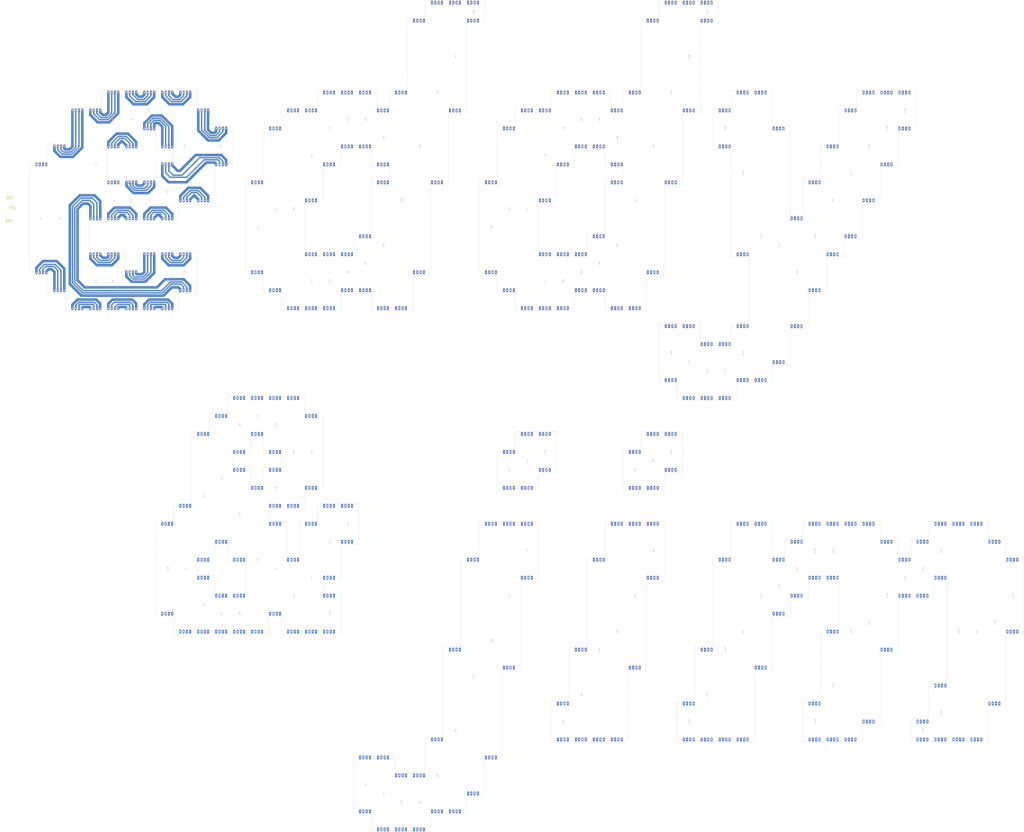
<source format=kicad_pcb>
(kicad_pcb (version 4) (host pcbnew 4.0.6)
  (layers (0 F.Cu signal) (31 B.Cu signal) (34 B.Paste user) (35 F.Paste user) (36 B.SilkS user) (37 F.SilkS user) (38 B.Mask user) (39 F.Mask user) (44 Edge.Cuts user))
  (net 0 "")
  (net 1 +5V)
  (net 2 GND)
  (net 3 "Net-(J2-Pad1)")
  (net 4 "Net-(J2-Pad2)")
  (net 5 "Net-(J3-Pad1)")
  (net 6 "Net-(J3-Pad2)")
  (net 7 "Net-(U1-Pad5)")
  (net 8 "Net-(U1-Pad6)")
  (net 9 "Net-(U1-Pad7)")
  (net 10 "Net-(U1-Pad8)")
  (net 11 "Net-(U2-Pad5)")
  (net 12 "Net-(U2-Pad6)")
  (net 13 "Net-(U2-Pad7)")
  (net 14 "Net-(U2-Pad8)")
  (net 15 "Net-(U3-Pad5)")
  (net 16 "Net-(U3-Pad6)")
  (net 17 "Net-(U3-Pad7)")
  (net 18 "Net-(U3-Pad8)")
  (net 19 "Net-(U20-Pad5)")
  (net 20 "Net-(U20-Pad6)")
  (net 21 "Net-(U20-Pad7)")
  (net 22 "Net-(U20-Pad8)")
  (net 23 "Net-(U4-Pad5)")
  (net 24 "Net-(U4-Pad6)")
  (net 25 "Net-(U4-Pad7)")
  (net 26 "Net-(U4-Pad8)")
  (net 27 "Net-(U5-Pad5)")
  (net 28 "Net-(U5-Pad6)")
  (net 29 "Net-(U5-Pad7)")
  (net 30 "Net-(U5-Pad8)")
  (net 31 "Net-(U6-Pad5)")
  (net 32 "Net-(U6-Pad6)")
  (net 33 "Net-(U6-Pad7)")
  (net 34 "Net-(U6-Pad8)")
  (net 35 "Net-(U10-Pad5)")
  (net 36 "Net-(U10-Pad6)")
  (net 37 "Net-(U10-Pad7)")
  (net 38 "Net-(U10-Pad8)")
  (net 39 "Net-(U11-Pad1)")
  (net 40 "Net-(U11-Pad2)")
  (net 41 "Net-(U11-Pad3)")
  (net 42 "Net-(U11-Pad4)")
  (net 43 "Net-(U12-Pad1)")
  (net 44 "Net-(U12-Pad2)")
  (net 45 "Net-(U12-Pad3)")
  (net 46 "Net-(U12-Pad4)")
  (net 47 "Net-(U10-Pad1)")
  (net 48 "Net-(U10-Pad2)")
  (net 49 "Net-(U10-Pad3)")
  (net 50 "Net-(U10-Pad4)")
  (net 51 "Net-(U11-Pad5)")
  (net 52 "Net-(U11-Pad6)")
  (net 53 "Net-(U11-Pad7)")
  (net 54 "Net-(U11-Pad8)")
  (net 55 "Net-(U12-Pad5)")
  (net 56 "Net-(U12-Pad6)")
  (net 57 "Net-(U12-Pad7)")
  (net 58 "Net-(U12-Pad8)")
  (net 59 "Net-(U13-Pad1)")
  (net 60 "Net-(U13-Pad2)")
  (net 61 "Net-(U13-Pad3)")
  (net 62 "Net-(U13-Pad4)")
  (net 63 "Net-(U14-Pad5)")
  (net 64 "Net-(U14-Pad6)")
  (net 65 "Net-(U14-Pad7)")
  (net 66 "Net-(U14-Pad8)")
  (net 67 "Net-(U15-Pad5)")
  (net 68 "Net-(U15-Pad6)")
  (net 69 "Net-(U15-Pad7)")
  (net 70 "Net-(U15-Pad8)")
  (net 71 "Net-(U16-Pad1)")
  (net 72 "Net-(U16-Pad2)")
  (net 73 "Net-(U16-Pad3)")
  (net 74 "Net-(U16-Pad4)")
  (net 75 "Net-(U17-Pad5)")
  (net 76 "Net-(U17-Pad6)")
  (net 77 "Net-(U17-Pad7)")
  (net 78 "Net-(U17-Pad8)")
  (net 79 "Net-(U19-Pad5)")
  (net 80 "Net-(U19-Pad6)")
  (net 81 "Net-(U19-Pad7)")
  (net 82 "Net-(U19-Pad8)")
  (net 83 "Net-(U22-Pad5)")
  (net 84 "Net-(U22-Pad6)")
  (net 85 "Net-(U22-Pad7)")
  (net 86 "Net-(U22-Pad8)")
  (net 87 "Net-(U81-Pad5)")
  (net 88 "Net-(U81-Pad6)")
  (net 89 "Net-(U81-Pad7)")
  (net 90 "Net-(U81-Pad8)")
  (net 91 "Net-(U84-Pad5)")
  (net 92 "Net-(U84-Pad6)")
  (net 93 "Net-(U84-Pad7)")
  (net 94 "Net-(U84-Pad8)")
  (net 95 "Net-(U87-Pad5)")
  (net 96 "Net-(U87-Pad6)")
  (net 97 "Net-(U87-Pad7)")
  (net 98 "Net-(U87-Pad8)")
  (net 99 "Net-(U90-Pad5)")
  (net 100 "Net-(U90-Pad6)")
  (net 101 "Net-(U90-Pad7)")
  (net 102 "Net-(U90-Pad8)")
  (net 103 "Net-(U93-Pad5)")
  (net 104 "Net-(U93-Pad6)")
  (net 105 "Net-(U93-Pad7)")
  (net 106 "Net-(U93-Pad8)")
  (module apa102c_72m:APA102C_72m_x11 (layer B.Cu) (at 79.4444 197.5 270)
    (fp_text reference U3 (at 0 0.5 270) (layer B.SilkS))
    (fp_text value APA102C_x11)
    (pad 1 thru_hole oval (at -76.3889 -3.81 270) (size 3 1.524) (drill 0.762) (layers *.Cu *.Mask) (net 11 "Net-(U2-Pad5)"))
    (pad 2 thru_hole oval (at -76.3889 -1.27 270) (size 3 1.524) (drill 0.762) (layers *.Cu *.Mask) (net 12 "Net-(U2-Pad6)"))
    (pad 3 thru_hole oval (at -76.3889 1.27 270) (size 3 1.524) (drill 0.762) (layers *.Cu *.Mask) (net 13 "Net-(U2-Pad7)"))
    (pad 4 thru_hole oval (at -76.3889 3.81 270) (size 3 1.524) (drill 0.762) (layers *.Cu *.Mask) (net 14 "Net-(U2-Pad8)"))
    (pad 5 thru_hole oval (at 76.3889 -3.81 270) (size 3 1.524) (drill 0.762) (layers *.Cu *.Mask) (net 15 "Net-(U3-Pad5)"))
    (pad 6 thru_hole oval (at 76.3889 -1.27 270) (size 3 1.524) (drill 0.762) (layers *.Cu *.Mask) (net 16 "Net-(U3-Pad6)"))
    (pad 7 thru_hole oval (at 76.3889 1.27 270) (size 3 1.524) (drill 0.762) (layers *.Cu *.Mask) (net 17 "Net-(U3-Pad7)"))
    (pad 8 thru_hole oval (at 76.3889 3.81 270) (size 3 1.524) (drill 0.762) (layers *.Cu *.Mask) (net 18 "Net-(U3-Pad8)"))
  )
  (module Pin_Headers:Pin_Header_Straight_1x02 (layer F.Cu) (at 25.908 188.468 90)
    (fp_text reference J1 (at 0 -5.1 90) (layer F.SilkS))
    (fp_text value CONN_01X02)
    (pad 1 thru_hole rect (at 0 0 90) (size 2.032 2.032) (drill 1.016) (layers *.Cu *.Mask F.SilkS) (net 2 GND))
    (pad 2 thru_hole oval (at 0 2.54 90) (size 2.032 2.032) (drill 1.016) (layers *.Cu *.Mask F.SilkS) (net 1 +5V))
  )
  (module Pin_Headers:Pin_Header_Straight_1x02 (layer F.Cu) (at 25.654 206.248 90)
    (fp_text reference J2 (at 0 -5.1 90) (layer F.SilkS))
    (fp_text value CONN_01X02)
    (pad 1 thru_hole rect (at 0 0 90) (size 2.032 2.032) (drill 1.016) (layers *.Cu *.Mask F.SilkS) (net 3 "Net-(J2-Pad1)"))
    (pad 2 thru_hole oval (at 0 2.54 90) (size 2.032 2.032) (drill 1.016) (layers *.Cu *.Mask F.SilkS) (net 4 "Net-(J2-Pad2)"))
  )
  (module Pin_Headers:Pin_Header_Straight_1x02 (layer F.Cu) (at 28.183898 196.495974 90)
    (fp_text reference J3 (at 0 -5.1 90) (layer F.SilkS))
    (fp_text value CONN_01X02)
    (pad 1 thru_hole rect (at 0 0 90) (size 2.032 2.032) (drill 1.016) (layers *.Cu *.Mask F.SilkS) (net 5 "Net-(J3-Pad1)"))
    (pad 2 thru_hole oval (at 0 2.54 90) (size 2.032 2.032) (drill 1.016) (layers *.Cu *.Mask F.SilkS) (net 6 "Net-(J3-Pad2)"))
  )
  (module apa102c_72m:APA102C_72m_x6 (layer B.Cu) (at 51.6667 204.4444 270)
    (fp_text reference U1 (at 0 0.5 270) (layer B.SilkS))
    (fp_text value APA102C_x6)
    (pad 1 thru_hole oval (at -41.6667 -3.81 270) (size 3 1.524) (drill 0.762) (layers *.Cu *.Mask) (net 2 GND))
    (pad 2 thru_hole oval (at -41.6667 -1.27 270) (size 3 1.524) (drill 0.762) (layers *.Cu *.Mask) (net 3 "Net-(J2-Pad1)"))
    (pad 3 thru_hole oval (at -41.6667 1.27 270) (size 3 1.524) (drill 0.762) (layers *.Cu *.Mask) (net 4 "Net-(J2-Pad2)"))
    (pad 4 thru_hole oval (at -41.6667 3.81 270) (size 3 1.524) (drill 0.762) (layers *.Cu *.Mask) (net 1 +5V))
    (pad 5 thru_hole oval (at 41.6667 -3.81 270) (size 3 1.524) (drill 0.762) (layers *.Cu *.Mask) (net 7 "Net-(U1-Pad5)"))
    (pad 6 thru_hole oval (at 41.6667 -1.27 270) (size 3 1.524) (drill 0.762) (layers *.Cu *.Mask) (net 8 "Net-(U1-Pad6)"))
    (pad 7 thru_hole oval (at 41.6667 1.27 270) (size 3 1.524) (drill 0.762) (layers *.Cu *.Mask) (net 9 "Net-(U1-Pad7)"))
    (pad 8 thru_hole oval (at 41.6667 3.81 270) (size 3 1.524) (drill 0.762) (layers *.Cu *.Mask) (net 10 "Net-(U1-Pad8)"))
  )
  (module apa102c_72m:APA102C_72m_x8 (layer B.Cu) (at 65.5556 204.4444 90)
    (fp_text reference U2 (at 0 0.5 90) (layer B.SilkS))
    (fp_text value APA102C_x8)
    (pad 1 thru_hole oval (at -55.5556 -3.81 90) (size 3 1.524) (drill 0.762) (layers *.Cu *.Mask) (net 7 "Net-(U1-Pad5)"))
    (pad 2 thru_hole oval (at -55.5556 -1.27 90) (size 3 1.524) (drill 0.762) (layers *.Cu *.Mask) (net 8 "Net-(U1-Pad6)"))
    (pad 3 thru_hole oval (at -55.5556 1.27 90) (size 3 1.524) (drill 0.762) (layers *.Cu *.Mask) (net 9 "Net-(U1-Pad7)"))
    (pad 4 thru_hole oval (at -55.5556 3.81 90) (size 3 1.524) (drill 0.762) (layers *.Cu *.Mask) (net 10 "Net-(U1-Pad8)"))
    (pad 5 thru_hole oval (at 55.5556 -3.81 90) (size 3 1.524) (drill 0.762) (layers *.Cu *.Mask) (net 11 "Net-(U2-Pad5)"))
    (pad 6 thru_hole oval (at 55.5556 -1.27 90) (size 3 1.524) (drill 0.762) (layers *.Cu *.Mask) (net 12 "Net-(U2-Pad6)"))
    (pad 7 thru_hole oval (at 55.5556 1.27 90) (size 3 1.524) (drill 0.762) (layers *.Cu *.Mask) (net 13 "Net-(U2-Pad7)"))
    (pad 8 thru_hole oval (at 55.5556 3.81 90) (size 3 1.524) (drill 0.762) (layers *.Cu *.Mask) (net 14 "Net-(U2-Pad8)"))
  )
  (module apa102c_72m:APA102C_72m_x6 (layer B.Cu) (at 93.3333 162.7778 90)
    (fp_text reference U4 (at 0 0.5 90) (layer B.SilkS))
    (fp_text value APA102C_x6)
    (pad 1 thru_hole oval (at -41.6667 -3.81 90) (size 3 1.524) (drill 0.762) (layers *.Cu *.Mask) (net 19 "Net-(U20-Pad5)"))
    (pad 2 thru_hole oval (at -41.6667 -1.27 90) (size 3 1.524) (drill 0.762) (layers *.Cu *.Mask) (net 20 "Net-(U20-Pad6)"))
    (pad 3 thru_hole oval (at -41.6667 1.27 90) (size 3 1.524) (drill 0.762) (layers *.Cu *.Mask) (net 21 "Net-(U20-Pad7)"))
    (pad 4 thru_hole oval (at -41.6667 3.81 90) (size 3 1.524) (drill 0.762) (layers *.Cu *.Mask) (net 22 "Net-(U20-Pad8)"))
    (pad 5 thru_hole oval (at 41.6667 -3.81 90) (size 3 1.524) (drill 0.762) (layers *.Cu *.Mask) (net 23 "Net-(U4-Pad5)"))
    (pad 6 thru_hole oval (at 41.6667 -1.27 90) (size 3 1.524) (drill 0.762) (layers *.Cu *.Mask) (net 24 "Net-(U4-Pad6)"))
    (pad 7 thru_hole oval (at 41.6667 1.27 90) (size 3 1.524) (drill 0.762) (layers *.Cu *.Mask) (net 25 "Net-(U4-Pad7)"))
    (pad 8 thru_hole oval (at 41.6667 3.81 90) (size 3 1.524) (drill 0.762) (layers *.Cu *.Mask) (net 26 "Net-(U4-Pad8)"))
  )
  (module apa102c_72m:APA102C_72m_x3 (layer B.Cu) (at 93.3333 253.0556 90)
    (fp_text reference U5 (at 0 0.5 90) (layer B.SilkS))
    (fp_text value APA102C_x3)
    (pad 1 thru_hole oval (at -20.8333 -3.81 90) (size 3 1.524) (drill 0.762) (layers *.Cu *.Mask) (net 15 "Net-(U3-Pad5)"))
    (pad 2 thru_hole oval (at -20.8333 -1.27 90) (size 3 1.524) (drill 0.762) (layers *.Cu *.Mask) (net 16 "Net-(U3-Pad6)"))
    (pad 3 thru_hole oval (at -20.8333 1.27 90) (size 3 1.524) (drill 0.762) (layers *.Cu *.Mask) (net 17 "Net-(U3-Pad7)"))
    (pad 4 thru_hole oval (at -20.8333 3.81 90) (size 3 1.524) (drill 0.762) (layers *.Cu *.Mask) (net 18 "Net-(U3-Pad8)"))
    (pad 5 thru_hole oval (at 20.8333 -3.81 90) (size 3 1.524) (drill 0.762) (layers *.Cu *.Mask) (net 27 "Net-(U5-Pad5)"))
    (pad 6 thru_hole oval (at 20.8333 -1.27 90) (size 3 1.524) (drill 0.762) (layers *.Cu *.Mask) (net 28 "Net-(U5-Pad6)"))
    (pad 7 thru_hole oval (at 20.8333 1.27 90) (size 3 1.524) (drill 0.762) (layers *.Cu *.Mask) (net 29 "Net-(U5-Pad7)"))
    (pad 8 thru_hole oval (at 20.8333 3.81 90) (size 3 1.524) (drill 0.762) (layers *.Cu *.Mask) (net 30 "Net-(U5-Pad8)"))
  )
  (module apa102c_72m:APA102C_72m_x3 (layer B.Cu) (at 107.2222 128.0556 270)
    (fp_text reference U6 (at 0 0.5 270) (layer B.SilkS))
    (fp_text value APA102C_x3)
    (pad 1 thru_hole oval (at -20.8333 -3.81 270) (size 3 1.524) (drill 0.762) (layers *.Cu *.Mask) (net 23 "Net-(U4-Pad5)"))
    (pad 2 thru_hole oval (at -20.8333 -1.27 270) (size 3 1.524) (drill 0.762) (layers *.Cu *.Mask) (net 24 "Net-(U4-Pad6)"))
    (pad 3 thru_hole oval (at -20.8333 1.27 270) (size 3 1.524) (drill 0.762) (layers *.Cu *.Mask) (net 25 "Net-(U4-Pad7)"))
    (pad 4 thru_hole oval (at -20.8333 3.81 270) (size 3 1.524) (drill 0.762) (layers *.Cu *.Mask) (net 26 "Net-(U4-Pad8)"))
    (pad 5 thru_hole oval (at 20.8333 -3.81 270) (size 3 1.524) (drill 0.762) (layers *.Cu *.Mask) (net 31 "Net-(U6-Pad5)"))
    (pad 6 thru_hole oval (at 20.8333 -1.27 270) (size 3 1.524) (drill 0.762) (layers *.Cu *.Mask) (net 32 "Net-(U6-Pad6)"))
    (pad 7 thru_hole oval (at 20.8333 1.27 270) (size 3 1.524) (drill 0.762) (layers *.Cu *.Mask) (net 33 "Net-(U6-Pad7)"))
    (pad 8 thru_hole oval (at 20.8333 3.81 270) (size 3 1.524) (drill 0.762) (layers *.Cu *.Mask) (net 34 "Net-(U6-Pad8)"))
  )
  (module apa102c_72m:APA102C_72m_x2 (layer B.Cu) (at 107.2222 190.5556 90)
    (fp_text reference U7 (at 0 0.5 90) (layer B.SilkS))
    (fp_text value APA102C_x2)
    (pad 1 thru_hole oval (at -13.8889 -3.81 90) (size 3 1.524) (drill 0.762) (layers *.Cu *.Mask) (net 35 "Net-(U10-Pad5)"))
    (pad 2 thru_hole oval (at -13.8889 -1.27 90) (size 3 1.524) (drill 0.762) (layers *.Cu *.Mask) (net 36 "Net-(U10-Pad6)"))
    (pad 3 thru_hole oval (at -13.8889 1.27 90) (size 3 1.524) (drill 0.762) (layers *.Cu *.Mask) (net 37 "Net-(U10-Pad7)"))
    (pad 4 thru_hole oval (at -13.8889 3.81 90) (size 3 1.524) (drill 0.762) (layers *.Cu *.Mask) (net 38 "Net-(U10-Pad8)"))
    (pad 5 thru_hole oval (at 13.8889 -3.81 90) (size 3 1.524) (drill 0.762) (layers *.Cu *.Mask))
    (pad 6 thru_hole oval (at 13.8889 -1.27 90) (size 3 1.524) (drill 0.762) (layers *.Cu *.Mask) (net 6 "Net-(J3-Pad2)"))
    (pad 7 thru_hole oval (at 13.8889 1.27 90) (size 3 1.524) (drill 0.762) (layers *.Cu *.Mask) (net 5 "Net-(J3-Pad1)"))
    (pad 8 thru_hole oval (at 13.8889 3.81 90) (size 3 1.524) (drill 0.762) (layers *.Cu *.Mask))
  )
  (module apa102c_72m:APA102C_72m_x3 (layer B.Cu) (at 107.2222 253.0556 270)
    (fp_text reference U8 (at 0 0.5 270) (layer B.SilkS))
    (fp_text value APA102C_x3)
    (pad 1 thru_hole oval (at -20.8333 -3.81 270) (size 3 1.524) (drill 0.762) (layers *.Cu *.Mask) (net 27 "Net-(U5-Pad5)"))
    (pad 2 thru_hole oval (at -20.8333 -1.27 270) (size 3 1.524) (drill 0.762) (layers *.Cu *.Mask) (net 28 "Net-(U5-Pad6)"))
    (pad 3 thru_hole oval (at -20.8333 1.27 270) (size 3 1.524) (drill 0.762) (layers *.Cu *.Mask) (net 29 "Net-(U5-Pad7)"))
    (pad 4 thru_hole oval (at -20.8333 3.81 270) (size 3 1.524) (drill 0.762) (layers *.Cu *.Mask) (net 30 "Net-(U5-Pad8)"))
    (pad 5 thru_hole oval (at 20.8333 -3.81 270) (size 3 1.524) (drill 0.762) (layers *.Cu *.Mask) (net 39 "Net-(U11-Pad1)"))
    (pad 6 thru_hole oval (at 20.8333 -1.27 270) (size 3 1.524) (drill 0.762) (layers *.Cu *.Mask) (net 40 "Net-(U11-Pad2)"))
    (pad 7 thru_hole oval (at 20.8333 1.27 270) (size 3 1.524) (drill 0.762) (layers *.Cu *.Mask) (net 41 "Net-(U11-Pad3)"))
    (pad 8 thru_hole oval (at 20.8333 3.81 270) (size 3 1.524) (drill 0.762) (layers *.Cu *.Mask) (net 42 "Net-(U11-Pad4)"))
  )
  (module apa102c_72m:APA102C_72m_x3 (layer B.Cu) (at 121.1111 128.0556 90)
    (fp_text reference U9 (at 0 0.5 90) (layer B.SilkS))
    (fp_text value APA102C_x3)
    (pad 1 thru_hole oval (at -20.8333 -3.81 90) (size 3 1.524) (drill 0.762) (layers *.Cu *.Mask) (net 31 "Net-(U6-Pad5)"))
    (pad 2 thru_hole oval (at -20.8333 -1.27 90) (size 3 1.524) (drill 0.762) (layers *.Cu *.Mask) (net 32 "Net-(U6-Pad6)"))
    (pad 3 thru_hole oval (at -20.8333 1.27 90) (size 3 1.524) (drill 0.762) (layers *.Cu *.Mask) (net 33 "Net-(U6-Pad7)"))
    (pad 4 thru_hole oval (at -20.8333 3.81 90) (size 3 1.524) (drill 0.762) (layers *.Cu *.Mask) (net 34 "Net-(U6-Pad8)"))
    (pad 5 thru_hole oval (at 20.8333 -3.81 90) (size 3 1.524) (drill 0.762) (layers *.Cu *.Mask) (net 43 "Net-(U12-Pad1)"))
    (pad 6 thru_hole oval (at 20.8333 -1.27 90) (size 3 1.524) (drill 0.762) (layers *.Cu *.Mask) (net 44 "Net-(U12-Pad2)"))
    (pad 7 thru_hole oval (at 20.8333 1.27 90) (size 3 1.524) (drill 0.762) (layers *.Cu *.Mask) (net 45 "Net-(U12-Pad3)"))
    (pad 8 thru_hole oval (at 20.8333 3.81 90) (size 3 1.524) (drill 0.762) (layers *.Cu *.Mask) (net 46 "Net-(U12-Pad4)"))
  )
  (module apa102c_72m:APA102C_72m_x2 (layer B.Cu) (at 121.1111 190.5556 270)
    (fp_text reference U10 (at 0 0.5 270) (layer B.SilkS))
    (fp_text value APA102C_x2)
    (pad 1 thru_hole oval (at -13.8889 -3.81 270) (size 3 1.524) (drill 0.762) (layers *.Cu *.Mask) (net 47 "Net-(U10-Pad1)"))
    (pad 2 thru_hole oval (at -13.8889 -1.27 270) (size 3 1.524) (drill 0.762) (layers *.Cu *.Mask) (net 48 "Net-(U10-Pad2)"))
    (pad 3 thru_hole oval (at -13.8889 1.27 270) (size 3 1.524) (drill 0.762) (layers *.Cu *.Mask) (net 49 "Net-(U10-Pad3)"))
    (pad 4 thru_hole oval (at -13.8889 3.81 270) (size 3 1.524) (drill 0.762) (layers *.Cu *.Mask) (net 50 "Net-(U10-Pad4)"))
    (pad 5 thru_hole oval (at 13.8889 -3.81 270) (size 3 1.524) (drill 0.762) (layers *.Cu *.Mask) (net 35 "Net-(U10-Pad5)"))
    (pad 6 thru_hole oval (at 13.8889 -1.27 270) (size 3 1.524) (drill 0.762) (layers *.Cu *.Mask) (net 36 "Net-(U10-Pad6)"))
    (pad 7 thru_hole oval (at 13.8889 1.27 270) (size 3 1.524) (drill 0.762) (layers *.Cu *.Mask) (net 37 "Net-(U10-Pad7)"))
    (pad 8 thru_hole oval (at 13.8889 3.81 270) (size 3 1.524) (drill 0.762) (layers *.Cu *.Mask) (net 38 "Net-(U10-Pad8)"))
  )
  (module apa102c_72m:APA102C_72m_x2 (layer B.Cu) (at 121.1111 260 90)
    (fp_text reference U11 (at 0 0.5 90) (layer B.SilkS))
    (fp_text value APA102C_x2)
    (pad 1 thru_hole oval (at -13.8889 -3.81 90) (size 3 1.524) (drill 0.762) (layers *.Cu *.Mask) (net 39 "Net-(U11-Pad1)"))
    (pad 2 thru_hole oval (at -13.8889 -1.27 90) (size 3 1.524) (drill 0.762) (layers *.Cu *.Mask) (net 40 "Net-(U11-Pad2)"))
    (pad 3 thru_hole oval (at -13.8889 1.27 90) (size 3 1.524) (drill 0.762) (layers *.Cu *.Mask) (net 41 "Net-(U11-Pad3)"))
    (pad 4 thru_hole oval (at -13.8889 3.81 90) (size 3 1.524) (drill 0.762) (layers *.Cu *.Mask) (net 42 "Net-(U11-Pad4)"))
    (pad 5 thru_hole oval (at 13.8889 -3.81 90) (size 3 1.524) (drill 0.762) (layers *.Cu *.Mask) (net 51 "Net-(U11-Pad5)"))
    (pad 6 thru_hole oval (at 13.8889 -1.27 90) (size 3 1.524) (drill 0.762) (layers *.Cu *.Mask) (net 52 "Net-(U11-Pad6)"))
    (pad 7 thru_hole oval (at 13.8889 1.27 90) (size 3 1.524) (drill 0.762) (layers *.Cu *.Mask) (net 53 "Net-(U11-Pad7)"))
    (pad 8 thru_hole oval (at 13.8889 3.81 90) (size 3 1.524) (drill 0.762) (layers *.Cu *.Mask) (net 54 "Net-(U11-Pad8)"))
  )
  (module apa102c_72m:APA102C_72m_x2 (layer B.Cu) (at 135 121.1111 270)
    (fp_text reference U12 (at 0 0.5 270) (layer B.SilkS))
    (fp_text value APA102C_x2)
    (pad 1 thru_hole oval (at -13.8889 -3.81 270) (size 3 1.524) (drill 0.762) (layers *.Cu *.Mask) (net 43 "Net-(U12-Pad1)"))
    (pad 2 thru_hole oval (at -13.8889 -1.27 270) (size 3 1.524) (drill 0.762) (layers *.Cu *.Mask) (net 44 "Net-(U12-Pad2)"))
    (pad 3 thru_hole oval (at -13.8889 1.27 270) (size 3 1.524) (drill 0.762) (layers *.Cu *.Mask) (net 45 "Net-(U12-Pad3)"))
    (pad 4 thru_hole oval (at -13.8889 3.81 270) (size 3 1.524) (drill 0.762) (layers *.Cu *.Mask) (net 46 "Net-(U12-Pad4)"))
    (pad 5 thru_hole oval (at 13.8889 -3.81 270) (size 3 1.524) (drill 0.762) (layers *.Cu *.Mask) (net 55 "Net-(U12-Pad5)"))
    (pad 6 thru_hole oval (at 13.8889 -1.27 270) (size 3 1.524) (drill 0.762) (layers *.Cu *.Mask) (net 56 "Net-(U12-Pad6)"))
    (pad 7 thru_hole oval (at 13.8889 1.27 270) (size 3 1.524) (drill 0.762) (layers *.Cu *.Mask) (net 57 "Net-(U12-Pad7)"))
    (pad 8 thru_hole oval (at 13.8889 3.81 270) (size 3 1.524) (drill 0.762) (layers *.Cu *.Mask) (net 58 "Net-(U12-Pad8)"))
  )
  (module apa102c_72m:APA102C_72m_x2 (layer B.Cu) (at 135 190.5556 90)
    (fp_text reference U13 (at 0 0.5 90) (layer B.SilkS))
    (fp_text value APA102C_x2)
    (pad 1 thru_hole oval (at -13.8889 -3.81 90) (size 3 1.524) (drill 0.762) (layers *.Cu *.Mask) (net 59 "Net-(U13-Pad1)"))
    (pad 2 thru_hole oval (at -13.8889 -1.27 90) (size 3 1.524) (drill 0.762) (layers *.Cu *.Mask) (net 60 "Net-(U13-Pad2)"))
    (pad 3 thru_hole oval (at -13.8889 1.27 90) (size 3 1.524) (drill 0.762) (layers *.Cu *.Mask) (net 61 "Net-(U13-Pad3)"))
    (pad 4 thru_hole oval (at -13.8889 3.81 90) (size 3 1.524) (drill 0.762) (layers *.Cu *.Mask) (net 62 "Net-(U13-Pad4)"))
    (pad 5 thru_hole oval (at 13.8889 -3.81 90) (size 3 1.524) (drill 0.762) (layers *.Cu *.Mask) (net 47 "Net-(U10-Pad1)"))
    (pad 6 thru_hole oval (at 13.8889 -1.27 90) (size 3 1.524) (drill 0.762) (layers *.Cu *.Mask) (net 48 "Net-(U10-Pad2)"))
    (pad 7 thru_hole oval (at 13.8889 1.27 90) (size 3 1.524) (drill 0.762) (layers *.Cu *.Mask) (net 49 "Net-(U10-Pad3)"))
    (pad 8 thru_hole oval (at 13.8889 3.81 90) (size 3 1.524) (drill 0.762) (layers *.Cu *.Mask) (net 50 "Net-(U10-Pad4)"))
  )
  (module apa102c_72m:APA102C_72m_x3 (layer B.Cu) (at 135 253.0556 270)
    (fp_text reference U14 (at 0 0.5 270) (layer B.SilkS))
    (fp_text value APA102C_x3)
    (pad 1 thru_hole oval (at -20.8333 -3.81 270) (size 3 1.524) (drill 0.762) (layers *.Cu *.Mask) (net 51 "Net-(U11-Pad5)"))
    (pad 2 thru_hole oval (at -20.8333 -1.27 270) (size 3 1.524) (drill 0.762) (layers *.Cu *.Mask) (net 52 "Net-(U11-Pad6)"))
    (pad 3 thru_hole oval (at -20.8333 1.27 270) (size 3 1.524) (drill 0.762) (layers *.Cu *.Mask) (net 53 "Net-(U11-Pad7)"))
    (pad 4 thru_hole oval (at -20.8333 3.81 270) (size 3 1.524) (drill 0.762) (layers *.Cu *.Mask) (net 54 "Net-(U11-Pad8)"))
    (pad 5 thru_hole oval (at 20.8333 -3.81 270) (size 3 1.524) (drill 0.762) (layers *.Cu *.Mask) (net 63 "Net-(U14-Pad5)"))
    (pad 6 thru_hole oval (at 20.8333 -1.27 270) (size 3 1.524) (drill 0.762) (layers *.Cu *.Mask) (net 64 "Net-(U14-Pad6)"))
    (pad 7 thru_hole oval (at 20.8333 1.27 270) (size 3 1.524) (drill 0.762) (layers *.Cu *.Mask) (net 65 "Net-(U14-Pad7)"))
    (pad 8 thru_hole oval (at 20.8333 3.81 270) (size 3 1.524) (drill 0.762) (layers *.Cu *.Mask) (net 66 "Net-(U14-Pad8)"))
  )
  (module apa102c_72m:APA102C_72m_x3 (layer B.Cu) (at 148.8889 128.0556 90)
    (fp_text reference U15 (at 0 0.5 90) (layer B.SilkS))
    (fp_text value APA102C_x3)
    (pad 1 thru_hole oval (at -20.8333 -3.81 90) (size 3 1.524) (drill 0.762) (layers *.Cu *.Mask) (net 55 "Net-(U12-Pad5)"))
    (pad 2 thru_hole oval (at -20.8333 -1.27 90) (size 3 1.524) (drill 0.762) (layers *.Cu *.Mask) (net 56 "Net-(U12-Pad6)"))
    (pad 3 thru_hole oval (at -20.8333 1.27 90) (size 3 1.524) (drill 0.762) (layers *.Cu *.Mask) (net 57 "Net-(U12-Pad7)"))
    (pad 4 thru_hole oval (at -20.8333 3.81 90) (size 3 1.524) (drill 0.762) (layers *.Cu *.Mask) (net 58 "Net-(U12-Pad8)"))
    (pad 5 thru_hole oval (at 20.8333 -3.81 90) (size 3 1.524) (drill 0.762) (layers *.Cu *.Mask) (net 67 "Net-(U15-Pad5)"))
    (pad 6 thru_hole oval (at 20.8333 -1.27 90) (size 3 1.524) (drill 0.762) (layers *.Cu *.Mask) (net 68 "Net-(U15-Pad6)"))
    (pad 7 thru_hole oval (at 20.8333 1.27 90) (size 3 1.524) (drill 0.762) (layers *.Cu *.Mask) (net 69 "Net-(U15-Pad7)"))
    (pad 8 thru_hole oval (at 20.8333 3.81 90) (size 3 1.524) (drill 0.762) (layers *.Cu *.Mask) (net 70 "Net-(U15-Pad8)"))
  )
  (module apa102c_72m:APA102C_72m_x3 (layer B.Cu) (at 148.8889 183.6111 270)
    (fp_text reference U16 (at 0 0.5 270) (layer B.SilkS))
    (fp_text value APA102C_x3)
    (pad 1 thru_hole oval (at -20.8333 -3.81 270) (size 3 1.524) (drill 0.762) (layers *.Cu *.Mask) (net 71 "Net-(U16-Pad1)"))
    (pad 2 thru_hole oval (at -20.8333 -1.27 270) (size 3 1.524) (drill 0.762) (layers *.Cu *.Mask) (net 72 "Net-(U16-Pad2)"))
    (pad 3 thru_hole oval (at -20.8333 1.27 270) (size 3 1.524) (drill 0.762) (layers *.Cu *.Mask) (net 73 "Net-(U16-Pad3)"))
    (pad 4 thru_hole oval (at -20.8333 3.81 270) (size 3 1.524) (drill 0.762) (layers *.Cu *.Mask) (net 74 "Net-(U16-Pad4)"))
    (pad 5 thru_hole oval (at 20.8333 -3.81 270) (size 3 1.524) (drill 0.762) (layers *.Cu *.Mask) (net 59 "Net-(U13-Pad1)"))
    (pad 6 thru_hole oval (at 20.8333 -1.27 270) (size 3 1.524) (drill 0.762) (layers *.Cu *.Mask) (net 60 "Net-(U13-Pad2)"))
    (pad 7 thru_hole oval (at 20.8333 1.27 270) (size 3 1.524) (drill 0.762) (layers *.Cu *.Mask) (net 61 "Net-(U13-Pad3)"))
    (pad 8 thru_hole oval (at 20.8333 3.81 270) (size 3 1.524) (drill 0.762) (layers *.Cu *.Mask) (net 62 "Net-(U13-Pad4)"))
  )
  (module apa102c_72m:APA102C_72m_x3 (layer B.Cu) (at 148.8889 253.0556 90)
    (fp_text reference U17 (at 0 0.5 90) (layer B.SilkS))
    (fp_text value APA102C_x3)
    (pad 1 thru_hole oval (at -20.8333 -3.81 90) (size 3 1.524) (drill 0.762) (layers *.Cu *.Mask) (net 63 "Net-(U14-Pad5)"))
    (pad 2 thru_hole oval (at -20.8333 -1.27 90) (size 3 1.524) (drill 0.762) (layers *.Cu *.Mask) (net 64 "Net-(U14-Pad6)"))
    (pad 3 thru_hole oval (at -20.8333 1.27 90) (size 3 1.524) (drill 0.762) (layers *.Cu *.Mask) (net 65 "Net-(U14-Pad7)"))
    (pad 4 thru_hole oval (at -20.8333 3.81 90) (size 3 1.524) (drill 0.762) (layers *.Cu *.Mask) (net 66 "Net-(U14-Pad8)"))
    (pad 5 thru_hole oval (at 20.8333 -3.81 90) (size 3 1.524) (drill 0.762) (layers *.Cu *.Mask) (net 75 "Net-(U17-Pad5)"))
    (pad 6 thru_hole oval (at 20.8333 -1.27 90) (size 3 1.524) (drill 0.762) (layers *.Cu *.Mask) (net 76 "Net-(U17-Pad6)"))
    (pad 7 thru_hole oval (at 20.8333 1.27 90) (size 3 1.524) (drill 0.762) (layers *.Cu *.Mask) (net 77 "Net-(U17-Pad7)"))
    (pad 8 thru_hole oval (at 20.8333 3.81 90) (size 3 1.524) (drill 0.762) (layers *.Cu *.Mask) (net 78 "Net-(U17-Pad8)"))
  )
  (module apa102c_72m:APA102C_72m_x5 (layer B.Cu) (at 148.8889 475.2778 90)
    (fp_text reference U18 (at 0 0.5 90) (layer B.SilkS))
    (fp_text value APA102C_x5)
    (pad 1 thru_hole oval (at -34.7222 -3.81 90) (size 3 1.524) (drill 0.762) (layers *.Cu *.Mask))
    (pad 2 thru_hole oval (at -34.7222 -1.27 90) (size 3 1.524) (drill 0.762) (layers *.Cu *.Mask))
    (pad 3 thru_hole oval (at -34.7222 1.27 90) (size 3 1.524) (drill 0.762) (layers *.Cu *.Mask))
    (pad 4 thru_hole oval (at -34.7222 3.81 90) (size 3 1.524) (drill 0.762) (layers *.Cu *.Mask))
    (pad 5 thru_hole oval (at 34.7222 -3.81 90) (size 3 1.524) (drill 0.762) (layers *.Cu *.Mask))
    (pad 6 thru_hole oval (at 34.7222 -1.27 90) (size 3 1.524) (drill 0.762) (layers *.Cu *.Mask))
    (pad 7 thru_hole oval (at 34.7222 1.27 90) (size 3 1.524) (drill 0.762) (layers *.Cu *.Mask))
    (pad 8 thru_hole oval (at 34.7222 3.81 90) (size 3 1.524) (drill 0.762) (layers *.Cu *.Mask))
  )
  (module apa102c_72m:APA102C_72m_x6 (layer B.Cu) (at 162.7778 148.8889 270)
    (fp_text reference U19 (at 0 0.5 270) (layer B.SilkS))
    (fp_text value APA102C_x6)
    (pad 1 thru_hole oval (at -41.6667 -3.81 270) (size 3 1.524) (drill 0.762) (layers *.Cu *.Mask) (net 67 "Net-(U15-Pad5)"))
    (pad 2 thru_hole oval (at -41.6667 -1.27 270) (size 3 1.524) (drill 0.762) (layers *.Cu *.Mask) (net 68 "Net-(U15-Pad6)"))
    (pad 3 thru_hole oval (at -41.6667 1.27 270) (size 3 1.524) (drill 0.762) (layers *.Cu *.Mask) (net 69 "Net-(U15-Pad7)"))
    (pad 4 thru_hole oval (at -41.6667 3.81 270) (size 3 1.524) (drill 0.762) (layers *.Cu *.Mask) (net 70 "Net-(U15-Pad8)"))
    (pad 5 thru_hole oval (at 41.6667 -3.81 270) (size 3 1.524) (drill 0.762) (layers *.Cu *.Mask) (net 79 "Net-(U19-Pad5)"))
    (pad 6 thru_hole oval (at 41.6667 -1.27 270) (size 3 1.524) (drill 0.762) (layers *.Cu *.Mask) (net 80 "Net-(U19-Pad6)"))
    (pad 7 thru_hole oval (at 41.6667 1.27 270) (size 3 1.524) (drill 0.762) (layers *.Cu *.Mask) (net 81 "Net-(U19-Pad7)"))
    (pad 8 thru_hole oval (at 41.6667 3.81 270) (size 3 1.524) (drill 0.762) (layers *.Cu *.Mask) (net 82 "Net-(U19-Pad8)"))
  )
  (module apa102c_72m:APA102C_72m_x2 (layer B.Cu) (at 162.7778 246.1111 270)
    (fp_text reference U20 (at 0 0.5 270) (layer B.SilkS))
    (fp_text value APA102C_x2)
    (pad 1 thru_hole oval (at -13.8889 -3.81 270) (size 3 1.524) (drill 0.762) (layers *.Cu *.Mask) (net 75 "Net-(U17-Pad5)"))
    (pad 2 thru_hole oval (at -13.8889 -1.27 270) (size 3 1.524) (drill 0.762) (layers *.Cu *.Mask) (net 76 "Net-(U17-Pad6)"))
    (pad 3 thru_hole oval (at -13.8889 1.27 270) (size 3 1.524) (drill 0.762) (layers *.Cu *.Mask) (net 77 "Net-(U17-Pad7)"))
    (pad 4 thru_hole oval (at -13.8889 3.81 270) (size 3 1.524) (drill 0.762) (layers *.Cu *.Mask) (net 78 "Net-(U17-Pad8)"))
    (pad 5 thru_hole oval (at 13.8889 -3.81 270) (size 3 1.524) (drill 0.762) (layers *.Cu *.Mask) (net 19 "Net-(U20-Pad5)"))
    (pad 6 thru_hole oval (at 13.8889 -1.27 270) (size 3 1.524) (drill 0.762) (layers *.Cu *.Mask) (net 20 "Net-(U20-Pad6)"))
    (pad 7 thru_hole oval (at 13.8889 1.27 270) (size 3 1.524) (drill 0.762) (layers *.Cu *.Mask) (net 21 "Net-(U20-Pad7)"))
    (pad 8 thru_hole oval (at 13.8889 3.81 270) (size 3 1.524) (drill 0.762) (layers *.Cu *.Mask) (net 22 "Net-(U20-Pad8)"))
  )
  (module apa102c_72m:APA102C_72m_x7 (layer B.Cu) (at 162.7778 475.2778 90)
    (fp_text reference U21 (at 0 0.5 90) (layer B.SilkS))
    (fp_text value APA102C_x7)
    (pad 1 thru_hole oval (at -48.6111 -3.81 90) (size 3 1.524) (drill 0.762) (layers *.Cu *.Mask))
    (pad 2 thru_hole oval (at -48.6111 -1.27 90) (size 3 1.524) (drill 0.762) (layers *.Cu *.Mask))
    (pad 3 thru_hole oval (at -48.6111 1.27 90) (size 3 1.524) (drill 0.762) (layers *.Cu *.Mask))
    (pad 4 thru_hole oval (at -48.6111 3.81 90) (size 3 1.524) (drill 0.762) (layers *.Cu *.Mask))
    (pad 5 thru_hole oval (at 48.6111 -3.81 90) (size 3 1.524) (drill 0.762) (layers *.Cu *.Mask))
    (pad 6 thru_hole oval (at 48.6111 -1.27 90) (size 3 1.524) (drill 0.762) (layers *.Cu *.Mask))
    (pad 7 thru_hole oval (at 48.6111 1.27 90) (size 3 1.524) (drill 0.762) (layers *.Cu *.Mask))
    (pad 8 thru_hole oval (at 48.6111 3.81 90) (size 3 1.524) (drill 0.762) (layers *.Cu *.Mask))
  )
  (module apa102c_72m:APA102C_72m_x5 (layer B.Cu) (at 176.6667 155.8333 90)
    (fp_text reference U22 (at 0 0.5 90) (layer B.SilkS))
    (fp_text value APA102C_x5)
    (pad 1 thru_hole oval (at -34.7222 -3.81 90) (size 3 1.524) (drill 0.762) (layers *.Cu *.Mask) (net 79 "Net-(U19-Pad5)"))
    (pad 2 thru_hole oval (at -34.7222 -1.27 90) (size 3 1.524) (drill 0.762) (layers *.Cu *.Mask) (net 80 "Net-(U19-Pad6)"))
    (pad 3 thru_hole oval (at -34.7222 1.27 90) (size 3 1.524) (drill 0.762) (layers *.Cu *.Mask) (net 81 "Net-(U19-Pad7)"))
    (pad 4 thru_hole oval (at -34.7222 3.81 90) (size 3 1.524) (drill 0.762) (layers *.Cu *.Mask) (net 82 "Net-(U19-Pad8)"))
    (pad 5 thru_hole oval (at 34.7222 -3.81 90) (size 3 1.524) (drill 0.762) (layers *.Cu *.Mask) (net 83 "Net-(U22-Pad5)"))
    (pad 6 thru_hole oval (at 34.7222 -1.27 90) (size 3 1.524) (drill 0.762) (layers *.Cu *.Mask) (net 84 "Net-(U22-Pad6)"))
    (pad 7 thru_hole oval (at 34.7222 1.27 90) (size 3 1.524) (drill 0.762) (layers *.Cu *.Mask) (net 85 "Net-(U22-Pad7)"))
    (pad 8 thru_hole oval (at 34.7222 3.81 90) (size 3 1.524) (drill 0.762) (layers *.Cu *.Mask) (net 86 "Net-(U22-Pad8)"))
  )
  (module apa102c_72m:APA102C_72m_x7 (layer B.Cu) (at 176.6667 419.7222 90)
    (fp_text reference U23 (at 0 0.5 90) (layer B.SilkS))
    (fp_text value APA102C_x7)
    (pad 1 thru_hole oval (at -48.6111 -3.81 90) (size 3 1.524) (drill 0.762) (layers *.Cu *.Mask))
    (pad 2 thru_hole oval (at -48.6111 -1.27 90) (size 3 1.524) (drill 0.762) (layers *.Cu *.Mask))
    (pad 3 thru_hole oval (at -48.6111 1.27 90) (size 3 1.524) (drill 0.762) (layers *.Cu *.Mask))
    (pad 4 thru_hole oval (at -48.6111 3.81 90) (size 3 1.524) (drill 0.762) (layers *.Cu *.Mask))
    (pad 5 thru_hole oval (at 48.6111 -3.81 90) (size 3 1.524) (drill 0.762) (layers *.Cu *.Mask))
    (pad 6 thru_hole oval (at 48.6111 -1.27 90) (size 3 1.524) (drill 0.762) (layers *.Cu *.Mask))
    (pad 7 thru_hole oval (at 48.6111 1.27 90) (size 3 1.524) (drill 0.762) (layers *.Cu *.Mask))
    (pad 8 thru_hole oval (at 48.6111 3.81 90) (size 3 1.524) (drill 0.762) (layers *.Cu *.Mask))
  )
  (module apa102c_72m:APA102C_72m_x3 (layer B.Cu) (at 176.6667 503.0556 90)
    (fp_text reference U24 (at 0 0.5 90) (layer B.SilkS))
    (fp_text value APA102C_x3)
    (pad 1 thru_hole oval (at -20.8333 -3.81 90) (size 3 1.524) (drill 0.762) (layers *.Cu *.Mask))
    (pad 2 thru_hole oval (at -20.8333 -1.27 90) (size 3 1.524) (drill 0.762) (layers *.Cu *.Mask))
    (pad 3 thru_hole oval (at -20.8333 1.27 90) (size 3 1.524) (drill 0.762) (layers *.Cu *.Mask))
    (pad 4 thru_hole oval (at -20.8333 3.81 90) (size 3 1.524) (drill 0.762) (layers *.Cu *.Mask))
    (pad 5 thru_hole oval (at 20.8333 -3.81 90) (size 3 1.524) (drill 0.762) (layers *.Cu *.Mask))
    (pad 6 thru_hole oval (at 20.8333 -1.27 90) (size 3 1.524) (drill 0.762) (layers *.Cu *.Mask))
    (pad 7 thru_hole oval (at 20.8333 1.27 90) (size 3 1.524) (drill 0.762) (layers *.Cu *.Mask))
    (pad 8 thru_hole oval (at 20.8333 3.81 90) (size 3 1.524) (drill 0.762) (layers *.Cu *.Mask))
  )
  (module apa102c_72m:APA102C_72m_x2 (layer B.Cu) (at 190.5556 148.8889 270)
    (fp_text reference U25 (at 0 0.5 270) (layer B.SilkS))
    (fp_text value APA102C_x2)
    (pad 1 thru_hole oval (at -13.8889 -3.81 270) (size 3 1.524) (drill 0.762) (layers *.Cu *.Mask) (net 83 "Net-(U22-Pad5)"))
    (pad 2 thru_hole oval (at -13.8889 -1.27 270) (size 3 1.524) (drill 0.762) (layers *.Cu *.Mask) (net 84 "Net-(U22-Pad6)"))
    (pad 3 thru_hole oval (at -13.8889 1.27 270) (size 3 1.524) (drill 0.762) (layers *.Cu *.Mask) (net 85 "Net-(U22-Pad7)"))
    (pad 4 thru_hole oval (at -13.8889 3.81 270) (size 3 1.524) (drill 0.762) (layers *.Cu *.Mask) (net 86 "Net-(U22-Pad8)"))
    (pad 5 thru_hole oval (at 13.8889 -3.81 270) (size 3 1.524) (drill 0.762) (layers *.Cu *.Mask) (net 71 "Net-(U16-Pad1)"))
    (pad 6 thru_hole oval (at 13.8889 -1.27 270) (size 3 1.524) (drill 0.762) (layers *.Cu *.Mask) (net 72 "Net-(U16-Pad2)"))
    (pad 7 thru_hole oval (at 13.8889 1.27 270) (size 3 1.524) (drill 0.762) (layers *.Cu *.Mask) (net 73 "Net-(U16-Pad3)"))
    (pad 8 thru_hole oval (at 13.8889 3.81 270) (size 3 1.524) (drill 0.762) (layers *.Cu *.Mask) (net 74 "Net-(U16-Pad4)"))
  )
  (module apa102c_72m:APA102C_72m_x7 (layer B.Cu) (at 190.5556 405.8333 90)
    (fp_text reference U26 (at 0 0.5 90) (layer B.SilkS))
    (fp_text value APA102C_x7)
    (pad 1 thru_hole oval (at -48.6111 -3.81 90) (size 3 1.524) (drill 0.762) (layers *.Cu *.Mask))
    (pad 2 thru_hole oval (at -48.6111 -1.27 90) (size 3 1.524) (drill 0.762) (layers *.Cu *.Mask))
    (pad 3 thru_hole oval (at -48.6111 1.27 90) (size 3 1.524) (drill 0.762) (layers *.Cu *.Mask))
    (pad 4 thru_hole oval (at -48.6111 3.81 90) (size 3 1.524) (drill 0.762) (layers *.Cu *.Mask))
    (pad 5 thru_hole oval (at 48.6111 -3.81 90) (size 3 1.524) (drill 0.762) (layers *.Cu *.Mask))
    (pad 6 thru_hole oval (at 48.6111 -1.27 90) (size 3 1.524) (drill 0.762) (layers *.Cu *.Mask))
    (pad 7 thru_hole oval (at 48.6111 1.27 90) (size 3 1.524) (drill 0.762) (layers *.Cu *.Mask))
    (pad 8 thru_hole oval (at 48.6111 3.81 90) (size 3 1.524) (drill 0.762) (layers *.Cu *.Mask))
  )
  (module apa102c_72m:APA102C_72m_x2 (layer B.Cu) (at 190.5556 510 90)
    (fp_text reference U27 (at 0 0.5 90) (layer B.SilkS))
    (fp_text value APA102C_x2)
    (pad 1 thru_hole oval (at -13.8889 -3.81 90) (size 3 1.524) (drill 0.762) (layers *.Cu *.Mask))
    (pad 2 thru_hole oval (at -13.8889 -1.27 90) (size 3 1.524) (drill 0.762) (layers *.Cu *.Mask))
    (pad 3 thru_hole oval (at -13.8889 1.27 90) (size 3 1.524) (drill 0.762) (layers *.Cu *.Mask))
    (pad 4 thru_hole oval (at -13.8889 3.81 90) (size 3 1.524) (drill 0.762) (layers *.Cu *.Mask))
    (pad 5 thru_hole oval (at 13.8889 -3.81 90) (size 3 1.524) (drill 0.762) (layers *.Cu *.Mask))
    (pad 6 thru_hole oval (at 13.8889 -1.27 90) (size 3 1.524) (drill 0.762) (layers *.Cu *.Mask))
    (pad 7 thru_hole oval (at 13.8889 1.27 90) (size 3 1.524) (drill 0.762) (layers *.Cu *.Mask))
    (pad 8 thru_hole oval (at 13.8889 3.81 90) (size 3 1.524) (drill 0.762) (layers *.Cu *.Mask))
  )
  (module apa102c_72m:APA102C_72m_x3 (layer B.Cu) (at 204.4444 364.1667 90)
    (fp_text reference U28 (at 0 0.5 90) (layer B.SilkS))
    (fp_text value APA102C_x3)
    (pad 1 thru_hole oval (at -20.8333 -3.81 90) (size 3 1.524) (drill 0.762) (layers *.Cu *.Mask))
    (pad 2 thru_hole oval (at -20.8333 -1.27 90) (size 3 1.524) (drill 0.762) (layers *.Cu *.Mask))
    (pad 3 thru_hole oval (at -20.8333 1.27 90) (size 3 1.524) (drill 0.762) (layers *.Cu *.Mask))
    (pad 4 thru_hole oval (at -20.8333 3.81 90) (size 3 1.524) (drill 0.762) (layers *.Cu *.Mask))
    (pad 5 thru_hole oval (at 20.8333 -3.81 90) (size 3 1.524) (drill 0.762) (layers *.Cu *.Mask))
    (pad 6 thru_hole oval (at 20.8333 -1.27 90) (size 3 1.524) (drill 0.762) (layers *.Cu *.Mask))
    (pad 7 thru_hole oval (at 20.8333 1.27 90) (size 3 1.524) (drill 0.762) (layers *.Cu *.Mask))
    (pad 8 thru_hole oval (at 20.8333 3.81 90) (size 3 1.524) (drill 0.762) (layers *.Cu *.Mask))
  )
  (module apa102c_72m:APA102C_72m_x5 (layer B.Cu) (at 204.4444 433.6111 90)
    (fp_text reference U29 (at 0 0.5 90) (layer B.SilkS))
    (fp_text value APA102C_x5)
    (pad 1 thru_hole oval (at -34.7222 -3.81 90) (size 3 1.524) (drill 0.762) (layers *.Cu *.Mask))
    (pad 2 thru_hole oval (at -34.7222 -1.27 90) (size 3 1.524) (drill 0.762) (layers *.Cu *.Mask))
    (pad 3 thru_hole oval (at -34.7222 1.27 90) (size 3 1.524) (drill 0.762) (layers *.Cu *.Mask))
    (pad 4 thru_hole oval (at -34.7222 3.81 90) (size 3 1.524) (drill 0.762) (layers *.Cu *.Mask))
    (pad 5 thru_hole oval (at 34.7222 -3.81 90) (size 3 1.524) (drill 0.762) (layers *.Cu *.Mask))
    (pad 6 thru_hole oval (at 34.7222 -1.27 90) (size 3 1.524) (drill 0.762) (layers *.Cu *.Mask))
    (pad 7 thru_hole oval (at 34.7222 1.27 90) (size 3 1.524) (drill 0.762) (layers *.Cu *.Mask))
    (pad 8 thru_hole oval (at 34.7222 3.81 90) (size 3 1.524) (drill 0.762) (layers *.Cu *.Mask))
  )
  (module apa102c_72m:APA102C_72m_x2 (layer B.Cu) (at 204.4444 510 90)
    (fp_text reference U30 (at 0 0.5 90) (layer B.SilkS))
    (fp_text value APA102C_x2)
    (pad 1 thru_hole oval (at -13.8889 -3.81 90) (size 3 1.524) (drill 0.762) (layers *.Cu *.Mask))
    (pad 2 thru_hole oval (at -13.8889 -1.27 90) (size 3 1.524) (drill 0.762) (layers *.Cu *.Mask))
    (pad 3 thru_hole oval (at -13.8889 1.27 90) (size 3 1.524) (drill 0.762) (layers *.Cu *.Mask))
    (pad 4 thru_hole oval (at -13.8889 3.81 90) (size 3 1.524) (drill 0.762) (layers *.Cu *.Mask))
    (pad 5 thru_hole oval (at 13.8889 -3.81 90) (size 3 1.524) (drill 0.762) (layers *.Cu *.Mask))
    (pad 6 thru_hole oval (at 13.8889 -1.27 90) (size 3 1.524) (drill 0.762) (layers *.Cu *.Mask))
    (pad 7 thru_hole oval (at 13.8889 1.27 90) (size 3 1.524) (drill 0.762) (layers *.Cu *.Mask))
    (pad 8 thru_hole oval (at 13.8889 3.81 90) (size 3 1.524) (drill 0.762) (layers *.Cu *.Mask))
  )
  (module apa102c_72m:APA102C_72m_x5 (layer B.Cu) (at 218.3333 211.3889 90)
    (fp_text reference U31 (at 0 0.5 90) (layer B.SilkS))
    (fp_text value APA102C_x5)
    (pad 1 thru_hole oval (at -34.7222 -3.81 90) (size 3 1.524) (drill 0.762) (layers *.Cu *.Mask))
    (pad 2 thru_hole oval (at -34.7222 -1.27 90) (size 3 1.524) (drill 0.762) (layers *.Cu *.Mask))
    (pad 3 thru_hole oval (at -34.7222 1.27 90) (size 3 1.524) (drill 0.762) (layers *.Cu *.Mask))
    (pad 4 thru_hole oval (at -34.7222 3.81 90) (size 3 1.524) (drill 0.762) (layers *.Cu *.Mask))
    (pad 5 thru_hole oval (at 34.7222 -3.81 90) (size 3 1.524) (drill 0.762) (layers *.Cu *.Mask))
    (pad 6 thru_hole oval (at 34.7222 -1.27 90) (size 3 1.524) (drill 0.762) (layers *.Cu *.Mask))
    (pad 7 thru_hole oval (at 34.7222 1.27 90) (size 3 1.524) (drill 0.762) (layers *.Cu *.Mask))
    (pad 8 thru_hole oval (at 34.7222 3.81 90) (size 3 1.524) (drill 0.762) (layers *.Cu *.Mask))
  )
  (module apa102c_72m:APA102C_72m_x2 (layer B.Cu) (at 218.3333 357.2222 90)
    (fp_text reference U32 (at 0 0.5 90) (layer B.SilkS))
    (fp_text value APA102C_x2)
    (pad 1 thru_hole oval (at -13.8889 -3.81 90) (size 3 1.524) (drill 0.762) (layers *.Cu *.Mask))
    (pad 2 thru_hole oval (at -13.8889 -1.27 90) (size 3 1.524) (drill 0.762) (layers *.Cu *.Mask))
    (pad 3 thru_hole oval (at -13.8889 1.27 90) (size 3 1.524) (drill 0.762) (layers *.Cu *.Mask))
    (pad 4 thru_hole oval (at -13.8889 3.81 90) (size 3 1.524) (drill 0.762) (layers *.Cu *.Mask))
    (pad 5 thru_hole oval (at 13.8889 -3.81 90) (size 3 1.524) (drill 0.762) (layers *.Cu *.Mask))
    (pad 6 thru_hole oval (at 13.8889 -1.27 90) (size 3 1.524) (drill 0.762) (layers *.Cu *.Mask))
    (pad 7 thru_hole oval (at 13.8889 1.27 90) (size 3 1.524) (drill 0.762) (layers *.Cu *.Mask))
    (pad 8 thru_hole oval (at 13.8889 3.81 90) (size 3 1.524) (drill 0.762) (layers *.Cu *.Mask))
  )
  (module apa102c_72m:APA102C_72m_x8 (layer B.Cu) (at 218.3333 468.3333 90)
    (fp_text reference U33 (at 0 0.5 90) (layer B.SilkS))
    (fp_text value APA102C_x8)
    (pad 1 thru_hole oval (at -55.5556 -3.81 90) (size 3 1.524) (drill 0.762) (layers *.Cu *.Mask))
    (pad 2 thru_hole oval (at -55.5556 -1.27 90) (size 3 1.524) (drill 0.762) (layers *.Cu *.Mask))
    (pad 3 thru_hole oval (at -55.5556 1.27 90) (size 3 1.524) (drill 0.762) (layers *.Cu *.Mask))
    (pad 4 thru_hole oval (at -55.5556 3.81 90) (size 3 1.524) (drill 0.762) (layers *.Cu *.Mask))
    (pad 5 thru_hole oval (at 55.5556 -3.81 90) (size 3 1.524) (drill 0.762) (layers *.Cu *.Mask))
    (pad 6 thru_hole oval (at 55.5556 -1.27 90) (size 3 1.524) (drill 0.762) (layers *.Cu *.Mask))
    (pad 7 thru_hole oval (at 55.5556 1.27 90) (size 3 1.524) (drill 0.762) (layers *.Cu *.Mask))
    (pad 8 thru_hole oval (at 55.5556 3.81 90) (size 3 1.524) (drill 0.762) (layers *.Cu *.Mask))
  )
  (module apa102c_72m:APA102C_72m_x9 (layer B.Cu) (at 232.2222 197.5 90)
    (fp_text reference U34 (at 0 0.5 90) (layer B.SilkS))
    (fp_text value APA102C_x9)
    (pad 1 thru_hole oval (at -62.5 -3.81 90) (size 3 1.524) (drill 0.762) (layers *.Cu *.Mask))
    (pad 2 thru_hole oval (at -62.5 -1.27 90) (size 3 1.524) (drill 0.762) (layers *.Cu *.Mask))
    (pad 3 thru_hole oval (at -62.5 1.27 90) (size 3 1.524) (drill 0.762) (layers *.Cu *.Mask))
    (pad 4 thru_hole oval (at -62.5 3.81 90) (size 3 1.524) (drill 0.762) (layers *.Cu *.Mask))
    (pad 5 thru_hole oval (at 62.5 -3.81 90) (size 3 1.524) (drill 0.762) (layers *.Cu *.Mask))
    (pad 6 thru_hole oval (at 62.5 -1.27 90) (size 3 1.524) (drill 0.762) (layers *.Cu *.Mask))
    (pad 7 thru_hole oval (at 62.5 1.27 90) (size 3 1.524) (drill 0.762) (layers *.Cu *.Mask))
    (pad 8 thru_hole oval (at 62.5 3.81 90) (size 3 1.524) (drill 0.762) (layers *.Cu *.Mask))
  )
  (module apa102c_72m:APA102C_72m_x3 (layer B.Cu) (at 232.2222 364.1667 90)
    (fp_text reference U35 (at 0 0.5 90) (layer B.SilkS))
    (fp_text value APA102C_x3)
    (pad 1 thru_hole oval (at -20.8333 -3.81 90) (size 3 1.524) (drill 0.762) (layers *.Cu *.Mask))
    (pad 2 thru_hole oval (at -20.8333 -1.27 90) (size 3 1.524) (drill 0.762) (layers *.Cu *.Mask))
    (pad 3 thru_hole oval (at -20.8333 1.27 90) (size 3 1.524) (drill 0.762) (layers *.Cu *.Mask))
    (pad 4 thru_hole oval (at -20.8333 3.81 90) (size 3 1.524) (drill 0.762) (layers *.Cu *.Mask))
    (pad 5 thru_hole oval (at 20.8333 -3.81 90) (size 3 1.524) (drill 0.762) (layers *.Cu *.Mask))
    (pad 6 thru_hole oval (at 20.8333 -1.27 90) (size 3 1.524) (drill 0.762) (layers *.Cu *.Mask))
    (pad 7 thru_hole oval (at 20.8333 1.27 90) (size 3 1.524) (drill 0.762) (layers *.Cu *.Mask))
    (pad 8 thru_hole oval (at 20.8333 3.81 90) (size 3 1.524) (drill 0.762) (layers *.Cu *.Mask))
  )
  (module apa102c_72m:APA102C_72m_x2 (layer B.Cu) (at 232.2222 412.7778 90)
    (fp_text reference U36 (at 0 0.5 90) (layer B.SilkS))
    (fp_text value APA102C_x2)
    (pad 1 thru_hole oval (at -13.8889 -3.81 90) (size 3 1.524) (drill 0.762) (layers *.Cu *.Mask))
    (pad 2 thru_hole oval (at -13.8889 -1.27 90) (size 3 1.524) (drill 0.762) (layers *.Cu *.Mask))
    (pad 3 thru_hole oval (at -13.8889 1.27 90) (size 3 1.524) (drill 0.762) (layers *.Cu *.Mask))
    (pad 4 thru_hole oval (at -13.8889 3.81 90) (size 3 1.524) (drill 0.762) (layers *.Cu *.Mask))
    (pad 5 thru_hole oval (at 13.8889 -3.81 90) (size 3 1.524) (drill 0.762) (layers *.Cu *.Mask))
    (pad 6 thru_hole oval (at 13.8889 -1.27 90) (size 3 1.524) (drill 0.762) (layers *.Cu *.Mask))
    (pad 7 thru_hole oval (at 13.8889 1.27 90) (size 3 1.524) (drill 0.762) (layers *.Cu *.Mask))
    (pad 8 thru_hole oval (at 13.8889 3.81 90) (size 3 1.524) (drill 0.762) (layers *.Cu *.Mask))
  )
  (module apa102c_72m:APA102C_72m_x5 (layer B.Cu) (at 232.2222 475.2778 90)
    (fp_text reference U37 (at 0 0.5 90) (layer B.SilkS))
    (fp_text value APA102C_x5)
    (pad 1 thru_hole oval (at -34.7222 -3.81 90) (size 3 1.524) (drill 0.762) (layers *.Cu *.Mask))
    (pad 2 thru_hole oval (at -34.7222 -1.27 90) (size 3 1.524) (drill 0.762) (layers *.Cu *.Mask))
    (pad 3 thru_hole oval (at -34.7222 1.27 90) (size 3 1.524) (drill 0.762) (layers *.Cu *.Mask))
    (pad 4 thru_hole oval (at -34.7222 3.81 90) (size 3 1.524) (drill 0.762) (layers *.Cu *.Mask))
    (pad 5 thru_hole oval (at 34.7222 -3.81 90) (size 3 1.524) (drill 0.762) (layers *.Cu *.Mask))
    (pad 6 thru_hole oval (at 34.7222 -1.27 90) (size 3 1.524) (drill 0.762) (layers *.Cu *.Mask))
    (pad 7 thru_hole oval (at 34.7222 1.27 90) (size 3 1.524) (drill 0.762) (layers *.Cu *.Mask))
    (pad 8 thru_hole oval (at 34.7222 3.81 90) (size 3 1.524) (drill 0.762) (layers *.Cu *.Mask))
  )
  (module apa102c_72m:APA102C_72m_x11 (layer B.Cu) (at 246.1111 197.5 90)
    (fp_text reference U38 (at 0 0.5 90) (layer B.SilkS))
    (fp_text value APA102C_x11)
    (pad 1 thru_hole oval (at -76.3889 -3.81 90) (size 3 1.524) (drill 0.762) (layers *.Cu *.Mask))
    (pad 2 thru_hole oval (at -76.3889 -1.27 90) (size 3 1.524) (drill 0.762) (layers *.Cu *.Mask))
    (pad 3 thru_hole oval (at -76.3889 1.27 90) (size 3 1.524) (drill 0.762) (layers *.Cu *.Mask))
    (pad 4 thru_hole oval (at -76.3889 3.81 90) (size 3 1.524) (drill 0.762) (layers *.Cu *.Mask))
    (pad 5 thru_hole oval (at 76.3889 -3.81 90) (size 3 1.524) (drill 0.762) (layers *.Cu *.Mask))
    (pad 6 thru_hole oval (at 76.3889 -1.27 90) (size 3 1.524) (drill 0.762) (layers *.Cu *.Mask))
    (pad 7 thru_hole oval (at 76.3889 1.27 90) (size 3 1.524) (drill 0.762) (layers *.Cu *.Mask))
    (pad 8 thru_hole oval (at 76.3889 3.81 90) (size 3 1.524) (drill 0.762) (layers *.Cu *.Mask))
  )
  (module apa102c_72m:APA102C_72m_x6 (layer B.Cu) (at 246.1111 385 90)
    (fp_text reference U39 (at 0 0.5 90) (layer B.SilkS))
    (fp_text value APA102C_x6)
    (pad 1 thru_hole oval (at -41.6667 -3.81 90) (size 3 1.524) (drill 0.762) (layers *.Cu *.Mask))
    (pad 2 thru_hole oval (at -41.6667 -1.27 90) (size 3 1.524) (drill 0.762) (layers *.Cu *.Mask))
    (pad 3 thru_hole oval (at -41.6667 1.27 90) (size 3 1.524) (drill 0.762) (layers *.Cu *.Mask))
    (pad 4 thru_hole oval (at -41.6667 3.81 90) (size 3 1.524) (drill 0.762) (layers *.Cu *.Mask))
    (pad 5 thru_hole oval (at 41.6667 -3.81 90) (size 3 1.524) (drill 0.762) (layers *.Cu *.Mask))
    (pad 6 thru_hole oval (at 41.6667 -1.27 90) (size 3 1.524) (drill 0.762) (layers *.Cu *.Mask))
    (pad 7 thru_hole oval (at 41.6667 1.27 90) (size 3 1.524) (drill 0.762) (layers *.Cu *.Mask))
    (pad 8 thru_hole oval (at 41.6667 3.81 90) (size 3 1.524) (drill 0.762) (layers *.Cu *.Mask))
  )
  (module apa102c_72m:APA102C_72m_x4 (layer B.Cu) (at 246.1111 496.1111 90)
    (fp_text reference U40 (at 0 0.5 90) (layer B.SilkS))
    (fp_text value APA102C_x4)
    (pad 1 thru_hole oval (at -27.7778 -3.81 90) (size 3 1.524) (drill 0.762) (layers *.Cu *.Mask))
    (pad 2 thru_hole oval (at -27.7778 -1.27 90) (size 3 1.524) (drill 0.762) (layers *.Cu *.Mask))
    (pad 3 thru_hole oval (at -27.7778 1.27 90) (size 3 1.524) (drill 0.762) (layers *.Cu *.Mask))
    (pad 4 thru_hole oval (at -27.7778 3.81 90) (size 3 1.524) (drill 0.762) (layers *.Cu *.Mask))
    (pad 5 thru_hole oval (at 27.7778 -3.81 90) (size 3 1.524) (drill 0.762) (layers *.Cu *.Mask))
    (pad 6 thru_hole oval (at 27.7778 -1.27 90) (size 3 1.524) (drill 0.762) (layers *.Cu *.Mask))
    (pad 7 thru_hole oval (at 27.7778 1.27 90) (size 3 1.524) (drill 0.762) (layers *.Cu *.Mask))
    (pad 8 thru_hole oval (at 27.7778 3.81 90) (size 3 1.524) (drill 0.762) (layers *.Cu *.Mask))
  )
  (module apa102c_72m:APA102C_72m_x5 (layer B.Cu) (at 260 155.8333 90)
    (fp_text reference U41 (at 0 0.5 90) (layer B.SilkS))
    (fp_text value APA102C_x5)
    (pad 1 thru_hole oval (at -34.7222 -3.81 90) (size 3 1.524) (drill 0.762) (layers *.Cu *.Mask))
    (pad 2 thru_hole oval (at -34.7222 -1.27 90) (size 3 1.524) (drill 0.762) (layers *.Cu *.Mask))
    (pad 3 thru_hole oval (at -34.7222 1.27 90) (size 3 1.524) (drill 0.762) (layers *.Cu *.Mask))
    (pad 4 thru_hole oval (at -34.7222 3.81 90) (size 3 1.524) (drill 0.762) (layers *.Cu *.Mask))
    (pad 5 thru_hole oval (at 34.7222 -3.81 90) (size 3 1.524) (drill 0.762) (layers *.Cu *.Mask))
    (pad 6 thru_hole oval (at 34.7222 -1.27 90) (size 3 1.524) (drill 0.762) (layers *.Cu *.Mask))
    (pad 7 thru_hole oval (at 34.7222 1.27 90) (size 3 1.524) (drill 0.762) (layers *.Cu *.Mask))
    (pad 8 thru_hole oval (at 34.7222 3.81 90) (size 3 1.524) (drill 0.762) (layers *.Cu *.Mask))
  )
  (module apa102c_72m:APA102C_72m_x3 (layer B.Cu) (at 260 253.0556 90)
    (fp_text reference U42 (at 0 0.5 90) (layer B.SilkS))
    (fp_text value APA102C_x3)
    (pad 1 thru_hole oval (at -20.8333 -3.81 90) (size 3 1.524) (drill 0.762) (layers *.Cu *.Mask))
    (pad 2 thru_hole oval (at -20.8333 -1.27 90) (size 3 1.524) (drill 0.762) (layers *.Cu *.Mask))
    (pad 3 thru_hole oval (at -20.8333 1.27 90) (size 3 1.524) (drill 0.762) (layers *.Cu *.Mask))
    (pad 4 thru_hole oval (at -20.8333 3.81 90) (size 3 1.524) (drill 0.762) (layers *.Cu *.Mask))
    (pad 5 thru_hole oval (at 20.8333 -3.81 90) (size 3 1.524) (drill 0.762) (layers *.Cu *.Mask))
    (pad 6 thru_hole oval (at 20.8333 -1.27 90) (size 3 1.524) (drill 0.762) (layers *.Cu *.Mask))
    (pad 7 thru_hole oval (at 20.8333 1.27 90) (size 3 1.524) (drill 0.762) (layers *.Cu *.Mask))
    (pad 8 thru_hole oval (at 20.8333 3.81 90) (size 3 1.524) (drill 0.762) (layers *.Cu *.Mask))
  )
  (module apa102c_72m:APA102C_72m_x4 (layer B.Cu) (at 260 385 90)
    (fp_text reference U43 (at 0 0.5 90) (layer B.SilkS))
    (fp_text value APA102C_x4)
    (pad 1 thru_hole oval (at -27.7778 -3.81 90) (size 3 1.524) (drill 0.762) (layers *.Cu *.Mask))
    (pad 2 thru_hole oval (at -27.7778 -1.27 90) (size 3 1.524) (drill 0.762) (layers *.Cu *.Mask))
    (pad 3 thru_hole oval (at -27.7778 1.27 90) (size 3 1.524) (drill 0.762) (layers *.Cu *.Mask))
    (pad 4 thru_hole oval (at -27.7778 3.81 90) (size 3 1.524) (drill 0.762) (layers *.Cu *.Mask))
    (pad 5 thru_hole oval (at 27.7778 -3.81 90) (size 3 1.524) (drill 0.762) (layers *.Cu *.Mask))
    (pad 6 thru_hole oval (at 27.7778 -1.27 90) (size 3 1.524) (drill 0.762) (layers *.Cu *.Mask))
    (pad 7 thru_hole oval (at 27.7778 1.27 90) (size 3 1.524) (drill 0.762) (layers *.Cu *.Mask))
    (pad 8 thru_hole oval (at 27.7778 3.81 90) (size 3 1.524) (drill 0.762) (layers *.Cu *.Mask))
  )
  (module apa102c_72m:APA102C_72m_x6 (layer B.Cu) (at 260 482.2222 90)
    (fp_text reference U44 (at 0 0.5 90) (layer B.SilkS))
    (fp_text value APA102C_x6)
    (pad 1 thru_hole oval (at -41.6667 -3.81 90) (size 3 1.524) (drill 0.762) (layers *.Cu *.Mask))
    (pad 2 thru_hole oval (at -41.6667 -1.27 90) (size 3 1.524) (drill 0.762) (layers *.Cu *.Mask))
    (pad 3 thru_hole oval (at -41.6667 1.27 90) (size 3 1.524) (drill 0.762) (layers *.Cu *.Mask))
    (pad 4 thru_hole oval (at -41.6667 3.81 90) (size 3 1.524) (drill 0.762) (layers *.Cu *.Mask))
    (pad 5 thru_hole oval (at 41.6667 -3.81 90) (size 3 1.524) (drill 0.762) (layers *.Cu *.Mask))
    (pad 6 thru_hole oval (at 41.6667 -1.27 90) (size 3 1.524) (drill 0.762) (layers *.Cu *.Mask))
    (pad 7 thru_hole oval (at 41.6667 1.27 90) (size 3 1.524) (drill 0.762) (layers *.Cu *.Mask))
    (pad 8 thru_hole oval (at 41.6667 3.81 90) (size 3 1.524) (drill 0.762) (layers *.Cu *.Mask))
  )
  (module apa102c_72m:APA102C_72m_x4 (layer B.Cu) (at 273.8889 135 90)
    (fp_text reference U45 (at 0 0.5 90) (layer B.SilkS))
    (fp_text value APA102C_x4)
    (pad 1 thru_hole oval (at -27.7778 -3.81 90) (size 3 1.524) (drill 0.762) (layers *.Cu *.Mask))
    (pad 2 thru_hole oval (at -27.7778 -1.27 90) (size 3 1.524) (drill 0.762) (layers *.Cu *.Mask))
    (pad 3 thru_hole oval (at -27.7778 1.27 90) (size 3 1.524) (drill 0.762) (layers *.Cu *.Mask))
    (pad 4 thru_hole oval (at -27.7778 3.81 90) (size 3 1.524) (drill 0.762) (layers *.Cu *.Mask))
    (pad 5 thru_hole oval (at 27.7778 -3.81 90) (size 3 1.524) (drill 0.762) (layers *.Cu *.Mask))
    (pad 6 thru_hole oval (at 27.7778 -1.27 90) (size 3 1.524) (drill 0.762) (layers *.Cu *.Mask))
    (pad 7 thru_hole oval (at 27.7778 1.27 90) (size 3 1.524) (drill 0.762) (layers *.Cu *.Mask))
    (pad 8 thru_hole oval (at 27.7778 3.81 90) (size 3 1.524) (drill 0.762) (layers *.Cu *.Mask))
  )
  (module apa102c_72m:APA102C_72m_x3 (layer B.Cu) (at 273.8889 253.0556 90)
    (fp_text reference U46 (at 0 0.5 90) (layer B.SilkS))
    (fp_text value APA102C_x3)
    (pad 1 thru_hole oval (at -20.8333 -3.81 90) (size 3 1.524) (drill 0.762) (layers *.Cu *.Mask))
    (pad 2 thru_hole oval (at -20.8333 -1.27 90) (size 3 1.524) (drill 0.762) (layers *.Cu *.Mask))
    (pad 3 thru_hole oval (at -20.8333 1.27 90) (size 3 1.524) (drill 0.762) (layers *.Cu *.Mask))
    (pad 4 thru_hole oval (at -20.8333 3.81 90) (size 3 1.524) (drill 0.762) (layers *.Cu *.Mask))
    (pad 5 thru_hole oval (at 20.8333 -3.81 90) (size 3 1.524) (drill 0.762) (layers *.Cu *.Mask))
    (pad 6 thru_hole oval (at 20.8333 -1.27 90) (size 3 1.524) (drill 0.762) (layers *.Cu *.Mask))
    (pad 7 thru_hole oval (at 20.8333 1.27 90) (size 3 1.524) (drill 0.762) (layers *.Cu *.Mask))
    (pad 8 thru_hole oval (at 20.8333 3.81 90) (size 3 1.524) (drill 0.762) (layers *.Cu *.Mask))
  )
  (module apa102c_72m:APA102C_72m_x4 (layer B.Cu) (at 273.8889 454.4444 90)
    (fp_text reference U47 (at 0 0.5 90) (layer B.SilkS))
    (fp_text value APA102C_x4)
    (pad 1 thru_hole oval (at -27.7778 -3.81 90) (size 3 1.524) (drill 0.762) (layers *.Cu *.Mask))
    (pad 2 thru_hole oval (at -27.7778 -1.27 90) (size 3 1.524) (drill 0.762) (layers *.Cu *.Mask))
    (pad 3 thru_hole oval (at -27.7778 1.27 90) (size 3 1.524) (drill 0.762) (layers *.Cu *.Mask))
    (pad 4 thru_hole oval (at -27.7778 3.81 90) (size 3 1.524) (drill 0.762) (layers *.Cu *.Mask))
    (pad 5 thru_hole oval (at 27.7778 -3.81 90) (size 3 1.524) (drill 0.762) (layers *.Cu *.Mask))
    (pad 6 thru_hole oval (at 27.7778 -1.27 90) (size 3 1.524) (drill 0.762) (layers *.Cu *.Mask))
    (pad 7 thru_hole oval (at 27.7778 1.27 90) (size 3 1.524) (drill 0.762) (layers *.Cu *.Mask))
    (pad 8 thru_hole oval (at 27.7778 3.81 90) (size 3 1.524) (drill 0.762) (layers *.Cu *.Mask))
  )
  (module apa102c_72m:APA102C_72m_x2 (layer B.Cu) (at 273.8889 510 90)
    (fp_text reference U48 (at 0 0.5 90) (layer B.SilkS))
    (fp_text value APA102C_x2)
    (pad 1 thru_hole oval (at -13.8889 -3.81 90) (size 3 1.524) (drill 0.762) (layers *.Cu *.Mask))
    (pad 2 thru_hole oval (at -13.8889 -1.27 90) (size 3 1.524) (drill 0.762) (layers *.Cu *.Mask))
    (pad 3 thru_hole oval (at -13.8889 1.27 90) (size 3 1.524) (drill 0.762) (layers *.Cu *.Mask))
    (pad 4 thru_hole oval (at -13.8889 3.81 90) (size 3 1.524) (drill 0.762) (layers *.Cu *.Mask))
    (pad 5 thru_hole oval (at 13.8889 -3.81 90) (size 3 1.524) (drill 0.762) (layers *.Cu *.Mask))
    (pad 6 thru_hole oval (at 13.8889 -1.27 90) (size 3 1.524) (drill 0.762) (layers *.Cu *.Mask))
    (pad 7 thru_hole oval (at 13.8889 1.27 90) (size 3 1.524) (drill 0.762) (layers *.Cu *.Mask))
    (pad 8 thru_hole oval (at 13.8889 3.81 90) (size 3 1.524) (drill 0.762) (layers *.Cu *.Mask))
  )
  (module apa102c_72m:APA102C_72m_x3 (layer B.Cu) (at 287.7778 128.0556 90)
    (fp_text reference U49 (at 0 0.5 90) (layer B.SilkS))
    (fp_text value APA102C_x3)
    (pad 1 thru_hole oval (at -20.8333 -3.81 90) (size 3 1.524) (drill 0.762) (layers *.Cu *.Mask))
    (pad 2 thru_hole oval (at -20.8333 -1.27 90) (size 3 1.524) (drill 0.762) (layers *.Cu *.Mask))
    (pad 3 thru_hole oval (at -20.8333 1.27 90) (size 3 1.524) (drill 0.762) (layers *.Cu *.Mask))
    (pad 4 thru_hole oval (at -20.8333 3.81 90) (size 3 1.524) (drill 0.762) (layers *.Cu *.Mask))
    (pad 5 thru_hole oval (at 20.8333 -3.81 90) (size 3 1.524) (drill 0.762) (layers *.Cu *.Mask))
    (pad 6 thru_hole oval (at 20.8333 -1.27 90) (size 3 1.524) (drill 0.762) (layers *.Cu *.Mask))
    (pad 7 thru_hole oval (at 20.8333 1.27 90) (size 3 1.524) (drill 0.762) (layers *.Cu *.Mask))
    (pad 8 thru_hole oval (at 20.8333 3.81 90) (size 3 1.524) (drill 0.762) (layers *.Cu *.Mask))
  )
  (module apa102c_72m:APA102C_72m_x2 (layer B.Cu) (at 287.7778 246.1111 90)
    (fp_text reference U50 (at 0 0.5 90) (layer B.SilkS))
    (fp_text value APA102C_x2)
    (pad 1 thru_hole oval (at -13.8889 -3.81 90) (size 3 1.524) (drill 0.762) (layers *.Cu *.Mask))
    (pad 2 thru_hole oval (at -13.8889 -1.27 90) (size 3 1.524) (drill 0.762) (layers *.Cu *.Mask))
    (pad 3 thru_hole oval (at -13.8889 1.27 90) (size 3 1.524) (drill 0.762) (layers *.Cu *.Mask))
    (pad 4 thru_hole oval (at -13.8889 3.81 90) (size 3 1.524) (drill 0.762) (layers *.Cu *.Mask))
    (pad 5 thru_hole oval (at 13.8889 -3.81 90) (size 3 1.524) (drill 0.762) (layers *.Cu *.Mask))
    (pad 6 thru_hole oval (at 13.8889 -1.27 90) (size 3 1.524) (drill 0.762) (layers *.Cu *.Mask))
    (pad 7 thru_hole oval (at 13.8889 1.27 90) (size 3 1.524) (drill 0.762) (layers *.Cu *.Mask))
    (pad 8 thru_hole oval (at 13.8889 3.81 90) (size 3 1.524) (drill 0.762) (layers *.Cu *.Mask))
  )
  (module apa102c_72m:APA102C_72m_x2 (layer B.Cu) (at 287.7778 440.5556 90)
    (fp_text reference U51 (at 0 0.5 90) (layer B.SilkS))
    (fp_text value APA102C_x2)
    (pad 1 thru_hole oval (at -13.8889 -3.81 90) (size 3 1.524) (drill 0.762) (layers *.Cu *.Mask))
    (pad 2 thru_hole oval (at -13.8889 -1.27 90) (size 3 1.524) (drill 0.762) (layers *.Cu *.Mask))
    (pad 3 thru_hole oval (at -13.8889 1.27 90) (size 3 1.524) (drill 0.762) (layers *.Cu *.Mask))
    (pad 4 thru_hole oval (at -13.8889 3.81 90) (size 3 1.524) (drill 0.762) (layers *.Cu *.Mask))
    (pad 5 thru_hole oval (at 13.8889 -3.81 90) (size 3 1.524) (drill 0.762) (layers *.Cu *.Mask))
    (pad 6 thru_hole oval (at 13.8889 -1.27 90) (size 3 1.524) (drill 0.762) (layers *.Cu *.Mask))
    (pad 7 thru_hole oval (at 13.8889 1.27 90) (size 3 1.524) (drill 0.762) (layers *.Cu *.Mask))
    (pad 8 thru_hole oval (at 13.8889 3.81 90) (size 3 1.524) (drill 0.762) (layers *.Cu *.Mask))
  )
  (module apa102c_72m:APA102C_72m_x3 (layer B.Cu) (at 301.6667 128.0556 90)
    (fp_text reference U52 (at 0 0.5 90) (layer B.SilkS))
    (fp_text value APA102C_x3)
    (pad 1 thru_hole oval (at -20.8333 -3.81 90) (size 3 1.524) (drill 0.762) (layers *.Cu *.Mask))
    (pad 2 thru_hole oval (at -20.8333 -1.27 90) (size 3 1.524) (drill 0.762) (layers *.Cu *.Mask))
    (pad 3 thru_hole oval (at -20.8333 1.27 90) (size 3 1.524) (drill 0.762) (layers *.Cu *.Mask))
    (pad 4 thru_hole oval (at -20.8333 3.81 90) (size 3 1.524) (drill 0.762) (layers *.Cu *.Mask))
    (pad 5 thru_hole oval (at 20.8333 -3.81 90) (size 3 1.524) (drill 0.762) (layers *.Cu *.Mask))
    (pad 6 thru_hole oval (at 20.8333 -1.27 90) (size 3 1.524) (drill 0.762) (layers *.Cu *.Mask))
    (pad 7 thru_hole oval (at 20.8333 1.27 90) (size 3 1.524) (drill 0.762) (layers *.Cu *.Mask))
    (pad 8 thru_hole oval (at 20.8333 3.81 90) (size 3 1.524) (drill 0.762) (layers *.Cu *.Mask))
  )
  (module apa102c_72m:APA102C_72m_x3 (layer B.Cu) (at 301.6667 239.1667 90)
    (fp_text reference U53 (at 0 0.5 90) (layer B.SilkS))
    (fp_text value APA102C_x3)
    (pad 1 thru_hole oval (at -20.8333 -3.81 90) (size 3 1.524) (drill 0.762) (layers *.Cu *.Mask))
    (pad 2 thru_hole oval (at -20.8333 -1.27 90) (size 3 1.524) (drill 0.762) (layers *.Cu *.Mask))
    (pad 3 thru_hole oval (at -20.8333 1.27 90) (size 3 1.524) (drill 0.762) (layers *.Cu *.Mask))
    (pad 4 thru_hole oval (at -20.8333 3.81 90) (size 3 1.524) (drill 0.762) (layers *.Cu *.Mask))
    (pad 5 thru_hole oval (at 20.8333 -3.81 90) (size 3 1.524) (drill 0.762) (layers *.Cu *.Mask))
    (pad 6 thru_hole oval (at 20.8333 -1.27 90) (size 3 1.524) (drill 0.762) (layers *.Cu *.Mask))
    (pad 7 thru_hole oval (at 20.8333 1.27 90) (size 3 1.524) (drill 0.762) (layers *.Cu *.Mask))
    (pad 8 thru_hole oval (at 20.8333 3.81 90) (size 3 1.524) (drill 0.762) (layers *.Cu *.Mask))
  )
  (module apa102c_72m:APA102C_72m_x3 (layer B.Cu) (at 301.6667 641.9444 90)
    (fp_text reference U54 (at 0 0.5 90) (layer B.SilkS))
    (fp_text value APA102C_x3)
    (pad 1 thru_hole oval (at -20.8333 -3.81 90) (size 3 1.524) (drill 0.762) (layers *.Cu *.Mask))
    (pad 2 thru_hole oval (at -20.8333 -1.27 90) (size 3 1.524) (drill 0.762) (layers *.Cu *.Mask))
    (pad 3 thru_hole oval (at -20.8333 1.27 90) (size 3 1.524) (drill 0.762) (layers *.Cu *.Mask))
    (pad 4 thru_hole oval (at -20.8333 3.81 90) (size 3 1.524) (drill 0.762) (layers *.Cu *.Mask))
    (pad 5 thru_hole oval (at 20.8333 -3.81 90) (size 3 1.524) (drill 0.762) (layers *.Cu *.Mask))
    (pad 6 thru_hole oval (at 20.8333 -1.27 90) (size 3 1.524) (drill 0.762) (layers *.Cu *.Mask))
    (pad 7 thru_hole oval (at 20.8333 1.27 90) (size 3 1.524) (drill 0.762) (layers *.Cu *.Mask))
    (pad 8 thru_hole oval (at 20.8333 3.81 90) (size 3 1.524) (drill 0.762) (layers *.Cu *.Mask))
  )
  (module apa102c_72m:APA102C_72m_x3 (layer B.Cu) (at 315.5556 141.9444 90)
    (fp_text reference U55 (at 0 0.5 90) (layer B.SilkS))
    (fp_text value APA102C_x3)
    (pad 1 thru_hole oval (at -20.8333 -3.81 90) (size 3 1.524) (drill 0.762) (layers *.Cu *.Mask))
    (pad 2 thru_hole oval (at -20.8333 -1.27 90) (size 3 1.524) (drill 0.762) (layers *.Cu *.Mask))
    (pad 3 thru_hole oval (at -20.8333 1.27 90) (size 3 1.524) (drill 0.762) (layers *.Cu *.Mask))
    (pad 4 thru_hole oval (at -20.8333 3.81 90) (size 3 1.524) (drill 0.762) (layers *.Cu *.Mask))
    (pad 5 thru_hole oval (at 20.8333 -3.81 90) (size 3 1.524) (drill 0.762) (layers *.Cu *.Mask))
    (pad 6 thru_hole oval (at 20.8333 -1.27 90) (size 3 1.524) (drill 0.762) (layers *.Cu *.Mask))
    (pad 7 thru_hole oval (at 20.8333 1.27 90) (size 3 1.524) (drill 0.762) (layers *.Cu *.Mask))
    (pad 8 thru_hole oval (at 20.8333 3.81 90) (size 3 1.524) (drill 0.762) (layers *.Cu *.Mask))
  )
  (module apa102c_72m:APA102C_72m_x7 (layer B.Cu) (at 315.5556 225.2778 90)
    (fp_text reference U56 (at 0 0.5 90) (layer B.SilkS))
    (fp_text value APA102C_x7)
    (pad 1 thru_hole oval (at -48.6111 -3.81 90) (size 3 1.524) (drill 0.762) (layers *.Cu *.Mask))
    (pad 2 thru_hole oval (at -48.6111 -1.27 90) (size 3 1.524) (drill 0.762) (layers *.Cu *.Mask))
    (pad 3 thru_hole oval (at -48.6111 1.27 90) (size 3 1.524) (drill 0.762) (layers *.Cu *.Mask))
    (pad 4 thru_hole oval (at -48.6111 3.81 90) (size 3 1.524) (drill 0.762) (layers *.Cu *.Mask))
    (pad 5 thru_hole oval (at 48.6111 -3.81 90) (size 3 1.524) (drill 0.762) (layers *.Cu *.Mask))
    (pad 6 thru_hole oval (at 48.6111 -1.27 90) (size 3 1.524) (drill 0.762) (layers *.Cu *.Mask))
    (pad 7 thru_hole oval (at 48.6111 1.27 90) (size 3 1.524) (drill 0.762) (layers *.Cu *.Mask))
    (pad 8 thru_hole oval (at 48.6111 3.81 90) (size 3 1.524) (drill 0.762) (layers *.Cu *.Mask))
  )
  (module apa102c_72m:APA102C_72m_x4 (layer B.Cu) (at 315.5556 648.8889 90)
    (fp_text reference U57 (at 0 0.5 90) (layer B.SilkS))
    (fp_text value APA102C_x4)
    (pad 1 thru_hole oval (at -27.7778 -3.81 90) (size 3 1.524) (drill 0.762) (layers *.Cu *.Mask))
    (pad 2 thru_hole oval (at -27.7778 -1.27 90) (size 3 1.524) (drill 0.762) (layers *.Cu *.Mask))
    (pad 3 thru_hole oval (at -27.7778 1.27 90) (size 3 1.524) (drill 0.762) (layers *.Cu *.Mask))
    (pad 4 thru_hole oval (at -27.7778 3.81 90) (size 3 1.524) (drill 0.762) (layers *.Cu *.Mask))
    (pad 5 thru_hole oval (at 27.7778 -3.81 90) (size 3 1.524) (drill 0.762) (layers *.Cu *.Mask))
    (pad 6 thru_hole oval (at 27.7778 -1.27 90) (size 3 1.524) (drill 0.762) (layers *.Cu *.Mask))
    (pad 7 thru_hole oval (at 27.7778 1.27 90) (size 3 1.524) (drill 0.762) (layers *.Cu *.Mask))
    (pad 8 thru_hole oval (at 27.7778 3.81 90) (size 3 1.524) (drill 0.762) (layers *.Cu *.Mask))
  )
  (module apa102c_72m:APA102C_72m_x12 (layer B.Cu) (at 329.4444 190.5556 90)
    (fp_text reference U58 (at 0 0.5 90) (layer B.SilkS))
    (fp_text value APA102C_x12)
    (pad 1 thru_hole oval (at -83.3333 -3.81 90) (size 3 1.524) (drill 0.762) (layers *.Cu *.Mask))
    (pad 2 thru_hole oval (at -83.3333 -1.27 90) (size 3 1.524) (drill 0.762) (layers *.Cu *.Mask))
    (pad 3 thru_hole oval (at -83.3333 1.27 90) (size 3 1.524) (drill 0.762) (layers *.Cu *.Mask))
    (pad 4 thru_hole oval (at -83.3333 3.81 90) (size 3 1.524) (drill 0.762) (layers *.Cu *.Mask))
    (pad 5 thru_hole oval (at 83.3333 -3.81 90) (size 3 1.524) (drill 0.762) (layers *.Cu *.Mask))
    (pad 6 thru_hole oval (at 83.3333 -1.27 90) (size 3 1.524) (drill 0.762) (layers *.Cu *.Mask))
    (pad 7 thru_hole oval (at 83.3333 1.27 90) (size 3 1.524) (drill 0.762) (layers *.Cu *.Mask))
    (pad 8 thru_hole oval (at 83.3333 3.81 90) (size 3 1.524) (drill 0.762) (layers *.Cu *.Mask))
  )
  (module apa102c_72m:APA102C_72m_x3 (layer B.Cu) (at 329.4444 655.8333 90)
    (fp_text reference U59 (at 0 0.5 90) (layer B.SilkS))
    (fp_text value APA102C_x3)
    (pad 1 thru_hole oval (at -20.8333 -3.81 90) (size 3 1.524) (drill 0.762) (layers *.Cu *.Mask))
    (pad 2 thru_hole oval (at -20.8333 -1.27 90) (size 3 1.524) (drill 0.762) (layers *.Cu *.Mask))
    (pad 3 thru_hole oval (at -20.8333 1.27 90) (size 3 1.524) (drill 0.762) (layers *.Cu *.Mask))
    (pad 4 thru_hole oval (at -20.8333 3.81 90) (size 3 1.524) (drill 0.762) (layers *.Cu *.Mask))
    (pad 5 thru_hole oval (at 20.8333 -3.81 90) (size 3 1.524) (drill 0.762) (layers *.Cu *.Mask))
    (pad 6 thru_hole oval (at 20.8333 -1.27 90) (size 3 1.524) (drill 0.762) (layers *.Cu *.Mask))
    (pad 7 thru_hole oval (at 20.8333 1.27 90) (size 3 1.524) (drill 0.762) (layers *.Cu *.Mask))
    (pad 8 thru_hole oval (at 20.8333 3.81 90) (size 3 1.524) (drill 0.762) (layers *.Cu *.Mask))
  )
  (module apa102c_72m:APA102C_72m_x14 (layer B.Cu) (at 343.3333 148.8889 90)
    (fp_text reference U60 (at 0 0.5 90) (layer B.SilkS))
    (fp_text value APA102C_x14)
    (pad 1 thru_hole oval (at -97.2222 -3.81 90) (size 3 1.524) (drill 0.762) (layers *.Cu *.Mask))
    (pad 2 thru_hole oval (at -97.2222 -1.27 90) (size 3 1.524) (drill 0.762) (layers *.Cu *.Mask))
    (pad 3 thru_hole oval (at -97.2222 1.27 90) (size 3 1.524) (drill 0.762) (layers *.Cu *.Mask))
    (pad 4 thru_hole oval (at -97.2222 3.81 90) (size 3 1.524) (drill 0.762) (layers *.Cu *.Mask))
    (pad 5 thru_hole oval (at 97.2222 -3.81 90) (size 3 1.524) (drill 0.762) (layers *.Cu *.Mask))
    (pad 6 thru_hole oval (at 97.2222 -1.27 90) (size 3 1.524) (drill 0.762) (layers *.Cu *.Mask))
    (pad 7 thru_hole oval (at 97.2222 1.27 90) (size 3 1.524) (drill 0.762) (layers *.Cu *.Mask))
    (pad 8 thru_hole oval (at 97.2222 3.81 90) (size 3 1.524) (drill 0.762) (layers *.Cu *.Mask))
  )
  (module apa102c_72m:APA102C_72m_x3 (layer B.Cu) (at 343.3333 655.8333 90)
    (fp_text reference U61 (at 0 0.5 90) (layer B.SilkS))
    (fp_text value APA102C_x3)
    (pad 1 thru_hole oval (at -20.8333 -3.81 90) (size 3 1.524) (drill 0.762) (layers *.Cu *.Mask))
    (pad 2 thru_hole oval (at -20.8333 -1.27 90) (size 3 1.524) (drill 0.762) (layers *.Cu *.Mask))
    (pad 3 thru_hole oval (at -20.8333 1.27 90) (size 3 1.524) (drill 0.762) (layers *.Cu *.Mask))
    (pad 4 thru_hole oval (at -20.8333 3.81 90) (size 3 1.524) (drill 0.762) (layers *.Cu *.Mask))
    (pad 5 thru_hole oval (at 20.8333 -3.81 90) (size 3 1.524) (drill 0.762) (layers *.Cu *.Mask))
    (pad 6 thru_hole oval (at 20.8333 -1.27 90) (size 3 1.524) (drill 0.762) (layers *.Cu *.Mask))
    (pad 7 thru_hole oval (at 20.8333 1.27 90) (size 3 1.524) (drill 0.762) (layers *.Cu *.Mask))
    (pad 8 thru_hole oval (at 20.8333 3.81 90) (size 3 1.524) (drill 0.762) (layers *.Cu *.Mask))
  )
  (module apa102c_72m:APA102C_72m_x10 (layer B.Cu) (at 357.2222 107.2222 90)
    (fp_text reference U62 (at 0 0.5 90) (layer B.SilkS))
    (fp_text value APA102C_x10)
    (pad 1 thru_hole oval (at -69.4444 -3.81 90) (size 3 1.524) (drill 0.762) (layers *.Cu *.Mask))
    (pad 2 thru_hole oval (at -69.4444 -1.27 90) (size 3 1.524) (drill 0.762) (layers *.Cu *.Mask))
    (pad 3 thru_hole oval (at -69.4444 1.27 90) (size 3 1.524) (drill 0.762) (layers *.Cu *.Mask))
    (pad 4 thru_hole oval (at -69.4444 3.81 90) (size 3 1.524) (drill 0.762) (layers *.Cu *.Mask))
    (pad 5 thru_hole oval (at 69.4444 -3.81 90) (size 3 1.524) (drill 0.762) (layers *.Cu *.Mask))
    (pad 6 thru_hole oval (at 69.4444 -1.27 90) (size 3 1.524) (drill 0.762) (layers *.Cu *.Mask))
    (pad 7 thru_hole oval (at 69.4444 1.27 90) (size 3 1.524) (drill 0.762) (layers *.Cu *.Mask))
    (pad 8 thru_hole oval (at 69.4444 3.81 90) (size 3 1.524) (drill 0.762) (layers *.Cu *.Mask))
  )
  (module apa102c_72m:APA102C_72m_x4 (layer B.Cu) (at 357.2222 635 90)
    (fp_text reference U63 (at 0 0.5 90) (layer B.SilkS))
    (fp_text value APA102C_x4)
    (pad 1 thru_hole oval (at -27.7778 -3.81 90) (size 3 1.524) (drill 0.762) (layers *.Cu *.Mask))
    (pad 2 thru_hole oval (at -27.7778 -1.27 90) (size 3 1.524) (drill 0.762) (layers *.Cu *.Mask))
    (pad 3 thru_hole oval (at -27.7778 1.27 90) (size 3 1.524) (drill 0.762) (layers *.Cu *.Mask))
    (pad 4 thru_hole oval (at -27.7778 3.81 90) (size 3 1.524) (drill 0.762) (layers *.Cu *.Mask))
    (pad 5 thru_hole oval (at 27.7778 -3.81 90) (size 3 1.524) (drill 0.762) (layers *.Cu *.Mask))
    (pad 6 thru_hole oval (at 27.7778 -1.27 90) (size 3 1.524) (drill 0.762) (layers *.Cu *.Mask))
    (pad 7 thru_hole oval (at 27.7778 1.27 90) (size 3 1.524) (drill 0.762) (layers *.Cu *.Mask))
    (pad 8 thru_hole oval (at 27.7778 3.81 90) (size 3 1.524) (drill 0.762) (layers *.Cu *.Mask))
  )
  (module apa102c_72m:APA102C_72m_x6 (layer B.Cu) (at 371.1111 79.4444 90)
    (fp_text reference U64 (at 0 0.5 90) (layer B.SilkS))
    (fp_text value APA102C_x6)
    (pad 1 thru_hole oval (at -41.6667 -3.81 90) (size 3 1.524) (drill 0.762) (layers *.Cu *.Mask))
    (pad 2 thru_hole oval (at -41.6667 -1.27 90) (size 3 1.524) (drill 0.762) (layers *.Cu *.Mask))
    (pad 3 thru_hole oval (at -41.6667 1.27 90) (size 3 1.524) (drill 0.762) (layers *.Cu *.Mask))
    (pad 4 thru_hole oval (at -41.6667 3.81 90) (size 3 1.524) (drill 0.762) (layers *.Cu *.Mask))
    (pad 5 thru_hole oval (at 41.6667 -3.81 90) (size 3 1.524) (drill 0.762) (layers *.Cu *.Mask))
    (pad 6 thru_hole oval (at 41.6667 -1.27 90) (size 3 1.524) (drill 0.762) (layers *.Cu *.Mask))
    (pad 7 thru_hole oval (at 41.6667 1.27 90) (size 3 1.524) (drill 0.762) (layers *.Cu *.Mask))
    (pad 8 thru_hole oval (at 41.6667 3.81 90) (size 3 1.524) (drill 0.762) (layers *.Cu *.Mask))
  )
  (module apa102c_72m:APA102C_72m_x9 (layer B.Cu) (at 371.1111 600.2778 90)
    (fp_text reference U65 (at 0 0.5 90) (layer B.SilkS))
    (fp_text value APA102C_x9)
    (pad 1 thru_hole oval (at -62.5 -3.81 90) (size 3 1.524) (drill 0.762) (layers *.Cu *.Mask))
    (pad 2 thru_hole oval (at -62.5 -1.27 90) (size 3 1.524) (drill 0.762) (layers *.Cu *.Mask))
    (pad 3 thru_hole oval (at -62.5 1.27 90) (size 3 1.524) (drill 0.762) (layers *.Cu *.Mask))
    (pad 4 thru_hole oval (at -62.5 3.81 90) (size 3 1.524) (drill 0.762) (layers *.Cu *.Mask))
    (pad 5 thru_hole oval (at 62.5 -3.81 90) (size 3 1.524) (drill 0.762) (layers *.Cu *.Mask))
    (pad 6 thru_hole oval (at 62.5 -1.27 90) (size 3 1.524) (drill 0.762) (layers *.Cu *.Mask))
    (pad 7 thru_hole oval (at 62.5 1.27 90) (size 3 1.524) (drill 0.762) (layers *.Cu *.Mask))
    (pad 8 thru_hole oval (at 62.5 3.81 90) (size 3 1.524) (drill 0.762) (layers *.Cu *.Mask))
  )
  (module apa102c_72m:APA102C_72m_x1 (layer B.Cu) (at 385 44.7222 90)
    (fp_text reference U66 (at 0 0.5 90) (layer B.SilkS))
    (fp_text value APA102C_x1)
    (pad 1 thru_hole oval (at -6.9444 -3.81 90) (size 3 1.524) (drill 0.762) (layers *.Cu *.Mask))
    (pad 2 thru_hole oval (at -6.9444 -1.27 90) (size 3 1.524) (drill 0.762) (layers *.Cu *.Mask))
    (pad 3 thru_hole oval (at -6.9444 1.27 90) (size 3 1.524) (drill 0.762) (layers *.Cu *.Mask))
    (pad 4 thru_hole oval (at -6.9444 3.81 90) (size 3 1.524) (drill 0.762) (layers *.Cu *.Mask))
    (pad 5 thru_hole oval (at 6.9444 -3.81 90) (size 3 1.524) (drill 0.762) (layers *.Cu *.Mask))
    (pad 6 thru_hole oval (at 6.9444 -1.27 90) (size 3 1.524) (drill 0.762) (layers *.Cu *.Mask))
    (pad 7 thru_hole oval (at 6.9444 1.27 90) (size 3 1.524) (drill 0.762) (layers *.Cu *.Mask))
    (pad 8 thru_hole oval (at 6.9444 3.81 90) (size 3 1.524) (drill 0.762) (layers *.Cu *.Mask))
  )
  (module apa102c_72m:APA102C_72m_x13 (layer B.Cu) (at 385 558.6111 90)
    (fp_text reference U67 (at 0 0.5 90) (layer B.SilkS))
    (fp_text value APA102C_x13)
    (pad 1 thru_hole oval (at -90.2778 -3.81 90) (size 3 1.524) (drill 0.762) (layers *.Cu *.Mask))
    (pad 2 thru_hole oval (at -90.2778 -1.27 90) (size 3 1.524) (drill 0.762) (layers *.Cu *.Mask))
    (pad 3 thru_hole oval (at -90.2778 1.27 90) (size 3 1.524) (drill 0.762) (layers *.Cu *.Mask))
    (pad 4 thru_hole oval (at -90.2778 3.81 90) (size 3 1.524) (drill 0.762) (layers *.Cu *.Mask))
    (pad 5 thru_hole oval (at 90.2778 -3.81 90) (size 3 1.524) (drill 0.762) (layers *.Cu *.Mask))
    (pad 6 thru_hole oval (at 90.2778 -1.27 90) (size 3 1.524) (drill 0.762) (layers *.Cu *.Mask))
    (pad 7 thru_hole oval (at 90.2778 1.27 90) (size 3 1.524) (drill 0.762) (layers *.Cu *.Mask))
    (pad 8 thru_hole oval (at 90.2778 3.81 90) (size 3 1.524) (drill 0.762) (layers *.Cu *.Mask))
  )
  (module apa102c_72m:APA102C_72m_x5 (layer B.Cu) (at 398.8889 211.3889 90)
    (fp_text reference U68 (at 0 0.5 90) (layer B.SilkS))
    (fp_text value APA102C_x5)
    (pad 1 thru_hole oval (at -34.7222 -3.81 90) (size 3 1.524) (drill 0.762) (layers *.Cu *.Mask))
    (pad 2 thru_hole oval (at -34.7222 -1.27 90) (size 3 1.524) (drill 0.762) (layers *.Cu *.Mask))
    (pad 3 thru_hole oval (at -34.7222 1.27 90) (size 3 1.524) (drill 0.762) (layers *.Cu *.Mask))
    (pad 4 thru_hole oval (at -34.7222 3.81 90) (size 3 1.524) (drill 0.762) (layers *.Cu *.Mask))
    (pad 5 thru_hole oval (at 34.7222 -3.81 90) (size 3 1.524) (drill 0.762) (layers *.Cu *.Mask))
    (pad 6 thru_hole oval (at 34.7222 -1.27 90) (size 3 1.524) (drill 0.762) (layers *.Cu *.Mask))
    (pad 7 thru_hole oval (at 34.7222 1.27 90) (size 3 1.524) (drill 0.762) (layers *.Cu *.Mask))
    (pad 8 thru_hole oval (at 34.7222 3.81 90) (size 3 1.524) (drill 0.762) (layers *.Cu *.Mask))
  )
  (module apa102c_72m:APA102C_72m_x13 (layer B.Cu) (at 398.8889 530.8333 90)
    (fp_text reference U69 (at 0 0.5 90) (layer B.SilkS))
    (fp_text value APA102C_x13)
    (pad 1 thru_hole oval (at -90.2778 -3.81 90) (size 3 1.524) (drill 0.762) (layers *.Cu *.Mask))
    (pad 2 thru_hole oval (at -90.2778 -1.27 90) (size 3 1.524) (drill 0.762) (layers *.Cu *.Mask))
    (pad 3 thru_hole oval (at -90.2778 1.27 90) (size 3 1.524) (drill 0.762) (layers *.Cu *.Mask))
    (pad 4 thru_hole oval (at -90.2778 3.81 90) (size 3 1.524) (drill 0.762) (layers *.Cu *.Mask))
    (pad 5 thru_hole oval (at 90.2778 -3.81 90) (size 3 1.524) (drill 0.762) (layers *.Cu *.Mask))
    (pad 6 thru_hole oval (at 90.2778 -1.27 90) (size 3 1.524) (drill 0.762) (layers *.Cu *.Mask))
    (pad 7 thru_hole oval (at 90.2778 1.27 90) (size 3 1.524) (drill 0.762) (layers *.Cu *.Mask))
    (pad 8 thru_hole oval (at 90.2778 3.81 90) (size 3 1.524) (drill 0.762) (layers *.Cu *.Mask))
  )
  (module apa102c_72m:APA102C_72m_x9 (layer B.Cu) (at 412.7778 197.5 90)
    (fp_text reference U70 (at 0 0.5 90) (layer B.SilkS))
    (fp_text value APA102C_x9)
    (pad 1 thru_hole oval (at -62.5 -3.81 90) (size 3 1.524) (drill 0.762) (layers *.Cu *.Mask))
    (pad 2 thru_hole oval (at -62.5 -1.27 90) (size 3 1.524) (drill 0.762) (layers *.Cu *.Mask))
    (pad 3 thru_hole oval (at -62.5 1.27 90) (size 3 1.524) (drill 0.762) (layers *.Cu *.Mask))
    (pad 4 thru_hole oval (at -62.5 3.81 90) (size 3 1.524) (drill 0.762) (layers *.Cu *.Mask))
    (pad 5 thru_hole oval (at 62.5 -3.81 90) (size 3 1.524) (drill 0.762) (layers *.Cu *.Mask))
    (pad 6 thru_hole oval (at 62.5 -1.27 90) (size 3 1.524) (drill 0.762) (layers *.Cu *.Mask))
    (pad 7 thru_hole oval (at 62.5 1.27 90) (size 3 1.524) (drill 0.762) (layers *.Cu *.Mask))
    (pad 8 thru_hole oval (at 62.5 3.81 90) (size 3 1.524) (drill 0.762) (layers *.Cu *.Mask))
  )
  (module apa102c_72m:APA102C_72m_x2 (layer B.Cu) (at 412.7778 398.8889 90)
    (fp_text reference U71 (at 0 0.5 90) (layer B.SilkS))
    (fp_text value APA102C_x2)
    (pad 1 thru_hole oval (at -13.8889 -3.81 90) (size 3 1.524) (drill 0.762) (layers *.Cu *.Mask))
    (pad 2 thru_hole oval (at -13.8889 -1.27 90) (size 3 1.524) (drill 0.762) (layers *.Cu *.Mask))
    (pad 3 thru_hole oval (at -13.8889 1.27 90) (size 3 1.524) (drill 0.762) (layers *.Cu *.Mask))
    (pad 4 thru_hole oval (at -13.8889 3.81 90) (size 3 1.524) (drill 0.762) (layers *.Cu *.Mask))
    (pad 5 thru_hole oval (at 13.8889 -3.81 90) (size 3 1.524) (drill 0.762) (layers *.Cu *.Mask))
    (pad 6 thru_hole oval (at 13.8889 -1.27 90) (size 3 1.524) (drill 0.762) (layers *.Cu *.Mask))
    (pad 7 thru_hole oval (at 13.8889 1.27 90) (size 3 1.524) (drill 0.762) (layers *.Cu *.Mask))
    (pad 8 thru_hole oval (at 13.8889 3.81 90) (size 3 1.524) (drill 0.762) (layers *.Cu *.Mask))
  )
  (module apa102c_72m:APA102C_72m_x8 (layer B.Cu) (at 412.7778 496.1111 90)
    (fp_text reference U72 (at 0 0.5 90) (layer B.SilkS))
    (fp_text value APA102C_x8)
    (pad 1 thru_hole oval (at -55.5556 -3.81 90) (size 3 1.524) (drill 0.762) (layers *.Cu *.Mask))
    (pad 2 thru_hole oval (at -55.5556 -1.27 90) (size 3 1.524) (drill 0.762) (layers *.Cu *.Mask))
    (pad 3 thru_hole oval (at -55.5556 1.27 90) (size 3 1.524) (drill 0.762) (layers *.Cu *.Mask))
    (pad 4 thru_hole oval (at -55.5556 3.81 90) (size 3 1.524) (drill 0.762) (layers *.Cu *.Mask))
    (pad 5 thru_hole oval (at 55.5556 -3.81 90) (size 3 1.524) (drill 0.762) (layers *.Cu *.Mask))
    (pad 6 thru_hole oval (at 55.5556 -1.27 90) (size 3 1.524) (drill 0.762) (layers *.Cu *.Mask))
    (pad 7 thru_hole oval (at 55.5556 1.27 90) (size 3 1.524) (drill 0.762) (layers *.Cu *.Mask))
    (pad 8 thru_hole oval (at 55.5556 3.81 90) (size 3 1.524) (drill 0.762) (layers *.Cu *.Mask))
  )
  (module apa102c_72m:APA102C_72m_x11 (layer B.Cu) (at 426.6667 197.5 90)
    (fp_text reference U73 (at 0 0.5 90) (layer B.SilkS))
    (fp_text value APA102C_x11)
    (pad 1 thru_hole oval (at -76.3889 -3.81 90) (size 3 1.524) (drill 0.762) (layers *.Cu *.Mask))
    (pad 2 thru_hole oval (at -76.3889 -1.27 90) (size 3 1.524) (drill 0.762) (layers *.Cu *.Mask))
    (pad 3 thru_hole oval (at -76.3889 1.27 90) (size 3 1.524) (drill 0.762) (layers *.Cu *.Mask))
    (pad 4 thru_hole oval (at -76.3889 3.81 90) (size 3 1.524) (drill 0.762) (layers *.Cu *.Mask))
    (pad 5 thru_hole oval (at 76.3889 -3.81 90) (size 3 1.524) (drill 0.762) (layers *.Cu *.Mask))
    (pad 6 thru_hole oval (at 76.3889 -1.27 90) (size 3 1.524) (drill 0.762) (layers *.Cu *.Mask))
    (pad 7 thru_hole oval (at 76.3889 1.27 90) (size 3 1.524) (drill 0.762) (layers *.Cu *.Mask))
    (pad 8 thru_hole oval (at 76.3889 3.81 90) (size 3 1.524) (drill 0.762) (layers *.Cu *.Mask))
  )
  (module apa102c_72m:APA102C_72m_x3 (layer B.Cu) (at 426.6667 391.9444 90)
    (fp_text reference U74 (at 0 0.5 90) (layer B.SilkS))
    (fp_text value APA102C_x3)
    (pad 1 thru_hole oval (at -20.8333 -3.81 90) (size 3 1.524) (drill 0.762) (layers *.Cu *.Mask))
    (pad 2 thru_hole oval (at -20.8333 -1.27 90) (size 3 1.524) (drill 0.762) (layers *.Cu *.Mask))
    (pad 3 thru_hole oval (at -20.8333 1.27 90) (size 3 1.524) (drill 0.762) (layers *.Cu *.Mask))
    (pad 4 thru_hole oval (at -20.8333 3.81 90) (size 3 1.524) (drill 0.762) (layers *.Cu *.Mask))
    (pad 5 thru_hole oval (at 20.8333 -3.81 90) (size 3 1.524) (drill 0.762) (layers *.Cu *.Mask))
    (pad 6 thru_hole oval (at 20.8333 -1.27 90) (size 3 1.524) (drill 0.762) (layers *.Cu *.Mask))
    (pad 7 thru_hole oval (at 20.8333 1.27 90) (size 3 1.524) (drill 0.762) (layers *.Cu *.Mask))
    (pad 8 thru_hole oval (at 20.8333 3.81 90) (size 3 1.524) (drill 0.762) (layers *.Cu *.Mask))
  )
  (module apa102c_72m:APA102C_72m_x3 (layer B.Cu) (at 426.6667 461.3889 90)
    (fp_text reference U75 (at 0 0.5 90) (layer B.SilkS))
    (fp_text value APA102C_x3)
    (pad 1 thru_hole oval (at -20.8333 -3.81 90) (size 3 1.524) (drill 0.762) (layers *.Cu *.Mask))
    (pad 2 thru_hole oval (at -20.8333 -1.27 90) (size 3 1.524) (drill 0.762) (layers *.Cu *.Mask))
    (pad 3 thru_hole oval (at -20.8333 1.27 90) (size 3 1.524) (drill 0.762) (layers *.Cu *.Mask))
    (pad 4 thru_hole oval (at -20.8333 3.81 90) (size 3 1.524) (drill 0.762) (layers *.Cu *.Mask))
    (pad 5 thru_hole oval (at 20.8333 -3.81 90) (size 3 1.524) (drill 0.762) (layers *.Cu *.Mask))
    (pad 6 thru_hole oval (at 20.8333 -1.27 90) (size 3 1.524) (drill 0.762) (layers *.Cu *.Mask))
    (pad 7 thru_hole oval (at 20.8333 1.27 90) (size 3 1.524) (drill 0.762) (layers *.Cu *.Mask))
    (pad 8 thru_hole oval (at 20.8333 3.81 90) (size 3 1.524) (drill 0.762) (layers *.Cu *.Mask))
  )
  (module apa102c_72m:APA102C_72m_x5 (layer B.Cu) (at 440.5556 155.8333 90)
    (fp_text reference U76 (at 0 0.5 90) (layer B.SilkS))
    (fp_text value APA102C_x5)
    (pad 1 thru_hole oval (at -34.7222 -3.81 90) (size 3 1.524) (drill 0.762) (layers *.Cu *.Mask))
    (pad 2 thru_hole oval (at -34.7222 -1.27 90) (size 3 1.524) (drill 0.762) (layers *.Cu *.Mask))
    (pad 3 thru_hole oval (at -34.7222 1.27 90) (size 3 1.524) (drill 0.762) (layers *.Cu *.Mask))
    (pad 4 thru_hole oval (at -34.7222 3.81 90) (size 3 1.524) (drill 0.762) (layers *.Cu *.Mask))
    (pad 5 thru_hole oval (at 34.7222 -3.81 90) (size 3 1.524) (drill 0.762) (layers *.Cu *.Mask))
    (pad 6 thru_hole oval (at 34.7222 -1.27 90) (size 3 1.524) (drill 0.762) (layers *.Cu *.Mask))
    (pad 7 thru_hole oval (at 34.7222 1.27 90) (size 3 1.524) (drill 0.762) (layers *.Cu *.Mask))
    (pad 8 thru_hole oval (at 34.7222 3.81 90) (size 3 1.524) (drill 0.762) (layers *.Cu *.Mask))
  )
  (module apa102c_72m:APA102C_72m_x3 (layer B.Cu) (at 440.5556 253.0556 90)
    (fp_text reference U77 (at 0 0.5 90) (layer B.SilkS))
    (fp_text value APA102C_x3)
    (pad 1 thru_hole oval (at -20.8333 -3.81 90) (size 3 1.524) (drill 0.762) (layers *.Cu *.Mask))
    (pad 2 thru_hole oval (at -20.8333 -1.27 90) (size 3 1.524) (drill 0.762) (layers *.Cu *.Mask))
    (pad 3 thru_hole oval (at -20.8333 1.27 90) (size 3 1.524) (drill 0.762) (layers *.Cu *.Mask))
    (pad 4 thru_hole oval (at -20.8333 3.81 90) (size 3 1.524) (drill 0.762) (layers *.Cu *.Mask))
    (pad 5 thru_hole oval (at 20.8333 -3.81 90) (size 3 1.524) (drill 0.762) (layers *.Cu *.Mask))
    (pad 6 thru_hole oval (at 20.8333 -1.27 90) (size 3 1.524) (drill 0.762) (layers *.Cu *.Mask))
    (pad 7 thru_hole oval (at 20.8333 1.27 90) (size 3 1.524) (drill 0.762) (layers *.Cu *.Mask))
    (pad 8 thru_hole oval (at 20.8333 3.81 90) (size 3 1.524) (drill 0.762) (layers *.Cu *.Mask))
  )
  (module apa102c_72m:APA102C_72m_x2 (layer B.Cu) (at 440.5556 385 90)
    (fp_text reference U78 (at 0 0.5 90) (layer B.SilkS))
    (fp_text value APA102C_x2)
    (pad 1 thru_hole oval (at -13.8889 -3.81 90) (size 3 1.524) (drill 0.762) (layers *.Cu *.Mask))
    (pad 2 thru_hole oval (at -13.8889 -1.27 90) (size 3 1.524) (drill 0.762) (layers *.Cu *.Mask))
    (pad 3 thru_hole oval (at -13.8889 1.27 90) (size 3 1.524) (drill 0.762) (layers *.Cu *.Mask))
    (pad 4 thru_hole oval (at -13.8889 3.81 90) (size 3 1.524) (drill 0.762) (layers *.Cu *.Mask))
    (pad 5 thru_hole oval (at 13.8889 -3.81 90) (size 3 1.524) (drill 0.762) (layers *.Cu *.Mask))
    (pad 6 thru_hole oval (at 13.8889 -1.27 90) (size 3 1.524) (drill 0.762) (layers *.Cu *.Mask))
    (pad 7 thru_hole oval (at 13.8889 1.27 90) (size 3 1.524) (drill 0.762) (layers *.Cu *.Mask))
    (pad 8 thru_hole oval (at 13.8889 3.81 90) (size 3 1.524) (drill 0.762) (layers *.Cu *.Mask))
  )
  (module apa102c_72m:APA102C_72m_x4 (layer B.Cu) (at 454.4444 135 90)
    (fp_text reference U79 (at 0 0.5 90) (layer B.SilkS))
    (fp_text value APA102C_x4)
    (pad 1 thru_hole oval (at -27.7778 -3.81 90) (size 3 1.524) (drill 0.762) (layers *.Cu *.Mask))
    (pad 2 thru_hole oval (at -27.7778 -1.27 90) (size 3 1.524) (drill 0.762) (layers *.Cu *.Mask))
    (pad 3 thru_hole oval (at -27.7778 1.27 90) (size 3 1.524) (drill 0.762) (layers *.Cu *.Mask))
    (pad 4 thru_hole oval (at -27.7778 3.81 90) (size 3 1.524) (drill 0.762) (layers *.Cu *.Mask))
    (pad 5 thru_hole oval (at 27.7778 -3.81 90) (size 3 1.524) (drill 0.762) (layers *.Cu *.Mask))
    (pad 6 thru_hole oval (at 27.7778 -1.27 90) (size 3 1.524) (drill 0.762) (layers *.Cu *.Mask))
    (pad 7 thru_hole oval (at 27.7778 1.27 90) (size 3 1.524) (drill 0.762) (layers *.Cu *.Mask))
    (pad 8 thru_hole oval (at 27.7778 3.81 90) (size 3 1.524) (drill 0.762) (layers *.Cu *.Mask))
  )
  (module apa102c_72m:APA102C_72m_x3 (layer B.Cu) (at 454.4444 253.0556 90)
    (fp_text reference U80 (at 0 0.5 90) (layer B.SilkS))
    (fp_text value APA102C_x3)
    (pad 1 thru_hole oval (at -20.8333 -3.81 90) (size 3 1.524) (drill 0.762) (layers *.Cu *.Mask))
    (pad 2 thru_hole oval (at -20.8333 -1.27 90) (size 3 1.524) (drill 0.762) (layers *.Cu *.Mask))
    (pad 3 thru_hole oval (at -20.8333 1.27 90) (size 3 1.524) (drill 0.762) (layers *.Cu *.Mask))
    (pad 4 thru_hole oval (at -20.8333 3.81 90) (size 3 1.524) (drill 0.762) (layers *.Cu *.Mask))
    (pad 5 thru_hole oval (at 20.8333 -3.81 90) (size 3 1.524) (drill 0.762) (layers *.Cu *.Mask))
    (pad 6 thru_hole oval (at 20.8333 -1.27 90) (size 3 1.524) (drill 0.762) (layers *.Cu *.Mask))
    (pad 7 thru_hole oval (at 20.8333 1.27 90) (size 3 1.524) (drill 0.762) (layers *.Cu *.Mask))
    (pad 8 thru_hole oval (at 20.8333 3.81 90) (size 3 1.524) (drill 0.762) (layers *.Cu *.Mask))
  )
  (module apa102c_72m:APA102C_72m_x2 (layer B.Cu) (at 454.4444 593.3333 90)
    (fp_text reference U81 (at 0 0.5 90) (layer B.SilkS))
    (fp_text value APA102C_x2)
    (pad 1 thru_hole oval (at -13.8889 -3.81 90) (size 3 1.524) (drill 0.762) (layers *.Cu *.Mask))
    (pad 2 thru_hole oval (at -13.8889 -1.27 90) (size 3 1.524) (drill 0.762) (layers *.Cu *.Mask))
    (pad 3 thru_hole oval (at -13.8889 1.27 90) (size 3 1.524) (drill 0.762) (layers *.Cu *.Mask))
    (pad 4 thru_hole oval (at -13.8889 3.81 90) (size 3 1.524) (drill 0.762) (layers *.Cu *.Mask))
    (pad 5 thru_hole oval (at 13.8889 -3.81 90) (size 3 1.524) (drill 0.762) (layers *.Cu *.Mask) (net 87 "Net-(U81-Pad5)"))
    (pad 6 thru_hole oval (at 13.8889 -1.27 90) (size 3 1.524) (drill 0.762) (layers *.Cu *.Mask) (net 88 "Net-(U81-Pad6)"))
    (pad 7 thru_hole oval (at 13.8889 1.27 90) (size 3 1.524) (drill 0.762) (layers *.Cu *.Mask) (net 89 "Net-(U81-Pad7)"))
    (pad 8 thru_hole oval (at 13.8889 3.81 90) (size 3 1.524) (drill 0.762) (layers *.Cu *.Mask) (net 90 "Net-(U81-Pad8)"))
  )
  (module apa102c_72m:APA102C_72m_x3 (layer B.Cu) (at 468.3333 128.0556 90)
    (fp_text reference U82 (at 0 0.5 90) (layer B.SilkS))
    (fp_text value APA102C_x3)
    (pad 1 thru_hole oval (at -20.8333 -3.81 90) (size 3 1.524) (drill 0.762) (layers *.Cu *.Mask))
    (pad 2 thru_hole oval (at -20.8333 -1.27 90) (size 3 1.524) (drill 0.762) (layers *.Cu *.Mask))
    (pad 3 thru_hole oval (at -20.8333 1.27 90) (size 3 1.524) (drill 0.762) (layers *.Cu *.Mask))
    (pad 4 thru_hole oval (at -20.8333 3.81 90) (size 3 1.524) (drill 0.762) (layers *.Cu *.Mask))
    (pad 5 thru_hole oval (at 20.8333 -3.81 90) (size 3 1.524) (drill 0.762) (layers *.Cu *.Mask))
    (pad 6 thru_hole oval (at 20.8333 -1.27 90) (size 3 1.524) (drill 0.762) (layers *.Cu *.Mask))
    (pad 7 thru_hole oval (at 20.8333 1.27 90) (size 3 1.524) (drill 0.762) (layers *.Cu *.Mask))
    (pad 8 thru_hole oval (at 20.8333 3.81 90) (size 3 1.524) (drill 0.762) (layers *.Cu *.Mask))
  )
  (module apa102c_72m:APA102C_72m_x2 (layer B.Cu) (at 468.3333 246.1111 90)
    (fp_text reference U83 (at 0 0.5 90) (layer B.SilkS))
    (fp_text value APA102C_x2)
    (pad 1 thru_hole oval (at -13.8889 -3.81 90) (size 3 1.524) (drill 0.762) (layers *.Cu *.Mask))
    (pad 2 thru_hole oval (at -13.8889 -1.27 90) (size 3 1.524) (drill 0.762) (layers *.Cu *.Mask))
    (pad 3 thru_hole oval (at -13.8889 1.27 90) (size 3 1.524) (drill 0.762) (layers *.Cu *.Mask))
    (pad 4 thru_hole oval (at -13.8889 3.81 90) (size 3 1.524) (drill 0.762) (layers *.Cu *.Mask))
    (pad 5 thru_hole oval (at 13.8889 -3.81 90) (size 3 1.524) (drill 0.762) (layers *.Cu *.Mask))
    (pad 6 thru_hole oval (at 13.8889 -1.27 90) (size 3 1.524) (drill 0.762) (layers *.Cu *.Mask))
    (pad 7 thru_hole oval (at 13.8889 1.27 90) (size 3 1.524) (drill 0.762) (layers *.Cu *.Mask))
    (pad 8 thru_hole oval (at 13.8889 3.81 90) (size 3 1.524) (drill 0.762) (layers *.Cu *.Mask))
  )
  (module apa102c_72m:APA102C_72m_x5 (layer B.Cu) (at 468.3333 572.5 90)
    (fp_text reference U84 (at 0 0.5 90) (layer B.SilkS))
    (fp_text value APA102C_x5)
    (pad 1 thru_hole oval (at -34.7222 -3.81 90) (size 3 1.524) (drill 0.762) (layers *.Cu *.Mask) (net 87 "Net-(U81-Pad5)"))
    (pad 2 thru_hole oval (at -34.7222 -1.27 90) (size 3 1.524) (drill 0.762) (layers *.Cu *.Mask) (net 88 "Net-(U81-Pad6)"))
    (pad 3 thru_hole oval (at -34.7222 1.27 90) (size 3 1.524) (drill 0.762) (layers *.Cu *.Mask) (net 89 "Net-(U81-Pad7)"))
    (pad 4 thru_hole oval (at -34.7222 3.81 90) (size 3 1.524) (drill 0.762) (layers *.Cu *.Mask) (net 90 "Net-(U81-Pad8)"))
    (pad 5 thru_hole oval (at 34.7222 -3.81 90) (size 3 1.524) (drill 0.762) (layers *.Cu *.Mask) (net 91 "Net-(U84-Pad5)"))
    (pad 6 thru_hole oval (at 34.7222 -1.27 90) (size 3 1.524) (drill 0.762) (layers *.Cu *.Mask) (net 92 "Net-(U84-Pad6)"))
    (pad 7 thru_hole oval (at 34.7222 1.27 90) (size 3 1.524) (drill 0.762) (layers *.Cu *.Mask) (net 93 "Net-(U84-Pad7)"))
    (pad 8 thru_hole oval (at 34.7222 3.81 90) (size 3 1.524) (drill 0.762) (layers *.Cu *.Mask) (net 94 "Net-(U84-Pad8)"))
  )
  (module apa102c_72m:APA102C_72m_x3 (layer B.Cu) (at 482.2222 128.0556 90)
    (fp_text reference U85 (at 0 0.5 90) (layer B.SilkS))
    (fp_text value APA102C_x3)
    (pad 1 thru_hole oval (at -20.8333 -3.81 90) (size 3 1.524) (drill 0.762) (layers *.Cu *.Mask))
    (pad 2 thru_hole oval (at -20.8333 -1.27 90) (size 3 1.524) (drill 0.762) (layers *.Cu *.Mask))
    (pad 3 thru_hole oval (at -20.8333 1.27 90) (size 3 1.524) (drill 0.762) (layers *.Cu *.Mask))
    (pad 4 thru_hole oval (at -20.8333 3.81 90) (size 3 1.524) (drill 0.762) (layers *.Cu *.Mask))
    (pad 5 thru_hole oval (at 20.8333 -3.81 90) (size 3 1.524) (drill 0.762) (layers *.Cu *.Mask))
    (pad 6 thru_hole oval (at 20.8333 -1.27 90) (size 3 1.524) (drill 0.762) (layers *.Cu *.Mask))
    (pad 7 thru_hole oval (at 20.8333 1.27 90) (size 3 1.524) (drill 0.762) (layers *.Cu *.Mask))
    (pad 8 thru_hole oval (at 20.8333 3.81 90) (size 3 1.524) (drill 0.762) (layers *.Cu *.Mask))
  )
  (module apa102c_72m:APA102C_72m_x3 (layer B.Cu) (at 482.2222 239.1667 90)
    (fp_text reference U86 (at 0 0.5 90) (layer B.SilkS))
    (fp_text value APA102C_x3)
    (pad 1 thru_hole oval (at -20.8333 -3.81 90) (size 3 1.524) (drill 0.762) (layers *.Cu *.Mask))
    (pad 2 thru_hole oval (at -20.8333 -1.27 90) (size 3 1.524) (drill 0.762) (layers *.Cu *.Mask))
    (pad 3 thru_hole oval (at -20.8333 1.27 90) (size 3 1.524) (drill 0.762) (layers *.Cu *.Mask))
    (pad 4 thru_hole oval (at -20.8333 3.81 90) (size 3 1.524) (drill 0.762) (layers *.Cu *.Mask))
    (pad 5 thru_hole oval (at 20.8333 -3.81 90) (size 3 1.524) (drill 0.762) (layers *.Cu *.Mask))
    (pad 6 thru_hole oval (at 20.8333 -1.27 90) (size 3 1.524) (drill 0.762) (layers *.Cu *.Mask))
    (pad 7 thru_hole oval (at 20.8333 1.27 90) (size 3 1.524) (drill 0.762) (layers *.Cu *.Mask))
    (pad 8 thru_hole oval (at 20.8333 3.81 90) (size 3 1.524) (drill 0.762) (layers *.Cu *.Mask))
  )
  (module apa102c_72m:APA102C_72m_x10 (layer B.Cu) (at 482.2222 537.7778 90)
    (fp_text reference U87 (at 0 0.5 90) (layer B.SilkS))
    (fp_text value APA102C_x10)
    (pad 1 thru_hole oval (at -69.4444 -3.81 90) (size 3 1.524) (drill 0.762) (layers *.Cu *.Mask) (net 91 "Net-(U84-Pad5)"))
    (pad 2 thru_hole oval (at -69.4444 -1.27 90) (size 3 1.524) (drill 0.762) (layers *.Cu *.Mask) (net 92 "Net-(U84-Pad6)"))
    (pad 3 thru_hole oval (at -69.4444 1.27 90) (size 3 1.524) (drill 0.762) (layers *.Cu *.Mask) (net 93 "Net-(U84-Pad7)"))
    (pad 4 thru_hole oval (at -69.4444 3.81 90) (size 3 1.524) (drill 0.762) (layers *.Cu *.Mask) (net 94 "Net-(U84-Pad8)"))
    (pad 5 thru_hole oval (at 69.4444 -3.81 90) (size 3 1.524) (drill 0.762) (layers *.Cu *.Mask) (net 95 "Net-(U87-Pad5)"))
    (pad 6 thru_hole oval (at 69.4444 -1.27 90) (size 3 1.524) (drill 0.762) (layers *.Cu *.Mask) (net 96 "Net-(U87-Pad6)"))
    (pad 7 thru_hole oval (at 69.4444 1.27 90) (size 3 1.524) (drill 0.762) (layers *.Cu *.Mask) (net 97 "Net-(U87-Pad7)"))
    (pad 8 thru_hole oval (at 69.4444 3.81 90) (size 3 1.524) (drill 0.762) (layers *.Cu *.Mask) (net 98 "Net-(U87-Pad8)"))
  )
  (module apa102c_72m:APA102C_72m_x3 (layer B.Cu) (at 496.1111 141.9444 90)
    (fp_text reference U88 (at 0 0.5 90) (layer B.SilkS))
    (fp_text value APA102C_x3)
    (pad 1 thru_hole oval (at -20.8333 -3.81 90) (size 3 1.524) (drill 0.762) (layers *.Cu *.Mask))
    (pad 2 thru_hole oval (at -20.8333 -1.27 90) (size 3 1.524) (drill 0.762) (layers *.Cu *.Mask))
    (pad 3 thru_hole oval (at -20.8333 1.27 90) (size 3 1.524) (drill 0.762) (layers *.Cu *.Mask))
    (pad 4 thru_hole oval (at -20.8333 3.81 90) (size 3 1.524) (drill 0.762) (layers *.Cu *.Mask))
    (pad 5 thru_hole oval (at 20.8333 -3.81 90) (size 3 1.524) (drill 0.762) (layers *.Cu *.Mask))
    (pad 6 thru_hole oval (at 20.8333 -1.27 90) (size 3 1.524) (drill 0.762) (layers *.Cu *.Mask))
    (pad 7 thru_hole oval (at 20.8333 1.27 90) (size 3 1.524) (drill 0.762) (layers *.Cu *.Mask))
    (pad 8 thru_hole oval (at 20.8333 3.81 90) (size 3 1.524) (drill 0.762) (layers *.Cu *.Mask))
  )
  (module apa102c_72m:APA102C_72m_x7 (layer B.Cu) (at 496.1111 225.2778 90)
    (fp_text reference U89 (at 0 0.5 90) (layer B.SilkS))
    (fp_text value APA102C_x7)
    (pad 1 thru_hole oval (at -48.6111 -3.81 90) (size 3 1.524) (drill 0.762) (layers *.Cu *.Mask))
    (pad 2 thru_hole oval (at -48.6111 -1.27 90) (size 3 1.524) (drill 0.762) (layers *.Cu *.Mask))
    (pad 3 thru_hole oval (at -48.6111 1.27 90) (size 3 1.524) (drill 0.762) (layers *.Cu *.Mask))
    (pad 4 thru_hole oval (at -48.6111 3.81 90) (size 3 1.524) (drill 0.762) (layers *.Cu *.Mask))
    (pad 5 thru_hole oval (at 48.6111 -3.81 90) (size 3 1.524) (drill 0.762) (layers *.Cu *.Mask))
    (pad 6 thru_hole oval (at 48.6111 -1.27 90) (size 3 1.524) (drill 0.762) (layers *.Cu *.Mask))
    (pad 7 thru_hole oval (at 48.6111 1.27 90) (size 3 1.524) (drill 0.762) (layers *.Cu *.Mask))
    (pad 8 thru_hole oval (at 48.6111 3.81 90) (size 3 1.524) (drill 0.762) (layers *.Cu *.Mask))
  )
  (module apa102c_72m:APA102C_72m_x12 (layer B.Cu) (at 496.1111 523.8889 90)
    (fp_text reference U90 (at 0 0.5 90) (layer B.SilkS))
    (fp_text value APA102C_x12)
    (pad 1 thru_hole oval (at -83.3333 -3.81 90) (size 3 1.524) (drill 0.762) (layers *.Cu *.Mask) (net 95 "Net-(U87-Pad5)"))
    (pad 2 thru_hole oval (at -83.3333 -1.27 90) (size 3 1.524) (drill 0.762) (layers *.Cu *.Mask) (net 96 "Net-(U87-Pad6)"))
    (pad 3 thru_hole oval (at -83.3333 1.27 90) (size 3 1.524) (drill 0.762) (layers *.Cu *.Mask) (net 97 "Net-(U87-Pad7)"))
    (pad 4 thru_hole oval (at -83.3333 3.81 90) (size 3 1.524) (drill 0.762) (layers *.Cu *.Mask) (net 98 "Net-(U87-Pad8)"))
    (pad 5 thru_hole oval (at 83.3333 -3.81 90) (size 3 1.524) (drill 0.762) (layers *.Cu *.Mask) (net 99 "Net-(U90-Pad5)"))
    (pad 6 thru_hole oval (at 83.3333 -1.27 90) (size 3 1.524) (drill 0.762) (layers *.Cu *.Mask) (net 100 "Net-(U90-Pad6)"))
    (pad 7 thru_hole oval (at 83.3333 1.27 90) (size 3 1.524) (drill 0.762) (layers *.Cu *.Mask) (net 101 "Net-(U90-Pad7)"))
    (pad 8 thru_hole oval (at 83.3333 3.81 90) (size 3 1.524) (drill 0.762) (layers *.Cu *.Mask) (net 102 "Net-(U90-Pad8)"))
  )
  (module apa102c_72m:APA102C_72m_x12 (layer B.Cu) (at 510 190.5556 90)
    (fp_text reference U91 (at 0 0.5 90) (layer B.SilkS))
    (fp_text value APA102C_x12)
    (pad 1 thru_hole oval (at -83.3333 -3.81 90) (size 3 1.524) (drill 0.762) (layers *.Cu *.Mask))
    (pad 2 thru_hole oval (at -83.3333 -1.27 90) (size 3 1.524) (drill 0.762) (layers *.Cu *.Mask))
    (pad 3 thru_hole oval (at -83.3333 1.27 90) (size 3 1.524) (drill 0.762) (layers *.Cu *.Mask))
    (pad 4 thru_hole oval (at -83.3333 3.81 90) (size 3 1.524) (drill 0.762) (layers *.Cu *.Mask))
    (pad 5 thru_hole oval (at 83.3333 -3.81 90) (size 3 1.524) (drill 0.762) (layers *.Cu *.Mask))
    (pad 6 thru_hole oval (at 83.3333 -1.27 90) (size 3 1.524) (drill 0.762) (layers *.Cu *.Mask))
    (pad 7 thru_hole oval (at 83.3333 1.27 90) (size 3 1.524) (drill 0.762) (layers *.Cu *.Mask))
    (pad 8 thru_hole oval (at 83.3333 3.81 90) (size 3 1.524) (drill 0.762) (layers *.Cu *.Mask))
  )
  (module apa102c_72m:APA102C_72m_x2 (layer B.Cu) (at 510 398.8889 90)
    (fp_text reference U92 (at 0 0.5 90) (layer B.SilkS))
    (fp_text value APA102C_x2)
    (pad 1 thru_hole oval (at -13.8889 -3.81 90) (size 3 1.524) (drill 0.762) (layers *.Cu *.Mask))
    (pad 2 thru_hole oval (at -13.8889 -1.27 90) (size 3 1.524) (drill 0.762) (layers *.Cu *.Mask))
    (pad 3 thru_hole oval (at -13.8889 1.27 90) (size 3 1.524) (drill 0.762) (layers *.Cu *.Mask))
    (pad 4 thru_hole oval (at -13.8889 3.81 90) (size 3 1.524) (drill 0.762) (layers *.Cu *.Mask))
    (pad 5 thru_hole oval (at 13.8889 -3.81 90) (size 3 1.524) (drill 0.762) (layers *.Cu *.Mask))
    (pad 6 thru_hole oval (at 13.8889 -1.27 90) (size 3 1.524) (drill 0.762) (layers *.Cu *.Mask))
    (pad 7 thru_hole oval (at 13.8889 1.27 90) (size 3 1.524) (drill 0.762) (layers *.Cu *.Mask))
    (pad 8 thru_hole oval (at 13.8889 3.81 90) (size 3 1.524) (drill 0.762) (layers *.Cu *.Mask))
  )
  (module apa102c_72m:APA102C_72m_x8 (layer B.Cu) (at 510 496.1111 90)
    (fp_text reference U93 (at 0 0.5 90) (layer B.SilkS))
    (fp_text value APA102C_x8)
    (pad 1 thru_hole oval (at -55.5556 -3.81 90) (size 3 1.524) (drill 0.762) (layers *.Cu *.Mask) (net 99 "Net-(U90-Pad5)"))
    (pad 2 thru_hole oval (at -55.5556 -1.27 90) (size 3 1.524) (drill 0.762) (layers *.Cu *.Mask) (net 100 "Net-(U90-Pad6)"))
    (pad 3 thru_hole oval (at -55.5556 1.27 90) (size 3 1.524) (drill 0.762) (layers *.Cu *.Mask) (net 101 "Net-(U90-Pad7)"))
    (pad 4 thru_hole oval (at -55.5556 3.81 90) (size 3 1.524) (drill 0.762) (layers *.Cu *.Mask) (net 102 "Net-(U90-Pad8)"))
    (pad 5 thru_hole oval (at 55.5556 -3.81 90) (size 3 1.524) (drill 0.762) (layers *.Cu *.Mask) (net 103 "Net-(U93-Pad5)"))
    (pad 6 thru_hole oval (at 55.5556 -1.27 90) (size 3 1.524) (drill 0.762) (layers *.Cu *.Mask) (net 104 "Net-(U93-Pad6)"))
    (pad 7 thru_hole oval (at 55.5556 1.27 90) (size 3 1.524) (drill 0.762) (layers *.Cu *.Mask) (net 105 "Net-(U93-Pad7)"))
    (pad 8 thru_hole oval (at 55.5556 3.81 90) (size 3 1.524) (drill 0.762) (layers *.Cu *.Mask) (net 106 "Net-(U93-Pad8)"))
  )
  (module apa102c_72m:APA102C_72m_x14 (layer B.Cu) (at 523.8889 148.8889 90)
    (fp_text reference U94 (at 0 0.5 90) (layer B.SilkS))
    (fp_text value APA102C_x14)
    (pad 1 thru_hole oval (at -97.2222 -3.81 90) (size 3 1.524) (drill 0.762) (layers *.Cu *.Mask))
    (pad 2 thru_hole oval (at -97.2222 -1.27 90) (size 3 1.524) (drill 0.762) (layers *.Cu *.Mask))
    (pad 3 thru_hole oval (at -97.2222 1.27 90) (size 3 1.524) (drill 0.762) (layers *.Cu *.Mask))
    (pad 4 thru_hole oval (at -97.2222 3.81 90) (size 3 1.524) (drill 0.762) (layers *.Cu *.Mask))
    (pad 5 thru_hole oval (at 97.2222 -3.81 90) (size 3 1.524) (drill 0.762) (layers *.Cu *.Mask))
    (pad 6 thru_hole oval (at 97.2222 -1.27 90) (size 3 1.524) (drill 0.762) (layers *.Cu *.Mask))
    (pad 7 thru_hole oval (at 97.2222 1.27 90) (size 3 1.524) (drill 0.762) (layers *.Cu *.Mask))
    (pad 8 thru_hole oval (at 97.2222 3.81 90) (size 3 1.524) (drill 0.762) (layers *.Cu *.Mask))
  )
  (module apa102c_72m:APA102C_72m_x3 (layer B.Cu) (at 523.8889 391.9444 90)
    (fp_text reference U95 (at 0 0.5 90) (layer B.SilkS))
    (fp_text value APA102C_x3)
    (pad 1 thru_hole oval (at -20.8333 -3.81 90) (size 3 1.524) (drill 0.762) (layers *.Cu *.Mask))
    (pad 2 thru_hole oval (at -20.8333 -1.27 90) (size 3 1.524) (drill 0.762) (layers *.Cu *.Mask))
    (pad 3 thru_hole oval (at -20.8333 1.27 90) (size 3 1.524) (drill 0.762) (layers *.Cu *.Mask))
    (pad 4 thru_hole oval (at -20.8333 3.81 90) (size 3 1.524) (drill 0.762) (layers *.Cu *.Mask))
    (pad 5 thru_hole oval (at 20.8333 -3.81 90) (size 3 1.524) (drill 0.762) (layers *.Cu *.Mask))
    (pad 6 thru_hole oval (at 20.8333 -1.27 90) (size 3 1.524) (drill 0.762) (layers *.Cu *.Mask))
    (pad 7 thru_hole oval (at 20.8333 1.27 90) (size 3 1.524) (drill 0.762) (layers *.Cu *.Mask))
    (pad 8 thru_hole oval (at 20.8333 3.81 90) (size 3 1.524) (drill 0.762) (layers *.Cu *.Mask))
  )
  (module apa102c_72m:APA102C_72m_x3 (layer B.Cu) (at 523.8889 461.3889 90)
    (fp_text reference U96 (at 0 0.5 90) (layer B.SilkS))
    (fp_text value APA102C_x3)
    (pad 1 thru_hole oval (at -20.8333 -3.81 90) (size 3 1.524) (drill 0.762) (layers *.Cu *.Mask) (net 103 "Net-(U93-Pad5)"))
    (pad 2 thru_hole oval (at -20.8333 -1.27 90) (size 3 1.524) (drill 0.762) (layers *.Cu *.Mask) (net 104 "Net-(U93-Pad6)"))
    (pad 3 thru_hole oval (at -20.8333 1.27 90) (size 3 1.524) (drill 0.762) (layers *.Cu *.Mask) (net 105 "Net-(U93-Pad7)"))
    (pad 4 thru_hole oval (at -20.8333 3.81 90) (size 3 1.524) (drill 0.762) (layers *.Cu *.Mask) (net 106 "Net-(U93-Pad8)"))
    (pad 5 thru_hole oval (at 20.8333 -3.81 90) (size 3 1.524) (drill 0.762) (layers *.Cu *.Mask))
    (pad 6 thru_hole oval (at 20.8333 -1.27 90) (size 3 1.524) (drill 0.762) (layers *.Cu *.Mask))
    (pad 7 thru_hole oval (at 20.8333 1.27 90) (size 3 1.524) (drill 0.762) (layers *.Cu *.Mask))
    (pad 8 thru_hole oval (at 20.8333 3.81 90) (size 3 1.524) (drill 0.762) (layers *.Cu *.Mask))
  )
  (module apa102c_72m:APA102C_72m_x10 (layer B.Cu) (at 537.7778 107.2222 90)
    (fp_text reference U97 (at 0 0.5 90) (layer B.SilkS))
    (fp_text value APA102C_x10)
    (pad 1 thru_hole oval (at -69.4444 -3.81 90) (size 3 1.524) (drill 0.762) (layers *.Cu *.Mask))
    (pad 2 thru_hole oval (at -69.4444 -1.27 90) (size 3 1.524) (drill 0.762) (layers *.Cu *.Mask))
    (pad 3 thru_hole oval (at -69.4444 1.27 90) (size 3 1.524) (drill 0.762) (layers *.Cu *.Mask))
    (pad 4 thru_hole oval (at -69.4444 3.81 90) (size 3 1.524) (drill 0.762) (layers *.Cu *.Mask))
    (pad 5 thru_hole oval (at 69.4444 -3.81 90) (size 3 1.524) (drill 0.762) (layers *.Cu *.Mask))
    (pad 6 thru_hole oval (at 69.4444 -1.27 90) (size 3 1.524) (drill 0.762) (layers *.Cu *.Mask))
    (pad 7 thru_hole oval (at 69.4444 1.27 90) (size 3 1.524) (drill 0.762) (layers *.Cu *.Mask))
    (pad 8 thru_hole oval (at 69.4444 3.81 90) (size 3 1.524) (drill 0.762) (layers *.Cu *.Mask))
  )
  (module apa102c_72m:APA102C_72m_x3 (layer B.Cu) (at 537.7778 308.6111 90)
    (fp_text reference U98 (at 0 0.5 90) (layer B.SilkS))
    (fp_text value APA102C_x3)
    (pad 1 thru_hole oval (at -20.8333 -3.81 90) (size 3 1.524) (drill 0.762) (layers *.Cu *.Mask))
    (pad 2 thru_hole oval (at -20.8333 -1.27 90) (size 3 1.524) (drill 0.762) (layers *.Cu *.Mask))
    (pad 3 thru_hole oval (at -20.8333 1.27 90) (size 3 1.524) (drill 0.762) (layers *.Cu *.Mask))
    (pad 4 thru_hole oval (at -20.8333 3.81 90) (size 3 1.524) (drill 0.762) (layers *.Cu *.Mask))
    (pad 5 thru_hole oval (at 20.8333 -3.81 90) (size 3 1.524) (drill 0.762) (layers *.Cu *.Mask))
    (pad 6 thru_hole oval (at 20.8333 -1.27 90) (size 3 1.524) (drill 0.762) (layers *.Cu *.Mask))
    (pad 7 thru_hole oval (at 20.8333 1.27 90) (size 3 1.524) (drill 0.762) (layers *.Cu *.Mask))
    (pad 8 thru_hole oval (at 20.8333 3.81 90) (size 3 1.524) (drill 0.762) (layers *.Cu *.Mask))
  )
  (module apa102c_72m:APA102C_72m_x2 (layer B.Cu) (at 537.7778 385 90)
    (fp_text reference U99 (at 0 0.5 90) (layer B.SilkS))
    (fp_text value APA102C_x2)
    (pad 1 thru_hole oval (at -13.8889 -3.81 90) (size 3 1.524) (drill 0.762) (layers *.Cu *.Mask))
    (pad 2 thru_hole oval (at -13.8889 -1.27 90) (size 3 1.524) (drill 0.762) (layers *.Cu *.Mask))
    (pad 3 thru_hole oval (at -13.8889 1.27 90) (size 3 1.524) (drill 0.762) (layers *.Cu *.Mask))
    (pad 4 thru_hole oval (at -13.8889 3.81 90) (size 3 1.524) (drill 0.762) (layers *.Cu *.Mask))
    (pad 5 thru_hole oval (at 13.8889 -3.81 90) (size 3 1.524) (drill 0.762) (layers *.Cu *.Mask))
    (pad 6 thru_hole oval (at 13.8889 -1.27 90) (size 3 1.524) (drill 0.762) (layers *.Cu *.Mask))
    (pad 7 thru_hole oval (at 13.8889 1.27 90) (size 3 1.524) (drill 0.762) (layers *.Cu *.Mask))
    (pad 8 thru_hole oval (at 13.8889 3.81 90) (size 3 1.524) (drill 0.762) (layers *.Cu *.Mask))
  )
  (module apa102c_72m:APA102C_72m_x6 (layer B.Cu) (at 551.6667 79.4444 90)
    (fp_text reference U100 (at 0 0.5 90) (layer B.SilkS))
    (fp_text value APA102C_x6)
    (pad 1 thru_hole oval (at -41.6667 -3.81 90) (size 3 1.524) (drill 0.762) (layers *.Cu *.Mask))
    (pad 2 thru_hole oval (at -41.6667 -1.27 90) (size 3 1.524) (drill 0.762) (layers *.Cu *.Mask))
    (pad 3 thru_hole oval (at -41.6667 1.27 90) (size 3 1.524) (drill 0.762) (layers *.Cu *.Mask))
    (pad 4 thru_hole oval (at -41.6667 3.81 90) (size 3 1.524) (drill 0.762) (layers *.Cu *.Mask))
    (pad 5 thru_hole oval (at 41.6667 -3.81 90) (size 3 1.524) (drill 0.762) (layers *.Cu *.Mask))
    (pad 6 thru_hole oval (at 41.6667 -1.27 90) (size 3 1.524) (drill 0.762) (layers *.Cu *.Mask))
    (pad 7 thru_hole oval (at 41.6667 1.27 90) (size 3 1.524) (drill 0.762) (layers *.Cu *.Mask))
    (pad 8 thru_hole oval (at 41.6667 3.81 90) (size 3 1.524) (drill 0.762) (layers *.Cu *.Mask))
  )
  (module apa102c_72m:APA102C_72m_x4 (layer B.Cu) (at 551.6667 315.5556 90)
    (fp_text reference U101 (at 0 0.5 90) (layer B.SilkS))
    (fp_text value APA102C_x4)
    (pad 1 thru_hole oval (at -27.7778 -3.81 90) (size 3 1.524) (drill 0.762) (layers *.Cu *.Mask))
    (pad 2 thru_hole oval (at -27.7778 -1.27 90) (size 3 1.524) (drill 0.762) (layers *.Cu *.Mask))
    (pad 3 thru_hole oval (at -27.7778 1.27 90) (size 3 1.524) (drill 0.762) (layers *.Cu *.Mask))
    (pad 4 thru_hole oval (at -27.7778 3.81 90) (size 3 1.524) (drill 0.762) (layers *.Cu *.Mask))
    (pad 5 thru_hole oval (at 27.7778 -3.81 90) (size 3 1.524) (drill 0.762) (layers *.Cu *.Mask))
    (pad 6 thru_hole oval (at 27.7778 -1.27 90) (size 3 1.524) (drill 0.762) (layers *.Cu *.Mask))
    (pad 7 thru_hole oval (at 27.7778 1.27 90) (size 3 1.524) (drill 0.762) (layers *.Cu *.Mask))
    (pad 8 thru_hole oval (at 27.7778 3.81 90) (size 3 1.524) (drill 0.762) (layers *.Cu *.Mask))
  )
  (module apa102c_72m:APA102C_72m_x2 (layer B.Cu) (at 551.6667 593.3333 90)
    (fp_text reference U102 (at 0 0.5 90) (layer B.SilkS))
    (fp_text value APA102C_x2)
    (pad 1 thru_hole oval (at -13.8889 -3.81 90) (size 3 1.524) (drill 0.762) (layers *.Cu *.Mask))
    (pad 2 thru_hole oval (at -13.8889 -1.27 90) (size 3 1.524) (drill 0.762) (layers *.Cu *.Mask))
    (pad 3 thru_hole oval (at -13.8889 1.27 90) (size 3 1.524) (drill 0.762) (layers *.Cu *.Mask))
    (pad 4 thru_hole oval (at -13.8889 3.81 90) (size 3 1.524) (drill 0.762) (layers *.Cu *.Mask))
    (pad 5 thru_hole oval (at 13.8889 -3.81 90) (size 3 1.524) (drill 0.762) (layers *.Cu *.Mask))
    (pad 6 thru_hole oval (at 13.8889 -1.27 90) (size 3 1.524) (drill 0.762) (layers *.Cu *.Mask))
    (pad 7 thru_hole oval (at 13.8889 1.27 90) (size 3 1.524) (drill 0.762) (layers *.Cu *.Mask))
    (pad 8 thru_hole oval (at 13.8889 3.81 90) (size 3 1.524) (drill 0.762) (layers *.Cu *.Mask))
  )
  (module apa102c_72m:APA102C_72m_x1 (layer B.Cu) (at 565.5556 44.7222 90)
    (fp_text reference U103 (at 0 0.5 90) (layer B.SilkS))
    (fp_text value APA102C_x1)
    (pad 1 thru_hole oval (at -6.9444 -3.81 90) (size 3 1.524) (drill 0.762) (layers *.Cu *.Mask))
    (pad 2 thru_hole oval (at -6.9444 -1.27 90) (size 3 1.524) (drill 0.762) (layers *.Cu *.Mask))
    (pad 3 thru_hole oval (at -6.9444 1.27 90) (size 3 1.524) (drill 0.762) (layers *.Cu *.Mask))
    (pad 4 thru_hole oval (at -6.9444 3.81 90) (size 3 1.524) (drill 0.762) (layers *.Cu *.Mask))
    (pad 5 thru_hole oval (at 6.9444 -3.81 90) (size 3 1.524) (drill 0.762) (layers *.Cu *.Mask))
    (pad 6 thru_hole oval (at 6.9444 -1.27 90) (size 3 1.524) (drill 0.762) (layers *.Cu *.Mask))
    (pad 7 thru_hole oval (at 6.9444 1.27 90) (size 3 1.524) (drill 0.762) (layers *.Cu *.Mask))
    (pad 8 thru_hole oval (at 6.9444 3.81 90) (size 3 1.524) (drill 0.762) (layers *.Cu *.Mask))
  )
  (module apa102c_72m:APA102C_72m_x3 (layer B.Cu) (at 565.5556 322.5 90)
    (fp_text reference U104 (at 0 0.5 90) (layer B.SilkS))
    (fp_text value APA102C_x3)
    (pad 1 thru_hole oval (at -20.8333 -3.81 90) (size 3 1.524) (drill 0.762) (layers *.Cu *.Mask))
    (pad 2 thru_hole oval (at -20.8333 -1.27 90) (size 3 1.524) (drill 0.762) (layers *.Cu *.Mask))
    (pad 3 thru_hole oval (at -20.8333 1.27 90) (size 3 1.524) (drill 0.762) (layers *.Cu *.Mask))
    (pad 4 thru_hole oval (at -20.8333 3.81 90) (size 3 1.524) (drill 0.762) (layers *.Cu *.Mask))
    (pad 5 thru_hole oval (at 20.8333 -3.81 90) (size 3 1.524) (drill 0.762) (layers *.Cu *.Mask))
    (pad 6 thru_hole oval (at 20.8333 -1.27 90) (size 3 1.524) (drill 0.762) (layers *.Cu *.Mask))
    (pad 7 thru_hole oval (at 20.8333 1.27 90) (size 3 1.524) (drill 0.762) (layers *.Cu *.Mask))
    (pad 8 thru_hole oval (at 20.8333 3.81 90) (size 3 1.524) (drill 0.762) (layers *.Cu *.Mask))
  )
  (module apa102c_72m:APA102C_72m_x5 (layer B.Cu) (at 565.5556 572.5 90)
    (fp_text reference U105 (at 0 0.5 90) (layer B.SilkS))
    (fp_text value APA102C_x5)
    (pad 1 thru_hole oval (at -34.7222 -3.81 90) (size 3 1.524) (drill 0.762) (layers *.Cu *.Mask))
    (pad 2 thru_hole oval (at -34.7222 -1.27 90) (size 3 1.524) (drill 0.762) (layers *.Cu *.Mask))
    (pad 3 thru_hole oval (at -34.7222 1.27 90) (size 3 1.524) (drill 0.762) (layers *.Cu *.Mask))
    (pad 4 thru_hole oval (at -34.7222 3.81 90) (size 3 1.524) (drill 0.762) (layers *.Cu *.Mask))
    (pad 5 thru_hole oval (at 34.7222 -3.81 90) (size 3 1.524) (drill 0.762) (layers *.Cu *.Mask))
    (pad 6 thru_hole oval (at 34.7222 -1.27 90) (size 3 1.524) (drill 0.762) (layers *.Cu *.Mask))
    (pad 7 thru_hole oval (at 34.7222 1.27 90) (size 3 1.524) (drill 0.762) (layers *.Cu *.Mask))
    (pad 8 thru_hole oval (at 34.7222 3.81 90) (size 3 1.524) (drill 0.762) (layers *.Cu *.Mask))
  )
  (module apa102c_72m:APA102C_72m_x2 (layer B.Cu) (at 579.4444 135 90)
    (fp_text reference U106 (at 0 0.5 90) (layer B.SilkS))
    (fp_text value APA102C_x2)
    (pad 1 thru_hole oval (at -13.8889 -3.81 90) (size 3 1.524) (drill 0.762) (layers *.Cu *.Mask))
    (pad 2 thru_hole oval (at -13.8889 -1.27 90) (size 3 1.524) (drill 0.762) (layers *.Cu *.Mask))
    (pad 3 thru_hole oval (at -13.8889 1.27 90) (size 3 1.524) (drill 0.762) (layers *.Cu *.Mask))
    (pad 4 thru_hole oval (at -13.8889 3.81 90) (size 3 1.524) (drill 0.762) (layers *.Cu *.Mask))
    (pad 5 thru_hole oval (at 13.8889 -3.81 90) (size 3 1.524) (drill 0.762) (layers *.Cu *.Mask))
    (pad 6 thru_hole oval (at 13.8889 -1.27 90) (size 3 1.524) (drill 0.762) (layers *.Cu *.Mask))
    (pad 7 thru_hole oval (at 13.8889 1.27 90) (size 3 1.524) (drill 0.762) (layers *.Cu *.Mask))
    (pad 8 thru_hole oval (at 13.8889 3.81 90) (size 3 1.524) (drill 0.762) (layers *.Cu *.Mask))
  )
  (module apa102c_72m:APA102C_72m_x3 (layer B.Cu) (at 579.4444 322.5 90)
    (fp_text reference U107 (at 0 0.5 90) (layer B.SilkS))
    (fp_text value APA102C_x3)
    (pad 1 thru_hole oval (at -20.8333 -3.81 90) (size 3 1.524) (drill 0.762) (layers *.Cu *.Mask))
    (pad 2 thru_hole oval (at -20.8333 -1.27 90) (size 3 1.524) (drill 0.762) (layers *.Cu *.Mask))
    (pad 3 thru_hole oval (at -20.8333 1.27 90) (size 3 1.524) (drill 0.762) (layers *.Cu *.Mask))
    (pad 4 thru_hole oval (at -20.8333 3.81 90) (size 3 1.524) (drill 0.762) (layers *.Cu *.Mask))
    (pad 5 thru_hole oval (at 20.8333 -3.81 90) (size 3 1.524) (drill 0.762) (layers *.Cu *.Mask))
    (pad 6 thru_hole oval (at 20.8333 -1.27 90) (size 3 1.524) (drill 0.762) (layers *.Cu *.Mask))
    (pad 7 thru_hole oval (at 20.8333 1.27 90) (size 3 1.524) (drill 0.762) (layers *.Cu *.Mask))
    (pad 8 thru_hole oval (at 20.8333 3.81 90) (size 3 1.524) (drill 0.762) (layers *.Cu *.Mask))
  )
  (module apa102c_72m:APA102C_72m_x10 (layer B.Cu) (at 579.4444 537.7778 90)
    (fp_text reference U108 (at 0 0.5 90) (layer B.SilkS))
    (fp_text value APA102C_x10)
    (pad 1 thru_hole oval (at -69.4444 -3.81 90) (size 3 1.524) (drill 0.762) (layers *.Cu *.Mask))
    (pad 2 thru_hole oval (at -69.4444 -1.27 90) (size 3 1.524) (drill 0.762) (layers *.Cu *.Mask))
    (pad 3 thru_hole oval (at -69.4444 1.27 90) (size 3 1.524) (drill 0.762) (layers *.Cu *.Mask))
    (pad 4 thru_hole oval (at -69.4444 3.81 90) (size 3 1.524) (drill 0.762) (layers *.Cu *.Mask))
    (pad 5 thru_hole oval (at 69.4444 -3.81 90) (size 3 1.524) (drill 0.762) (layers *.Cu *.Mask))
    (pad 6 thru_hole oval (at 69.4444 -1.27 90) (size 3 1.524) (drill 0.762) (layers *.Cu *.Mask))
    (pad 7 thru_hole oval (at 69.4444 1.27 90) (size 3 1.524) (drill 0.762) (layers *.Cu *.Mask))
    (pad 8 thru_hole oval (at 69.4444 3.81 90) (size 3 1.524) (drill 0.762) (layers *.Cu *.Mask))
  )
  (module apa102c_72m:APA102C_72m_x9 (layer B.Cu) (at 593.3333 169.7222 90)
    (fp_text reference U109 (at 0 0.5 90) (layer B.SilkS))
    (fp_text value APA102C_x9)
    (pad 1 thru_hole oval (at -62.5 -3.81 90) (size 3 1.524) (drill 0.762) (layers *.Cu *.Mask))
    (pad 2 thru_hole oval (at -62.5 -1.27 90) (size 3 1.524) (drill 0.762) (layers *.Cu *.Mask))
    (pad 3 thru_hole oval (at -62.5 1.27 90) (size 3 1.524) (drill 0.762) (layers *.Cu *.Mask))
    (pad 4 thru_hole oval (at -62.5 3.81 90) (size 3 1.524) (drill 0.762) (layers *.Cu *.Mask))
    (pad 5 thru_hole oval (at 62.5 -3.81 90) (size 3 1.524) (drill 0.762) (layers *.Cu *.Mask))
    (pad 6 thru_hole oval (at 62.5 -1.27 90) (size 3 1.524) (drill 0.762) (layers *.Cu *.Mask))
    (pad 7 thru_hole oval (at 62.5 1.27 90) (size 3 1.524) (drill 0.762) (layers *.Cu *.Mask))
    (pad 8 thru_hole oval (at 62.5 3.81 90) (size 3 1.524) (drill 0.762) (layers *.Cu *.Mask))
  )
  (module apa102c_72m:APA102C_72m_x3 (layer B.Cu) (at 593.3333 308.6111 90)
    (fp_text reference U110 (at 0 0.5 90) (layer B.SilkS))
    (fp_text value APA102C_x3)
    (pad 1 thru_hole oval (at -20.8333 -3.81 90) (size 3 1.524) (drill 0.762) (layers *.Cu *.Mask))
    (pad 2 thru_hole oval (at -20.8333 -1.27 90) (size 3 1.524) (drill 0.762) (layers *.Cu *.Mask))
    (pad 3 thru_hole oval (at -20.8333 1.27 90) (size 3 1.524) (drill 0.762) (layers *.Cu *.Mask))
    (pad 4 thru_hole oval (at -20.8333 3.81 90) (size 3 1.524) (drill 0.762) (layers *.Cu *.Mask))
    (pad 5 thru_hole oval (at 20.8333 -3.81 90) (size 3 1.524) (drill 0.762) (layers *.Cu *.Mask))
    (pad 6 thru_hole oval (at 20.8333 -1.27 90) (size 3 1.524) (drill 0.762) (layers *.Cu *.Mask))
    (pad 7 thru_hole oval (at 20.8333 1.27 90) (size 3 1.524) (drill 0.762) (layers *.Cu *.Mask))
    (pad 8 thru_hole oval (at 20.8333 3.81 90) (size 3 1.524) (drill 0.762) (layers *.Cu *.Mask))
  )
  (module apa102c_72m:APA102C_72m_x12 (layer B.Cu) (at 593.3333 523.8889 90)
    (fp_text reference U111 (at 0 0.5 90) (layer B.SilkS))
    (fp_text value APA102C_x12)
    (pad 1 thru_hole oval (at -83.3333 -3.81 90) (size 3 1.524) (drill 0.762) (layers *.Cu *.Mask))
    (pad 2 thru_hole oval (at -83.3333 -1.27 90) (size 3 1.524) (drill 0.762) (layers *.Cu *.Mask))
    (pad 3 thru_hole oval (at -83.3333 1.27 90) (size 3 1.524) (drill 0.762) (layers *.Cu *.Mask))
    (pad 4 thru_hole oval (at -83.3333 3.81 90) (size 3 1.524) (drill 0.762) (layers *.Cu *.Mask))
    (pad 5 thru_hole oval (at 83.3333 -3.81 90) (size 3 1.524) (drill 0.762) (layers *.Cu *.Mask))
    (pad 6 thru_hole oval (at 83.3333 -1.27 90) (size 3 1.524) (drill 0.762) (layers *.Cu *.Mask))
    (pad 7 thru_hole oval (at 83.3333 1.27 90) (size 3 1.524) (drill 0.762) (layers *.Cu *.Mask))
    (pad 8 thru_hole oval (at 83.3333 3.81 90) (size 3 1.524) (drill 0.762) (layers *.Cu *.Mask))
  )
  (module apa102c_72m:APA102C_72m_x16 (layer B.Cu) (at 607.2222 218.3333 90)
    (fp_text reference U112 (at 0 0.5 90) (layer B.SilkS))
    (fp_text value APA102C_x16)
    (pad 1 thru_hole oval (at -111.1111 -3.81 90) (size 3 1.524) (drill 0.762) (layers *.Cu *.Mask))
    (pad 2 thru_hole oval (at -111.1111 -1.27 90) (size 3 1.524) (drill 0.762) (layers *.Cu *.Mask))
    (pad 3 thru_hole oval (at -111.1111 1.27 90) (size 3 1.524) (drill 0.762) (layers *.Cu *.Mask))
    (pad 4 thru_hole oval (at -111.1111 3.81 90) (size 3 1.524) (drill 0.762) (layers *.Cu *.Mask))
    (pad 5 thru_hole oval (at 111.1111 -3.81 90) (size 3 1.524) (drill 0.762) (layers *.Cu *.Mask))
    (pad 6 thru_hole oval (at 111.1111 -1.27 90) (size 3 1.524) (drill 0.762) (layers *.Cu *.Mask))
    (pad 7 thru_hole oval (at 111.1111 1.27 90) (size 3 1.524) (drill 0.762) (layers *.Cu *.Mask))
    (pad 8 thru_hole oval (at 111.1111 3.81 90) (size 3 1.524) (drill 0.762) (layers *.Cu *.Mask))
  )
  (module apa102c_72m:APA102C_72m_x8 (layer B.Cu) (at 607.2222 496.1111 90)
    (fp_text reference U113 (at 0 0.5 90) (layer B.SilkS))
    (fp_text value APA102C_x8)
    (pad 1 thru_hole oval (at -55.5556 -3.81 90) (size 3 1.524) (drill 0.762) (layers *.Cu *.Mask))
    (pad 2 thru_hole oval (at -55.5556 -1.27 90) (size 3 1.524) (drill 0.762) (layers *.Cu *.Mask))
    (pad 3 thru_hole oval (at -55.5556 1.27 90) (size 3 1.524) (drill 0.762) (layers *.Cu *.Mask))
    (pad 4 thru_hole oval (at -55.5556 3.81 90) (size 3 1.524) (drill 0.762) (layers *.Cu *.Mask))
    (pad 5 thru_hole oval (at 55.5556 -3.81 90) (size 3 1.524) (drill 0.762) (layers *.Cu *.Mask))
    (pad 6 thru_hole oval (at 55.5556 -1.27 90) (size 3 1.524) (drill 0.762) (layers *.Cu *.Mask))
    (pad 7 thru_hole oval (at 55.5556 1.27 90) (size 3 1.524) (drill 0.762) (layers *.Cu *.Mask))
    (pad 8 thru_hole oval (at 55.5556 3.81 90) (size 3 1.524) (drill 0.762) (layers *.Cu *.Mask))
  )
  (module apa102c_72m:APA102C_72m_x13 (layer B.Cu) (at 621.1111 225.2778 90)
    (fp_text reference U114 (at 0 0.5 90) (layer B.SilkS))
    (fp_text value APA102C_x13)
    (pad 1 thru_hole oval (at -90.2778 -3.81 90) (size 3 1.524) (drill 0.762) (layers *.Cu *.Mask))
    (pad 2 thru_hole oval (at -90.2778 -1.27 90) (size 3 1.524) (drill 0.762) (layers *.Cu *.Mask))
    (pad 3 thru_hole oval (at -90.2778 1.27 90) (size 3 1.524) (drill 0.762) (layers *.Cu *.Mask))
    (pad 4 thru_hole oval (at -90.2778 3.81 90) (size 3 1.524) (drill 0.762) (layers *.Cu *.Mask))
    (pad 5 thru_hole oval (at 90.2778 -3.81 90) (size 3 1.524) (drill 0.762) (layers *.Cu *.Mask))
    (pad 6 thru_hole oval (at 90.2778 -1.27 90) (size 3 1.524) (drill 0.762) (layers *.Cu *.Mask))
    (pad 7 thru_hole oval (at 90.2778 1.27 90) (size 3 1.524) (drill 0.762) (layers *.Cu *.Mask))
    (pad 8 thru_hole oval (at 90.2778 3.81 90) (size 3 1.524) (drill 0.762) (layers *.Cu *.Mask))
  )
  (module apa102c_72m:APA102C_72m_x3 (layer B.Cu) (at 621.1111 489.1667 90)
    (fp_text reference U115 (at 0 0.5 90) (layer B.SilkS))
    (fp_text value APA102C_x3)
    (pad 1 thru_hole oval (at -20.8333 -3.81 90) (size 3 1.524) (drill 0.762) (layers *.Cu *.Mask))
    (pad 2 thru_hole oval (at -20.8333 -1.27 90) (size 3 1.524) (drill 0.762) (layers *.Cu *.Mask))
    (pad 3 thru_hole oval (at -20.8333 1.27 90) (size 3 1.524) (drill 0.762) (layers *.Cu *.Mask))
    (pad 4 thru_hole oval (at -20.8333 3.81 90) (size 3 1.524) (drill 0.762) (layers *.Cu *.Mask))
    (pad 5 thru_hole oval (at 20.8333 -3.81 90) (size 3 1.524) (drill 0.762) (layers *.Cu *.Mask))
    (pad 6 thru_hole oval (at 20.8333 -1.27 90) (size 3 1.524) (drill 0.762) (layers *.Cu *.Mask))
    (pad 7 thru_hole oval (at 20.8333 1.27 90) (size 3 1.524) (drill 0.762) (layers *.Cu *.Mask))
    (pad 8 thru_hole oval (at 20.8333 3.81 90) (size 3 1.524) (drill 0.762) (layers *.Cu *.Mask))
  )
  (module apa102c_72m:APA102C_72m_x6 (layer B.Cu) (at 635 246.1111 90)
    (fp_text reference U116 (at 0 0.5 90) (layer B.SilkS))
    (fp_text value APA102C_x6)
    (pad 1 thru_hole oval (at -41.6667 -3.81 90) (size 3 1.524) (drill 0.762) (layers *.Cu *.Mask))
    (pad 2 thru_hole oval (at -41.6667 -1.27 90) (size 3 1.524) (drill 0.762) (layers *.Cu *.Mask))
    (pad 3 thru_hole oval (at -41.6667 1.27 90) (size 3 1.524) (drill 0.762) (layers *.Cu *.Mask))
    (pad 4 thru_hole oval (at -41.6667 3.81 90) (size 3 1.524) (drill 0.762) (layers *.Cu *.Mask))
    (pad 5 thru_hole oval (at 41.6667 -3.81 90) (size 3 1.524) (drill 0.762) (layers *.Cu *.Mask))
    (pad 6 thru_hole oval (at 41.6667 -1.27 90) (size 3 1.524) (drill 0.762) (layers *.Cu *.Mask))
    (pad 7 thru_hole oval (at 41.6667 1.27 90) (size 3 1.524) (drill 0.762) (layers *.Cu *.Mask))
    (pad 8 thru_hole oval (at 41.6667 3.81 90) (size 3 1.524) (drill 0.762) (layers *.Cu *.Mask))
  )
  (module apa102c_72m:APA102C_72m_x3 (layer B.Cu) (at 635 475.2778 90)
    (fp_text reference U117 (at 0 0.5 90) (layer B.SilkS))
    (fp_text value APA102C_x3)
    (pad 1 thru_hole oval (at -20.8333 -3.81 90) (size 3 1.524) (drill 0.762) (layers *.Cu *.Mask))
    (pad 2 thru_hole oval (at -20.8333 -1.27 90) (size 3 1.524) (drill 0.762) (layers *.Cu *.Mask))
    (pad 3 thru_hole oval (at -20.8333 1.27 90) (size 3 1.524) (drill 0.762) (layers *.Cu *.Mask))
    (pad 4 thru_hole oval (at -20.8333 3.81 90) (size 3 1.524) (drill 0.762) (layers *.Cu *.Mask))
    (pad 5 thru_hole oval (at 20.8333 -3.81 90) (size 3 1.524) (drill 0.762) (layers *.Cu *.Mask))
    (pad 6 thru_hole oval (at 20.8333 -1.27 90) (size 3 1.524) (drill 0.762) (layers *.Cu *.Mask))
    (pad 7 thru_hole oval (at 20.8333 1.27 90) (size 3 1.524) (drill 0.762) (layers *.Cu *.Mask))
    (pad 8 thru_hole oval (at 20.8333 3.81 90) (size 3 1.524) (drill 0.762) (layers *.Cu *.Mask))
  )
  (module apa102c_72m:APA102C_72m_x6 (layer B.Cu) (at 648.8889 218.3333 90)
    (fp_text reference U118 (at 0 0.5 90) (layer B.SilkS))
    (fp_text value APA102C_x6)
    (pad 1 thru_hole oval (at -41.6667 -3.81 90) (size 3 1.524) (drill 0.762) (layers *.Cu *.Mask))
    (pad 2 thru_hole oval (at -41.6667 -1.27 90) (size 3 1.524) (drill 0.762) (layers *.Cu *.Mask))
    (pad 3 thru_hole oval (at -41.6667 1.27 90) (size 3 1.524) (drill 0.762) (layers *.Cu *.Mask))
    (pad 4 thru_hole oval (at -41.6667 3.81 90) (size 3 1.524) (drill 0.762) (layers *.Cu *.Mask))
    (pad 5 thru_hole oval (at 41.6667 -3.81 90) (size 3 1.524) (drill 0.762) (layers *.Cu *.Mask))
    (pad 6 thru_hole oval (at 41.6667 -1.27 90) (size 3 1.524) (drill 0.762) (layers *.Cu *.Mask))
    (pad 7 thru_hole oval (at 41.6667 1.27 90) (size 3 1.524) (drill 0.762) (layers *.Cu *.Mask))
    (pad 8 thru_hole oval (at 41.6667 3.81 90) (size 3 1.524) (drill 0.762) (layers *.Cu *.Mask))
  )
  (module apa102c_72m:APA102C_72m_x3 (layer B.Cu) (at 648.8889 461.3889 90)
    (fp_text reference U119 (at 0 0.5 90) (layer B.SilkS))
    (fp_text value APA102C_x3)
    (pad 1 thru_hole oval (at -20.8333 -3.81 90) (size 3 1.524) (drill 0.762) (layers *.Cu *.Mask))
    (pad 2 thru_hole oval (at -20.8333 -1.27 90) (size 3 1.524) (drill 0.762) (layers *.Cu *.Mask))
    (pad 3 thru_hole oval (at -20.8333 1.27 90) (size 3 1.524) (drill 0.762) (layers *.Cu *.Mask))
    (pad 4 thru_hole oval (at -20.8333 3.81 90) (size 3 1.524) (drill 0.762) (layers *.Cu *.Mask))
    (pad 5 thru_hole oval (at 20.8333 -3.81 90) (size 3 1.524) (drill 0.762) (layers *.Cu *.Mask))
    (pad 6 thru_hole oval (at 20.8333 -1.27 90) (size 3 1.524) (drill 0.762) (layers *.Cu *.Mask))
    (pad 7 thru_hole oval (at 20.8333 1.27 90) (size 3 1.524) (drill 0.762) (layers *.Cu *.Mask))
    (pad 8 thru_hole oval (at 20.8333 3.81 90) (size 3 1.524) (drill 0.762) (layers *.Cu *.Mask))
  )
  (module apa102c_72m:APA102C_72m_x2 (layer B.Cu) (at 648.8889 593.3333 90)
    (fp_text reference U120 (at 0 0.5 90) (layer B.SilkS))
    (fp_text value APA102C_x2)
    (pad 1 thru_hole oval (at -13.8889 -3.81 90) (size 3 1.524) (drill 0.762) (layers *.Cu *.Mask))
    (pad 2 thru_hole oval (at -13.8889 -1.27 90) (size 3 1.524) (drill 0.762) (layers *.Cu *.Mask))
    (pad 3 thru_hole oval (at -13.8889 1.27 90) (size 3 1.524) (drill 0.762) (layers *.Cu *.Mask))
    (pad 4 thru_hole oval (at -13.8889 3.81 90) (size 3 1.524) (drill 0.762) (layers *.Cu *.Mask))
    (pad 5 thru_hole oval (at 13.8889 -3.81 90) (size 3 1.524) (drill 0.762) (layers *.Cu *.Mask))
    (pad 6 thru_hole oval (at 13.8889 -1.27 90) (size 3 1.524) (drill 0.762) (layers *.Cu *.Mask))
    (pad 7 thru_hole oval (at 13.8889 1.27 90) (size 3 1.524) (drill 0.762) (layers *.Cu *.Mask))
    (pad 8 thru_hole oval (at 13.8889 3.81 90) (size 3 1.524) (drill 0.762) (layers *.Cu *.Mask))
  )
  (module apa102c_72m:APA102C_72m_x6 (layer B.Cu) (at 662.7778 190.5556 90)
    (fp_text reference U121 (at 0 0.5 90) (layer B.SilkS))
    (fp_text value APA102C_x6)
    (pad 1 thru_hole oval (at -41.6667 -3.81 90) (size 3 1.524) (drill 0.762) (layers *.Cu *.Mask))
    (pad 2 thru_hole oval (at -41.6667 -1.27 90) (size 3 1.524) (drill 0.762) (layers *.Cu *.Mask))
    (pad 3 thru_hole oval (at -41.6667 1.27 90) (size 3 1.524) (drill 0.762) (layers *.Cu *.Mask))
    (pad 4 thru_hole oval (at -41.6667 3.81 90) (size 3 1.524) (drill 0.762) (layers *.Cu *.Mask))
    (pad 5 thru_hole oval (at 41.6667 -3.81 90) (size 3 1.524) (drill 0.762) (layers *.Cu *.Mask))
    (pad 6 thru_hole oval (at 41.6667 -1.27 90) (size 3 1.524) (drill 0.762) (layers *.Cu *.Mask))
    (pad 7 thru_hole oval (at 41.6667 1.27 90) (size 3 1.524) (drill 0.762) (layers *.Cu *.Mask))
    (pad 8 thru_hole oval (at 41.6667 3.81 90) (size 3 1.524) (drill 0.762) (layers *.Cu *.Mask))
  )
  (module apa102c_72m:APA102C_72m_x3 (layer B.Cu) (at 662.7778 461.3889 90)
    (fp_text reference U122 (at 0 0.5 90) (layer B.SilkS))
    (fp_text value APA102C_x3)
    (pad 1 thru_hole oval (at -20.8333 -3.81 90) (size 3 1.524) (drill 0.762) (layers *.Cu *.Mask))
    (pad 2 thru_hole oval (at -20.8333 -1.27 90) (size 3 1.524) (drill 0.762) (layers *.Cu *.Mask))
    (pad 3 thru_hole oval (at -20.8333 1.27 90) (size 3 1.524) (drill 0.762) (layers *.Cu *.Mask))
    (pad 4 thru_hole oval (at -20.8333 3.81 90) (size 3 1.524) (drill 0.762) (layers *.Cu *.Mask))
    (pad 5 thru_hole oval (at 20.8333 -3.81 90) (size 3 1.524) (drill 0.762) (layers *.Cu *.Mask))
    (pad 6 thru_hole oval (at 20.8333 -1.27 90) (size 3 1.524) (drill 0.762) (layers *.Cu *.Mask))
    (pad 7 thru_hole oval (at 20.8333 1.27 90) (size 3 1.524) (drill 0.762) (layers *.Cu *.Mask))
    (pad 8 thru_hole oval (at 20.8333 3.81 90) (size 3 1.524) (drill 0.762) (layers *.Cu *.Mask))
  )
  (module apa102c_72m:APA102C_72m_x6 (layer B.Cu) (at 662.7778 565.5556 90)
    (fp_text reference U123 (at 0 0.5 90) (layer B.SilkS))
    (fp_text value APA102C_x6)
    (pad 1 thru_hole oval (at -41.6667 -3.81 90) (size 3 1.524) (drill 0.762) (layers *.Cu *.Mask))
    (pad 2 thru_hole oval (at -41.6667 -1.27 90) (size 3 1.524) (drill 0.762) (layers *.Cu *.Mask))
    (pad 3 thru_hole oval (at -41.6667 1.27 90) (size 3 1.524) (drill 0.762) (layers *.Cu *.Mask))
    (pad 4 thru_hole oval (at -41.6667 3.81 90) (size 3 1.524) (drill 0.762) (layers *.Cu *.Mask))
    (pad 5 thru_hole oval (at 41.6667 -3.81 90) (size 3 1.524) (drill 0.762) (layers *.Cu *.Mask))
    (pad 6 thru_hole oval (at 41.6667 -1.27 90) (size 3 1.524) (drill 0.762) (layers *.Cu *.Mask))
    (pad 7 thru_hole oval (at 41.6667 1.27 90) (size 3 1.524) (drill 0.762) (layers *.Cu *.Mask))
    (pad 8 thru_hole oval (at 41.6667 3.81 90) (size 3 1.524) (drill 0.762) (layers *.Cu *.Mask))
  )
  (module apa102c_72m:APA102C_72m_x7 (layer B.Cu) (at 676.6667 169.7222 90)
    (fp_text reference U124 (at 0 0.5 90) (layer B.SilkS))
    (fp_text value APA102C_x7)
    (pad 1 thru_hole oval (at -48.6111 -3.81 90) (size 3 1.524) (drill 0.762) (layers *.Cu *.Mask))
    (pad 2 thru_hole oval (at -48.6111 -1.27 90) (size 3 1.524) (drill 0.762) (layers *.Cu *.Mask))
    (pad 3 thru_hole oval (at -48.6111 1.27 90) (size 3 1.524) (drill 0.762) (layers *.Cu *.Mask))
    (pad 4 thru_hole oval (at -48.6111 3.81 90) (size 3 1.524) (drill 0.762) (layers *.Cu *.Mask))
    (pad 5 thru_hole oval (at 48.6111 -3.81 90) (size 3 1.524) (drill 0.762) (layers *.Cu *.Mask))
    (pad 6 thru_hole oval (at 48.6111 -1.27 90) (size 3 1.524) (drill 0.762) (layers *.Cu *.Mask))
    (pad 7 thru_hole oval (at 48.6111 1.27 90) (size 3 1.524) (drill 0.762) (layers *.Cu *.Mask))
    (pad 8 thru_hole oval (at 48.6111 3.81 90) (size 3 1.524) (drill 0.762) (layers *.Cu *.Mask))
  )
  (module apa102c_72m:APA102C_72m_x12 (layer B.Cu) (at 676.6667 523.8889 90)
    (fp_text reference U125 (at 0 0.5 90) (layer B.SilkS))
    (fp_text value APA102C_x12)
    (pad 1 thru_hole oval (at -83.3333 -3.81 90) (size 3 1.524) (drill 0.762) (layers *.Cu *.Mask))
    (pad 2 thru_hole oval (at -83.3333 -1.27 90) (size 3 1.524) (drill 0.762) (layers *.Cu *.Mask))
    (pad 3 thru_hole oval (at -83.3333 1.27 90) (size 3 1.524) (drill 0.762) (layers *.Cu *.Mask))
    (pad 4 thru_hole oval (at -83.3333 3.81 90) (size 3 1.524) (drill 0.762) (layers *.Cu *.Mask))
    (pad 5 thru_hole oval (at 83.3333 -3.81 90) (size 3 1.524) (drill 0.762) (layers *.Cu *.Mask))
    (pad 6 thru_hole oval (at 83.3333 -1.27 90) (size 3 1.524) (drill 0.762) (layers *.Cu *.Mask))
    (pad 7 thru_hole oval (at 83.3333 1.27 90) (size 3 1.524) (drill 0.762) (layers *.Cu *.Mask))
    (pad 8 thru_hole oval (at 83.3333 3.81 90) (size 3 1.524) (drill 0.762) (layers *.Cu *.Mask))
  )
  (module apa102c_72m:APA102C_72m_x6 (layer B.Cu) (at 690.5556 148.8889 90)
    (fp_text reference U126 (at 0 0.5 90) (layer B.SilkS))
    (fp_text value APA102C_x6)
    (pad 1 thru_hole oval (at -41.6667 -3.81 90) (size 3 1.524) (drill 0.762) (layers *.Cu *.Mask))
    (pad 2 thru_hole oval (at -41.6667 -1.27 90) (size 3 1.524) (drill 0.762) (layers *.Cu *.Mask))
    (pad 3 thru_hole oval (at -41.6667 1.27 90) (size 3 1.524) (drill 0.762) (layers *.Cu *.Mask))
    (pad 4 thru_hole oval (at -41.6667 3.81 90) (size 3 1.524) (drill 0.762) (layers *.Cu *.Mask))
    (pad 5 thru_hole oval (at 41.6667 -3.81 90) (size 3 1.524) (drill 0.762) (layers *.Cu *.Mask))
    (pad 6 thru_hole oval (at 41.6667 -1.27 90) (size 3 1.524) (drill 0.762) (layers *.Cu *.Mask))
    (pad 7 thru_hole oval (at 41.6667 1.27 90) (size 3 1.524) (drill 0.762) (layers *.Cu *.Mask))
    (pad 8 thru_hole oval (at 41.6667 3.81 90) (size 3 1.524) (drill 0.762) (layers *.Cu *.Mask))
  )
  (module apa102c_72m:APA102C_72m_x11 (layer B.Cu) (at 690.5556 516.9444 90)
    (fp_text reference U127 (at 0 0.5 90) (layer B.SilkS))
    (fp_text value APA102C_x11)
    (pad 1 thru_hole oval (at -76.3889 -3.81 90) (size 3 1.524) (drill 0.762) (layers *.Cu *.Mask))
    (pad 2 thru_hole oval (at -76.3889 -1.27 90) (size 3 1.524) (drill 0.762) (layers *.Cu *.Mask))
    (pad 3 thru_hole oval (at -76.3889 1.27 90) (size 3 1.524) (drill 0.762) (layers *.Cu *.Mask))
    (pad 4 thru_hole oval (at -76.3889 3.81 90) (size 3 1.524) (drill 0.762) (layers *.Cu *.Mask))
    (pad 5 thru_hole oval (at 76.3889 -3.81 90) (size 3 1.524) (drill 0.762) (layers *.Cu *.Mask))
    (pad 6 thru_hole oval (at 76.3889 -1.27 90) (size 3 1.524) (drill 0.762) (layers *.Cu *.Mask))
    (pad 7 thru_hole oval (at 76.3889 1.27 90) (size 3 1.524) (drill 0.762) (layers *.Cu *.Mask))
    (pad 8 thru_hole oval (at 76.3889 3.81 90) (size 3 1.524) (drill 0.762) (layers *.Cu *.Mask))
  )
  (module apa102c_72m:APA102C_72m_x4 (layer B.Cu) (at 704.4444 135 90)
    (fp_text reference U128 (at 0 0.5 90) (layer B.SilkS))
    (fp_text value APA102C_x4)
    (pad 1 thru_hole oval (at -27.7778 -3.81 90) (size 3 1.524) (drill 0.762) (layers *.Cu *.Mask))
    (pad 2 thru_hole oval (at -27.7778 -1.27 90) (size 3 1.524) (drill 0.762) (layers *.Cu *.Mask))
    (pad 3 thru_hole oval (at -27.7778 1.27 90) (size 3 1.524) (drill 0.762) (layers *.Cu *.Mask))
    (pad 4 thru_hole oval (at -27.7778 3.81 90) (size 3 1.524) (drill 0.762) (layers *.Cu *.Mask))
    (pad 5 thru_hole oval (at 27.7778 -3.81 90) (size 3 1.524) (drill 0.762) (layers *.Cu *.Mask))
    (pad 6 thru_hole oval (at 27.7778 -1.27 90) (size 3 1.524) (drill 0.762) (layers *.Cu *.Mask))
    (pad 7 thru_hole oval (at 27.7778 1.27 90) (size 3 1.524) (drill 0.762) (layers *.Cu *.Mask))
    (pad 8 thru_hole oval (at 27.7778 3.81 90) (size 3 1.524) (drill 0.762) (layers *.Cu *.Mask))
  )
  (module apa102c_72m:APA102C_72m_x6 (layer B.Cu) (at 704.4444 496.1111 90)
    (fp_text reference U129 (at 0 0.5 90) (layer B.SilkS))
    (fp_text value APA102C_x6)
    (pad 1 thru_hole oval (at -41.6667 -3.81 90) (size 3 1.524) (drill 0.762) (layers *.Cu *.Mask))
    (pad 2 thru_hole oval (at -41.6667 -1.27 90) (size 3 1.524) (drill 0.762) (layers *.Cu *.Mask))
    (pad 3 thru_hole oval (at -41.6667 1.27 90) (size 3 1.524) (drill 0.762) (layers *.Cu *.Mask))
    (pad 4 thru_hole oval (at -41.6667 3.81 90) (size 3 1.524) (drill 0.762) (layers *.Cu *.Mask))
    (pad 5 thru_hole oval (at 41.6667 -3.81 90) (size 3 1.524) (drill 0.762) (layers *.Cu *.Mask))
    (pad 6 thru_hole oval (at 41.6667 -1.27 90) (size 3 1.524) (drill 0.762) (layers *.Cu *.Mask))
    (pad 7 thru_hole oval (at 41.6667 1.27 90) (size 3 1.524) (drill 0.762) (layers *.Cu *.Mask))
    (pad 8 thru_hole oval (at 41.6667 3.81 90) (size 3 1.524) (drill 0.762) (layers *.Cu *.Mask))
  )
  (module apa102c_72m:APA102C_72m_x2 (layer B.Cu) (at 718.3333 121.1111 90)
    (fp_text reference U130 (at 0 0.5 90) (layer B.SilkS))
    (fp_text value APA102C_x2)
    (pad 1 thru_hole oval (at -13.8889 -3.81 90) (size 3 1.524) (drill 0.762) (layers *.Cu *.Mask))
    (pad 2 thru_hole oval (at -13.8889 -1.27 90) (size 3 1.524) (drill 0.762) (layers *.Cu *.Mask))
    (pad 3 thru_hole oval (at -13.8889 1.27 90) (size 3 1.524) (drill 0.762) (layers *.Cu *.Mask))
    (pad 4 thru_hole oval (at -13.8889 3.81 90) (size 3 1.524) (drill 0.762) (layers *.Cu *.Mask))
    (pad 5 thru_hole oval (at 13.8889 -3.81 90) (size 3 1.524) (drill 0.762) (layers *.Cu *.Mask))
    (pad 6 thru_hole oval (at 13.8889 -1.27 90) (size 3 1.524) (drill 0.762) (layers *.Cu *.Mask))
    (pad 7 thru_hole oval (at 13.8889 1.27 90) (size 3 1.524) (drill 0.762) (layers *.Cu *.Mask))
    (pad 8 thru_hole oval (at 13.8889 3.81 90) (size 3 1.524) (drill 0.762) (layers *.Cu *.Mask))
  )
  (module apa102c_72m:APA102C_72m_x2 (layer B.Cu) (at 718.3333 482.2222 90)
    (fp_text reference U131 (at 0 0.5 90) (layer B.SilkS))
    (fp_text value APA102C_x2)
    (pad 1 thru_hole oval (at -13.8889 -3.81 90) (size 3 1.524) (drill 0.762) (layers *.Cu *.Mask))
    (pad 2 thru_hole oval (at -13.8889 -1.27 90) (size 3 1.524) (drill 0.762) (layers *.Cu *.Mask))
    (pad 3 thru_hole oval (at -13.8889 1.27 90) (size 3 1.524) (drill 0.762) (layers *.Cu *.Mask))
    (pad 4 thru_hole oval (at -13.8889 3.81 90) (size 3 1.524) (drill 0.762) (layers *.Cu *.Mask))
    (pad 5 thru_hole oval (at 13.8889 -3.81 90) (size 3 1.524) (drill 0.762) (layers *.Cu *.Mask))
    (pad 6 thru_hole oval (at 13.8889 -1.27 90) (size 3 1.524) (drill 0.762) (layers *.Cu *.Mask))
    (pad 7 thru_hole oval (at 13.8889 1.27 90) (size 3 1.524) (drill 0.762) (layers *.Cu *.Mask))
    (pad 8 thru_hole oval (at 13.8889 3.81 90) (size 3 1.524) (drill 0.762) (layers *.Cu *.Mask))
  )
  (module apa102c_72m:APA102C_72m_x3 (layer B.Cu) (at 732.2222 475.2778 90)
    (fp_text reference U132 (at 0 0.5 90) (layer B.SilkS))
    (fp_text value APA102C_x3)
    (pad 1 thru_hole oval (at -20.8333 -3.81 90) (size 3 1.524) (drill 0.762) (layers *.Cu *.Mask))
    (pad 2 thru_hole oval (at -20.8333 -1.27 90) (size 3 1.524) (drill 0.762) (layers *.Cu *.Mask))
    (pad 3 thru_hole oval (at -20.8333 1.27 90) (size 3 1.524) (drill 0.762) (layers *.Cu *.Mask))
    (pad 4 thru_hole oval (at -20.8333 3.81 90) (size 3 1.524) (drill 0.762) (layers *.Cu *.Mask))
    (pad 5 thru_hole oval (at 20.8333 -3.81 90) (size 3 1.524) (drill 0.762) (layers *.Cu *.Mask))
    (pad 6 thru_hole oval (at 20.8333 -1.27 90) (size 3 1.524) (drill 0.762) (layers *.Cu *.Mask))
    (pad 7 thru_hole oval (at 20.8333 1.27 90) (size 3 1.524) (drill 0.762) (layers *.Cu *.Mask))
    (pad 8 thru_hole oval (at 20.8333 3.81 90) (size 3 1.524) (drill 0.762) (layers *.Cu *.Mask))
  )
  (module apa102c_72m:APA102C_72m_x1 (layer B.Cu) (at 732.2222 600.2778 90)
    (fp_text reference U133 (at 0 0.5 90) (layer B.SilkS))
    (fp_text value APA102C_x1)
    (pad 1 thru_hole oval (at -6.9444 -3.81 90) (size 3 1.524) (drill 0.762) (layers *.Cu *.Mask))
    (pad 2 thru_hole oval (at -6.9444 -1.27 90) (size 3 1.524) (drill 0.762) (layers *.Cu *.Mask))
    (pad 3 thru_hole oval (at -6.9444 1.27 90) (size 3 1.524) (drill 0.762) (layers *.Cu *.Mask))
    (pad 4 thru_hole oval (at -6.9444 3.81 90) (size 3 1.524) (drill 0.762) (layers *.Cu *.Mask))
    (pad 5 thru_hole oval (at 6.9444 -3.81 90) (size 3 1.524) (drill 0.762) (layers *.Cu *.Mask))
    (pad 6 thru_hole oval (at 6.9444 -1.27 90) (size 3 1.524) (drill 0.762) (layers *.Cu *.Mask))
    (pad 7 thru_hole oval (at 6.9444 1.27 90) (size 3 1.524) (drill 0.762) (layers *.Cu *.Mask))
    (pad 8 thru_hole oval (at 6.9444 3.81 90) (size 3 1.524) (drill 0.762) (layers *.Cu *.Mask))
  )
  (module apa102c_72m:APA102C_72m_x3 (layer B.Cu) (at 746.1111 461.3889 90)
    (fp_text reference U134 (at 0 0.5 90) (layer B.SilkS))
    (fp_text value APA102C_x3)
    (pad 1 thru_hole oval (at -20.8333 -3.81 90) (size 3 1.524) (drill 0.762) (layers *.Cu *.Mask))
    (pad 2 thru_hole oval (at -20.8333 -1.27 90) (size 3 1.524) (drill 0.762) (layers *.Cu *.Mask))
    (pad 3 thru_hole oval (at -20.8333 1.27 90) (size 3 1.524) (drill 0.762) (layers *.Cu *.Mask))
    (pad 4 thru_hole oval (at -20.8333 3.81 90) (size 3 1.524) (drill 0.762) (layers *.Cu *.Mask))
    (pad 5 thru_hole oval (at 20.8333 -3.81 90) (size 3 1.524) (drill 0.762) (layers *.Cu *.Mask))
    (pad 6 thru_hole oval (at 20.8333 -1.27 90) (size 3 1.524) (drill 0.762) (layers *.Cu *.Mask))
    (pad 7 thru_hole oval (at 20.8333 1.27 90) (size 3 1.524) (drill 0.762) (layers *.Cu *.Mask))
    (pad 8 thru_hole oval (at 20.8333 3.81 90) (size 3 1.524) (drill 0.762) (layers *.Cu *.Mask))
  )
  (module apa102c_72m:APA102C_72m_x3 (layer B.Cu) (at 746.1111 586.3889 90)
    (fp_text reference U135 (at 0 0.5 90) (layer B.SilkS))
    (fp_text value APA102C_x3)
    (pad 1 thru_hole oval (at -20.8333 -3.81 90) (size 3 1.524) (drill 0.762) (layers *.Cu *.Mask))
    (pad 2 thru_hole oval (at -20.8333 -1.27 90) (size 3 1.524) (drill 0.762) (layers *.Cu *.Mask))
    (pad 3 thru_hole oval (at -20.8333 1.27 90) (size 3 1.524) (drill 0.762) (layers *.Cu *.Mask))
    (pad 4 thru_hole oval (at -20.8333 3.81 90) (size 3 1.524) (drill 0.762) (layers *.Cu *.Mask))
    (pad 5 thru_hole oval (at 20.8333 -3.81 90) (size 3 1.524) (drill 0.762) (layers *.Cu *.Mask))
    (pad 6 thru_hole oval (at 20.8333 -1.27 90) (size 3 1.524) (drill 0.762) (layers *.Cu *.Mask))
    (pad 7 thru_hole oval (at 20.8333 1.27 90) (size 3 1.524) (drill 0.762) (layers *.Cu *.Mask))
    (pad 8 thru_hole oval (at 20.8333 3.81 90) (size 3 1.524) (drill 0.762) (layers *.Cu *.Mask))
  )
  (module apa102c_72m:APA102C_72m_x12 (layer B.Cu) (at 760 523.8889 90)
    (fp_text reference U136 (at 0 0.5 90) (layer B.SilkS))
    (fp_text value APA102C_x12)
    (pad 1 thru_hole oval (at -83.3333 -3.81 90) (size 3 1.524) (drill 0.762) (layers *.Cu *.Mask))
    (pad 2 thru_hole oval (at -83.3333 -1.27 90) (size 3 1.524) (drill 0.762) (layers *.Cu *.Mask))
    (pad 3 thru_hole oval (at -83.3333 1.27 90) (size 3 1.524) (drill 0.762) (layers *.Cu *.Mask))
    (pad 4 thru_hole oval (at -83.3333 3.81 90) (size 3 1.524) (drill 0.762) (layers *.Cu *.Mask))
    (pad 5 thru_hole oval (at 83.3333 -3.81 90) (size 3 1.524) (drill 0.762) (layers *.Cu *.Mask))
    (pad 6 thru_hole oval (at 83.3333 -1.27 90) (size 3 1.524) (drill 0.762) (layers *.Cu *.Mask))
    (pad 7 thru_hole oval (at 83.3333 1.27 90) (size 3 1.524) (drill 0.762) (layers *.Cu *.Mask))
    (pad 8 thru_hole oval (at 83.3333 3.81 90) (size 3 1.524) (drill 0.762) (layers *.Cu *.Mask))
  )
  (module apa102c_72m:APA102C_72m_x12 (layer B.Cu) (at 773.8889 523.8889 90)
    (fp_text reference U137 (at 0 0.5 90) (layer B.SilkS))
    (fp_text value APA102C_x12)
    (pad 1 thru_hole oval (at -83.3333 -3.81 90) (size 3 1.524) (drill 0.762) (layers *.Cu *.Mask))
    (pad 2 thru_hole oval (at -83.3333 -1.27 90) (size 3 1.524) (drill 0.762) (layers *.Cu *.Mask))
    (pad 3 thru_hole oval (at -83.3333 1.27 90) (size 3 1.524) (drill 0.762) (layers *.Cu *.Mask))
    (pad 4 thru_hole oval (at -83.3333 3.81 90) (size 3 1.524) (drill 0.762) (layers *.Cu *.Mask))
    (pad 5 thru_hole oval (at 83.3333 -3.81 90) (size 3 1.524) (drill 0.762) (layers *.Cu *.Mask))
    (pad 6 thru_hole oval (at 83.3333 -1.27 90) (size 3 1.524) (drill 0.762) (layers *.Cu *.Mask))
    (pad 7 thru_hole oval (at 83.3333 1.27 90) (size 3 1.524) (drill 0.762) (layers *.Cu *.Mask))
    (pad 8 thru_hole oval (at 83.3333 3.81 90) (size 3 1.524) (drill 0.762) (layers *.Cu *.Mask))
  )
  (module apa102c_72m:APA102C_72m_x9 (layer B.Cu) (at 787.7778 516.9444 90)
    (fp_text reference U138 (at 0 0.5 90) (layer B.SilkS))
    (fp_text value APA102C_x9)
    (pad 1 thru_hole oval (at -62.5 -3.81 90) (size 3 1.524) (drill 0.762) (layers *.Cu *.Mask))
    (pad 2 thru_hole oval (at -62.5 -1.27 90) (size 3 1.524) (drill 0.762) (layers *.Cu *.Mask))
    (pad 3 thru_hole oval (at -62.5 1.27 90) (size 3 1.524) (drill 0.762) (layers *.Cu *.Mask))
    (pad 4 thru_hole oval (at -62.5 3.81 90) (size 3 1.524) (drill 0.762) (layers *.Cu *.Mask))
    (pad 5 thru_hole oval (at 62.5 -3.81 90) (size 3 1.524) (drill 0.762) (layers *.Cu *.Mask))
    (pad 6 thru_hole oval (at 62.5 -1.27 90) (size 3 1.524) (drill 0.762) (layers *.Cu *.Mask))
    (pad 7 thru_hole oval (at 62.5 1.27 90) (size 3 1.524) (drill 0.762) (layers *.Cu *.Mask))
    (pad 8 thru_hole oval (at 62.5 3.81 90) (size 3 1.524) (drill 0.762) (layers *.Cu *.Mask))
  )
  (module apa102c_72m:APA102C_72m_x4 (layer B.Cu) (at 801.6667 496.1111 90)
    (fp_text reference U139 (at 0 0.5 90) (layer B.SilkS))
    (fp_text value APA102C_x4)
    (pad 1 thru_hole oval (at -27.7778 -3.81 90) (size 3 1.524) (drill 0.762) (layers *.Cu *.Mask))
    (pad 2 thru_hole oval (at -27.7778 -1.27 90) (size 3 1.524) (drill 0.762) (layers *.Cu *.Mask))
    (pad 3 thru_hole oval (at -27.7778 1.27 90) (size 3 1.524) (drill 0.762) (layers *.Cu *.Mask))
    (pad 4 thru_hole oval (at -27.7778 3.81 90) (size 3 1.524) (drill 0.762) (layers *.Cu *.Mask))
    (pad 5 thru_hole oval (at 27.7778 -3.81 90) (size 3 1.524) (drill 0.762) (layers *.Cu *.Mask))
    (pad 6 thru_hole oval (at 27.7778 -1.27 90) (size 3 1.524) (drill 0.762) (layers *.Cu *.Mask))
    (pad 7 thru_hole oval (at 27.7778 1.27 90) (size 3 1.524) (drill 0.762) (layers *.Cu *.Mask))
    (pad 8 thru_hole oval (at 27.7778 3.81 90) (size 3 1.524) (drill 0.762) (layers *.Cu *.Mask))
  )
  (gr_line (start 348.2778 35.7778) (end 350.2778 35.7778) (layer Edge.Cuts) (width 0.15))
  (gr_line (start 348.2778 35.7778) (end 348.2778 37.7778) (layer Edge.Cuts) (width 0.15))
  (gr_line (start 352.2778 35.7778) (end 362.1667 35.7778) (layer Edge.Cuts) (width 0.15))
  (gr_line (start 362.1667 35.7778) (end 364.1667 35.7778) (layer Edge.Cuts) (width 0.15))
  (gr_line (start 350.2778 35.7778) (end 352.2778 35.7778) (layer Edge.Cuts) (width 0.15))
  (gr_line (start 366.1667 35.7778) (end 376.0556 35.7778) (layer Edge.Cuts) (width 0.15))
  (gr_line (start 376.0556 35.7778) (end 378.0556 35.7778) (layer Edge.Cuts) (width 0.15))
  (gr_line (start 364.1667 35.7778) (end 366.1667 35.7778) (layer Edge.Cuts) (width 0.15))
  (gr_line (start 380.0556 35.7778) (end 389.9444 35.7778) (layer Edge.Cuts) (width 0.15))
  (gr_line (start 389.9444 35.7778) (end 391.9444 35.7778) (layer Edge.Cuts) (width 0.15))
  (gr_line (start 378.0556 35.7778) (end 380.0556 35.7778) (layer Edge.Cuts) (width 0.15))
  (gr_line (start 393.9444 35.7778) (end 393.9444 37.7778) (layer Edge.Cuts) (width 0.15))
  (gr_line (start 391.9444 35.7778) (end 393.9444 35.7778) (layer Edge.Cuts) (width 0.15))
  (gr_line (start 528.8333 35.7778) (end 530.8333 35.7778) (layer Edge.Cuts) (width 0.15))
  (gr_line (start 528.8333 35.7778) (end 528.8333 37.7778) (layer Edge.Cuts) (width 0.15))
  (gr_line (start 532.8333 35.7778) (end 542.7222 35.7778) (layer Edge.Cuts) (width 0.15))
  (gr_line (start 542.7222 35.7778) (end 544.7222 35.7778) (layer Edge.Cuts) (width 0.15))
  (gr_line (start 530.8333 35.7778) (end 532.8333 35.7778) (layer Edge.Cuts) (width 0.15))
  (gr_line (start 546.7222 35.7778) (end 556.6111 35.7778) (layer Edge.Cuts) (width 0.15))
  (gr_line (start 556.6111 35.7778) (end 558.6111 35.7778) (layer Edge.Cuts) (width 0.15))
  (gr_line (start 544.7222 35.7778) (end 546.7222 35.7778) (layer Edge.Cuts) (width 0.15))
  (gr_line (start 560.6111 35.7778) (end 570.5 35.7778) (layer Edge.Cuts) (width 0.15))
  (gr_line (start 570.5 35.7778) (end 572.5 35.7778) (layer Edge.Cuts) (width 0.15))
  (gr_line (start 558.6111 35.7778) (end 560.6111 35.7778) (layer Edge.Cuts) (width 0.15))
  (gr_line (start 574.5 35.7778) (end 574.5 37.7778) (layer Edge.Cuts) (width 0.15))
  (gr_line (start 572.5 35.7778) (end 574.5 35.7778) (layer Edge.Cuts) (width 0.15))
  (gr_line (start 334.3889 49.6667) (end 336.3889 49.6667) (layer Edge.Cuts) (width 0.15))
  (gr_line (start 334.3889 49.6667) (end 334.3889 51.6667) (layer Edge.Cuts) (width 0.15))
  (gr_line (start 348.2778 37.7778) (end 348.2778 39.7778) (layer Edge.Cuts) (width 0.15))
  (gr_line (start 338.3889 49.6667) (end 348.2778 49.6667) (layer Edge.Cuts) (width 0.15))
  (gr_line (start 336.3889 49.6667) (end 338.3889 49.6667) (layer Edge.Cuts) (width 0.15))
  (gr_line (start 348.2778 39.7778) (end 348.2778 49.6667) (layer Edge.Cuts) (width 0.15))
  (gr_line (start 393.9444 37.7778) (end 393.9444 39.7778) (layer Edge.Cuts) (width 0.15))
  (gr_line (start 393.9444 39.7778) (end 393.9444 49.6667) (layer Edge.Cuts) (width 0.15))
  (gr_line (start 393.9444 49.6667) (end 393.9444 51.6667) (layer Edge.Cuts) (width 0.15))
  (gr_line (start 514.9444 49.6667) (end 516.9444 49.6667) (layer Edge.Cuts) (width 0.15))
  (gr_line (start 514.9444 49.6667) (end 514.9444 51.6667) (layer Edge.Cuts) (width 0.15))
  (gr_line (start 528.8333 37.7778) (end 528.8333 39.7778) (layer Edge.Cuts) (width 0.15))
  (gr_line (start 518.9444 49.6667) (end 528.8333 49.6667) (layer Edge.Cuts) (width 0.15))
  (gr_line (start 516.9444 49.6667) (end 518.9444 49.6667) (layer Edge.Cuts) (width 0.15))
  (gr_line (start 528.8333 39.7778) (end 528.8333 49.6667) (layer Edge.Cuts) (width 0.15))
  (gr_line (start 574.5 37.7778) (end 574.5 39.7778) (layer Edge.Cuts) (width 0.15))
  (gr_line (start 574.5 39.7778) (end 574.5 49.6667) (layer Edge.Cuts) (width 0.15))
  (gr_line (start 574.5 49.6667) (end 574.5 51.6667) (layer Edge.Cuts) (width 0.15))
  (gr_line (start 334.3889 51.6667) (end 334.3889 53.6667) (layer Edge.Cuts) (width 0.15))
  (gr_line (start 334.3889 63.5556) (end 334.3889 65.5556) (layer Edge.Cuts) (width 0.15))
  (gr_line (start 334.3889 53.6667) (end 334.3889 63.5556) (layer Edge.Cuts) (width 0.15))
  (gr_line (start 380.0556 53.6667) (end 389.9444 53.6667) (layer Edge.Cuts) (width 0.15))
  (gr_line (start 389.9444 53.6667) (end 391.9444 53.6667) (layer Edge.Cuts) (width 0.15))
  (gr_line (start 380.0556 53.6667) (end 380.0556 63.5556) (layer Edge.Cuts) (width 0.15))
  (gr_line (start 380.0556 63.5556) (end 380.0556 65.5556) (layer Edge.Cuts) (width 0.15))
  (gr_line (start 393.9444 51.6667) (end 393.9444 53.6667) (layer Edge.Cuts) (width 0.15))
  (gr_line (start 391.9444 53.6667) (end 393.9444 53.6667) (layer Edge.Cuts) (width 0.15))
  (gr_line (start 514.9444 51.6667) (end 514.9444 53.6667) (layer Edge.Cuts) (width 0.15))
  (gr_line (start 514.9444 63.5556) (end 514.9444 65.5556) (layer Edge.Cuts) (width 0.15))
  (gr_line (start 514.9444 53.6667) (end 514.9444 63.5556) (layer Edge.Cuts) (width 0.15))
  (gr_line (start 560.6111 53.6667) (end 570.5 53.6667) (layer Edge.Cuts) (width 0.15))
  (gr_line (start 570.5 53.6667) (end 572.5 53.6667) (layer Edge.Cuts) (width 0.15))
  (gr_line (start 560.6111 53.6667) (end 560.6111 63.5556) (layer Edge.Cuts) (width 0.15))
  (gr_line (start 560.6111 63.5556) (end 560.6111 65.5556) (layer Edge.Cuts) (width 0.15))
  (gr_line (start 574.5 51.6667) (end 574.5 53.6667) (layer Edge.Cuts) (width 0.15))
  (gr_line (start 572.5 53.6667) (end 574.5 53.6667) (layer Edge.Cuts) (width 0.15))
  (gr_line (start 334.3889 65.5556) (end 334.3889 67.5556) (layer Edge.Cuts) (width 0.15))
  (gr_line (start 334.3889 77.4444) (end 334.3889 79.4444) (layer Edge.Cuts) (width 0.15))
  (gr_line (start 334.3889 67.5556) (end 334.3889 77.4444) (layer Edge.Cuts) (width 0.15))
  (gr_line (start 380.0556 65.5556) (end 380.0556 67.5556) (layer Edge.Cuts) (width 0.15))
  (gr_line (start 380.0556 67.5556) (end 380.0556 77.4444) (layer Edge.Cuts) (width 0.15))
  (gr_line (start 380.0556 77.4444) (end 380.0556 79.4444) (layer Edge.Cuts) (width 0.15))
  (gr_line (start 514.9444 65.5556) (end 514.9444 67.5556) (layer Edge.Cuts) (width 0.15))
  (gr_line (start 514.9444 77.4444) (end 514.9444 79.4444) (layer Edge.Cuts) (width 0.15))
  (gr_line (start 514.9444 67.5556) (end 514.9444 77.4444) (layer Edge.Cuts) (width 0.15))
  (gr_line (start 560.6111 65.5556) (end 560.6111 67.5556) (layer Edge.Cuts) (width 0.15))
  (gr_line (start 560.6111 67.5556) (end 560.6111 77.4444) (layer Edge.Cuts) (width 0.15))
  (gr_line (start 560.6111 77.4444) (end 560.6111 79.4444) (layer Edge.Cuts) (width 0.15))
  (gr_line (start 334.3889 79.4444) (end 334.3889 81.4444) (layer Edge.Cuts) (width 0.15))
  (gr_line (start 334.3889 91.3333) (end 334.3889 93.3333) (layer Edge.Cuts) (width 0.15))
  (gr_line (start 334.3889 81.4444) (end 334.3889 91.3333) (layer Edge.Cuts) (width 0.15))
  (gr_line (start 380.0556 79.4444) (end 380.0556 81.4444) (layer Edge.Cuts) (width 0.15))
  (gr_line (start 380.0556 81.4444) (end 380.0556 91.3333) (layer Edge.Cuts) (width 0.15))
  (gr_line (start 380.0556 91.3333) (end 380.0556 93.3333) (layer Edge.Cuts) (width 0.15))
  (gr_line (start 514.9444 79.4444) (end 514.9444 81.4444) (layer Edge.Cuts) (width 0.15))
  (gr_line (start 514.9444 91.3333) (end 514.9444 93.3333) (layer Edge.Cuts) (width 0.15))
  (gr_line (start 514.9444 81.4444) (end 514.9444 91.3333) (layer Edge.Cuts) (width 0.15))
  (gr_line (start 560.6111 79.4444) (end 560.6111 81.4444) (layer Edge.Cuts) (width 0.15))
  (gr_line (start 560.6111 81.4444) (end 560.6111 91.3333) (layer Edge.Cuts) (width 0.15))
  (gr_line (start 560.6111 91.3333) (end 560.6111 93.3333) (layer Edge.Cuts) (width 0.15))
  (gr_line (start 98.2778 105.2222) (end 100.2778 105.2222) (layer Edge.Cuts) (width 0.15))
  (gr_line (start 98.2778 105.2222) (end 98.2778 107.2222) (layer Edge.Cuts) (width 0.15))
  (gr_line (start 102.2778 105.2222) (end 112.1667 105.2222) (layer Edge.Cuts) (width 0.15))
  (gr_line (start 112.1667 105.2222) (end 114.1667 105.2222) (layer Edge.Cuts) (width 0.15))
  (gr_line (start 100.2778 105.2222) (end 102.2778 105.2222) (layer Edge.Cuts) (width 0.15))
  (gr_line (start 116.1667 105.2222) (end 126.0556 105.2222) (layer Edge.Cuts) (width 0.15))
  (gr_line (start 126.0556 105.2222) (end 128.0556 105.2222) (layer Edge.Cuts) (width 0.15))
  (gr_line (start 114.1667 105.2222) (end 116.1667 105.2222) (layer Edge.Cuts) (width 0.15))
  (gr_line (start 130.0556 105.2222) (end 139.9444 105.2222) (layer Edge.Cuts) (width 0.15))
  (gr_line (start 139.9444 105.2222) (end 141.9444 105.2222) (layer Edge.Cuts) (width 0.15))
  (gr_line (start 128.0556 105.2222) (end 130.0556 105.2222) (layer Edge.Cuts) (width 0.15))
  (gr_line (start 143.9444 105.2222) (end 153.8333 105.2222) (layer Edge.Cuts) (width 0.15))
  (gr_line (start 153.8333 105.2222) (end 155.8333 105.2222) (layer Edge.Cuts) (width 0.15))
  (gr_line (start 141.9444 105.2222) (end 143.9444 105.2222) (layer Edge.Cuts) (width 0.15))
  (gr_line (start 157.8333 105.2222) (end 167.7222 105.2222) (layer Edge.Cuts) (width 0.15))
  (gr_line (start 167.7222 105.2222) (end 169.7222 105.2222) (layer Edge.Cuts) (width 0.15))
  (gr_line (start 155.8333 105.2222) (end 157.8333 105.2222) (layer Edge.Cuts) (width 0.15))
  (gr_line (start 171.7222 105.2222) (end 171.7222 107.2222) (layer Edge.Cuts) (width 0.15))
  (gr_line (start 169.7222 105.2222) (end 171.7222 105.2222) (layer Edge.Cuts) (width 0.15))
  (gr_line (start 264.9444 105.2222) (end 266.9444 105.2222) (layer Edge.Cuts) (width 0.15))
  (gr_line (start 264.9444 105.2222) (end 264.9444 107.2222) (layer Edge.Cuts) (width 0.15))
  (gr_line (start 268.9444 105.2222) (end 278.8333 105.2222) (layer Edge.Cuts) (width 0.15))
  (gr_line (start 278.8333 105.2222) (end 280.8333 105.2222) (layer Edge.Cuts) (width 0.15))
  (gr_line (start 266.9444 105.2222) (end 268.9444 105.2222) (layer Edge.Cuts) (width 0.15))
  (gr_line (start 282.8333 105.2222) (end 292.7222 105.2222) (layer Edge.Cuts) (width 0.15))
  (gr_line (start 292.7222 105.2222) (end 294.7222 105.2222) (layer Edge.Cuts) (width 0.15))
  (gr_line (start 280.8333 105.2222) (end 282.8333 105.2222) (layer Edge.Cuts) (width 0.15))
  (gr_line (start 296.7222 105.2222) (end 306.6111 105.2222) (layer Edge.Cuts) (width 0.15))
  (gr_line (start 306.6111 105.2222) (end 308.6111 105.2222) (layer Edge.Cuts) (width 0.15))
  (gr_line (start 294.7222 105.2222) (end 296.7222 105.2222) (layer Edge.Cuts) (width 0.15))
  (gr_line (start 320.5 105.2222) (end 322.5 105.2222) (layer Edge.Cuts) (width 0.15))
  (gr_line (start 320.5 105.2222) (end 320.5 107.2222) (layer Edge.Cuts) (width 0.15))
  (gr_line (start 310.6111 105.2222) (end 310.6111 107.2222) (layer Edge.Cuts) (width 0.15))
  (gr_line (start 308.6111 105.2222) (end 310.6111 105.2222) (layer Edge.Cuts) (width 0.15))
  (gr_line (start 334.3889 93.3333) (end 334.3889 95.3333) (layer Edge.Cuts) (width 0.15))
  (gr_line (start 324.5 105.2222) (end 334.3889 105.2222) (layer Edge.Cuts) (width 0.15))
  (gr_line (start 322.5 105.2222) (end 324.5 105.2222) (layer Edge.Cuts) (width 0.15))
  (gr_line (start 334.3889 95.3333) (end 334.3889 105.2222) (layer Edge.Cuts) (width 0.15))
  (gr_line (start 380.0556 93.3333) (end 380.0556 95.3333) (layer Edge.Cuts) (width 0.15))
  (gr_line (start 380.0556 95.3333) (end 380.0556 105.2222) (layer Edge.Cuts) (width 0.15))
  (gr_line (start 380.0556 105.2222) (end 380.0556 107.2222) (layer Edge.Cuts) (width 0.15))
  (gr_line (start 445.5 105.2222) (end 447.5 105.2222) (layer Edge.Cuts) (width 0.15))
  (gr_line (start 445.5 105.2222) (end 445.5 107.2222) (layer Edge.Cuts) (width 0.15))
  (gr_line (start 449.5 105.2222) (end 459.3889 105.2222) (layer Edge.Cuts) (width 0.15))
  (gr_line (start 459.3889 105.2222) (end 461.3889 105.2222) (layer Edge.Cuts) (width 0.15))
  (gr_line (start 447.5 105.2222) (end 449.5 105.2222) (layer Edge.Cuts) (width 0.15))
  (gr_line (start 463.3889 105.2222) (end 473.2778 105.2222) (layer Edge.Cuts) (width 0.15))
  (gr_line (start 473.2778 105.2222) (end 475.2778 105.2222) (layer Edge.Cuts) (width 0.15))
  (gr_line (start 461.3889 105.2222) (end 463.3889 105.2222) (layer Edge.Cuts) (width 0.15))
  (gr_line (start 477.2778 105.2222) (end 487.1667 105.2222) (layer Edge.Cuts) (width 0.15))
  (gr_line (start 487.1667 105.2222) (end 489.1667 105.2222) (layer Edge.Cuts) (width 0.15))
  (gr_line (start 475.2778 105.2222) (end 477.2778 105.2222) (layer Edge.Cuts) (width 0.15))
  (gr_line (start 501.0556 105.2222) (end 503.0556 105.2222) (layer Edge.Cuts) (width 0.15))
  (gr_line (start 501.0556 105.2222) (end 501.0556 107.2222) (layer Edge.Cuts) (width 0.15))
  (gr_line (start 491.1667 105.2222) (end 491.1667 107.2222) (layer Edge.Cuts) (width 0.15))
  (gr_line (start 489.1667 105.2222) (end 491.1667 105.2222) (layer Edge.Cuts) (width 0.15))
  (gr_line (start 514.9444 93.3333) (end 514.9444 95.3333) (layer Edge.Cuts) (width 0.15))
  (gr_line (start 505.0556 105.2222) (end 514.9444 105.2222) (layer Edge.Cuts) (width 0.15))
  (gr_line (start 503.0556 105.2222) (end 505.0556 105.2222) (layer Edge.Cuts) (width 0.15))
  (gr_line (start 514.9444 95.3333) (end 514.9444 105.2222) (layer Edge.Cuts) (width 0.15))
  (gr_line (start 560.6111 93.3333) (end 560.6111 95.3333) (layer Edge.Cuts) (width 0.15))
  (gr_line (start 560.6111 95.3333) (end 560.6111 105.2222) (layer Edge.Cuts) (width 0.15))
  (gr_line (start 560.6111 105.2222) (end 560.6111 107.2222) (layer Edge.Cuts) (width 0.15))
  (gr_line (start 584.3889 105.2222) (end 586.3889 105.2222) (layer Edge.Cuts) (width 0.15))
  (gr_line (start 584.3889 105.2222) (end 584.3889 107.2222) (layer Edge.Cuts) (width 0.15))
  (gr_line (start 588.3889 105.2222) (end 598.2778 105.2222) (layer Edge.Cuts) (width 0.15))
  (gr_line (start 598.2778 105.2222) (end 600.2778 105.2222) (layer Edge.Cuts) (width 0.15))
  (gr_line (start 586.3889 105.2222) (end 588.3889 105.2222) (layer Edge.Cuts) (width 0.15))
  (gr_line (start 602.2778 105.2222) (end 612.1667 105.2222) (layer Edge.Cuts) (width 0.15))
  (gr_line (start 612.1667 105.2222) (end 614.1667 105.2222) (layer Edge.Cuts) (width 0.15))
  (gr_line (start 600.2778 105.2222) (end 602.2778 105.2222) (layer Edge.Cuts) (width 0.15))
  (gr_line (start 616.1667 105.2222) (end 616.1667 107.2222) (layer Edge.Cuts) (width 0.15))
  (gr_line (start 614.1667 105.2222) (end 616.1667 105.2222) (layer Edge.Cuts) (width 0.15))
  (gr_line (start 681.6111 105.2222) (end 683.6111 105.2222) (layer Edge.Cuts) (width 0.15))
  (gr_line (start 681.6111 105.2222) (end 681.6111 107.2222) (layer Edge.Cuts) (width 0.15))
  (gr_line (start 685.6111 105.2222) (end 695.5 105.2222) (layer Edge.Cuts) (width 0.15))
  (gr_line (start 695.5 105.2222) (end 697.5 105.2222) (layer Edge.Cuts) (width 0.15))
  (gr_line (start 683.6111 105.2222) (end 685.6111 105.2222) (layer Edge.Cuts) (width 0.15))
  (gr_line (start 699.5 105.2222) (end 709.3889 105.2222) (layer Edge.Cuts) (width 0.15))
  (gr_line (start 709.3889 105.2222) (end 711.3889 105.2222) (layer Edge.Cuts) (width 0.15))
  (gr_line (start 697.5 105.2222) (end 699.5 105.2222) (layer Edge.Cuts) (width 0.15))
  (gr_line (start 713.3889 105.2222) (end 723.2778 105.2222) (layer Edge.Cuts) (width 0.15))
  (gr_line (start 723.2778 105.2222) (end 725.2778 105.2222) (layer Edge.Cuts) (width 0.15))
  (gr_line (start 711.3889 105.2222) (end 713.3889 105.2222) (layer Edge.Cuts) (width 0.15))
  (gr_line (start 727.2778 105.2222) (end 727.2778 107.2222) (layer Edge.Cuts) (width 0.15))
  (gr_line (start 725.2778 105.2222) (end 727.2778 105.2222) (layer Edge.Cuts) (width 0.15))
  (gr_line (start 70.5 119.1111) (end 72.5 119.1111) (layer Edge.Cuts) (width 0.15))
  (gr_line (start 70.5 119.1111) (end 70.5 121.1111) (layer Edge.Cuts) (width 0.15))
  (gr_line (start 74.5 119.1111) (end 84.3889 119.1111) (layer Edge.Cuts) (width 0.15))
  (gr_line (start 84.3889 119.1111) (end 86.3889 119.1111) (layer Edge.Cuts) (width 0.15))
  (gr_line (start 72.5 119.1111) (end 74.5 119.1111) (layer Edge.Cuts) (width 0.15))
  (gr_line (start 98.2778 107.2222) (end 98.2778 109.2222) (layer Edge.Cuts) (width 0.15))
  (gr_line (start 88.3889 119.1111) (end 98.2778 119.1111) (layer Edge.Cuts) (width 0.15))
  (gr_line (start 86.3889 119.1111) (end 88.3889 119.1111) (layer Edge.Cuts) (width 0.15))
  (gr_line (start 98.2778 109.2222) (end 98.2778 119.1111) (layer Edge.Cuts) (width 0.15))
  (gr_line (start 171.7222 107.2222) (end 171.7222 109.2222) (layer Edge.Cuts) (width 0.15))
  (gr_line (start 171.7222 109.2222) (end 171.7222 119.1111) (layer Edge.Cuts) (width 0.15))
  (gr_line (start 171.7222 119.1111) (end 181.6111 119.1111) (layer Edge.Cuts) (width 0.15))
  (gr_line (start 181.6111 119.1111) (end 183.6111 119.1111) (layer Edge.Cuts) (width 0.15))
  (gr_line (start 185.6111 119.1111) (end 185.6111 121.1111) (layer Edge.Cuts) (width 0.15))
  (gr_line (start 183.6111 119.1111) (end 185.6111 119.1111) (layer Edge.Cuts) (width 0.15))
  (gr_line (start 237.1667 119.1111) (end 239.1667 119.1111) (layer Edge.Cuts) (width 0.15))
  (gr_line (start 237.1667 119.1111) (end 237.1667 121.1111) (layer Edge.Cuts) (width 0.15))
  (gr_line (start 241.1667 119.1111) (end 251.0556 119.1111) (layer Edge.Cuts) (width 0.15))
  (gr_line (start 251.0556 119.1111) (end 253.0556 119.1111) (layer Edge.Cuts) (width 0.15))
  (gr_line (start 239.1667 119.1111) (end 241.1667 119.1111) (layer Edge.Cuts) (width 0.15))
  (gr_line (start 264.9444 107.2222) (end 264.9444 109.2222) (layer Edge.Cuts) (width 0.15))
  (gr_line (start 255.0556 119.1111) (end 264.9444 119.1111) (layer Edge.Cuts) (width 0.15))
  (gr_line (start 253.0556 119.1111) (end 255.0556 119.1111) (layer Edge.Cuts) (width 0.15))
  (gr_line (start 264.9444 109.2222) (end 264.9444 119.1111) (layer Edge.Cuts) (width 0.15))
  (gr_line (start 310.6111 107.2222) (end 310.6111 109.2222) (layer Edge.Cuts) (width 0.15))
  (gr_line (start 320.5 107.2222) (end 320.5 109.2222) (layer Edge.Cuts) (width 0.15))
  (gr_line (start 320.5 109.2222) (end 320.5 119.1111) (layer Edge.Cuts) (width 0.15))
  (gr_line (start 310.6111 119.1111) (end 320.5 119.1111) (layer Edge.Cuts) (width 0.15))
  (gr_line (start 310.6111 109.2222) (end 310.6111 119.1111) (layer Edge.Cuts) (width 0.15))
  (gr_line (start 380.0556 107.2222) (end 380.0556 109.2222) (layer Edge.Cuts) (width 0.15))
  (gr_line (start 380.0556 109.2222) (end 380.0556 119.1111) (layer Edge.Cuts) (width 0.15))
  (gr_line (start 380.0556 119.1111) (end 380.0556 121.1111) (layer Edge.Cuts) (width 0.15))
  (gr_line (start 417.7222 119.1111) (end 419.7222 119.1111) (layer Edge.Cuts) (width 0.15))
  (gr_line (start 417.7222 119.1111) (end 417.7222 121.1111) (layer Edge.Cuts) (width 0.15))
  (gr_line (start 421.7222 119.1111) (end 431.6111 119.1111) (layer Edge.Cuts) (width 0.15))
  (gr_line (start 431.6111 119.1111) (end 433.6111 119.1111) (layer Edge.Cuts) (width 0.15))
  (gr_line (start 419.7222 119.1111) (end 421.7222 119.1111) (layer Edge.Cuts) (width 0.15))
  (gr_line (start 445.5 107.2222) (end 445.5 109.2222) (layer Edge.Cuts) (width 0.15))
  (gr_line (start 435.6111 119.1111) (end 445.5 119.1111) (layer Edge.Cuts) (width 0.15))
  (gr_line (start 433.6111 119.1111) (end 435.6111 119.1111) (layer Edge.Cuts) (width 0.15))
  (gr_line (start 445.5 109.2222) (end 445.5 119.1111) (layer Edge.Cuts) (width 0.15))
  (gr_line (start 491.1667 107.2222) (end 491.1667 109.2222) (layer Edge.Cuts) (width 0.15))
  (gr_line (start 501.0556 107.2222) (end 501.0556 109.2222) (layer Edge.Cuts) (width 0.15))
  (gr_line (start 501.0556 109.2222) (end 501.0556 119.1111) (layer Edge.Cuts) (width 0.15))
  (gr_line (start 491.1667 119.1111) (end 501.0556 119.1111) (layer Edge.Cuts) (width 0.15))
  (gr_line (start 491.1667 109.2222) (end 491.1667 119.1111) (layer Edge.Cuts) (width 0.15))
  (gr_line (start 560.6111 107.2222) (end 560.6111 109.2222) (layer Edge.Cuts) (width 0.15))
  (gr_line (start 570.5 119.1111) (end 572.5 119.1111) (layer Edge.Cuts) (width 0.15))
  (gr_line (start 570.5 119.1111) (end 570.5 121.1111) (layer Edge.Cuts) (width 0.15))
  (gr_line (start 560.6111 119.1111) (end 560.6111 121.1111) (layer Edge.Cuts) (width 0.15))
  (gr_line (start 560.6111 109.2222) (end 560.6111 119.1111) (layer Edge.Cuts) (width 0.15))
  (gr_line (start 584.3889 107.2222) (end 584.3889 109.2222) (layer Edge.Cuts) (width 0.15))
  (gr_line (start 574.5 119.1111) (end 584.3889 119.1111) (layer Edge.Cuts) (width 0.15))
  (gr_line (start 572.5 119.1111) (end 574.5 119.1111) (layer Edge.Cuts) (width 0.15))
  (gr_line (start 584.3889 109.2222) (end 584.3889 119.1111) (layer Edge.Cuts) (width 0.15))
  (gr_line (start 616.1667 107.2222) (end 616.1667 109.2222) (layer Edge.Cuts) (width 0.15))
  (gr_line (start 616.1667 109.2222) (end 616.1667 119.1111) (layer Edge.Cuts) (width 0.15))
  (gr_line (start 616.1667 119.1111) (end 616.1667 121.1111) (layer Edge.Cuts) (width 0.15))
  (gr_line (start 667.7222 119.1111) (end 669.7222 119.1111) (layer Edge.Cuts) (width 0.15))
  (gr_line (start 667.7222 119.1111) (end 667.7222 121.1111) (layer Edge.Cuts) (width 0.15))
  (gr_line (start 681.6111 107.2222) (end 681.6111 109.2222) (layer Edge.Cuts) (width 0.15))
  (gr_line (start 671.7222 119.1111) (end 681.6111 119.1111) (layer Edge.Cuts) (width 0.15))
  (gr_line (start 669.7222 119.1111) (end 671.7222 119.1111) (layer Edge.Cuts) (width 0.15))
  (gr_line (start 681.6111 109.2222) (end 681.6111 119.1111) (layer Edge.Cuts) (width 0.15))
  (gr_line (start 727.2778 107.2222) (end 727.2778 109.2222) (layer Edge.Cuts) (width 0.15))
  (gr_line (start 727.2778 109.2222) (end 727.2778 119.1111) (layer Edge.Cuts) (width 0.15))
  (gr_line (start 727.2778 119.1111) (end 727.2778 121.1111) (layer Edge.Cuts) (width 0.15))
  (gr_line (start 70.5 121.1111) (end 70.5 123.1111) (layer Edge.Cuts) (width 0.15))
  (gr_line (start 70.5 133) (end 70.5 135) (layer Edge.Cuts) (width 0.15))
  (gr_line (start 70.5 123.1111) (end 70.5 133) (layer Edge.Cuts) (width 0.15))
  (gr_line (start 185.6111 121.1111) (end 185.6111 123.1111) (layer Edge.Cuts) (width 0.15))
  (gr_line (start 185.6111 123.1111) (end 185.6111 133) (layer Edge.Cuts) (width 0.15))
  (gr_line (start 185.6111 133) (end 195.5 133) (layer Edge.Cuts) (width 0.15))
  (gr_line (start 195.5 133) (end 197.5 133) (layer Edge.Cuts) (width 0.15))
  (gr_line (start 199.5 133) (end 199.5 135) (layer Edge.Cuts) (width 0.15))
  (gr_line (start 197.5 133) (end 199.5 133) (layer Edge.Cuts) (width 0.15))
  (gr_line (start 223.2778 133) (end 225.2778 133) (layer Edge.Cuts) (width 0.15))
  (gr_line (start 223.2778 133) (end 223.2778 135) (layer Edge.Cuts) (width 0.15))
  (gr_line (start 237.1667 121.1111) (end 237.1667 123.1111) (layer Edge.Cuts) (width 0.15))
  (gr_line (start 227.2778 133) (end 237.1667 133) (layer Edge.Cuts) (width 0.15))
  (gr_line (start 225.2778 133) (end 227.2778 133) (layer Edge.Cuts) (width 0.15))
  (gr_line (start 237.1667 123.1111) (end 237.1667 133) (layer Edge.Cuts) (width 0.15))
  (gr_line (start 366.1667 123.1111) (end 376.0556 123.1111) (layer Edge.Cuts) (width 0.15))
  (gr_line (start 376.0556 123.1111) (end 378.0556 123.1111) (layer Edge.Cuts) (width 0.15))
  (gr_line (start 366.1667 123.1111) (end 366.1667 133) (layer Edge.Cuts) (width 0.15))
  (gr_line (start 366.1667 133) (end 366.1667 135) (layer Edge.Cuts) (width 0.15))
  (gr_line (start 380.0556 121.1111) (end 380.0556 123.1111) (layer Edge.Cuts) (width 0.15))
  (gr_line (start 378.0556 123.1111) (end 380.0556 123.1111) (layer Edge.Cuts) (width 0.15))
  (gr_line (start 403.8333 133) (end 405.8333 133) (layer Edge.Cuts) (width 0.15))
  (gr_line (start 403.8333 133) (end 403.8333 135) (layer Edge.Cuts) (width 0.15))
  (gr_line (start 417.7222 121.1111) (end 417.7222 123.1111) (layer Edge.Cuts) (width 0.15))
  (gr_line (start 407.8333 133) (end 417.7222 133) (layer Edge.Cuts) (width 0.15))
  (gr_line (start 405.8333 133) (end 407.8333 133) (layer Edge.Cuts) (width 0.15))
  (gr_line (start 417.7222 123.1111) (end 417.7222 133) (layer Edge.Cuts) (width 0.15))
  (gr_line (start 546.7222 123.1111) (end 556.6111 123.1111) (layer Edge.Cuts) (width 0.15))
  (gr_line (start 556.6111 123.1111) (end 558.6111 123.1111) (layer Edge.Cuts) (width 0.15))
  (gr_line (start 546.7222 123.1111) (end 546.7222 133) (layer Edge.Cuts) (width 0.15))
  (gr_line (start 546.7222 133) (end 546.7222 135) (layer Edge.Cuts) (width 0.15))
  (gr_line (start 560.6111 121.1111) (end 560.6111 123.1111) (layer Edge.Cuts) (width 0.15))
  (gr_line (start 570.5 121.1111) (end 570.5 123.1111) (layer Edge.Cuts) (width 0.15))
  (gr_line (start 570.5 133) (end 570.5 135) (layer Edge.Cuts) (width 0.15))
  (gr_line (start 558.6111 123.1111) (end 560.6111 123.1111) (layer Edge.Cuts) (width 0.15))
  (gr_line (start 570.5 123.1111) (end 570.5 133) (layer Edge.Cuts) (width 0.15))
  (gr_line (start 616.1667 121.1111) (end 616.1667 123.1111) (layer Edge.Cuts) (width 0.15))
  (gr_line (start 616.1667 123.1111) (end 616.1667 133) (layer Edge.Cuts) (width 0.15))
  (gr_line (start 616.1667 133) (end 626.0556 133) (layer Edge.Cuts) (width 0.15))
  (gr_line (start 626.0556 133) (end 628.0556 133) (layer Edge.Cuts) (width 0.15))
  (gr_line (start 630.0556 133) (end 630.0556 135) (layer Edge.Cuts) (width 0.15))
  (gr_line (start 628.0556 133) (end 630.0556 133) (layer Edge.Cuts) (width 0.15))
  (gr_line (start 667.7222 121.1111) (end 667.7222 123.1111) (layer Edge.Cuts) (width 0.15))
  (gr_line (start 667.7222 133) (end 667.7222 135) (layer Edge.Cuts) (width 0.15))
  (gr_line (start 667.7222 123.1111) (end 667.7222 133) (layer Edge.Cuts) (width 0.15))
  (gr_line (start 727.2778 121.1111) (end 727.2778 123.1111) (layer Edge.Cuts) (width 0.15))
  (gr_line (start 727.2778 123.1111) (end 727.2778 133) (layer Edge.Cuts) (width 0.15))
  (gr_line (start 727.2778 133) (end 727.2778 135) (layer Edge.Cuts) (width 0.15))
  (gr_line (start 56.6111 146.8889) (end 58.6111 146.8889) (layer Edge.Cuts) (width 0.15))
  (gr_line (start 56.6111 146.8889) (end 56.6111 148.8889) (layer Edge.Cuts) (width 0.15))
  (gr_line (start 70.5 135) (end 70.5 137) (layer Edge.Cuts) (width 0.15))
  (gr_line (start 60.6111 146.8889) (end 70.5 146.8889) (layer Edge.Cuts) (width 0.15))
  (gr_line (start 58.6111 146.8889) (end 60.6111 146.8889) (layer Edge.Cuts) (width 0.15))
  (gr_line (start 70.5 137) (end 70.5 146.8889) (layer Edge.Cuts) (width 0.15))
  (gr_line (start 139.9444 146.8889) (end 139.9444 148.8889) (layer Edge.Cuts) (width 0.15))
  (gr_line (start 130.0556 146.8889) (end 130.0556 148.8889) (layer Edge.Cuts) (width 0.15))
  (gr_line (start 130.0556 137) (end 139.9444 137) (layer Edge.Cuts) (width 0.15))
  (gr_line (start 139.9444 137) (end 139.9444 146.8889) (layer Edge.Cuts) (width 0.15))
  (gr_line (start 130.0556 137) (end 130.0556 146.8889) (layer Edge.Cuts) (width 0.15))
  (gr_line (start 199.5 135) (end 199.5 137) (layer Edge.Cuts) (width 0.15))
  (gr_line (start 199.5 137) (end 199.5 146.8889) (layer Edge.Cuts) (width 0.15))
  (gr_line (start 199.5 146.8889) (end 199.5 148.8889) (layer Edge.Cuts) (width 0.15))
  (gr_line (start 223.2778 135) (end 223.2778 137) (layer Edge.Cuts) (width 0.15))
  (gr_line (start 223.2778 146.8889) (end 223.2778 148.8889) (layer Edge.Cuts) (width 0.15))
  (gr_line (start 223.2778 137) (end 223.2778 146.8889) (layer Edge.Cuts) (width 0.15))
  (gr_line (start 366.1667 135) (end 366.1667 137) (layer Edge.Cuts) (width 0.15))
  (gr_line (start 366.1667 137) (end 366.1667 146.8889) (layer Edge.Cuts) (width 0.15))
  (gr_line (start 366.1667 146.8889) (end 366.1667 148.8889) (layer Edge.Cuts) (width 0.15))
  (gr_line (start 403.8333 135) (end 403.8333 137) (layer Edge.Cuts) (width 0.15))
  (gr_line (start 403.8333 146.8889) (end 403.8333 148.8889) (layer Edge.Cuts) (width 0.15))
  (gr_line (start 403.8333 137) (end 403.8333 146.8889) (layer Edge.Cuts) (width 0.15))
  (gr_line (start 546.7222 135) (end 546.7222 137) (layer Edge.Cuts) (width 0.15))
  (gr_line (start 546.7222 137) (end 546.7222 146.8889) (layer Edge.Cuts) (width 0.15))
  (gr_line (start 546.7222 146.8889) (end 546.7222 148.8889) (layer Edge.Cuts) (width 0.15))
  (gr_line (start 570.5 135) (end 570.5 137) (layer Edge.Cuts) (width 0.15))
  (gr_line (start 570.5 146.8889) (end 570.5 148.8889) (layer Edge.Cuts) (width 0.15))
  (gr_line (start 570.5 137) (end 570.5 146.8889) (layer Edge.Cuts) (width 0.15))
  (gr_line (start 630.0556 135) (end 630.0556 137) (layer Edge.Cuts) (width 0.15))
  (gr_line (start 630.0556 137) (end 630.0556 146.8889) (layer Edge.Cuts) (width 0.15))
  (gr_line (start 630.0556 146.8889) (end 630.0556 148.8889) (layer Edge.Cuts) (width 0.15))
  (gr_line (start 653.8333 146.8889) (end 655.8333 146.8889) (layer Edge.Cuts) (width 0.15))
  (gr_line (start 653.8333 146.8889) (end 653.8333 148.8889) (layer Edge.Cuts) (width 0.15))
  (gr_line (start 667.7222 135) (end 667.7222 137) (layer Edge.Cuts) (width 0.15))
  (gr_line (start 657.8333 146.8889) (end 667.7222 146.8889) (layer Edge.Cuts) (width 0.15))
  (gr_line (start 655.8333 146.8889) (end 657.8333 146.8889) (layer Edge.Cuts) (width 0.15))
  (gr_line (start 667.7222 137) (end 667.7222 146.8889) (layer Edge.Cuts) (width 0.15))
  (gr_line (start 713.3889 137) (end 723.2778 137) (layer Edge.Cuts) (width 0.15))
  (gr_line (start 723.2778 137) (end 725.2778 137) (layer Edge.Cuts) (width 0.15))
  (gr_line (start 713.3889 137) (end 713.3889 146.8889) (layer Edge.Cuts) (width 0.15))
  (gr_line (start 713.3889 146.8889) (end 713.3889 148.8889) (layer Edge.Cuts) (width 0.15))
  (gr_line (start 727.2778 135) (end 727.2778 137) (layer Edge.Cuts) (width 0.15))
  (gr_line (start 725.2778 137) (end 727.2778 137) (layer Edge.Cuts) (width 0.15))
  (gr_line (start 42.7222 160.7778) (end 44.7222 160.7778) (layer Edge.Cuts) (width 0.15))
  (gr_line (start 42.7222 160.7778) (end 42.7222 162.7778) (layer Edge.Cuts) (width 0.15))
  (gr_line (start 56.6111 148.8889) (end 56.6111 150.8889) (layer Edge.Cuts) (width 0.15))
  (gr_line (start 46.7222 160.7778) (end 56.6111 160.7778) (layer Edge.Cuts) (width 0.15))
  (gr_line (start 44.7222 160.7778) (end 46.7222 160.7778) (layer Edge.Cuts) (width 0.15))
  (gr_line (start 56.6111 150.8889) (end 56.6111 160.7778) (layer Edge.Cuts) (width 0.15))
  (gr_line (start 102.2778 150.8889) (end 112.1667 150.8889) (layer Edge.Cuts) (width 0.15))
  (gr_line (start 112.1667 150.8889) (end 114.1667 150.8889) (layer Edge.Cuts) (width 0.15))
  (gr_line (start 102.2778 150.8889) (end 102.2778 160.7778) (layer Edge.Cuts) (width 0.15))
  (gr_line (start 102.2778 160.7778) (end 102.2778 162.7778) (layer Edge.Cuts) (width 0.15))
  (gr_line (start 116.1667 150.8889) (end 126.0556 150.8889) (layer Edge.Cuts) (width 0.15))
  (gr_line (start 126.0556 150.8889) (end 128.0556 150.8889) (layer Edge.Cuts) (width 0.15))
  (gr_line (start 114.1667 150.8889) (end 116.1667 150.8889) (layer Edge.Cuts) (width 0.15))
  (gr_line (start 130.0556 148.8889) (end 130.0556 150.8889) (layer Edge.Cuts) (width 0.15))
  (gr_line (start 139.9444 148.8889) (end 139.9444 150.8889) (layer Edge.Cuts) (width 0.15))
  (gr_line (start 139.9444 150.8889) (end 141.9444 150.8889) (layer Edge.Cuts) (width 0.15))
  (gr_line (start 139.9444 160.7778) (end 141.9444 160.7778) (layer Edge.Cuts) (width 0.15))
  (gr_line (start 139.9444 160.7778) (end 139.9444 162.7778) (layer Edge.Cuts) (width 0.15))
  (gr_line (start 128.0556 150.8889) (end 130.0556 150.8889) (layer Edge.Cuts) (width 0.15))
  (gr_line (start 141.9444 160.7778) (end 143.9444 160.7778) (layer Edge.Cuts) (width 0.15))
  (gr_line (start 141.9444 150.8889) (end 143.9444 150.8889) (layer Edge.Cuts) (width 0.15))
  (gr_line (start 143.9444 150.8889) (end 153.8333 150.8889) (layer Edge.Cuts) (width 0.15))
  (gr_line (start 153.8333 150.8889) (end 153.8333 160.7778) (layer Edge.Cuts) (width 0.15))
  (gr_line (start 143.9444 160.7778) (end 153.8333 160.7778) (layer Edge.Cuts) (width 0.15))
  (gr_line (start 199.5 148.8889) (end 199.5 150.8889) (layer Edge.Cuts) (width 0.15))
  (gr_line (start 199.5 150.8889) (end 199.5 160.7778) (layer Edge.Cuts) (width 0.15))
  (gr_line (start 199.5 160.7778) (end 199.5 162.7778) (layer Edge.Cuts) (width 0.15))
  (gr_line (start 223.2778 148.8889) (end 223.2778 150.8889) (layer Edge.Cuts) (width 0.15))
  (gr_line (start 223.2778 160.7778) (end 223.2778 162.7778) (layer Edge.Cuts) (width 0.15))
  (gr_line (start 223.2778 150.8889) (end 223.2778 160.7778) (layer Edge.Cuts) (width 0.15))
  (gr_line (start 282.8333 150.8889) (end 292.7222 150.8889) (layer Edge.Cuts) (width 0.15))
  (gr_line (start 292.7222 150.8889) (end 294.7222 150.8889) (layer Edge.Cuts) (width 0.15))
  (gr_line (start 282.8333 150.8889) (end 282.8333 160.7778) (layer Edge.Cuts) (width 0.15))
  (gr_line (start 282.8333 160.7778) (end 282.8333 162.7778) (layer Edge.Cuts) (width 0.15))
  (gr_line (start 296.7222 150.8889) (end 306.6111 150.8889) (layer Edge.Cuts) (width 0.15))
  (gr_line (start 306.6111 150.8889) (end 306.6111 160.7778) (layer Edge.Cuts) (width 0.15))
  (gr_line (start 306.6111 160.7778) (end 306.6111 162.7778) (layer Edge.Cuts) (width 0.15))
  (gr_line (start 294.7222 150.8889) (end 296.7222 150.8889) (layer Edge.Cuts) (width 0.15))
  (gr_line (start 366.1667 148.8889) (end 366.1667 150.8889) (layer Edge.Cuts) (width 0.15))
  (gr_line (start 366.1667 150.8889) (end 366.1667 160.7778) (layer Edge.Cuts) (width 0.15))
  (gr_line (start 366.1667 160.7778) (end 366.1667 162.7778) (layer Edge.Cuts) (width 0.15))
  (gr_line (start 403.8333 148.8889) (end 403.8333 150.8889) (layer Edge.Cuts) (width 0.15))
  (gr_line (start 403.8333 160.7778) (end 403.8333 162.7778) (layer Edge.Cuts) (width 0.15))
  (gr_line (start 403.8333 150.8889) (end 403.8333 160.7778) (layer Edge.Cuts) (width 0.15))
  (gr_line (start 463.3889 150.8889) (end 473.2778 150.8889) (layer Edge.Cuts) (width 0.15))
  (gr_line (start 473.2778 150.8889) (end 475.2778 150.8889) (layer Edge.Cuts) (width 0.15))
  (gr_line (start 463.3889 150.8889) (end 463.3889 160.7778) (layer Edge.Cuts) (width 0.15))
  (gr_line (start 463.3889 160.7778) (end 463.3889 162.7778) (layer Edge.Cuts) (width 0.15))
  (gr_line (start 477.2778 150.8889) (end 487.1667 150.8889) (layer Edge.Cuts) (width 0.15))
  (gr_line (start 487.1667 150.8889) (end 487.1667 160.7778) (layer Edge.Cuts) (width 0.15))
  (gr_line (start 487.1667 160.7778) (end 487.1667 162.7778) (layer Edge.Cuts) (width 0.15))
  (gr_line (start 475.2778 150.8889) (end 477.2778 150.8889) (layer Edge.Cuts) (width 0.15))
  (gr_line (start 546.7222 148.8889) (end 546.7222 150.8889) (layer Edge.Cuts) (width 0.15))
  (gr_line (start 546.7222 150.8889) (end 546.7222 160.7778) (layer Edge.Cuts) (width 0.15))
  (gr_line (start 546.7222 160.7778) (end 546.7222 162.7778) (layer Edge.Cuts) (width 0.15))
  (gr_line (start 570.5 148.8889) (end 570.5 150.8889) (layer Edge.Cuts) (width 0.15))
  (gr_line (start 570.5 150.8889) (end 572.5 150.8889) (layer Edge.Cuts) (width 0.15))
  (gr_line (start 574.5 150.8889) (end 584.3889 150.8889) (layer Edge.Cuts) (width 0.15))
  (gr_line (start 584.3889 150.8889) (end 584.3889 160.7778) (layer Edge.Cuts) (width 0.15))
  (gr_line (start 584.3889 160.7778) (end 584.3889 162.7778) (layer Edge.Cuts) (width 0.15))
  (gr_line (start 572.5 150.8889) (end 574.5 150.8889) (layer Edge.Cuts) (width 0.15))
  (gr_line (start 630.0556 148.8889) (end 630.0556 150.8889) (layer Edge.Cuts) (width 0.15))
  (gr_line (start 630.0556 150.8889) (end 630.0556 160.7778) (layer Edge.Cuts) (width 0.15))
  (gr_line (start 630.0556 160.7778) (end 630.0556 162.7778) (layer Edge.Cuts) (width 0.15))
  (gr_line (start 653.8333 148.8889) (end 653.8333 150.8889) (layer Edge.Cuts) (width 0.15))
  (gr_line (start 653.8333 160.7778) (end 653.8333 162.7778) (layer Edge.Cuts) (width 0.15))
  (gr_line (start 653.8333 150.8889) (end 653.8333 160.7778) (layer Edge.Cuts) (width 0.15))
  (gr_line (start 713.3889 148.8889) (end 713.3889 150.8889) (layer Edge.Cuts) (width 0.15))
  (gr_line (start 713.3889 150.8889) (end 713.3889 160.7778) (layer Edge.Cuts) (width 0.15))
  (gr_line (start 713.3889 160.7778) (end 713.3889 162.7778) (layer Edge.Cuts) (width 0.15))
  (gr_line (start 42.7222 162.7778) (end 42.7222 164.7778) (layer Edge.Cuts) (width 0.15))
  (gr_line (start 42.7222 174.6667) (end 42.7222 176.6667) (layer Edge.Cuts) (width 0.15))
  (gr_line (start 42.7222 164.7778) (end 42.7222 174.6667) (layer Edge.Cuts) (width 0.15))
  (gr_line (start 102.2778 162.7778) (end 102.2778 164.7778) (layer Edge.Cuts) (width 0.15))
  (gr_line (start 102.2778 164.7778) (end 102.2778 174.6667) (layer Edge.Cuts) (width 0.15))
  (gr_line (start 102.2778 174.6667) (end 112.1667 174.6667) (layer Edge.Cuts) (width 0.15))
  (gr_line (start 112.1667 174.6667) (end 114.1667 174.6667) (layer Edge.Cuts) (width 0.15))
  (gr_line (start 116.1667 174.6667) (end 126.0556 174.6667) (layer Edge.Cuts) (width 0.15))
  (gr_line (start 126.0556 174.6667) (end 128.0556 174.6667) (layer Edge.Cuts) (width 0.15))
  (gr_line (start 114.1667 174.6667) (end 116.1667 174.6667) (layer Edge.Cuts) (width 0.15))
  (gr_line (start 139.9444 162.7778) (end 139.9444 164.7778) (layer Edge.Cuts) (width 0.15))
  (gr_line (start 130.0556 174.6667) (end 139.9444 174.6667) (layer Edge.Cuts) (width 0.15))
  (gr_line (start 128.0556 174.6667) (end 130.0556 174.6667) (layer Edge.Cuts) (width 0.15))
  (gr_line (start 139.9444 164.7778) (end 139.9444 174.6667) (layer Edge.Cuts) (width 0.15))
  (gr_line (start 185.6111 164.7778) (end 195.5 164.7778) (layer Edge.Cuts) (width 0.15))
  (gr_line (start 195.5 164.7778) (end 197.5 164.7778) (layer Edge.Cuts) (width 0.15))
  (gr_line (start 185.6111 164.7778) (end 185.6111 174.6667) (layer Edge.Cuts) (width 0.15))
  (gr_line (start 185.6111 174.6667) (end 185.6111 176.6667) (layer Edge.Cuts) (width 0.15))
  (gr_line (start 199.5 162.7778) (end 199.5 164.7778) (layer Edge.Cuts) (width 0.15))
  (gr_line (start 209.3889 174.6667) (end 211.3889 174.6667) (layer Edge.Cuts) (width 0.15))
  (gr_line (start 209.3889 174.6667) (end 209.3889 176.6667) (layer Edge.Cuts) (width 0.15))
  (gr_line (start 197.5 164.7778) (end 199.5 164.7778) (layer Edge.Cuts) (width 0.15))
  (gr_line (start 223.2778 162.7778) (end 223.2778 164.7778) (layer Edge.Cuts) (width 0.15))
  (gr_line (start 213.3889 174.6667) (end 223.2778 174.6667) (layer Edge.Cuts) (width 0.15))
  (gr_line (start 211.3889 174.6667) (end 213.3889 174.6667) (layer Edge.Cuts) (width 0.15))
  (gr_line (start 223.2778 164.7778) (end 223.2778 174.6667) (layer Edge.Cuts) (width 0.15))
  (gr_line (start 268.9444 164.7778) (end 278.8333 164.7778) (layer Edge.Cuts) (width 0.15))
  (gr_line (start 278.8333 164.7778) (end 280.8333 164.7778) (layer Edge.Cuts) (width 0.15))
  (gr_line (start 268.9444 164.7778) (end 268.9444 174.6667) (layer Edge.Cuts) (width 0.15))
  (gr_line (start 268.9444 174.6667) (end 268.9444 176.6667) (layer Edge.Cuts) (width 0.15))
  (gr_line (start 282.8333 162.7778) (end 282.8333 164.7778) (layer Edge.Cuts) (width 0.15))
  (gr_line (start 280.8333 164.7778) (end 282.8333 164.7778) (layer Edge.Cuts) (width 0.15))
  (gr_line (start 306.6111 162.7778) (end 306.6111 164.7778) (layer Edge.Cuts) (width 0.15))
  (gr_line (start 306.6111 164.7778) (end 308.6111 164.7778) (layer Edge.Cuts) (width 0.15))
  (gr_line (start 306.6111 174.6667) (end 308.6111 174.6667) (layer Edge.Cuts) (width 0.15))
  (gr_line (start 306.6111 174.6667) (end 306.6111 176.6667) (layer Edge.Cuts) (width 0.15))
  (gr_line (start 308.6111 174.6667) (end 310.6111 174.6667) (layer Edge.Cuts) (width 0.15))
  (gr_line (start 308.6111 164.7778) (end 310.6111 164.7778) (layer Edge.Cuts) (width 0.15))
  (gr_line (start 310.6111 164.7778) (end 320.5 164.7778) (layer Edge.Cuts) (width 0.15))
  (gr_line (start 320.5 164.7778) (end 320.5 174.6667) (layer Edge.Cuts) (width 0.15))
  (gr_line (start 310.6111 174.6667) (end 320.5 174.6667) (layer Edge.Cuts) (width 0.15))
  (gr_line (start 366.1667 162.7778) (end 366.1667 164.7778) (layer Edge.Cuts) (width 0.15))
  (gr_line (start 366.1667 164.7778) (end 366.1667 174.6667) (layer Edge.Cuts) (width 0.15))
  (gr_line (start 366.1667 174.6667) (end 366.1667 176.6667) (layer Edge.Cuts) (width 0.15))
  (gr_line (start 389.9444 174.6667) (end 391.9444 174.6667) (layer Edge.Cuts) (width 0.15))
  (gr_line (start 389.9444 174.6667) (end 389.9444 176.6667) (layer Edge.Cuts) (width 0.15))
  (gr_line (start 403.8333 162.7778) (end 403.8333 164.7778) (layer Edge.Cuts) (width 0.15))
  (gr_line (start 393.9444 174.6667) (end 403.8333 174.6667) (layer Edge.Cuts) (width 0.15))
  (gr_line (start 391.9444 174.6667) (end 393.9444 174.6667) (layer Edge.Cuts) (width 0.15))
  (gr_line (start 403.8333 164.7778) (end 403.8333 174.6667) (layer Edge.Cuts) (width 0.15))
  (gr_line (start 449.5 164.7778) (end 459.3889 164.7778) (layer Edge.Cuts) (width 0.15))
  (gr_line (start 459.3889 164.7778) (end 461.3889 164.7778) (layer Edge.Cuts) (width 0.15))
  (gr_line (start 449.5 164.7778) (end 449.5 174.6667) (layer Edge.Cuts) (width 0.15))
  (gr_line (start 449.5 174.6667) (end 449.5 176.6667) (layer Edge.Cuts) (width 0.15))
  (gr_line (start 463.3889 162.7778) (end 463.3889 164.7778) (layer Edge.Cuts) (width 0.15))
  (gr_line (start 461.3889 164.7778) (end 463.3889 164.7778) (layer Edge.Cuts) (width 0.15))
  (gr_line (start 487.1667 162.7778) (end 487.1667 164.7778) (layer Edge.Cuts) (width 0.15))
  (gr_line (start 487.1667 164.7778) (end 489.1667 164.7778) (layer Edge.Cuts) (width 0.15))
  (gr_line (start 487.1667 174.6667) (end 489.1667 174.6667) (layer Edge.Cuts) (width 0.15))
  (gr_line (start 487.1667 174.6667) (end 487.1667 176.6667) (layer Edge.Cuts) (width 0.15))
  (gr_line (start 489.1667 174.6667) (end 491.1667 174.6667) (layer Edge.Cuts) (width 0.15))
  (gr_line (start 489.1667 164.7778) (end 491.1667 164.7778) (layer Edge.Cuts) (width 0.15))
  (gr_line (start 491.1667 164.7778) (end 501.0556 164.7778) (layer Edge.Cuts) (width 0.15))
  (gr_line (start 501.0556 164.7778) (end 501.0556 174.6667) (layer Edge.Cuts) (width 0.15))
  (gr_line (start 491.1667 174.6667) (end 501.0556 174.6667) (layer Edge.Cuts) (width 0.15))
  (gr_line (start 546.7222 162.7778) (end 546.7222 164.7778) (layer Edge.Cuts) (width 0.15))
  (gr_line (start 546.7222 164.7778) (end 546.7222 174.6667) (layer Edge.Cuts) (width 0.15))
  (gr_line (start 546.7222 174.6667) (end 546.7222 176.6667) (layer Edge.Cuts) (width 0.15))
  (gr_line (start 584.3889 162.7778) (end 584.3889 164.7778) (layer Edge.Cuts) (width 0.15))
  (gr_line (start 584.3889 174.6667) (end 584.3889 176.6667) (layer Edge.Cuts) (width 0.15))
  (gr_line (start 584.3889 164.7778) (end 584.3889 174.6667) (layer Edge.Cuts) (width 0.15))
  (gr_line (start 630.0556 162.7778) (end 630.0556 164.7778) (layer Edge.Cuts) (width 0.15))
  (gr_line (start 639.9444 174.6667) (end 641.9444 174.6667) (layer Edge.Cuts) (width 0.15))
  (gr_line (start 639.9444 174.6667) (end 639.9444 176.6667) (layer Edge.Cuts) (width 0.15))
  (gr_line (start 630.0556 174.6667) (end 630.0556 176.6667) (layer Edge.Cuts) (width 0.15))
  (gr_line (start 630.0556 164.7778) (end 630.0556 174.6667) (layer Edge.Cuts) (width 0.15))
  (gr_line (start 653.8333 162.7778) (end 653.8333 164.7778) (layer Edge.Cuts) (width 0.15))
  (gr_line (start 643.9444 174.6667) (end 653.8333 174.6667) (layer Edge.Cuts) (width 0.15))
  (gr_line (start 641.9444 174.6667) (end 643.9444 174.6667) (layer Edge.Cuts) (width 0.15))
  (gr_line (start 653.8333 164.7778) (end 653.8333 174.6667) (layer Edge.Cuts) (width 0.15))
  (gr_line (start 699.5 164.7778) (end 709.3889 164.7778) (layer Edge.Cuts) (width 0.15))
  (gr_line (start 709.3889 164.7778) (end 711.3889 164.7778) (layer Edge.Cuts) (width 0.15))
  (gr_line (start 699.5 164.7778) (end 699.5 174.6667) (layer Edge.Cuts) (width 0.15))
  (gr_line (start 699.5 174.6667) (end 699.5 176.6667) (layer Edge.Cuts) (width 0.15))
  (gr_line (start 713.3889 162.7778) (end 713.3889 164.7778) (layer Edge.Cuts) (width 0.15))
  (gr_line (start 711.3889 164.7778) (end 713.3889 164.7778) (layer Edge.Cuts) (width 0.15))
  (gr_line (start 42.7222 176.6667) (end 42.7222 178.6667) (layer Edge.Cuts) (width 0.15))
  (gr_line (start 42.7222 188.5556) (end 42.7222 190.5556) (layer Edge.Cuts) (width 0.15))
  (gr_line (start 42.7222 178.6667) (end 42.7222 188.5556) (layer Edge.Cuts) (width 0.15))
  (gr_line (start 185.6111 176.6667) (end 185.6111 178.6667) (layer Edge.Cuts) (width 0.15))
  (gr_line (start 185.6111 178.6667) (end 185.6111 188.5556) (layer Edge.Cuts) (width 0.15))
  (gr_line (start 185.6111 188.5556) (end 185.6111 190.5556) (layer Edge.Cuts) (width 0.15))
  (gr_line (start 209.3889 176.6667) (end 209.3889 178.6667) (layer Edge.Cuts) (width 0.15))
  (gr_line (start 209.3889 188.5556) (end 209.3889 190.5556) (layer Edge.Cuts) (width 0.15))
  (gr_line (start 209.3889 178.6667) (end 209.3889 188.5556) (layer Edge.Cuts) (width 0.15))
  (gr_line (start 268.9444 176.6667) (end 268.9444 178.6667) (layer Edge.Cuts) (width 0.15))
  (gr_line (start 268.9444 178.6667) (end 268.9444 188.5556) (layer Edge.Cuts) (width 0.15))
  (gr_line (start 268.9444 188.5556) (end 268.9444 190.5556) (layer Edge.Cuts) (width 0.15))
  (gr_line (start 306.6111 176.6667) (end 306.6111 178.6667) (layer Edge.Cuts) (width 0.15))
  (gr_line (start 306.6111 188.5556) (end 306.6111 190.5556) (layer Edge.Cuts) (width 0.15))
  (gr_line (start 306.6111 178.6667) (end 306.6111 188.5556) (layer Edge.Cuts) (width 0.15))
  (gr_line (start 352.2778 178.6667) (end 362.1667 178.6667) (layer Edge.Cuts) (width 0.15))
  (gr_line (start 362.1667 178.6667) (end 364.1667 178.6667) (layer Edge.Cuts) (width 0.15))
  (gr_line (start 352.2778 178.6667) (end 352.2778 188.5556) (layer Edge.Cuts) (width 0.15))
  (gr_line (start 352.2778 188.5556) (end 352.2778 190.5556) (layer Edge.Cuts) (width 0.15))
  (gr_line (start 366.1667 176.6667) (end 366.1667 178.6667) (layer Edge.Cuts) (width 0.15))
  (gr_line (start 364.1667 178.6667) (end 366.1667 178.6667) (layer Edge.Cuts) (width 0.15))
  (gr_line (start 389.9444 176.6667) (end 389.9444 178.6667) (layer Edge.Cuts) (width 0.15))
  (gr_line (start 389.9444 188.5556) (end 389.9444 190.5556) (layer Edge.Cuts) (width 0.15))
  (gr_line (start 389.9444 178.6667) (end 389.9444 188.5556) (layer Edge.Cuts) (width 0.15))
  (gr_line (start 449.5 176.6667) (end 449.5 178.6667) (layer Edge.Cuts) (width 0.15))
  (gr_line (start 449.5 178.6667) (end 449.5 188.5556) (layer Edge.Cuts) (width 0.15))
  (gr_line (start 449.5 188.5556) (end 449.5 190.5556) (layer Edge.Cuts) (width 0.15))
  (gr_line (start 487.1667 176.6667) (end 487.1667 178.6667) (layer Edge.Cuts) (width 0.15))
  (gr_line (start 487.1667 188.5556) (end 487.1667 190.5556) (layer Edge.Cuts) (width 0.15))
  (gr_line (start 487.1667 178.6667) (end 487.1667 188.5556) (layer Edge.Cuts) (width 0.15))
  (gr_line (start 532.8333 178.6667) (end 542.7222 178.6667) (layer Edge.Cuts) (width 0.15))
  (gr_line (start 542.7222 178.6667) (end 544.7222 178.6667) (layer Edge.Cuts) (width 0.15))
  (gr_line (start 532.8333 178.6667) (end 532.8333 188.5556) (layer Edge.Cuts) (width 0.15))
  (gr_line (start 532.8333 188.5556) (end 532.8333 190.5556) (layer Edge.Cuts) (width 0.15))
  (gr_line (start 546.7222 176.6667) (end 546.7222 178.6667) (layer Edge.Cuts) (width 0.15))
  (gr_line (start 544.7222 178.6667) (end 546.7222 178.6667) (layer Edge.Cuts) (width 0.15))
  (gr_line (start 584.3889 176.6667) (end 584.3889 178.6667) (layer Edge.Cuts) (width 0.15))
  (gr_line (start 584.3889 188.5556) (end 584.3889 190.5556) (layer Edge.Cuts) (width 0.15))
  (gr_line (start 584.3889 178.6667) (end 584.3889 188.5556) (layer Edge.Cuts) (width 0.15))
  (gr_line (start 630.0556 176.6667) (end 630.0556 178.6667) (layer Edge.Cuts) (width 0.15))
  (gr_line (start 639.9444 176.6667) (end 639.9444 178.6667) (layer Edge.Cuts) (width 0.15))
  (gr_line (start 639.9444 188.5556) (end 639.9444 190.5556) (layer Edge.Cuts) (width 0.15))
  (gr_line (start 630.0556 188.5556) (end 630.0556 190.5556) (layer Edge.Cuts) (width 0.15))
  (gr_line (start 639.9444 178.6667) (end 639.9444 188.5556) (layer Edge.Cuts) (width 0.15))
  (gr_line (start 630.0556 178.6667) (end 630.0556 188.5556) (layer Edge.Cuts) (width 0.15))
  (gr_line (start 699.5 176.6667) (end 699.5 178.6667) (layer Edge.Cuts) (width 0.15))
  (gr_line (start 699.5 178.6667) (end 699.5 188.5556) (layer Edge.Cuts) (width 0.15))
  (gr_line (start 699.5 188.5556) (end 699.5 190.5556) (layer Edge.Cuts) (width 0.15))
  (gr_line (start 42.7222 190.5556) (end 42.7222 192.5556) (layer Edge.Cuts) (width 0.15))
  (gr_line (start 42.7222 202.4444) (end 42.7222 204.4444) (layer Edge.Cuts) (width 0.15))
  (gr_line (start 42.7222 192.5556) (end 42.7222 202.4444) (layer Edge.Cuts) (width 0.15))
  (gr_line (start 157.8333 192.5556) (end 167.7222 192.5556) (layer Edge.Cuts) (width 0.15))
  (gr_line (start 167.7222 192.5556) (end 169.7222 192.5556) (layer Edge.Cuts) (width 0.15))
  (gr_line (start 157.8333 192.5556) (end 157.8333 202.4444) (layer Edge.Cuts) (width 0.15))
  (gr_line (start 157.8333 202.4444) (end 157.8333 204.4444) (layer Edge.Cuts) (width 0.15))
  (gr_line (start 171.7222 192.5556) (end 181.6111 192.5556) (layer Edge.Cuts) (width 0.15))
  (gr_line (start 181.6111 192.5556) (end 183.6111 192.5556) (layer Edge.Cuts) (width 0.15))
  (gr_line (start 169.7222 192.5556) (end 171.7222 192.5556) (layer Edge.Cuts) (width 0.15))
  (gr_line (start 185.6111 190.5556) (end 185.6111 192.5556) (layer Edge.Cuts) (width 0.15))
  (gr_line (start 183.6111 192.5556) (end 185.6111 192.5556) (layer Edge.Cuts) (width 0.15))
  (gr_line (start 209.3889 190.5556) (end 209.3889 192.5556) (layer Edge.Cuts) (width 0.15))
  (gr_line (start 209.3889 202.4444) (end 209.3889 204.4444) (layer Edge.Cuts) (width 0.15))
  (gr_line (start 209.3889 192.5556) (end 209.3889 202.4444) (layer Edge.Cuts) (width 0.15))
  (gr_line (start 255.0556 192.5556) (end 264.9444 192.5556) (layer Edge.Cuts) (width 0.15))
  (gr_line (start 264.9444 192.5556) (end 266.9444 192.5556) (layer Edge.Cuts) (width 0.15))
  (gr_line (start 255.0556 192.5556) (end 255.0556 202.4444) (layer Edge.Cuts) (width 0.15))
  (gr_line (start 255.0556 202.4444) (end 255.0556 204.4444) (layer Edge.Cuts) (width 0.15))
  (gr_line (start 268.9444 190.5556) (end 268.9444 192.5556) (layer Edge.Cuts) (width 0.15))
  (gr_line (start 266.9444 192.5556) (end 268.9444 192.5556) (layer Edge.Cuts) (width 0.15))
  (gr_line (start 306.6111 190.5556) (end 306.6111 192.5556) (layer Edge.Cuts) (width 0.15))
  (gr_line (start 306.6111 202.4444) (end 306.6111 204.4444) (layer Edge.Cuts) (width 0.15))
  (gr_line (start 306.6111 192.5556) (end 306.6111 202.4444) (layer Edge.Cuts) (width 0.15))
  (gr_line (start 352.2778 190.5556) (end 352.2778 192.5556) (layer Edge.Cuts) (width 0.15))
  (gr_line (start 352.2778 192.5556) (end 352.2778 202.4444) (layer Edge.Cuts) (width 0.15))
  (gr_line (start 352.2778 202.4444) (end 352.2778 204.4444) (layer Edge.Cuts) (width 0.15))
  (gr_line (start 389.9444 190.5556) (end 389.9444 192.5556) (layer Edge.Cuts) (width 0.15))
  (gr_line (start 389.9444 202.4444) (end 389.9444 204.4444) (layer Edge.Cuts) (width 0.15))
  (gr_line (start 389.9444 192.5556) (end 389.9444 202.4444) (layer Edge.Cuts) (width 0.15))
  (gr_line (start 435.6111 192.5556) (end 445.5 192.5556) (layer Edge.Cuts) (width 0.15))
  (gr_line (start 445.5 192.5556) (end 447.5 192.5556) (layer Edge.Cuts) (width 0.15))
  (gr_line (start 435.6111 192.5556) (end 435.6111 202.4444) (layer Edge.Cuts) (width 0.15))
  (gr_line (start 435.6111 202.4444) (end 435.6111 204.4444) (layer Edge.Cuts) (width 0.15))
  (gr_line (start 449.5 190.5556) (end 449.5 192.5556) (layer Edge.Cuts) (width 0.15))
  (gr_line (start 447.5 192.5556) (end 449.5 192.5556) (layer Edge.Cuts) (width 0.15))
  (gr_line (start 487.1667 190.5556) (end 487.1667 192.5556) (layer Edge.Cuts) (width 0.15))
  (gr_line (start 487.1667 202.4444) (end 487.1667 204.4444) (layer Edge.Cuts) (width 0.15))
  (gr_line (start 487.1667 192.5556) (end 487.1667 202.4444) (layer Edge.Cuts) (width 0.15))
  (gr_line (start 532.8333 190.5556) (end 532.8333 192.5556) (layer Edge.Cuts) (width 0.15))
  (gr_line (start 532.8333 192.5556) (end 532.8333 202.4444) (layer Edge.Cuts) (width 0.15))
  (gr_line (start 532.8333 202.4444) (end 532.8333 204.4444) (layer Edge.Cuts) (width 0.15))
  (gr_line (start 584.3889 190.5556) (end 584.3889 192.5556) (layer Edge.Cuts) (width 0.15))
  (gr_line (start 584.3889 202.4444) (end 584.3889 204.4444) (layer Edge.Cuts) (width 0.15))
  (gr_line (start 584.3889 192.5556) (end 584.3889 202.4444) (layer Edge.Cuts) (width 0.15))
  (gr_line (start 630.0556 190.5556) (end 630.0556 192.5556) (layer Edge.Cuts) (width 0.15))
  (gr_line (start 639.9444 190.5556) (end 639.9444 192.5556) (layer Edge.Cuts) (width 0.15))
  (gr_line (start 639.9444 192.5556) (end 639.9444 202.4444) (layer Edge.Cuts) (width 0.15))
  (gr_line (start 630.0556 202.4444) (end 639.9444 202.4444) (layer Edge.Cuts) (width 0.15))
  (gr_line (start 630.0556 192.5556) (end 630.0556 202.4444) (layer Edge.Cuts) (width 0.15))
  (gr_line (start 685.6111 192.5556) (end 695.5 192.5556) (layer Edge.Cuts) (width 0.15))
  (gr_line (start 695.5 192.5556) (end 697.5 192.5556) (layer Edge.Cuts) (width 0.15))
  (gr_line (start 685.6111 192.5556) (end 685.6111 202.4444) (layer Edge.Cuts) (width 0.15))
  (gr_line (start 685.6111 202.4444) (end 685.6111 204.4444) (layer Edge.Cuts) (width 0.15))
  (gr_line (start 699.5 190.5556) (end 699.5 192.5556) (layer Edge.Cuts) (width 0.15))
  (gr_line (start 697.5 192.5556) (end 699.5 192.5556) (layer Edge.Cuts) (width 0.15))
  (gr_line (start 42.7222 204.4444) (end 42.7222 206.4444) (layer Edge.Cuts) (width 0.15))
  (gr_line (start 42.7222 216.3333) (end 42.7222 218.3333) (layer Edge.Cuts) (width 0.15))
  (gr_line (start 42.7222 206.4444) (end 42.7222 216.3333) (layer Edge.Cuts) (width 0.15))
  (gr_line (start 88.3889 206.4444) (end 98.2778 206.4444) (layer Edge.Cuts) (width 0.15))
  (gr_line (start 98.2778 206.4444) (end 100.2778 206.4444) (layer Edge.Cuts) (width 0.15))
  (gr_line (start 88.3889 206.4444) (end 88.3889 216.3333) (layer Edge.Cuts) (width 0.15))
  (gr_line (start 88.3889 216.3333) (end 88.3889 218.3333) (layer Edge.Cuts) (width 0.15))
  (gr_line (start 102.2778 206.4444) (end 112.1667 206.4444) (layer Edge.Cuts) (width 0.15))
  (gr_line (start 112.1667 206.4444) (end 114.1667 206.4444) (layer Edge.Cuts) (width 0.15))
  (gr_line (start 100.2778 206.4444) (end 102.2778 206.4444) (layer Edge.Cuts) (width 0.15))
  (gr_line (start 116.1667 206.4444) (end 126.0556 206.4444) (layer Edge.Cuts) (width 0.15))
  (gr_line (start 126.0556 206.4444) (end 128.0556 206.4444) (layer Edge.Cuts) (width 0.15))
  (gr_line (start 114.1667 206.4444) (end 116.1667 206.4444) (layer Edge.Cuts) (width 0.15))
  (gr_line (start 130.0556 206.4444) (end 139.9444 206.4444) (layer Edge.Cuts) (width 0.15))
  (gr_line (start 139.9444 206.4444) (end 141.9444 206.4444) (layer Edge.Cuts) (width 0.15))
  (gr_line (start 128.0556 206.4444) (end 130.0556 206.4444) (layer Edge.Cuts) (width 0.15))
  (gr_line (start 143.9444 206.4444) (end 153.8333 206.4444) (layer Edge.Cuts) (width 0.15))
  (gr_line (start 153.8333 206.4444) (end 155.8333 206.4444) (layer Edge.Cuts) (width 0.15))
  (gr_line (start 141.9444 206.4444) (end 143.9444 206.4444) (layer Edge.Cuts) (width 0.15))
  (gr_line (start 157.8333 204.4444) (end 157.8333 206.4444) (layer Edge.Cuts) (width 0.15))
  (gr_line (start 155.8333 206.4444) (end 157.8333 206.4444) (layer Edge.Cuts) (width 0.15))
  (gr_line (start 209.3889 204.4444) (end 209.3889 206.4444) (layer Edge.Cuts) (width 0.15))
  (gr_line (start 209.3889 216.3333) (end 209.3889 218.3333) (layer Edge.Cuts) (width 0.15))
  (gr_line (start 209.3889 206.4444) (end 209.3889 216.3333) (layer Edge.Cuts) (width 0.15))
  (gr_line (start 255.0556 204.4444) (end 255.0556 206.4444) (layer Edge.Cuts) (width 0.15))
  (gr_line (start 255.0556 206.4444) (end 255.0556 216.3333) (layer Edge.Cuts) (width 0.15))
  (gr_line (start 255.0556 216.3333) (end 255.0556 218.3333) (layer Edge.Cuts) (width 0.15))
  (gr_line (start 292.7222 216.3333) (end 294.7222 216.3333) (layer Edge.Cuts) (width 0.15))
  (gr_line (start 292.7222 216.3333) (end 292.7222 218.3333) (layer Edge.Cuts) (width 0.15))
  (gr_line (start 306.6111 204.4444) (end 306.6111 206.4444) (layer Edge.Cuts) (width 0.15))
  (gr_line (start 296.7222 216.3333) (end 306.6111 216.3333) (layer Edge.Cuts) (width 0.15))
  (gr_line (start 294.7222 216.3333) (end 296.7222 216.3333) (layer Edge.Cuts) (width 0.15))
  (gr_line (start 306.6111 206.4444) (end 306.6111 216.3333) (layer Edge.Cuts) (width 0.15))
  (gr_line (start 352.2778 204.4444) (end 352.2778 206.4444) (layer Edge.Cuts) (width 0.15))
  (gr_line (start 352.2778 206.4444) (end 352.2778 216.3333) (layer Edge.Cuts) (width 0.15))
  (gr_line (start 352.2778 216.3333) (end 352.2778 218.3333) (layer Edge.Cuts) (width 0.15))
  (gr_line (start 389.9444 204.4444) (end 389.9444 206.4444) (layer Edge.Cuts) (width 0.15))
  (gr_line (start 389.9444 216.3333) (end 389.9444 218.3333) (layer Edge.Cuts) (width 0.15))
  (gr_line (start 389.9444 206.4444) (end 389.9444 216.3333) (layer Edge.Cuts) (width 0.15))
  (gr_line (start 435.6111 204.4444) (end 435.6111 206.4444) (layer Edge.Cuts) (width 0.15))
  (gr_line (start 435.6111 206.4444) (end 435.6111 216.3333) (layer Edge.Cuts) (width 0.15))
  (gr_line (start 435.6111 216.3333) (end 435.6111 218.3333) (layer Edge.Cuts) (width 0.15))
  (gr_line (start 473.2778 216.3333) (end 475.2778 216.3333) (layer Edge.Cuts) (width 0.15))
  (gr_line (start 473.2778 216.3333) (end 473.2778 218.3333) (layer Edge.Cuts) (width 0.15))
  (gr_line (start 487.1667 204.4444) (end 487.1667 206.4444) (layer Edge.Cuts) (width 0.15))
  (gr_line (start 477.2778 216.3333) (end 487.1667 216.3333) (layer Edge.Cuts) (width 0.15))
  (gr_line (start 475.2778 216.3333) (end 477.2778 216.3333) (layer Edge.Cuts) (width 0.15))
  (gr_line (start 487.1667 206.4444) (end 487.1667 216.3333) (layer Edge.Cuts) (width 0.15))
  (gr_line (start 532.8333 204.4444) (end 532.8333 206.4444) (layer Edge.Cuts) (width 0.15))
  (gr_line (start 532.8333 206.4444) (end 532.8333 216.3333) (layer Edge.Cuts) (width 0.15))
  (gr_line (start 532.8333 216.3333) (end 532.8333 218.3333) (layer Edge.Cuts) (width 0.15))
  (gr_line (start 584.3889 204.4444) (end 584.3889 206.4444) (layer Edge.Cuts) (width 0.15))
  (gr_line (start 584.3889 216.3333) (end 584.3889 218.3333) (layer Edge.Cuts) (width 0.15))
  (gr_line (start 584.3889 206.4444) (end 584.3889 216.3333) (layer Edge.Cuts) (width 0.15))
  (gr_line (start 685.6111 204.4444) (end 685.6111 206.4444) (layer Edge.Cuts) (width 0.15))
  (gr_line (start 685.6111 206.4444) (end 685.6111 216.3333) (layer Edge.Cuts) (width 0.15))
  (gr_line (start 685.6111 216.3333) (end 685.6111 218.3333) (layer Edge.Cuts) (width 0.15))
  (gr_line (start 42.7222 218.3333) (end 42.7222 220.3333) (layer Edge.Cuts) (width 0.15))
  (gr_line (start 42.7222 230.2222) (end 42.7222 232.2222) (layer Edge.Cuts) (width 0.15))
  (gr_line (start 42.7222 220.3333) (end 42.7222 230.2222) (layer Edge.Cuts) (width 0.15))
  (gr_line (start 88.3889 218.3333) (end 88.3889 220.3333) (layer Edge.Cuts) (width 0.15))
  (gr_line (start 88.3889 220.3333) (end 88.3889 230.2222) (layer Edge.Cuts) (width 0.15))
  (gr_line (start 88.3889 230.2222) (end 98.2778 230.2222) (layer Edge.Cuts) (width 0.15))
  (gr_line (start 98.2778 230.2222) (end 100.2778 230.2222) (layer Edge.Cuts) (width 0.15))
  (gr_line (start 102.2778 230.2222) (end 112.1667 230.2222) (layer Edge.Cuts) (width 0.15))
  (gr_line (start 112.1667 230.2222) (end 114.1667 230.2222) (layer Edge.Cuts) (width 0.15))
  (gr_line (start 100.2778 230.2222) (end 102.2778 230.2222) (layer Edge.Cuts) (width 0.15))
  (gr_line (start 126.0556 230.2222) (end 128.0556 230.2222) (layer Edge.Cuts) (width 0.15))
  (gr_line (start 126.0556 230.2222) (end 126.0556 232.2222) (layer Edge.Cuts) (width 0.15))
  (gr_line (start 116.1667 230.2222) (end 116.1667 232.2222) (layer Edge.Cuts) (width 0.15))
  (gr_line (start 114.1667 230.2222) (end 116.1667 230.2222) (layer Edge.Cuts) (width 0.15))
  (gr_line (start 130.0556 230.2222) (end 139.9444 230.2222) (layer Edge.Cuts) (width 0.15))
  (gr_line (start 139.9444 230.2222) (end 141.9444 230.2222) (layer Edge.Cuts) (width 0.15))
  (gr_line (start 128.0556 230.2222) (end 130.0556 230.2222) (layer Edge.Cuts) (width 0.15))
  (gr_line (start 143.9444 230.2222) (end 153.8333 230.2222) (layer Edge.Cuts) (width 0.15))
  (gr_line (start 153.8333 230.2222) (end 155.8333 230.2222) (layer Edge.Cuts) (width 0.15))
  (gr_line (start 141.9444 230.2222) (end 143.9444 230.2222) (layer Edge.Cuts) (width 0.15))
  (gr_line (start 157.8333 230.2222) (end 167.7222 230.2222) (layer Edge.Cuts) (width 0.15))
  (gr_line (start 167.7222 230.2222) (end 169.7222 230.2222) (layer Edge.Cuts) (width 0.15))
  (gr_line (start 155.8333 230.2222) (end 157.8333 230.2222) (layer Edge.Cuts) (width 0.15))
  (gr_line (start 171.7222 230.2222) (end 171.7222 232.2222) (layer Edge.Cuts) (width 0.15))
  (gr_line (start 169.7222 230.2222) (end 171.7222 230.2222) (layer Edge.Cuts) (width 0.15))
  (gr_line (start 209.3889 218.3333) (end 209.3889 220.3333) (layer Edge.Cuts) (width 0.15))
  (gr_line (start 209.3889 230.2222) (end 209.3889 232.2222) (layer Edge.Cuts) (width 0.15))
  (gr_line (start 209.3889 220.3333) (end 209.3889 230.2222) (layer Edge.Cuts) (width 0.15))
  (gr_line (start 255.0556 218.3333) (end 255.0556 220.3333) (layer Edge.Cuts) (width 0.15))
  (gr_line (start 255.0556 220.3333) (end 255.0556 230.2222) (layer Edge.Cuts) (width 0.15))
  (gr_line (start 255.0556 230.2222) (end 264.9444 230.2222) (layer Edge.Cuts) (width 0.15))
  (gr_line (start 264.9444 230.2222) (end 266.9444 230.2222) (layer Edge.Cuts) (width 0.15))
  (gr_line (start 268.9444 230.2222) (end 278.8333 230.2222) (layer Edge.Cuts) (width 0.15))
  (gr_line (start 278.8333 230.2222) (end 280.8333 230.2222) (layer Edge.Cuts) (width 0.15))
  (gr_line (start 266.9444 230.2222) (end 268.9444 230.2222) (layer Edge.Cuts) (width 0.15))
  (gr_line (start 292.7222 218.3333) (end 292.7222 220.3333) (layer Edge.Cuts) (width 0.15))
  (gr_line (start 282.8333 230.2222) (end 292.7222 230.2222) (layer Edge.Cuts) (width 0.15))
  (gr_line (start 280.8333 230.2222) (end 282.8333 230.2222) (layer Edge.Cuts) (width 0.15))
  (gr_line (start 292.7222 220.3333) (end 292.7222 230.2222) (layer Edge.Cuts) (width 0.15))
  (gr_line (start 352.2778 218.3333) (end 352.2778 220.3333) (layer Edge.Cuts) (width 0.15))
  (gr_line (start 352.2778 220.3333) (end 352.2778 230.2222) (layer Edge.Cuts) (width 0.15))
  (gr_line (start 352.2778 230.2222) (end 352.2778 232.2222) (layer Edge.Cuts) (width 0.15))
  (gr_line (start 389.9444 218.3333) (end 389.9444 220.3333) (layer Edge.Cuts) (width 0.15))
  (gr_line (start 389.9444 230.2222) (end 389.9444 232.2222) (layer Edge.Cuts) (width 0.15))
  (gr_line (start 389.9444 220.3333) (end 389.9444 230.2222) (layer Edge.Cuts) (width 0.15))
  (gr_line (start 435.6111 218.3333) (end 435.6111 220.3333) (layer Edge.Cuts) (width 0.15))
  (gr_line (start 435.6111 220.3333) (end 435.6111 230.2222) (layer Edge.Cuts) (width 0.15))
  (gr_line (start 435.6111 230.2222) (end 445.5 230.2222) (layer Edge.Cuts) (width 0.15))
  (gr_line (start 445.5 230.2222) (end 447.5 230.2222) (layer Edge.Cuts) (width 0.15))
  (gr_line (start 449.5 230.2222) (end 459.3889 230.2222) (layer Edge.Cuts) (width 0.15))
  (gr_line (start 459.3889 230.2222) (end 461.3889 230.2222) (layer Edge.Cuts) (width 0.15))
  (gr_line (start 447.5 230.2222) (end 449.5 230.2222) (layer Edge.Cuts) (width 0.15))
  (gr_line (start 473.2778 218.3333) (end 473.2778 220.3333) (layer Edge.Cuts) (width 0.15))
  (gr_line (start 463.3889 230.2222) (end 473.2778 230.2222) (layer Edge.Cuts) (width 0.15))
  (gr_line (start 461.3889 230.2222) (end 463.3889 230.2222) (layer Edge.Cuts) (width 0.15))
  (gr_line (start 473.2778 220.3333) (end 473.2778 230.2222) (layer Edge.Cuts) (width 0.15))
  (gr_line (start 532.8333 218.3333) (end 532.8333 220.3333) (layer Edge.Cuts) (width 0.15))
  (gr_line (start 532.8333 220.3333) (end 532.8333 230.2222) (layer Edge.Cuts) (width 0.15))
  (gr_line (start 532.8333 230.2222) (end 532.8333 232.2222) (layer Edge.Cuts) (width 0.15))
  (gr_line (start 584.3889 218.3333) (end 584.3889 220.3333) (layer Edge.Cuts) (width 0.15))
  (gr_line (start 584.3889 230.2222) (end 584.3889 232.2222) (layer Edge.Cuts) (width 0.15))
  (gr_line (start 584.3889 220.3333) (end 584.3889 230.2222) (layer Edge.Cuts) (width 0.15))
  (gr_line (start 671.7222 220.3333) (end 681.6111 220.3333) (layer Edge.Cuts) (width 0.15))
  (gr_line (start 681.6111 220.3333) (end 683.6111 220.3333) (layer Edge.Cuts) (width 0.15))
  (gr_line (start 671.7222 220.3333) (end 671.7222 230.2222) (layer Edge.Cuts) (width 0.15))
  (gr_line (start 671.7222 230.2222) (end 671.7222 232.2222) (layer Edge.Cuts) (width 0.15))
  (gr_line (start 685.6111 218.3333) (end 685.6111 220.3333) (layer Edge.Cuts) (width 0.15))
  (gr_line (start 683.6111 220.3333) (end 685.6111 220.3333) (layer Edge.Cuts) (width 0.15))
  (gr_line (start 42.7222 232.2222) (end 42.7222 234.2222) (layer Edge.Cuts) (width 0.15))
  (gr_line (start 42.7222 244.1111) (end 42.7222 246.1111) (layer Edge.Cuts) (width 0.15))
  (gr_line (start 42.7222 234.2222) (end 42.7222 244.1111) (layer Edge.Cuts) (width 0.15))
  (gr_line (start 116.1667 232.2222) (end 116.1667 234.2222) (layer Edge.Cuts) (width 0.15))
  (gr_line (start 126.0556 232.2222) (end 126.0556 234.2222) (layer Edge.Cuts) (width 0.15))
  (gr_line (start 126.0556 234.2222) (end 126.0556 244.1111) (layer Edge.Cuts) (width 0.15))
  (gr_line (start 116.1667 244.1111) (end 126.0556 244.1111) (layer Edge.Cuts) (width 0.15))
  (gr_line (start 116.1667 234.2222) (end 116.1667 244.1111) (layer Edge.Cuts) (width 0.15))
  (gr_line (start 171.7222 232.2222) (end 171.7222 234.2222) (layer Edge.Cuts) (width 0.15))
  (gr_line (start 171.7222 234.2222) (end 171.7222 244.1111) (layer Edge.Cuts) (width 0.15))
  (gr_line (start 171.7222 244.1111) (end 171.7222 246.1111) (layer Edge.Cuts) (width 0.15))
  (gr_line (start 209.3889 232.2222) (end 209.3889 234.2222) (layer Edge.Cuts) (width 0.15))
  (gr_line (start 209.3889 244.1111) (end 209.3889 246.1111) (layer Edge.Cuts) (width 0.15))
  (gr_line (start 209.3889 234.2222) (end 209.3889 244.1111) (layer Edge.Cuts) (width 0.15))
  (gr_line (start 352.2778 232.2222) (end 352.2778 234.2222) (layer Edge.Cuts) (width 0.15))
  (gr_line (start 352.2778 234.2222) (end 352.2778 244.1111) (layer Edge.Cuts) (width 0.15))
  (gr_line (start 352.2778 244.1111) (end 352.2778 246.1111) (layer Edge.Cuts) (width 0.15))
  (gr_line (start 389.9444 232.2222) (end 389.9444 234.2222) (layer Edge.Cuts) (width 0.15))
  (gr_line (start 389.9444 244.1111) (end 389.9444 246.1111) (layer Edge.Cuts) (width 0.15))
  (gr_line (start 389.9444 234.2222) (end 389.9444 244.1111) (layer Edge.Cuts) (width 0.15))
  (gr_line (start 532.8333 232.2222) (end 532.8333 234.2222) (layer Edge.Cuts) (width 0.15))
  (gr_line (start 532.8333 234.2222) (end 532.8333 244.1111) (layer Edge.Cuts) (width 0.15))
  (gr_line (start 532.8333 244.1111) (end 532.8333 246.1111) (layer Edge.Cuts) (width 0.15))
  (gr_line (start 584.3889 232.2222) (end 584.3889 234.2222) (layer Edge.Cuts) (width 0.15))
  (gr_line (start 584.3889 234.2222) (end 586.3889 234.2222) (layer Edge.Cuts) (width 0.15))
  (gr_line (start 588.3889 234.2222) (end 598.2778 234.2222) (layer Edge.Cuts) (width 0.15))
  (gr_line (start 598.2778 234.2222) (end 598.2778 244.1111) (layer Edge.Cuts) (width 0.15))
  (gr_line (start 598.2778 244.1111) (end 598.2778 246.1111) (layer Edge.Cuts) (width 0.15))
  (gr_line (start 586.3889 234.2222) (end 588.3889 234.2222) (layer Edge.Cuts) (width 0.15))
  (gr_line (start 657.8333 234.2222) (end 667.7222 234.2222) (layer Edge.Cuts) (width 0.15))
  (gr_line (start 667.7222 234.2222) (end 669.7222 234.2222) (layer Edge.Cuts) (width 0.15))
  (gr_line (start 657.8333 234.2222) (end 657.8333 244.1111) (layer Edge.Cuts) (width 0.15))
  (gr_line (start 657.8333 244.1111) (end 657.8333 246.1111) (layer Edge.Cuts) (width 0.15))
  (gr_line (start 671.7222 232.2222) (end 671.7222 234.2222) (layer Edge.Cuts) (width 0.15))
  (gr_line (start 669.7222 234.2222) (end 671.7222 234.2222) (layer Edge.Cuts) (width 0.15))
  (gr_line (start 42.7222 246.1111) (end 42.7222 248.1111) (layer Edge.Cuts) (width 0.15))
  (gr_line (start 42.7222 248.1111) (end 44.7222 248.1111) (layer Edge.Cuts) (width 0.15))
  (gr_line (start 46.7222 248.1111) (end 56.6111 248.1111) (layer Edge.Cuts) (width 0.15))
  (gr_line (start 56.6111 248.1111) (end 56.6111 258) (layer Edge.Cuts) (width 0.15))
  (gr_line (start 56.6111 258) (end 56.6111 260) (layer Edge.Cuts) (width 0.15))
  (gr_line (start 44.7222 248.1111) (end 46.7222 248.1111) (layer Edge.Cuts) (width 0.15))
  (gr_line (start 171.7222 246.1111) (end 171.7222 248.1111) (layer Edge.Cuts) (width 0.15))
  (gr_line (start 171.7222 248.1111) (end 171.7222 258) (layer Edge.Cuts) (width 0.15))
  (gr_line (start 171.7222 258) (end 171.7222 260) (layer Edge.Cuts) (width 0.15))
  (gr_line (start 209.3889 246.1111) (end 209.3889 248.1111) (layer Edge.Cuts) (width 0.15))
  (gr_line (start 209.3889 248.1111) (end 211.3889 248.1111) (layer Edge.Cuts) (width 0.15))
  (gr_line (start 213.3889 248.1111) (end 223.2778 248.1111) (layer Edge.Cuts) (width 0.15))
  (gr_line (start 223.2778 248.1111) (end 223.2778 258) (layer Edge.Cuts) (width 0.15))
  (gr_line (start 223.2778 258) (end 223.2778 260) (layer Edge.Cuts) (width 0.15))
  (gr_line (start 211.3889 248.1111) (end 213.3889 248.1111) (layer Edge.Cuts) (width 0.15))
  (gr_line (start 338.3889 248.1111) (end 348.2778 248.1111) (layer Edge.Cuts) (width 0.15))
  (gr_line (start 348.2778 248.1111) (end 350.2778 248.1111) (layer Edge.Cuts) (width 0.15))
  (gr_line (start 338.3889 248.1111) (end 338.3889 258) (layer Edge.Cuts) (width 0.15))
  (gr_line (start 338.3889 258) (end 338.3889 260) (layer Edge.Cuts) (width 0.15))
  (gr_line (start 352.2778 246.1111) (end 352.2778 248.1111) (layer Edge.Cuts) (width 0.15))
  (gr_line (start 350.2778 248.1111) (end 352.2778 248.1111) (layer Edge.Cuts) (width 0.15))
  (gr_line (start 389.9444 246.1111) (end 389.9444 248.1111) (layer Edge.Cuts) (width 0.15))
  (gr_line (start 389.9444 248.1111) (end 391.9444 248.1111) (layer Edge.Cuts) (width 0.15))
  (gr_line (start 393.9444 248.1111) (end 403.8333 248.1111) (layer Edge.Cuts) (width 0.15))
  (gr_line (start 403.8333 248.1111) (end 403.8333 258) (layer Edge.Cuts) (width 0.15))
  (gr_line (start 403.8333 258) (end 403.8333 260) (layer Edge.Cuts) (width 0.15))
  (gr_line (start 391.9444 248.1111) (end 393.9444 248.1111) (layer Edge.Cuts) (width 0.15))
  (gr_line (start 518.9444 248.1111) (end 528.8333 248.1111) (layer Edge.Cuts) (width 0.15))
  (gr_line (start 528.8333 248.1111) (end 530.8333 248.1111) (layer Edge.Cuts) (width 0.15))
  (gr_line (start 518.9444 248.1111) (end 518.9444 258) (layer Edge.Cuts) (width 0.15))
  (gr_line (start 518.9444 258) (end 518.9444 260) (layer Edge.Cuts) (width 0.15))
  (gr_line (start 532.8333 246.1111) (end 532.8333 248.1111) (layer Edge.Cuts) (width 0.15))
  (gr_line (start 530.8333 248.1111) (end 532.8333 248.1111) (layer Edge.Cuts) (width 0.15))
  (gr_line (start 598.2778 246.1111) (end 598.2778 248.1111) (layer Edge.Cuts) (width 0.15))
  (gr_line (start 598.2778 258) (end 598.2778 260) (layer Edge.Cuts) (width 0.15))
  (gr_line (start 598.2778 248.1111) (end 598.2778 258) (layer Edge.Cuts) (width 0.15))
  (gr_line (start 657.8333 246.1111) (end 657.8333 248.1111) (layer Edge.Cuts) (width 0.15))
  (gr_line (start 657.8333 248.1111) (end 657.8333 258) (layer Edge.Cuts) (width 0.15))
  (gr_line (start 657.8333 258) (end 657.8333 260) (layer Edge.Cuts) (width 0.15))
  (gr_line (start 56.6111 260) (end 56.6111 262) (layer Edge.Cuts) (width 0.15))
  (gr_line (start 56.6111 262) (end 58.6111 262) (layer Edge.Cuts) (width 0.15))
  (gr_line (start 60.6111 262) (end 70.5 262) (layer Edge.Cuts) (width 0.15))
  (gr_line (start 70.5 262) (end 70.5 271.8889) (layer Edge.Cuts) (width 0.15))
  (gr_line (start 70.5 271.8889) (end 70.5 273.8889) (layer Edge.Cuts) (width 0.15))
  (gr_line (start 58.6111 262) (end 60.6111 262) (layer Edge.Cuts) (width 0.15))
  (gr_line (start 157.8333 262) (end 167.7222 262) (layer Edge.Cuts) (width 0.15))
  (gr_line (start 167.7222 262) (end 169.7222 262) (layer Edge.Cuts) (width 0.15))
  (gr_line (start 157.8333 262) (end 157.8333 271.8889) (layer Edge.Cuts) (width 0.15))
  (gr_line (start 157.8333 271.8889) (end 157.8333 273.8889) (layer Edge.Cuts) (width 0.15))
  (gr_line (start 171.7222 260) (end 171.7222 262) (layer Edge.Cuts) (width 0.15))
  (gr_line (start 169.7222 262) (end 171.7222 262) (layer Edge.Cuts) (width 0.15))
  (gr_line (start 223.2778 260) (end 223.2778 262) (layer Edge.Cuts) (width 0.15))
  (gr_line (start 223.2778 262) (end 225.2778 262) (layer Edge.Cuts) (width 0.15))
  (gr_line (start 227.2778 262) (end 237.1667 262) (layer Edge.Cuts) (width 0.15))
  (gr_line (start 237.1667 262) (end 237.1667 271.8889) (layer Edge.Cuts) (width 0.15))
  (gr_line (start 237.1667 271.8889) (end 237.1667 273.8889) (layer Edge.Cuts) (width 0.15))
  (gr_line (start 225.2778 262) (end 227.2778 262) (layer Edge.Cuts) (width 0.15))
  (gr_line (start 282.8333 262) (end 292.7222 262) (layer Edge.Cuts) (width 0.15))
  (gr_line (start 292.7222 262) (end 294.7222 262) (layer Edge.Cuts) (width 0.15))
  (gr_line (start 282.8333 262) (end 282.8333 271.8889) (layer Edge.Cuts) (width 0.15))
  (gr_line (start 282.8333 271.8889) (end 282.8333 273.8889) (layer Edge.Cuts) (width 0.15))
  (gr_line (start 296.7222 262) (end 306.6111 262) (layer Edge.Cuts) (width 0.15))
  (gr_line (start 306.6111 262) (end 306.6111 271.8889) (layer Edge.Cuts) (width 0.15))
  (gr_line (start 306.6111 271.8889) (end 306.6111 273.8889) (layer Edge.Cuts) (width 0.15))
  (gr_line (start 294.7222 262) (end 296.7222 262) (layer Edge.Cuts) (width 0.15))
  (gr_line (start 338.3889 260) (end 338.3889 262) (layer Edge.Cuts) (width 0.15))
  (gr_line (start 338.3889 262) (end 338.3889 271.8889) (layer Edge.Cuts) (width 0.15))
  (gr_line (start 338.3889 271.8889) (end 338.3889 273.8889) (layer Edge.Cuts) (width 0.15))
  (gr_line (start 403.8333 260) (end 403.8333 262) (layer Edge.Cuts) (width 0.15))
  (gr_line (start 403.8333 262) (end 405.8333 262) (layer Edge.Cuts) (width 0.15))
  (gr_line (start 407.8333 262) (end 417.7222 262) (layer Edge.Cuts) (width 0.15))
  (gr_line (start 417.7222 262) (end 417.7222 271.8889) (layer Edge.Cuts) (width 0.15))
  (gr_line (start 417.7222 271.8889) (end 417.7222 273.8889) (layer Edge.Cuts) (width 0.15))
  (gr_line (start 405.8333 262) (end 407.8333 262) (layer Edge.Cuts) (width 0.15))
  (gr_line (start 463.3889 262) (end 473.2778 262) (layer Edge.Cuts) (width 0.15))
  (gr_line (start 473.2778 262) (end 475.2778 262) (layer Edge.Cuts) (width 0.15))
  (gr_line (start 463.3889 262) (end 463.3889 271.8889) (layer Edge.Cuts) (width 0.15))
  (gr_line (start 463.3889 271.8889) (end 463.3889 273.8889) (layer Edge.Cuts) (width 0.15))
  (gr_line (start 477.2778 262) (end 487.1667 262) (layer Edge.Cuts) (width 0.15))
  (gr_line (start 487.1667 262) (end 487.1667 271.8889) (layer Edge.Cuts) (width 0.15))
  (gr_line (start 487.1667 271.8889) (end 487.1667 273.8889) (layer Edge.Cuts) (width 0.15))
  (gr_line (start 475.2778 262) (end 477.2778 262) (layer Edge.Cuts) (width 0.15))
  (gr_line (start 518.9444 260) (end 518.9444 262) (layer Edge.Cuts) (width 0.15))
  (gr_line (start 518.9444 262) (end 518.9444 271.8889) (layer Edge.Cuts) (width 0.15))
  (gr_line (start 518.9444 271.8889) (end 518.9444 273.8889) (layer Edge.Cuts) (width 0.15))
  (gr_line (start 598.2778 260) (end 598.2778 262) (layer Edge.Cuts) (width 0.15))
  (gr_line (start 598.2778 271.8889) (end 598.2778 273.8889) (layer Edge.Cuts) (width 0.15))
  (gr_line (start 598.2778 262) (end 598.2778 271.8889) (layer Edge.Cuts) (width 0.15))
  (gr_line (start 643.9444 262) (end 653.8333 262) (layer Edge.Cuts) (width 0.15))
  (gr_line (start 653.8333 262) (end 655.8333 262) (layer Edge.Cuts) (width 0.15))
  (gr_line (start 643.9444 262) (end 643.9444 271.8889) (layer Edge.Cuts) (width 0.15))
  (gr_line (start 643.9444 271.8889) (end 643.9444 273.8889) (layer Edge.Cuts) (width 0.15))
  (gr_line (start 657.8333 260) (end 657.8333 262) (layer Edge.Cuts) (width 0.15))
  (gr_line (start 655.8333 262) (end 657.8333 262) (layer Edge.Cuts) (width 0.15))
  (gr_line (start 70.5 273.8889) (end 70.5 275.8889) (layer Edge.Cuts) (width 0.15))
  (gr_line (start 70.5 275.8889) (end 72.5 275.8889) (layer Edge.Cuts) (width 0.15))
  (gr_line (start 74.5 275.8889) (end 84.3889 275.8889) (layer Edge.Cuts) (width 0.15))
  (gr_line (start 84.3889 275.8889) (end 86.3889 275.8889) (layer Edge.Cuts) (width 0.15))
  (gr_line (start 72.5 275.8889) (end 74.5 275.8889) (layer Edge.Cuts) (width 0.15))
  (gr_line (start 88.3889 275.8889) (end 98.2778 275.8889) (layer Edge.Cuts) (width 0.15))
  (gr_line (start 98.2778 275.8889) (end 100.2778 275.8889) (layer Edge.Cuts) (width 0.15))
  (gr_line (start 86.3889 275.8889) (end 88.3889 275.8889) (layer Edge.Cuts) (width 0.15))
  (gr_line (start 102.2778 275.8889) (end 112.1667 275.8889) (layer Edge.Cuts) (width 0.15))
  (gr_line (start 112.1667 275.8889) (end 114.1667 275.8889) (layer Edge.Cuts) (width 0.15))
  (gr_line (start 100.2778 275.8889) (end 102.2778 275.8889) (layer Edge.Cuts) (width 0.15))
  (gr_line (start 116.1667 275.8889) (end 126.0556 275.8889) (layer Edge.Cuts) (width 0.15))
  (gr_line (start 126.0556 275.8889) (end 128.0556 275.8889) (layer Edge.Cuts) (width 0.15))
  (gr_line (start 114.1667 275.8889) (end 116.1667 275.8889) (layer Edge.Cuts) (width 0.15))
  (gr_line (start 130.0556 275.8889) (end 139.9444 275.8889) (layer Edge.Cuts) (width 0.15))
  (gr_line (start 139.9444 275.8889) (end 141.9444 275.8889) (layer Edge.Cuts) (width 0.15))
  (gr_line (start 128.0556 275.8889) (end 130.0556 275.8889) (layer Edge.Cuts) (width 0.15))
  (gr_line (start 143.9444 275.8889) (end 153.8333 275.8889) (layer Edge.Cuts) (width 0.15))
  (gr_line (start 153.8333 275.8889) (end 155.8333 275.8889) (layer Edge.Cuts) (width 0.15))
  (gr_line (start 141.9444 275.8889) (end 143.9444 275.8889) (layer Edge.Cuts) (width 0.15))
  (gr_line (start 157.8333 273.8889) (end 157.8333 275.8889) (layer Edge.Cuts) (width 0.15))
  (gr_line (start 155.8333 275.8889) (end 157.8333 275.8889) (layer Edge.Cuts) (width 0.15))
  (gr_line (start 237.1667 273.8889) (end 237.1667 275.8889) (layer Edge.Cuts) (width 0.15))
  (gr_line (start 237.1667 275.8889) (end 239.1667 275.8889) (layer Edge.Cuts) (width 0.15))
  (gr_line (start 241.1667 275.8889) (end 251.0556 275.8889) (layer Edge.Cuts) (width 0.15))
  (gr_line (start 251.0556 275.8889) (end 253.0556 275.8889) (layer Edge.Cuts) (width 0.15))
  (gr_line (start 239.1667 275.8889) (end 241.1667 275.8889) (layer Edge.Cuts) (width 0.15))
  (gr_line (start 255.0556 275.8889) (end 264.9444 275.8889) (layer Edge.Cuts) (width 0.15))
  (gr_line (start 264.9444 275.8889) (end 266.9444 275.8889) (layer Edge.Cuts) (width 0.15))
  (gr_line (start 253.0556 275.8889) (end 255.0556 275.8889) (layer Edge.Cuts) (width 0.15))
  (gr_line (start 268.9444 275.8889) (end 278.8333 275.8889) (layer Edge.Cuts) (width 0.15))
  (gr_line (start 278.8333 275.8889) (end 280.8333 275.8889) (layer Edge.Cuts) (width 0.15))
  (gr_line (start 266.9444 275.8889) (end 268.9444 275.8889) (layer Edge.Cuts) (width 0.15))
  (gr_line (start 282.8333 273.8889) (end 282.8333 275.8889) (layer Edge.Cuts) (width 0.15))
  (gr_line (start 280.8333 275.8889) (end 282.8333 275.8889) (layer Edge.Cuts) (width 0.15))
  (gr_line (start 306.6111 273.8889) (end 306.6111 275.8889) (layer Edge.Cuts) (width 0.15))
  (gr_line (start 306.6111 275.8889) (end 308.6111 275.8889) (layer Edge.Cuts) (width 0.15))
  (gr_line (start 310.6111 275.8889) (end 320.5 275.8889) (layer Edge.Cuts) (width 0.15))
  (gr_line (start 320.5 275.8889) (end 322.5 275.8889) (layer Edge.Cuts) (width 0.15))
  (gr_line (start 308.6111 275.8889) (end 310.6111 275.8889) (layer Edge.Cuts) (width 0.15))
  (gr_line (start 324.5 275.8889) (end 334.3889 275.8889) (layer Edge.Cuts) (width 0.15))
  (gr_line (start 334.3889 275.8889) (end 336.3889 275.8889) (layer Edge.Cuts) (width 0.15))
  (gr_line (start 322.5 275.8889) (end 324.5 275.8889) (layer Edge.Cuts) (width 0.15))
  (gr_line (start 338.3889 273.8889) (end 338.3889 275.8889) (layer Edge.Cuts) (width 0.15))
  (gr_line (start 336.3889 275.8889) (end 338.3889 275.8889) (layer Edge.Cuts) (width 0.15))
  (gr_line (start 417.7222 273.8889) (end 417.7222 275.8889) (layer Edge.Cuts) (width 0.15))
  (gr_line (start 417.7222 275.8889) (end 419.7222 275.8889) (layer Edge.Cuts) (width 0.15))
  (gr_line (start 421.7222 275.8889) (end 431.6111 275.8889) (layer Edge.Cuts) (width 0.15))
  (gr_line (start 431.6111 275.8889) (end 433.6111 275.8889) (layer Edge.Cuts) (width 0.15))
  (gr_line (start 419.7222 275.8889) (end 421.7222 275.8889) (layer Edge.Cuts) (width 0.15))
  (gr_line (start 435.6111 275.8889) (end 445.5 275.8889) (layer Edge.Cuts) (width 0.15))
  (gr_line (start 445.5 275.8889) (end 447.5 275.8889) (layer Edge.Cuts) (width 0.15))
  (gr_line (start 433.6111 275.8889) (end 435.6111 275.8889) (layer Edge.Cuts) (width 0.15))
  (gr_line (start 449.5 275.8889) (end 459.3889 275.8889) (layer Edge.Cuts) (width 0.15))
  (gr_line (start 459.3889 275.8889) (end 461.3889 275.8889) (layer Edge.Cuts) (width 0.15))
  (gr_line (start 447.5 275.8889) (end 449.5 275.8889) (layer Edge.Cuts) (width 0.15))
  (gr_line (start 463.3889 273.8889) (end 463.3889 275.8889) (layer Edge.Cuts) (width 0.15))
  (gr_line (start 461.3889 275.8889) (end 463.3889 275.8889) (layer Edge.Cuts) (width 0.15))
  (gr_line (start 487.1667 273.8889) (end 487.1667 275.8889) (layer Edge.Cuts) (width 0.15))
  (gr_line (start 487.1667 275.8889) (end 489.1667 275.8889) (layer Edge.Cuts) (width 0.15))
  (gr_line (start 491.1667 275.8889) (end 501.0556 275.8889) (layer Edge.Cuts) (width 0.15))
  (gr_line (start 501.0556 275.8889) (end 503.0556 275.8889) (layer Edge.Cuts) (width 0.15))
  (gr_line (start 489.1667 275.8889) (end 491.1667 275.8889) (layer Edge.Cuts) (width 0.15))
  (gr_line (start 505.0556 275.8889) (end 514.9444 275.8889) (layer Edge.Cuts) (width 0.15))
  (gr_line (start 514.9444 275.8889) (end 516.9444 275.8889) (layer Edge.Cuts) (width 0.15))
  (gr_line (start 503.0556 275.8889) (end 505.0556 275.8889) (layer Edge.Cuts) (width 0.15))
  (gr_line (start 518.9444 273.8889) (end 518.9444 275.8889) (layer Edge.Cuts) (width 0.15))
  (gr_line (start 528.8333 285.7778) (end 530.8333 285.7778) (layer Edge.Cuts) (width 0.15))
  (gr_line (start 528.8333 285.7778) (end 528.8333 287.7778) (layer Edge.Cuts) (width 0.15))
  (gr_line (start 516.9444 275.8889) (end 518.9444 275.8889) (layer Edge.Cuts) (width 0.15))
  (gr_line (start 532.8333 285.7778) (end 542.7222 285.7778) (layer Edge.Cuts) (width 0.15))
  (gr_line (start 542.7222 285.7778) (end 544.7222 285.7778) (layer Edge.Cuts) (width 0.15))
  (gr_line (start 530.8333 285.7778) (end 532.8333 285.7778) (layer Edge.Cuts) (width 0.15))
  (gr_line (start 546.7222 285.7778) (end 556.6111 285.7778) (layer Edge.Cuts) (width 0.15))
  (gr_line (start 556.6111 285.7778) (end 558.6111 285.7778) (layer Edge.Cuts) (width 0.15))
  (gr_line (start 544.7222 285.7778) (end 546.7222 285.7778) (layer Edge.Cuts) (width 0.15))
  (gr_line (start 560.6111 285.7778) (end 560.6111 287.7778) (layer Edge.Cuts) (width 0.15))
  (gr_line (start 558.6111 285.7778) (end 560.6111 285.7778) (layer Edge.Cuts) (width 0.15))
  (gr_line (start 584.3889 285.7778) (end 586.3889 285.7778) (layer Edge.Cuts) (width 0.15))
  (gr_line (start 584.3889 285.7778) (end 584.3889 287.7778) (layer Edge.Cuts) (width 0.15))
  (gr_line (start 598.2778 273.8889) (end 598.2778 275.8889) (layer Edge.Cuts) (width 0.15))
  (gr_line (start 588.3889 285.7778) (end 598.2778 285.7778) (layer Edge.Cuts) (width 0.15))
  (gr_line (start 586.3889 285.7778) (end 588.3889 285.7778) (layer Edge.Cuts) (width 0.15))
  (gr_line (start 598.2778 275.8889) (end 598.2778 285.7778) (layer Edge.Cuts) (width 0.15))
  (gr_line (start 643.9444 273.8889) (end 643.9444 275.8889) (layer Edge.Cuts) (width 0.15))
  (gr_line (start 643.9444 275.8889) (end 643.9444 285.7778) (layer Edge.Cuts) (width 0.15))
  (gr_line (start 643.9444 285.7778) (end 643.9444 287.7778) (layer Edge.Cuts) (width 0.15))
  (gr_line (start 528.8333 287.7778) (end 528.8333 289.7778) (layer Edge.Cuts) (width 0.15))
  (gr_line (start 528.8333 299.6667) (end 528.8333 301.6667) (layer Edge.Cuts) (width 0.15))
  (gr_line (start 528.8333 289.7778) (end 528.8333 299.6667) (layer Edge.Cuts) (width 0.15))
  (gr_line (start 560.6111 287.7778) (end 560.6111 289.7778) (layer Edge.Cuts) (width 0.15))
  (gr_line (start 560.6111 289.7778) (end 560.6111 299.6667) (layer Edge.Cuts) (width 0.15))
  (gr_line (start 560.6111 299.6667) (end 570.5 299.6667) (layer Edge.Cuts) (width 0.15))
  (gr_line (start 570.5 299.6667) (end 572.5 299.6667) (layer Edge.Cuts) (width 0.15))
  (gr_line (start 584.3889 287.7778) (end 584.3889 289.7778) (layer Edge.Cuts) (width 0.15))
  (gr_line (start 574.5 299.6667) (end 584.3889 299.6667) (layer Edge.Cuts) (width 0.15))
  (gr_line (start 572.5 299.6667) (end 574.5 299.6667) (layer Edge.Cuts) (width 0.15))
  (gr_line (start 584.3889 289.7778) (end 584.3889 299.6667) (layer Edge.Cuts) (width 0.15))
  (gr_line (start 630.0556 289.7778) (end 639.9444 289.7778) (layer Edge.Cuts) (width 0.15))
  (gr_line (start 639.9444 289.7778) (end 641.9444 289.7778) (layer Edge.Cuts) (width 0.15))
  (gr_line (start 630.0556 289.7778) (end 630.0556 299.6667) (layer Edge.Cuts) (width 0.15))
  (gr_line (start 630.0556 299.6667) (end 630.0556 301.6667) (layer Edge.Cuts) (width 0.15))
  (gr_line (start 643.9444 287.7778) (end 643.9444 289.7778) (layer Edge.Cuts) (width 0.15))
  (gr_line (start 641.9444 289.7778) (end 643.9444 289.7778) (layer Edge.Cuts) (width 0.15))
  (gr_line (start 528.8333 301.6667) (end 528.8333 303.6667) (layer Edge.Cuts) (width 0.15))
  (gr_line (start 528.8333 313.5556) (end 528.8333 315.5556) (layer Edge.Cuts) (width 0.15))
  (gr_line (start 528.8333 303.6667) (end 528.8333 313.5556) (layer Edge.Cuts) (width 0.15))
  (gr_line (start 630.0556 301.6667) (end 630.0556 303.6667) (layer Edge.Cuts) (width 0.15))
  (gr_line (start 630.0556 303.6667) (end 630.0556 313.5556) (layer Edge.Cuts) (width 0.15))
  (gr_line (start 630.0556 313.5556) (end 630.0556 315.5556) (layer Edge.Cuts) (width 0.15))
  (gr_line (start 528.8333 315.5556) (end 528.8333 317.5556) (layer Edge.Cuts) (width 0.15))
  (gr_line (start 528.8333 327.4444) (end 528.8333 329.4444) (layer Edge.Cuts) (width 0.15))
  (gr_line (start 528.8333 317.5556) (end 528.8333 327.4444) (layer Edge.Cuts) (width 0.15))
  (gr_line (start 616.1667 317.5556) (end 626.0556 317.5556) (layer Edge.Cuts) (width 0.15))
  (gr_line (start 626.0556 317.5556) (end 628.0556 317.5556) (layer Edge.Cuts) (width 0.15))
  (gr_line (start 616.1667 317.5556) (end 616.1667 327.4444) (layer Edge.Cuts) (width 0.15))
  (gr_line (start 616.1667 327.4444) (end 616.1667 329.4444) (layer Edge.Cuts) (width 0.15))
  (gr_line (start 630.0556 315.5556) (end 630.0556 317.5556) (layer Edge.Cuts) (width 0.15))
  (gr_line (start 628.0556 317.5556) (end 630.0556 317.5556) (layer Edge.Cuts) (width 0.15))
  (gr_line (start 195.5 341.3333) (end 197.5 341.3333) (layer Edge.Cuts) (width 0.15))
  (gr_line (start 195.5 341.3333) (end 195.5 343.3333) (layer Edge.Cuts) (width 0.15))
  (gr_line (start 199.5 341.3333) (end 209.3889 341.3333) (layer Edge.Cuts) (width 0.15))
  (gr_line (start 209.3889 341.3333) (end 211.3889 341.3333) (layer Edge.Cuts) (width 0.15))
  (gr_line (start 197.5 341.3333) (end 199.5 341.3333) (layer Edge.Cuts) (width 0.15))
  (gr_line (start 213.3889 341.3333) (end 223.2778 341.3333) (layer Edge.Cuts) (width 0.15))
  (gr_line (start 223.2778 341.3333) (end 225.2778 341.3333) (layer Edge.Cuts) (width 0.15))
  (gr_line (start 211.3889 341.3333) (end 213.3889 341.3333) (layer Edge.Cuts) (width 0.15))
  (gr_line (start 227.2778 341.3333) (end 237.1667 341.3333) (layer Edge.Cuts) (width 0.15))
  (gr_line (start 237.1667 341.3333) (end 239.1667 341.3333) (layer Edge.Cuts) (width 0.15))
  (gr_line (start 225.2778 341.3333) (end 227.2778 341.3333) (layer Edge.Cuts) (width 0.15))
  (gr_line (start 241.1667 341.3333) (end 251.0556 341.3333) (layer Edge.Cuts) (width 0.15))
  (gr_line (start 251.0556 341.3333) (end 253.0556 341.3333) (layer Edge.Cuts) (width 0.15))
  (gr_line (start 239.1667 341.3333) (end 241.1667 341.3333) (layer Edge.Cuts) (width 0.15))
  (gr_line (start 255.0556 341.3333) (end 255.0556 343.3333) (layer Edge.Cuts) (width 0.15))
  (gr_line (start 253.0556 341.3333) (end 255.0556 341.3333) (layer Edge.Cuts) (width 0.15))
  (gr_line (start 528.8333 329.4444) (end 528.8333 331.4444) (layer Edge.Cuts) (width 0.15))
  (gr_line (start 528.8333 331.4444) (end 530.8333 331.4444) (layer Edge.Cuts) (width 0.15))
  (gr_line (start 532.8333 331.4444) (end 542.7222 331.4444) (layer Edge.Cuts) (width 0.15))
  (gr_line (start 542.7222 331.4444) (end 542.7222 341.3333) (layer Edge.Cuts) (width 0.15))
  (gr_line (start 542.7222 341.3333) (end 542.7222 343.3333) (layer Edge.Cuts) (width 0.15))
  (gr_line (start 530.8333 331.4444) (end 532.8333 331.4444) (layer Edge.Cuts) (width 0.15))
  (gr_line (start 588.3889 331.4444) (end 598.2778 331.4444) (layer Edge.Cuts) (width 0.15))
  (gr_line (start 598.2778 331.4444) (end 600.2778 331.4444) (layer Edge.Cuts) (width 0.15))
  (gr_line (start 588.3889 331.4444) (end 588.3889 341.3333) (layer Edge.Cuts) (width 0.15))
  (gr_line (start 588.3889 341.3333) (end 588.3889 343.3333) (layer Edge.Cuts) (width 0.15))
  (gr_line (start 602.2778 331.4444) (end 612.1667 331.4444) (layer Edge.Cuts) (width 0.15))
  (gr_line (start 612.1667 331.4444) (end 614.1667 331.4444) (layer Edge.Cuts) (width 0.15))
  (gr_line (start 600.2778 331.4444) (end 602.2778 331.4444) (layer Edge.Cuts) (width 0.15))
  (gr_line (start 616.1667 329.4444) (end 616.1667 331.4444) (layer Edge.Cuts) (width 0.15))
  (gr_line (start 614.1667 331.4444) (end 616.1667 331.4444) (layer Edge.Cuts) (width 0.15))
  (gr_line (start 181.6111 355.2222) (end 183.6111 355.2222) (layer Edge.Cuts) (width 0.15))
  (gr_line (start 181.6111 355.2222) (end 181.6111 357.2222) (layer Edge.Cuts) (width 0.15))
  (gr_line (start 195.5 343.3333) (end 195.5 345.3333) (layer Edge.Cuts) (width 0.15))
  (gr_line (start 185.6111 355.2222) (end 195.5 355.2222) (layer Edge.Cuts) (width 0.15))
  (gr_line (start 183.6111 355.2222) (end 185.6111 355.2222) (layer Edge.Cuts) (width 0.15))
  (gr_line (start 195.5 345.3333) (end 195.5 355.2222) (layer Edge.Cuts) (width 0.15))
  (gr_line (start 255.0556 343.3333) (end 255.0556 345.3333) (layer Edge.Cuts) (width 0.15))
  (gr_line (start 255.0556 345.3333) (end 255.0556 355.2222) (layer Edge.Cuts) (width 0.15))
  (gr_line (start 255.0556 355.2222) (end 264.9444 355.2222) (layer Edge.Cuts) (width 0.15))
  (gr_line (start 264.9444 355.2222) (end 266.9444 355.2222) (layer Edge.Cuts) (width 0.15))
  (gr_line (start 268.9444 355.2222) (end 268.9444 357.2222) (layer Edge.Cuts) (width 0.15))
  (gr_line (start 266.9444 355.2222) (end 268.9444 355.2222) (layer Edge.Cuts) (width 0.15))
  (gr_line (start 542.7222 343.3333) (end 542.7222 345.3333) (layer Edge.Cuts) (width 0.15))
  (gr_line (start 542.7222 345.3333) (end 544.7222 345.3333) (layer Edge.Cuts) (width 0.15))
  (gr_line (start 546.7222 345.3333) (end 556.6111 345.3333) (layer Edge.Cuts) (width 0.15))
  (gr_line (start 556.6111 345.3333) (end 558.6111 345.3333) (layer Edge.Cuts) (width 0.15))
  (gr_line (start 544.7222 345.3333) (end 546.7222 345.3333) (layer Edge.Cuts) (width 0.15))
  (gr_line (start 560.6111 345.3333) (end 570.5 345.3333) (layer Edge.Cuts) (width 0.15))
  (gr_line (start 570.5 345.3333) (end 572.5 345.3333) (layer Edge.Cuts) (width 0.15))
  (gr_line (start 558.6111 345.3333) (end 560.6111 345.3333) (layer Edge.Cuts) (width 0.15))
  (gr_line (start 574.5 345.3333) (end 584.3889 345.3333) (layer Edge.Cuts) (width 0.15))
  (gr_line (start 584.3889 345.3333) (end 586.3889 345.3333) (layer Edge.Cuts) (width 0.15))
  (gr_line (start 572.5 345.3333) (end 574.5 345.3333) (layer Edge.Cuts) (width 0.15))
  (gr_line (start 588.3889 343.3333) (end 588.3889 345.3333) (layer Edge.Cuts) (width 0.15))
  (gr_line (start 586.3889 345.3333) (end 588.3889 345.3333) (layer Edge.Cuts) (width 0.15))
  (gr_line (start 167.7222 369.1111) (end 169.7222 369.1111) (layer Edge.Cuts) (width 0.15))
  (gr_line (start 167.7222 369.1111) (end 167.7222 371.1111) (layer Edge.Cuts) (width 0.15))
  (gr_line (start 181.6111 357.2222) (end 181.6111 359.2222) (layer Edge.Cuts) (width 0.15))
  (gr_line (start 171.7222 369.1111) (end 181.6111 369.1111) (layer Edge.Cuts) (width 0.15))
  (gr_line (start 169.7222 369.1111) (end 171.7222 369.1111) (layer Edge.Cuts) (width 0.15))
  (gr_line (start 181.6111 359.2222) (end 181.6111 369.1111) (layer Edge.Cuts) (width 0.15))
  (gr_line (start 268.9444 357.2222) (end 268.9444 359.2222) (layer Edge.Cuts) (width 0.15))
  (gr_line (start 268.9444 359.2222) (end 268.9444 369.1111) (layer Edge.Cuts) (width 0.15))
  (gr_line (start 268.9444 369.1111) (end 268.9444 371.1111) (layer Edge.Cuts) (width 0.15))
  (gr_line (start 417.7222 369.1111) (end 419.7222 369.1111) (layer Edge.Cuts) (width 0.15))
  (gr_line (start 417.7222 369.1111) (end 417.7222 371.1111) (layer Edge.Cuts) (width 0.15))
  (gr_line (start 421.7222 369.1111) (end 431.6111 369.1111) (layer Edge.Cuts) (width 0.15))
  (gr_line (start 431.6111 369.1111) (end 433.6111 369.1111) (layer Edge.Cuts) (width 0.15))
  (gr_line (start 419.7222 369.1111) (end 421.7222 369.1111) (layer Edge.Cuts) (width 0.15))
  (gr_line (start 435.6111 369.1111) (end 445.5 369.1111) (layer Edge.Cuts) (width 0.15))
  (gr_line (start 445.5 369.1111) (end 447.5 369.1111) (layer Edge.Cuts) (width 0.15))
  (gr_line (start 433.6111 369.1111) (end 435.6111 369.1111) (layer Edge.Cuts) (width 0.15))
  (gr_line (start 449.5 369.1111) (end 449.5 371.1111) (layer Edge.Cuts) (width 0.15))
  (gr_line (start 447.5 369.1111) (end 449.5 369.1111) (layer Edge.Cuts) (width 0.15))
  (gr_line (start 514.9444 369.1111) (end 516.9444 369.1111) (layer Edge.Cuts) (width 0.15))
  (gr_line (start 514.9444 369.1111) (end 514.9444 371.1111) (layer Edge.Cuts) (width 0.15))
  (gr_line (start 518.9444 369.1111) (end 528.8333 369.1111) (layer Edge.Cuts) (width 0.15))
  (gr_line (start 528.8333 369.1111) (end 530.8333 369.1111) (layer Edge.Cuts) (width 0.15))
  (gr_line (start 516.9444 369.1111) (end 518.9444 369.1111) (layer Edge.Cuts) (width 0.15))
  (gr_line (start 532.8333 369.1111) (end 542.7222 369.1111) (layer Edge.Cuts) (width 0.15))
  (gr_line (start 542.7222 369.1111) (end 544.7222 369.1111) (layer Edge.Cuts) (width 0.15))
  (gr_line (start 530.8333 369.1111) (end 532.8333 369.1111) (layer Edge.Cuts) (width 0.15))
  (gr_line (start 546.7222 369.1111) (end 546.7222 371.1111) (layer Edge.Cuts) (width 0.15))
  (gr_line (start 544.7222 369.1111) (end 546.7222 369.1111) (layer Edge.Cuts) (width 0.15))
  (gr_line (start 167.7222 371.1111) (end 167.7222 373.1111) (layer Edge.Cuts) (width 0.15))
  (gr_line (start 167.7222 383) (end 167.7222 385) (layer Edge.Cuts) (width 0.15))
  (gr_line (start 167.7222 373.1111) (end 167.7222 383) (layer Edge.Cuts) (width 0.15))
  (gr_line (start 223.2778 383) (end 223.2778 385) (layer Edge.Cuts) (width 0.15))
  (gr_line (start 213.3889 383) (end 213.3889 385) (layer Edge.Cuts) (width 0.15))
  (gr_line (start 213.3889 373.1111) (end 223.2778 373.1111) (layer Edge.Cuts) (width 0.15))
  (gr_line (start 223.2778 373.1111) (end 223.2778 383) (layer Edge.Cuts) (width 0.15))
  (gr_line (start 213.3889 373.1111) (end 213.3889 383) (layer Edge.Cuts) (width 0.15))
  (gr_line (start 268.9444 371.1111) (end 268.9444 373.1111) (layer Edge.Cuts) (width 0.15))
  (gr_line (start 268.9444 373.1111) (end 268.9444 383) (layer Edge.Cuts) (width 0.15))
  (gr_line (start 268.9444 383) (end 268.9444 385) (layer Edge.Cuts) (width 0.15))
  (gr_line (start 403.8333 383) (end 405.8333 383) (layer Edge.Cuts) (width 0.15))
  (gr_line (start 403.8333 383) (end 403.8333 385) (layer Edge.Cuts) (width 0.15))
  (gr_line (start 417.7222 371.1111) (end 417.7222 373.1111) (layer Edge.Cuts) (width 0.15))
  (gr_line (start 407.8333 383) (end 417.7222 383) (layer Edge.Cuts) (width 0.15))
  (gr_line (start 405.8333 383) (end 407.8333 383) (layer Edge.Cuts) (width 0.15))
  (gr_line (start 417.7222 373.1111) (end 417.7222 383) (layer Edge.Cuts) (width 0.15))
  (gr_line (start 449.5 371.1111) (end 449.5 373.1111) (layer Edge.Cuts) (width 0.15))
  (gr_line (start 449.5 373.1111) (end 449.5 383) (layer Edge.Cuts) (width 0.15))
  (gr_line (start 449.5 383) (end 449.5 385) (layer Edge.Cuts) (width 0.15))
  (gr_line (start 501.0556 383) (end 503.0556 383) (layer Edge.Cuts) (width 0.15))
  (gr_line (start 501.0556 383) (end 501.0556 385) (layer Edge.Cuts) (width 0.15))
  (gr_line (start 514.9444 371.1111) (end 514.9444 373.1111) (layer Edge.Cuts) (width 0.15))
  (gr_line (start 505.0556 383) (end 514.9444 383) (layer Edge.Cuts) (width 0.15))
  (gr_line (start 503.0556 383) (end 505.0556 383) (layer Edge.Cuts) (width 0.15))
  (gr_line (start 514.9444 373.1111) (end 514.9444 383) (layer Edge.Cuts) (width 0.15))
  (gr_line (start 546.7222 371.1111) (end 546.7222 373.1111) (layer Edge.Cuts) (width 0.15))
  (gr_line (start 546.7222 373.1111) (end 546.7222 383) (layer Edge.Cuts) (width 0.15))
  (gr_line (start 546.7222 383) (end 546.7222 385) (layer Edge.Cuts) (width 0.15))
  (gr_line (start 167.7222 385) (end 167.7222 387) (layer Edge.Cuts) (width 0.15))
  (gr_line (start 167.7222 396.8889) (end 167.7222 398.8889) (layer Edge.Cuts) (width 0.15))
  (gr_line (start 167.7222 387) (end 167.7222 396.8889) (layer Edge.Cuts) (width 0.15))
  (gr_line (start 209.3889 387) (end 211.3889 387) (layer Edge.Cuts) (width 0.15))
  (gr_line (start 209.3889 396.8889) (end 211.3889 396.8889) (layer Edge.Cuts) (width 0.15))
  (gr_line (start 199.5 387) (end 209.3889 387) (layer Edge.Cuts) (width 0.15))
  (gr_line (start 199.5 396.8889) (end 209.3889 396.8889) (layer Edge.Cuts) (width 0.15))
  (gr_line (start 199.5 387) (end 199.5 396.8889) (layer Edge.Cuts) (width 0.15))
  (gr_line (start 213.3889 385) (end 213.3889 387) (layer Edge.Cuts) (width 0.15))
  (gr_line (start 223.2778 385) (end 223.2778 387) (layer Edge.Cuts) (width 0.15))
  (gr_line (start 223.2778 387) (end 225.2778 387) (layer Edge.Cuts) (width 0.15))
  (gr_line (start 223.2778 396.8889) (end 225.2778 396.8889) (layer Edge.Cuts) (width 0.15))
  (gr_line (start 223.2778 396.8889) (end 223.2778 398.8889) (layer Edge.Cuts) (width 0.15))
  (gr_line (start 213.3889 396.8889) (end 213.3889 398.8889) (layer Edge.Cuts) (width 0.15))
  (gr_line (start 211.3889 396.8889) (end 213.3889 396.8889) (layer Edge.Cuts) (width 0.15))
  (gr_line (start 211.3889 387) (end 213.3889 387) (layer Edge.Cuts) (width 0.15))
  (gr_line (start 225.2778 396.8889) (end 227.2778 396.8889) (layer Edge.Cuts) (width 0.15))
  (gr_line (start 225.2778 387) (end 227.2778 387) (layer Edge.Cuts) (width 0.15))
  (gr_line (start 227.2778 387) (end 237.1667 387) (layer Edge.Cuts) (width 0.15))
  (gr_line (start 237.1667 387) (end 237.1667 396.8889) (layer Edge.Cuts) (width 0.15))
  (gr_line (start 227.2778 396.8889) (end 237.1667 396.8889) (layer Edge.Cuts) (width 0.15))
  (gr_line (start 268.9444 385) (end 268.9444 387) (layer Edge.Cuts) (width 0.15))
  (gr_line (start 268.9444 387) (end 268.9444 396.8889) (layer Edge.Cuts) (width 0.15))
  (gr_line (start 268.9444 396.8889) (end 268.9444 398.8889) (layer Edge.Cuts) (width 0.15))
  (gr_line (start 403.8333 385) (end 403.8333 387) (layer Edge.Cuts) (width 0.15))
  (gr_line (start 403.8333 396.8889) (end 403.8333 398.8889) (layer Edge.Cuts) (width 0.15))
  (gr_line (start 403.8333 387) (end 403.8333 396.8889) (layer Edge.Cuts) (width 0.15))
  (gr_line (start 449.5 385) (end 449.5 387) (layer Edge.Cuts) (width 0.15))
  (gr_line (start 449.5 387) (end 449.5 396.8889) (layer Edge.Cuts) (width 0.15))
  (gr_line (start 449.5 396.8889) (end 449.5 398.8889) (layer Edge.Cuts) (width 0.15))
  (gr_line (start 501.0556 385) (end 501.0556 387) (layer Edge.Cuts) (width 0.15))
  (gr_line (start 501.0556 396.8889) (end 501.0556 398.8889) (layer Edge.Cuts) (width 0.15))
  (gr_line (start 501.0556 387) (end 501.0556 396.8889) (layer Edge.Cuts) (width 0.15))
  (gr_line (start 546.7222 385) (end 546.7222 387) (layer Edge.Cuts) (width 0.15))
  (gr_line (start 546.7222 387) (end 546.7222 396.8889) (layer Edge.Cuts) (width 0.15))
  (gr_line (start 546.7222 396.8889) (end 546.7222 398.8889) (layer Edge.Cuts) (width 0.15))
  (gr_line (start 167.7222 398.8889) (end 167.7222 400.8889) (layer Edge.Cuts) (width 0.15))
  (gr_line (start 167.7222 410.7778) (end 167.7222 412.7778) (layer Edge.Cuts) (width 0.15))
  (gr_line (start 167.7222 400.8889) (end 167.7222 410.7778) (layer Edge.Cuts) (width 0.15))
  (gr_line (start 213.3889 398.8889) (end 213.3889 400.8889) (layer Edge.Cuts) (width 0.15))
  (gr_line (start 223.2778 398.8889) (end 223.2778 400.8889) (layer Edge.Cuts) (width 0.15))
  (gr_line (start 223.2778 400.8889) (end 223.2778 410.7778) (layer Edge.Cuts) (width 0.15))
  (gr_line (start 213.3889 410.7778) (end 223.2778 410.7778) (layer Edge.Cuts) (width 0.15))
  (gr_line (start 213.3889 400.8889) (end 213.3889 410.7778) (layer Edge.Cuts) (width 0.15))
  (gr_line (start 268.9444 398.8889) (end 268.9444 400.8889) (layer Edge.Cuts) (width 0.15))
  (gr_line (start 268.9444 400.8889) (end 268.9444 410.7778) (layer Edge.Cuts) (width 0.15))
  (gr_line (start 268.9444 410.7778) (end 268.9444 412.7778) (layer Edge.Cuts) (width 0.15))
  (gr_line (start 403.8333 398.8889) (end 403.8333 400.8889) (layer Edge.Cuts) (width 0.15))
  (gr_line (start 403.8333 410.7778) (end 403.8333 412.7778) (layer Edge.Cuts) (width 0.15))
  (gr_line (start 403.8333 400.8889) (end 403.8333 410.7778) (layer Edge.Cuts) (width 0.15))
  (gr_line (start 435.6111 400.8889) (end 445.5 400.8889) (layer Edge.Cuts) (width 0.15))
  (gr_line (start 445.5 400.8889) (end 447.5 400.8889) (layer Edge.Cuts) (width 0.15))
  (gr_line (start 435.6111 400.8889) (end 435.6111 410.7778) (layer Edge.Cuts) (width 0.15))
  (gr_line (start 435.6111 410.7778) (end 435.6111 412.7778) (layer Edge.Cuts) (width 0.15))
  (gr_line (start 449.5 398.8889) (end 449.5 400.8889) (layer Edge.Cuts) (width 0.15))
  (gr_line (start 447.5 400.8889) (end 449.5 400.8889) (layer Edge.Cuts) (width 0.15))
  (gr_line (start 501.0556 398.8889) (end 501.0556 400.8889) (layer Edge.Cuts) (width 0.15))
  (gr_line (start 501.0556 410.7778) (end 501.0556 412.7778) (layer Edge.Cuts) (width 0.15))
  (gr_line (start 501.0556 400.8889) (end 501.0556 410.7778) (layer Edge.Cuts) (width 0.15))
  (gr_line (start 532.8333 400.8889) (end 542.7222 400.8889) (layer Edge.Cuts) (width 0.15))
  (gr_line (start 542.7222 400.8889) (end 544.7222 400.8889) (layer Edge.Cuts) (width 0.15))
  (gr_line (start 532.8333 400.8889) (end 532.8333 410.7778) (layer Edge.Cuts) (width 0.15))
  (gr_line (start 532.8333 410.7778) (end 532.8333 412.7778) (layer Edge.Cuts) (width 0.15))
  (gr_line (start 546.7222 398.8889) (end 546.7222 400.8889) (layer Edge.Cuts) (width 0.15))
  (gr_line (start 544.7222 400.8889) (end 546.7222 400.8889) (layer Edge.Cuts) (width 0.15))
  (gr_line (start 153.8333 424.6667) (end 155.8333 424.6667) (layer Edge.Cuts) (width 0.15))
  (gr_line (start 153.8333 424.6667) (end 153.8333 426.6667) (layer Edge.Cuts) (width 0.15))
  (gr_line (start 167.7222 412.7778) (end 167.7222 414.7778) (layer Edge.Cuts) (width 0.15))
  (gr_line (start 157.8333 424.6667) (end 167.7222 424.6667) (layer Edge.Cuts) (width 0.15))
  (gr_line (start 155.8333 424.6667) (end 157.8333 424.6667) (layer Edge.Cuts) (width 0.15))
  (gr_line (start 167.7222 414.7778) (end 167.7222 424.6667) (layer Edge.Cuts) (width 0.15))
  (gr_line (start 264.9444 414.7778) (end 266.9444 414.7778) (layer Edge.Cuts) (width 0.15))
  (gr_line (start 264.9444 424.6667) (end 266.9444 424.6667) (layer Edge.Cuts) (width 0.15))
  (gr_line (start 264.9444 424.6667) (end 264.9444 426.6667) (layer Edge.Cuts) (width 0.15))
  (gr_line (start 255.0556 424.6667) (end 255.0556 426.6667) (layer Edge.Cuts) (width 0.15))
  (gr_line (start 255.0556 414.7778) (end 264.9444 414.7778) (layer Edge.Cuts) (width 0.15))
  (gr_line (start 255.0556 414.7778) (end 255.0556 424.6667) (layer Edge.Cuts) (width 0.15))
  (gr_line (start 268.9444 412.7778) (end 268.9444 414.7778) (layer Edge.Cuts) (width 0.15))
  (gr_line (start 278.8333 424.6667) (end 280.8333 424.6667) (layer Edge.Cuts) (width 0.15))
  (gr_line (start 266.9444 424.6667) (end 268.9444 424.6667) (layer Edge.Cuts) (width 0.15))
  (gr_line (start 266.9444 414.7778) (end 268.9444 414.7778) (layer Edge.Cuts) (width 0.15))
  (gr_line (start 268.9444 424.6667) (end 278.8333 424.6667) (layer Edge.Cuts) (width 0.15))
  (gr_line (start 282.8333 424.6667) (end 292.7222 424.6667) (layer Edge.Cuts) (width 0.15))
  (gr_line (start 292.7222 424.6667) (end 294.7222 424.6667) (layer Edge.Cuts) (width 0.15))
  (gr_line (start 280.8333 424.6667) (end 282.8333 424.6667) (layer Edge.Cuts) (width 0.15))
  (gr_line (start 296.7222 424.6667) (end 296.7222 426.6667) (layer Edge.Cuts) (width 0.15))
  (gr_line (start 294.7222 424.6667) (end 296.7222 424.6667) (layer Edge.Cuts) (width 0.15))
  (gr_line (start 403.8333 412.7778) (end 403.8333 414.7778) (layer Edge.Cuts) (width 0.15))
  (gr_line (start 403.8333 414.7778) (end 405.8333 414.7778) (layer Edge.Cuts) (width 0.15))
  (gr_line (start 407.8333 414.7778) (end 417.7222 414.7778) (layer Edge.Cuts) (width 0.15))
  (gr_line (start 417.7222 414.7778) (end 419.7222 414.7778) (layer Edge.Cuts) (width 0.15))
  (gr_line (start 405.8333 414.7778) (end 407.8333 414.7778) (layer Edge.Cuts) (width 0.15))
  (gr_line (start 421.7222 414.7778) (end 431.6111 414.7778) (layer Edge.Cuts) (width 0.15))
  (gr_line (start 431.6111 414.7778) (end 433.6111 414.7778) (layer Edge.Cuts) (width 0.15))
  (gr_line (start 419.7222 414.7778) (end 421.7222 414.7778) (layer Edge.Cuts) (width 0.15))
  (gr_line (start 435.6111 412.7778) (end 435.6111 414.7778) (layer Edge.Cuts) (width 0.15))
  (gr_line (start 433.6111 414.7778) (end 435.6111 414.7778) (layer Edge.Cuts) (width 0.15))
  (gr_line (start 501.0556 412.7778) (end 501.0556 414.7778) (layer Edge.Cuts) (width 0.15))
  (gr_line (start 501.0556 414.7778) (end 503.0556 414.7778) (layer Edge.Cuts) (width 0.15))
  (gr_line (start 505.0556 414.7778) (end 514.9444 414.7778) (layer Edge.Cuts) (width 0.15))
  (gr_line (start 514.9444 414.7778) (end 516.9444 414.7778) (layer Edge.Cuts) (width 0.15))
  (gr_line (start 503.0556 414.7778) (end 505.0556 414.7778) (layer Edge.Cuts) (width 0.15))
  (gr_line (start 518.9444 414.7778) (end 528.8333 414.7778) (layer Edge.Cuts) (width 0.15))
  (gr_line (start 528.8333 414.7778) (end 530.8333 414.7778) (layer Edge.Cuts) (width 0.15))
  (gr_line (start 516.9444 414.7778) (end 518.9444 414.7778) (layer Edge.Cuts) (width 0.15))
  (gr_line (start 532.8333 412.7778) (end 532.8333 414.7778) (layer Edge.Cuts) (width 0.15))
  (gr_line (start 530.8333 414.7778) (end 532.8333 414.7778) (layer Edge.Cuts) (width 0.15))
  (gr_line (start 139.9444 438.5556) (end 141.9444 438.5556) (layer Edge.Cuts) (width 0.15))
  (gr_line (start 139.9444 438.5556) (end 139.9444 440.5556) (layer Edge.Cuts) (width 0.15))
  (gr_line (start 153.8333 426.6667) (end 153.8333 428.6667) (layer Edge.Cuts) (width 0.15))
  (gr_line (start 143.9444 438.5556) (end 153.8333 438.5556) (layer Edge.Cuts) (width 0.15))
  (gr_line (start 141.9444 438.5556) (end 143.9444 438.5556) (layer Edge.Cuts) (width 0.15))
  (gr_line (start 153.8333 428.6667) (end 153.8333 438.5556) (layer Edge.Cuts) (width 0.15))
  (gr_line (start 237.1667 428.6667) (end 239.1667 428.6667) (layer Edge.Cuts) (width 0.15))
  (gr_line (start 237.1667 438.5556) (end 239.1667 438.5556) (layer Edge.Cuts) (width 0.15))
  (gr_line (start 227.2778 428.6667) (end 237.1667 428.6667) (layer Edge.Cuts) (width 0.15))
  (gr_line (start 227.2778 438.5556) (end 237.1667 438.5556) (layer Edge.Cuts) (width 0.15))
  (gr_line (start 227.2778 428.6667) (end 227.2778 438.5556) (layer Edge.Cuts) (width 0.15))
  (gr_line (start 251.0556 428.6667) (end 253.0556 428.6667) (layer Edge.Cuts) (width 0.15))
  (gr_line (start 251.0556 438.5556) (end 253.0556 438.5556) (layer Edge.Cuts) (width 0.15))
  (gr_line (start 251.0556 438.5556) (end 251.0556 440.5556) (layer Edge.Cuts) (width 0.15))
  (gr_line (start 241.1667 438.5556) (end 241.1667 440.5556) (layer Edge.Cuts) (width 0.15))
  (gr_line (start 239.1667 438.5556) (end 241.1667 438.5556) (layer Edge.Cuts) (width 0.15))
  (gr_line (start 239.1667 428.6667) (end 241.1667 428.6667) (layer Edge.Cuts) (width 0.15))
  (gr_line (start 241.1667 428.6667) (end 251.0556 428.6667) (layer Edge.Cuts) (width 0.15))
  (gr_line (start 255.0556 426.6667) (end 255.0556 428.6667) (layer Edge.Cuts) (width 0.15))
  (gr_line (start 264.9444 426.6667) (end 264.9444 428.6667) (layer Edge.Cuts) (width 0.15))
  (gr_line (start 253.0556 438.5556) (end 255.0556 438.5556) (layer Edge.Cuts) (width 0.15))
  (gr_line (start 253.0556 428.6667) (end 255.0556 428.6667) (layer Edge.Cuts) (width 0.15))
  (gr_line (start 264.9444 428.6667) (end 264.9444 438.5556) (layer Edge.Cuts) (width 0.15))
  (gr_line (start 255.0556 438.5556) (end 264.9444 438.5556) (layer Edge.Cuts) (width 0.15))
  (gr_line (start 296.7222 426.6667) (end 296.7222 428.6667) (layer Edge.Cuts) (width 0.15))
  (gr_line (start 296.7222 428.6667) (end 296.7222 438.5556) (layer Edge.Cuts) (width 0.15))
  (gr_line (start 296.7222 438.5556) (end 296.7222 440.5556) (layer Edge.Cuts) (width 0.15))
  (gr_line (start 389.9444 438.5556) (end 391.9444 438.5556) (layer Edge.Cuts) (width 0.15))
  (gr_line (start 389.9444 438.5556) (end 389.9444 440.5556) (layer Edge.Cuts) (width 0.15))
  (gr_line (start 393.9444 438.5556) (end 403.8333 438.5556) (layer Edge.Cuts) (width 0.15))
  (gr_line (start 403.8333 438.5556) (end 405.8333 438.5556) (layer Edge.Cuts) (width 0.15))
  (gr_line (start 391.9444 438.5556) (end 393.9444 438.5556) (layer Edge.Cuts) (width 0.15))
  (gr_line (start 407.8333 438.5556) (end 417.7222 438.5556) (layer Edge.Cuts) (width 0.15))
  (gr_line (start 417.7222 438.5556) (end 419.7222 438.5556) (layer Edge.Cuts) (width 0.15))
  (gr_line (start 405.8333 438.5556) (end 407.8333 438.5556) (layer Edge.Cuts) (width 0.15))
  (gr_line (start 421.7222 438.5556) (end 431.6111 438.5556) (layer Edge.Cuts) (width 0.15))
  (gr_line (start 431.6111 438.5556) (end 433.6111 438.5556) (layer Edge.Cuts) (width 0.15))
  (gr_line (start 419.7222 438.5556) (end 421.7222 438.5556) (layer Edge.Cuts) (width 0.15))
  (gr_line (start 435.6111 438.5556) (end 435.6111 440.5556) (layer Edge.Cuts) (width 0.15))
  (gr_line (start 433.6111 438.5556) (end 435.6111 438.5556) (layer Edge.Cuts) (width 0.15))
  (gr_line (start 487.1667 438.5556) (end 489.1667 438.5556) (layer Edge.Cuts) (width 0.15))
  (gr_line (start 487.1667 438.5556) (end 487.1667 440.5556) (layer Edge.Cuts) (width 0.15))
  (gr_line (start 491.1667 438.5556) (end 501.0556 438.5556) (layer Edge.Cuts) (width 0.15))
  (gr_line (start 501.0556 438.5556) (end 503.0556 438.5556) (layer Edge.Cuts) (width 0.15))
  (gr_line (start 489.1667 438.5556) (end 491.1667 438.5556) (layer Edge.Cuts) (width 0.15))
  (gr_line (start 505.0556 438.5556) (end 514.9444 438.5556) (layer Edge.Cuts) (width 0.15))
  (gr_line (start 514.9444 438.5556) (end 516.9444 438.5556) (layer Edge.Cuts) (width 0.15))
  (gr_line (start 503.0556 438.5556) (end 505.0556 438.5556) (layer Edge.Cuts) (width 0.15))
  (gr_line (start 518.9444 438.5556) (end 528.8333 438.5556) (layer Edge.Cuts) (width 0.15))
  (gr_line (start 528.8333 438.5556) (end 530.8333 438.5556) (layer Edge.Cuts) (width 0.15))
  (gr_line (start 516.9444 438.5556) (end 518.9444 438.5556) (layer Edge.Cuts) (width 0.15))
  (gr_line (start 532.8333 438.5556) (end 532.8333 440.5556) (layer Edge.Cuts) (width 0.15))
  (gr_line (start 530.8333 438.5556) (end 532.8333 438.5556) (layer Edge.Cuts) (width 0.15))
  (gr_line (start 584.3889 438.5556) (end 586.3889 438.5556) (layer Edge.Cuts) (width 0.15))
  (gr_line (start 584.3889 438.5556) (end 584.3889 440.5556) (layer Edge.Cuts) (width 0.15))
  (gr_line (start 588.3889 438.5556) (end 598.2778 438.5556) (layer Edge.Cuts) (width 0.15))
  (gr_line (start 598.2778 438.5556) (end 600.2778 438.5556) (layer Edge.Cuts) (width 0.15))
  (gr_line (start 586.3889 438.5556) (end 588.3889 438.5556) (layer Edge.Cuts) (width 0.15))
  (gr_line (start 602.2778 438.5556) (end 612.1667 438.5556) (layer Edge.Cuts) (width 0.15))
  (gr_line (start 612.1667 438.5556) (end 614.1667 438.5556) (layer Edge.Cuts) (width 0.15))
  (gr_line (start 600.2778 438.5556) (end 602.2778 438.5556) (layer Edge.Cuts) (width 0.15))
  (gr_line (start 616.1667 438.5556) (end 616.1667 440.5556) (layer Edge.Cuts) (width 0.15))
  (gr_line (start 614.1667 438.5556) (end 616.1667 438.5556) (layer Edge.Cuts) (width 0.15))
  (gr_line (start 639.9444 438.5556) (end 641.9444 438.5556) (layer Edge.Cuts) (width 0.15))
  (gr_line (start 639.9444 438.5556) (end 639.9444 440.5556) (layer Edge.Cuts) (width 0.15))
  (gr_line (start 643.9444 438.5556) (end 653.8333 438.5556) (layer Edge.Cuts) (width 0.15))
  (gr_line (start 653.8333 438.5556) (end 655.8333 438.5556) (layer Edge.Cuts) (width 0.15))
  (gr_line (start 641.9444 438.5556) (end 643.9444 438.5556) (layer Edge.Cuts) (width 0.15))
  (gr_line (start 657.8333 438.5556) (end 667.7222 438.5556) (layer Edge.Cuts) (width 0.15))
  (gr_line (start 667.7222 438.5556) (end 669.7222 438.5556) (layer Edge.Cuts) (width 0.15))
  (gr_line (start 655.8333 438.5556) (end 657.8333 438.5556) (layer Edge.Cuts) (width 0.15))
  (gr_line (start 671.7222 438.5556) (end 681.6111 438.5556) (layer Edge.Cuts) (width 0.15))
  (gr_line (start 681.6111 438.5556) (end 683.6111 438.5556) (layer Edge.Cuts) (width 0.15))
  (gr_line (start 669.7222 438.5556) (end 671.7222 438.5556) (layer Edge.Cuts) (width 0.15))
  (gr_line (start 685.6111 438.5556) (end 695.5 438.5556) (layer Edge.Cuts) (width 0.15))
  (gr_line (start 695.5 438.5556) (end 697.5 438.5556) (layer Edge.Cuts) (width 0.15))
  (gr_line (start 683.6111 438.5556) (end 685.6111 438.5556) (layer Edge.Cuts) (width 0.15))
  (gr_line (start 699.5 438.5556) (end 699.5 440.5556) (layer Edge.Cuts) (width 0.15))
  (gr_line (start 697.5 438.5556) (end 699.5 438.5556) (layer Edge.Cuts) (width 0.15))
  (gr_line (start 737.1667 438.5556) (end 739.1667 438.5556) (layer Edge.Cuts) (width 0.15))
  (gr_line (start 737.1667 438.5556) (end 737.1667 440.5556) (layer Edge.Cuts) (width 0.15))
  (gr_line (start 741.1667 438.5556) (end 751.0556 438.5556) (layer Edge.Cuts) (width 0.15))
  (gr_line (start 751.0556 438.5556) (end 753.0556 438.5556) (layer Edge.Cuts) (width 0.15))
  (gr_line (start 739.1667 438.5556) (end 741.1667 438.5556) (layer Edge.Cuts) (width 0.15))
  (gr_line (start 755.0556 438.5556) (end 764.9444 438.5556) (layer Edge.Cuts) (width 0.15))
  (gr_line (start 764.9444 438.5556) (end 766.9444 438.5556) (layer Edge.Cuts) (width 0.15))
  (gr_line (start 753.0556 438.5556) (end 755.0556 438.5556) (layer Edge.Cuts) (width 0.15))
  (gr_line (start 768.9444 438.5556) (end 778.8333 438.5556) (layer Edge.Cuts) (width 0.15))
  (gr_line (start 778.8333 438.5556) (end 780.8333 438.5556) (layer Edge.Cuts) (width 0.15))
  (gr_line (start 766.9444 438.5556) (end 768.9444 438.5556) (layer Edge.Cuts) (width 0.15))
  (gr_line (start 782.8333 438.5556) (end 782.8333 440.5556) (layer Edge.Cuts) (width 0.15))
  (gr_line (start 780.8333 438.5556) (end 782.8333 438.5556) (layer Edge.Cuts) (width 0.15))
  (gr_line (start 139.9444 440.5556) (end 139.9444 442.5556) (layer Edge.Cuts) (width 0.15))
  (gr_line (start 139.9444 452.4444) (end 139.9444 454.4444) (layer Edge.Cuts) (width 0.15))
  (gr_line (start 139.9444 442.5556) (end 139.9444 452.4444) (layer Edge.Cuts) (width 0.15))
  (gr_line (start 241.1667 440.5556) (end 241.1667 442.5556) (layer Edge.Cuts) (width 0.15))
  (gr_line (start 251.0556 440.5556) (end 251.0556 442.5556) (layer Edge.Cuts) (width 0.15))
  (gr_line (start 251.0556 452.4444) (end 251.0556 454.4444) (layer Edge.Cuts) (width 0.15))
  (gr_line (start 241.1667 452.4444) (end 241.1667 454.4444) (layer Edge.Cuts) (width 0.15))
  (gr_line (start 251.0556 442.5556) (end 251.0556 452.4444) (layer Edge.Cuts) (width 0.15))
  (gr_line (start 241.1667 442.5556) (end 241.1667 452.4444) (layer Edge.Cuts) (width 0.15))
  (gr_line (start 296.7222 440.5556) (end 296.7222 442.5556) (layer Edge.Cuts) (width 0.15))
  (gr_line (start 296.7222 442.5556) (end 296.7222 452.4444) (layer Edge.Cuts) (width 0.15))
  (gr_line (start 296.7222 452.4444) (end 296.7222 454.4444) (layer Edge.Cuts) (width 0.15))
  (gr_line (start 389.9444 440.5556) (end 389.9444 442.5556) (layer Edge.Cuts) (width 0.15))
  (gr_line (start 389.9444 452.4444) (end 389.9444 454.4444) (layer Edge.Cuts) (width 0.15))
  (gr_line (start 389.9444 442.5556) (end 389.9444 452.4444) (layer Edge.Cuts) (width 0.15))
  (gr_line (start 435.6111 440.5556) (end 435.6111 442.5556) (layer Edge.Cuts) (width 0.15))
  (gr_line (start 435.6111 442.5556) (end 435.6111 452.4444) (layer Edge.Cuts) (width 0.15))
  (gr_line (start 435.6111 452.4444) (end 435.6111 454.4444) (layer Edge.Cuts) (width 0.15))
  (gr_line (start 487.1667 440.5556) (end 487.1667 442.5556) (layer Edge.Cuts) (width 0.15))
  (gr_line (start 487.1667 452.4444) (end 487.1667 454.4444) (layer Edge.Cuts) (width 0.15))
  (gr_line (start 487.1667 442.5556) (end 487.1667 452.4444) (layer Edge.Cuts) (width 0.15))
  (gr_line (start 532.8333 440.5556) (end 532.8333 442.5556) (layer Edge.Cuts) (width 0.15))
  (gr_line (start 532.8333 442.5556) (end 532.8333 452.4444) (layer Edge.Cuts) (width 0.15))
  (gr_line (start 532.8333 452.4444) (end 532.8333 454.4444) (layer Edge.Cuts) (width 0.15))
  (gr_line (start 584.3889 440.5556) (end 584.3889 442.5556) (layer Edge.Cuts) (width 0.15))
  (gr_line (start 584.3889 452.4444) (end 584.3889 454.4444) (layer Edge.Cuts) (width 0.15))
  (gr_line (start 584.3889 442.5556) (end 584.3889 452.4444) (layer Edge.Cuts) (width 0.15))
  (gr_line (start 616.1667 440.5556) (end 616.1667 442.5556) (layer Edge.Cuts) (width 0.15))
  (gr_line (start 626.0556 452.4444) (end 628.0556 452.4444) (layer Edge.Cuts) (width 0.15))
  (gr_line (start 626.0556 452.4444) (end 626.0556 454.4444) (layer Edge.Cuts) (width 0.15))
  (gr_line (start 616.1667 452.4444) (end 616.1667 454.4444) (layer Edge.Cuts) (width 0.15))
  (gr_line (start 616.1667 442.5556) (end 616.1667 452.4444) (layer Edge.Cuts) (width 0.15))
  (gr_line (start 639.9444 440.5556) (end 639.9444 442.5556) (layer Edge.Cuts) (width 0.15))
  (gr_line (start 630.0556 452.4444) (end 639.9444 452.4444) (layer Edge.Cuts) (width 0.15))
  (gr_line (start 628.0556 452.4444) (end 630.0556 452.4444) (layer Edge.Cuts) (width 0.15))
  (gr_line (start 639.9444 442.5556) (end 639.9444 452.4444) (layer Edge.Cuts) (width 0.15))
  (gr_line (start 699.5 440.5556) (end 699.5 442.5556) (layer Edge.Cuts) (width 0.15))
  (gr_line (start 699.5 442.5556) (end 699.5 452.4444) (layer Edge.Cuts) (width 0.15))
  (gr_line (start 699.5 452.4444) (end 709.3889 452.4444) (layer Edge.Cuts) (width 0.15))
  (gr_line (start 709.3889 452.4444) (end 711.3889 452.4444) (layer Edge.Cuts) (width 0.15))
  (gr_line (start 723.2778 452.4444) (end 725.2778 452.4444) (layer Edge.Cuts) (width 0.15))
  (gr_line (start 723.2778 452.4444) (end 723.2778 454.4444) (layer Edge.Cuts) (width 0.15))
  (gr_line (start 713.3889 452.4444) (end 713.3889 454.4444) (layer Edge.Cuts) (width 0.15))
  (gr_line (start 711.3889 452.4444) (end 713.3889 452.4444) (layer Edge.Cuts) (width 0.15))
  (gr_line (start 737.1667 440.5556) (end 737.1667 442.5556) (layer Edge.Cuts) (width 0.15))
  (gr_line (start 727.2778 452.4444) (end 737.1667 452.4444) (layer Edge.Cuts) (width 0.15))
  (gr_line (start 725.2778 452.4444) (end 727.2778 452.4444) (layer Edge.Cuts) (width 0.15))
  (gr_line (start 737.1667 442.5556) (end 737.1667 452.4444) (layer Edge.Cuts) (width 0.15))
  (gr_line (start 782.8333 440.5556) (end 782.8333 442.5556) (layer Edge.Cuts) (width 0.15))
  (gr_line (start 782.8333 442.5556) (end 782.8333 452.4444) (layer Edge.Cuts) (width 0.15))
  (gr_line (start 782.8333 452.4444) (end 792.7222 452.4444) (layer Edge.Cuts) (width 0.15))
  (gr_line (start 792.7222 452.4444) (end 794.7222 452.4444) (layer Edge.Cuts) (width 0.15))
  (gr_line (start 796.7222 452.4444) (end 796.7222 454.4444) (layer Edge.Cuts) (width 0.15))
  (gr_line (start 794.7222 452.4444) (end 796.7222 452.4444) (layer Edge.Cuts) (width 0.15))
  (gr_line (start 139.9444 454.4444) (end 139.9444 456.4444) (layer Edge.Cuts) (width 0.15))
  (gr_line (start 139.9444 466.3333) (end 139.9444 468.3333) (layer Edge.Cuts) (width 0.15))
  (gr_line (start 139.9444 456.4444) (end 139.9444 466.3333) (layer Edge.Cuts) (width 0.15))
  (gr_line (start 195.5 466.3333) (end 195.5 468.3333) (layer Edge.Cuts) (width 0.15))
  (gr_line (start 185.6111 466.3333) (end 185.6111 468.3333) (layer Edge.Cuts) (width 0.15))
  (gr_line (start 185.6111 456.4444) (end 195.5 456.4444) (layer Edge.Cuts) (width 0.15))
  (gr_line (start 195.5 456.4444) (end 195.5 466.3333) (layer Edge.Cuts) (width 0.15))
  (gr_line (start 185.6111 456.4444) (end 185.6111 466.3333) (layer Edge.Cuts) (width 0.15))
  (gr_line (start 241.1667 454.4444) (end 241.1667 456.4444) (layer Edge.Cuts) (width 0.15))
  (gr_line (start 251.0556 454.4444) (end 251.0556 456.4444) (layer Edge.Cuts) (width 0.15))
  (gr_line (start 251.0556 456.4444) (end 251.0556 466.3333) (layer Edge.Cuts) (width 0.15))
  (gr_line (start 241.1667 466.3333) (end 251.0556 466.3333) (layer Edge.Cuts) (width 0.15))
  (gr_line (start 241.1667 456.4444) (end 241.1667 466.3333) (layer Edge.Cuts) (width 0.15))
  (gr_line (start 282.8333 456.4444) (end 292.7222 456.4444) (layer Edge.Cuts) (width 0.15))
  (gr_line (start 292.7222 456.4444) (end 294.7222 456.4444) (layer Edge.Cuts) (width 0.15))
  (gr_line (start 282.8333 456.4444) (end 282.8333 466.3333) (layer Edge.Cuts) (width 0.15))
  (gr_line (start 282.8333 466.3333) (end 282.8333 468.3333) (layer Edge.Cuts) (width 0.15))
  (gr_line (start 296.7222 454.4444) (end 296.7222 456.4444) (layer Edge.Cuts) (width 0.15))
  (gr_line (start 294.7222 456.4444) (end 296.7222 456.4444) (layer Edge.Cuts) (width 0.15))
  (gr_line (start 376.0556 466.3333) (end 378.0556 466.3333) (layer Edge.Cuts) (width 0.15))
  (gr_line (start 376.0556 466.3333) (end 376.0556 468.3333) (layer Edge.Cuts) (width 0.15))
  (gr_line (start 389.9444 454.4444) (end 389.9444 456.4444) (layer Edge.Cuts) (width 0.15))
  (gr_line (start 380.0556 466.3333) (end 389.9444 466.3333) (layer Edge.Cuts) (width 0.15))
  (gr_line (start 378.0556 466.3333) (end 380.0556 466.3333) (layer Edge.Cuts) (width 0.15))
  (gr_line (start 389.9444 456.4444) (end 389.9444 466.3333) (layer Edge.Cuts) (width 0.15))
  (gr_line (start 435.6111 454.4444) (end 435.6111 456.4444) (layer Edge.Cuts) (width 0.15))
  (gr_line (start 435.6111 456.4444) (end 435.6111 466.3333) (layer Edge.Cuts) (width 0.15))
  (gr_line (start 435.6111 466.3333) (end 435.6111 468.3333) (layer Edge.Cuts) (width 0.15))
  (gr_line (start 473.2778 466.3333) (end 475.2778 466.3333) (layer Edge.Cuts) (width 0.15))
  (gr_line (start 473.2778 466.3333) (end 473.2778 468.3333) (layer Edge.Cuts) (width 0.15))
  (gr_line (start 487.1667 454.4444) (end 487.1667 456.4444) (layer Edge.Cuts) (width 0.15))
  (gr_line (start 477.2778 466.3333) (end 487.1667 466.3333) (layer Edge.Cuts) (width 0.15))
  (gr_line (start 475.2778 466.3333) (end 477.2778 466.3333) (layer Edge.Cuts) (width 0.15))
  (gr_line (start 487.1667 456.4444) (end 487.1667 466.3333) (layer Edge.Cuts) (width 0.15))
  (gr_line (start 532.8333 454.4444) (end 532.8333 456.4444) (layer Edge.Cuts) (width 0.15))
  (gr_line (start 532.8333 456.4444) (end 532.8333 466.3333) (layer Edge.Cuts) (width 0.15))
  (gr_line (start 532.8333 466.3333) (end 532.8333 468.3333) (layer Edge.Cuts) (width 0.15))
  (gr_line (start 570.5 466.3333) (end 572.5 466.3333) (layer Edge.Cuts) (width 0.15))
  (gr_line (start 570.5 466.3333) (end 570.5 468.3333) (layer Edge.Cuts) (width 0.15))
  (gr_line (start 584.3889 454.4444) (end 584.3889 456.4444) (layer Edge.Cuts) (width 0.15))
  (gr_line (start 574.5 466.3333) (end 584.3889 466.3333) (layer Edge.Cuts) (width 0.15))
  (gr_line (start 572.5 466.3333) (end 574.5 466.3333) (layer Edge.Cuts) (width 0.15))
  (gr_line (start 584.3889 456.4444) (end 584.3889 466.3333) (layer Edge.Cuts) (width 0.15))
  (gr_line (start 616.1667 454.4444) (end 616.1667 456.4444) (layer Edge.Cuts) (width 0.15))
  (gr_line (start 626.0556 454.4444) (end 626.0556 456.4444) (layer Edge.Cuts) (width 0.15))
  (gr_line (start 626.0556 456.4444) (end 626.0556 466.3333) (layer Edge.Cuts) (width 0.15))
  (gr_line (start 616.1667 466.3333) (end 626.0556 466.3333) (layer Edge.Cuts) (width 0.15))
  (gr_line (start 616.1667 456.4444) (end 616.1667 466.3333) (layer Edge.Cuts) (width 0.15))
  (gr_line (start 713.3889 454.4444) (end 713.3889 456.4444) (layer Edge.Cuts) (width 0.15))
  (gr_line (start 723.2778 454.4444) (end 723.2778 456.4444) (layer Edge.Cuts) (width 0.15))
  (gr_line (start 723.2778 456.4444) (end 723.2778 466.3333) (layer Edge.Cuts) (width 0.15))
  (gr_line (start 713.3889 466.3333) (end 723.2778 466.3333) (layer Edge.Cuts) (width 0.15))
  (gr_line (start 713.3889 456.4444) (end 713.3889 466.3333) (layer Edge.Cuts) (width 0.15))
  (gr_line (start 796.7222 454.4444) (end 796.7222 456.4444) (layer Edge.Cuts) (width 0.15))
  (gr_line (start 796.7222 456.4444) (end 796.7222 466.3333) (layer Edge.Cuts) (width 0.15))
  (gr_line (start 796.7222 466.3333) (end 806.6111 466.3333) (layer Edge.Cuts) (width 0.15))
  (gr_line (start 806.6111 466.3333) (end 808.6111 466.3333) (layer Edge.Cuts) (width 0.15))
  (gr_line (start 810.6111 466.3333) (end 810.6111 468.3333) (layer Edge.Cuts) (width 0.15))
  (gr_line (start 808.6111 466.3333) (end 810.6111 466.3333) (layer Edge.Cuts) (width 0.15))
  (gr_line (start 139.9444 468.3333) (end 139.9444 470.3333) (layer Edge.Cuts) (width 0.15))
  (gr_line (start 139.9444 480.2222) (end 139.9444 482.2222) (layer Edge.Cuts) (width 0.15))
  (gr_line (start 139.9444 470.3333) (end 139.9444 480.2222) (layer Edge.Cuts) (width 0.15))
  (gr_line (start 181.6111 470.3333) (end 183.6111 470.3333) (layer Edge.Cuts) (width 0.15))
  (gr_line (start 181.6111 480.2222) (end 183.6111 480.2222) (layer Edge.Cuts) (width 0.15))
  (gr_line (start 171.7222 470.3333) (end 181.6111 470.3333) (layer Edge.Cuts) (width 0.15))
  (gr_line (start 171.7222 480.2222) (end 181.6111 480.2222) (layer Edge.Cuts) (width 0.15))
  (gr_line (start 171.7222 470.3333) (end 171.7222 480.2222) (layer Edge.Cuts) (width 0.15))
  (gr_line (start 185.6111 468.3333) (end 185.6111 470.3333) (layer Edge.Cuts) (width 0.15))
  (gr_line (start 195.5 468.3333) (end 195.5 470.3333) (layer Edge.Cuts) (width 0.15))
  (gr_line (start 195.5 470.3333) (end 197.5 470.3333) (layer Edge.Cuts) (width 0.15))
  (gr_line (start 185.6111 480.2222) (end 185.6111 482.2222) (layer Edge.Cuts) (width 0.15))
  (gr_line (start 183.6111 480.2222) (end 185.6111 480.2222) (layer Edge.Cuts) (width 0.15))
  (gr_line (start 183.6111 470.3333) (end 185.6111 470.3333) (layer Edge.Cuts) (width 0.15))
  (gr_line (start 199.5 470.3333) (end 209.3889 470.3333) (layer Edge.Cuts) (width 0.15))
  (gr_line (start 209.3889 470.3333) (end 209.3889 480.2222) (layer Edge.Cuts) (width 0.15))
  (gr_line (start 209.3889 480.2222) (end 209.3889 482.2222) (layer Edge.Cuts) (width 0.15))
  (gr_line (start 197.5 470.3333) (end 199.5 470.3333) (layer Edge.Cuts) (width 0.15))
  (gr_line (start 282.8333 468.3333) (end 282.8333 470.3333) (layer Edge.Cuts) (width 0.15))
  (gr_line (start 282.8333 470.3333) (end 282.8333 480.2222) (layer Edge.Cuts) (width 0.15))
  (gr_line (start 282.8333 480.2222) (end 282.8333 482.2222) (layer Edge.Cuts) (width 0.15))
  (gr_line (start 376.0556 468.3333) (end 376.0556 470.3333) (layer Edge.Cuts) (width 0.15))
  (gr_line (start 376.0556 480.2222) (end 376.0556 482.2222) (layer Edge.Cuts) (width 0.15))
  (gr_line (start 376.0556 470.3333) (end 376.0556 480.2222) (layer Edge.Cuts) (width 0.15))
  (gr_line (start 435.6111 468.3333) (end 435.6111 470.3333) (layer Edge.Cuts) (width 0.15))
  (gr_line (start 435.6111 470.3333) (end 435.6111 480.2222) (layer Edge.Cuts) (width 0.15))
  (gr_line (start 435.6111 480.2222) (end 435.6111 482.2222) (layer Edge.Cuts) (width 0.15))
  (gr_line (start 473.2778 468.3333) (end 473.2778 470.3333) (layer Edge.Cuts) (width 0.15))
  (gr_line (start 473.2778 480.2222) (end 473.2778 482.2222) (layer Edge.Cuts) (width 0.15))
  (gr_line (start 473.2778 470.3333) (end 473.2778 480.2222) (layer Edge.Cuts) (width 0.15))
  (gr_line (start 532.8333 468.3333) (end 532.8333 470.3333) (layer Edge.Cuts) (width 0.15))
  (gr_line (start 532.8333 470.3333) (end 532.8333 480.2222) (layer Edge.Cuts) (width 0.15))
  (gr_line (start 532.8333 480.2222) (end 532.8333 482.2222) (layer Edge.Cuts) (width 0.15))
  (gr_line (start 570.5 468.3333) (end 570.5 470.3333) (layer Edge.Cuts) (width 0.15))
  (gr_line (start 570.5 480.2222) (end 570.5 482.2222) (layer Edge.Cuts) (width 0.15))
  (gr_line (start 570.5 470.3333) (end 570.5 480.2222) (layer Edge.Cuts) (width 0.15))
  (gr_line (start 810.6111 468.3333) (end 810.6111 470.3333) (layer Edge.Cuts) (width 0.15))
  (gr_line (start 810.6111 470.3333) (end 810.6111 480.2222) (layer Edge.Cuts) (width 0.15))
  (gr_line (start 810.6111 480.2222) (end 810.6111 482.2222) (layer Edge.Cuts) (width 0.15))
  (gr_line (start 139.9444 482.2222) (end 139.9444 484.2222) (layer Edge.Cuts) (width 0.15))
  (gr_line (start 139.9444 494.1111) (end 139.9444 496.1111) (layer Edge.Cuts) (width 0.15))
  (gr_line (start 139.9444 484.2222) (end 139.9444 494.1111) (layer Edge.Cuts) (width 0.15))
  (gr_line (start 185.6111 482.2222) (end 185.6111 484.2222) (layer Edge.Cuts) (width 0.15))
  (gr_line (start 185.6111 484.2222) (end 185.6111 494.1111) (layer Edge.Cuts) (width 0.15))
  (gr_line (start 185.6111 494.1111) (end 195.5 494.1111) (layer Edge.Cuts) (width 0.15))
  (gr_line (start 195.5 494.1111) (end 197.5 494.1111) (layer Edge.Cuts) (width 0.15))
  (gr_line (start 209.3889 482.2222) (end 209.3889 484.2222) (layer Edge.Cuts) (width 0.15))
  (gr_line (start 199.5 494.1111) (end 209.3889 494.1111) (layer Edge.Cuts) (width 0.15))
  (gr_line (start 197.5 494.1111) (end 199.5 494.1111) (layer Edge.Cuts) (width 0.15))
  (gr_line (start 209.3889 484.2222) (end 209.3889 494.1111) (layer Edge.Cuts) (width 0.15))
  (gr_line (start 278.8333 484.2222) (end 280.8333 484.2222) (layer Edge.Cuts) (width 0.15))
  (gr_line (start 278.8333 494.1111) (end 280.8333 494.1111) (layer Edge.Cuts) (width 0.15))
  (gr_line (start 268.9444 484.2222) (end 278.8333 484.2222) (layer Edge.Cuts) (width 0.15))
  (gr_line (start 268.9444 494.1111) (end 278.8333 494.1111) (layer Edge.Cuts) (width 0.15))
  (gr_line (start 268.9444 484.2222) (end 268.9444 494.1111) (layer Edge.Cuts) (width 0.15))
  (gr_line (start 282.8333 482.2222) (end 282.8333 484.2222) (layer Edge.Cuts) (width 0.15))
  (gr_line (start 282.8333 494.1111) (end 282.8333 496.1111) (layer Edge.Cuts) (width 0.15))
  (gr_line (start 280.8333 494.1111) (end 282.8333 494.1111) (layer Edge.Cuts) (width 0.15))
  (gr_line (start 280.8333 484.2222) (end 282.8333 484.2222) (layer Edge.Cuts) (width 0.15))
  (gr_line (start 376.0556 482.2222) (end 376.0556 484.2222) (layer Edge.Cuts) (width 0.15))
  (gr_line (start 376.0556 494.1111) (end 376.0556 496.1111) (layer Edge.Cuts) (width 0.15))
  (gr_line (start 376.0556 484.2222) (end 376.0556 494.1111) (layer Edge.Cuts) (width 0.15))
  (gr_line (start 421.7222 484.2222) (end 431.6111 484.2222) (layer Edge.Cuts) (width 0.15))
  (gr_line (start 431.6111 484.2222) (end 433.6111 484.2222) (layer Edge.Cuts) (width 0.15))
  (gr_line (start 421.7222 484.2222) (end 421.7222 494.1111) (layer Edge.Cuts) (width 0.15))
  (gr_line (start 421.7222 494.1111) (end 421.7222 496.1111) (layer Edge.Cuts) (width 0.15))
  (gr_line (start 435.6111 482.2222) (end 435.6111 484.2222) (layer Edge.Cuts) (width 0.15))
  (gr_line (start 433.6111 484.2222) (end 435.6111 484.2222) (layer Edge.Cuts) (width 0.15))
  (gr_line (start 473.2778 482.2222) (end 473.2778 484.2222) (layer Edge.Cuts) (width 0.15))
  (gr_line (start 473.2778 494.1111) (end 473.2778 496.1111) (layer Edge.Cuts) (width 0.15))
  (gr_line (start 473.2778 484.2222) (end 473.2778 494.1111) (layer Edge.Cuts) (width 0.15))
  (gr_line (start 518.9444 484.2222) (end 528.8333 484.2222) (layer Edge.Cuts) (width 0.15))
  (gr_line (start 528.8333 484.2222) (end 530.8333 484.2222) (layer Edge.Cuts) (width 0.15))
  (gr_line (start 518.9444 484.2222) (end 518.9444 494.1111) (layer Edge.Cuts) (width 0.15))
  (gr_line (start 518.9444 494.1111) (end 518.9444 496.1111) (layer Edge.Cuts) (width 0.15))
  (gr_line (start 532.8333 482.2222) (end 532.8333 484.2222) (layer Edge.Cuts) (width 0.15))
  (gr_line (start 530.8333 484.2222) (end 532.8333 484.2222) (layer Edge.Cuts) (width 0.15))
  (gr_line (start 570.5 482.2222) (end 570.5 484.2222) (layer Edge.Cuts) (width 0.15))
  (gr_line (start 570.5 494.1111) (end 570.5 496.1111) (layer Edge.Cuts) (width 0.15))
  (gr_line (start 570.5 484.2222) (end 570.5 494.1111) (layer Edge.Cuts) (width 0.15))
  (gr_line (start 643.9444 484.2222) (end 653.8333 484.2222) (layer Edge.Cuts) (width 0.15))
  (gr_line (start 653.8333 484.2222) (end 655.8333 484.2222) (layer Edge.Cuts) (width 0.15))
  (gr_line (start 643.9444 484.2222) (end 643.9444 494.1111) (layer Edge.Cuts) (width 0.15))
  (gr_line (start 643.9444 494.1111) (end 643.9444 496.1111) (layer Edge.Cuts) (width 0.15))
  (gr_line (start 657.8333 484.2222) (end 667.7222 484.2222) (layer Edge.Cuts) (width 0.15))
  (gr_line (start 667.7222 484.2222) (end 667.7222 494.1111) (layer Edge.Cuts) (width 0.15))
  (gr_line (start 667.7222 494.1111) (end 667.7222 496.1111) (layer Edge.Cuts) (width 0.15))
  (gr_line (start 655.8333 484.2222) (end 657.8333 484.2222) (layer Edge.Cuts) (width 0.15))
  (gr_line (start 751.0556 494.1111) (end 751.0556 496.1111) (layer Edge.Cuts) (width 0.15))
  (gr_line (start 741.1667 494.1111) (end 741.1667 496.1111) (layer Edge.Cuts) (width 0.15))
  (gr_line (start 741.1667 484.2222) (end 751.0556 484.2222) (layer Edge.Cuts) (width 0.15))
  (gr_line (start 751.0556 484.2222) (end 751.0556 494.1111) (layer Edge.Cuts) (width 0.15))
  (gr_line (start 741.1667 484.2222) (end 741.1667 494.1111) (layer Edge.Cuts) (width 0.15))
  (gr_line (start 810.6111 482.2222) (end 810.6111 484.2222) (layer Edge.Cuts) (width 0.15))
  (gr_line (start 810.6111 484.2222) (end 810.6111 494.1111) (layer Edge.Cuts) (width 0.15))
  (gr_line (start 810.6111 494.1111) (end 810.6111 496.1111) (layer Edge.Cuts) (width 0.15))
  (gr_line (start 139.9444 496.1111) (end 139.9444 498.1111) (layer Edge.Cuts) (width 0.15))
  (gr_line (start 139.9444 508) (end 139.9444 510) (layer Edge.Cuts) (width 0.15))
  (gr_line (start 139.9444 498.1111) (end 139.9444 508) (layer Edge.Cuts) (width 0.15))
  (gr_line (start 282.8333 496.1111) (end 282.8333 498.1111) (layer Edge.Cuts) (width 0.15))
  (gr_line (start 282.8333 498.1111) (end 282.8333 508) (layer Edge.Cuts) (width 0.15))
  (gr_line (start 282.8333 508) (end 282.8333 510) (layer Edge.Cuts) (width 0.15))
  (gr_line (start 376.0556 496.1111) (end 376.0556 498.1111) (layer Edge.Cuts) (width 0.15))
  (gr_line (start 376.0556 508) (end 376.0556 510) (layer Edge.Cuts) (width 0.15))
  (gr_line (start 376.0556 498.1111) (end 376.0556 508) (layer Edge.Cuts) (width 0.15))
  (gr_line (start 421.7222 496.1111) (end 421.7222 498.1111) (layer Edge.Cuts) (width 0.15))
  (gr_line (start 421.7222 498.1111) (end 421.7222 508) (layer Edge.Cuts) (width 0.15))
  (gr_line (start 421.7222 508) (end 421.7222 510) (layer Edge.Cuts) (width 0.15))
  (gr_line (start 473.2778 496.1111) (end 473.2778 498.1111) (layer Edge.Cuts) (width 0.15))
  (gr_line (start 473.2778 508) (end 473.2778 510) (layer Edge.Cuts) (width 0.15))
  (gr_line (start 473.2778 498.1111) (end 473.2778 508) (layer Edge.Cuts) (width 0.15))
  (gr_line (start 518.9444 496.1111) (end 518.9444 498.1111) (layer Edge.Cuts) (width 0.15))
  (gr_line (start 518.9444 498.1111) (end 518.9444 508) (layer Edge.Cuts) (width 0.15))
  (gr_line (start 518.9444 508) (end 518.9444 510) (layer Edge.Cuts) (width 0.15))
  (gr_line (start 570.5 496.1111) (end 570.5 498.1111) (layer Edge.Cuts) (width 0.15))
  (gr_line (start 570.5 508) (end 570.5 510) (layer Edge.Cuts) (width 0.15))
  (gr_line (start 570.5 498.1111) (end 570.5 508) (layer Edge.Cuts) (width 0.15))
  (gr_line (start 630.0556 498.1111) (end 639.9444 498.1111) (layer Edge.Cuts) (width 0.15))
  (gr_line (start 639.9444 498.1111) (end 641.9444 498.1111) (layer Edge.Cuts) (width 0.15))
  (gr_line (start 630.0556 498.1111) (end 630.0556 508) (layer Edge.Cuts) (width 0.15))
  (gr_line (start 630.0556 508) (end 630.0556 510) (layer Edge.Cuts) (width 0.15))
  (gr_line (start 643.9444 496.1111) (end 643.9444 498.1111) (layer Edge.Cuts) (width 0.15))
  (gr_line (start 641.9444 498.1111) (end 643.9444 498.1111) (layer Edge.Cuts) (width 0.15))
  (gr_line (start 667.7222 496.1111) (end 667.7222 498.1111) (layer Edge.Cuts) (width 0.15))
  (gr_line (start 667.7222 508) (end 667.7222 510) (layer Edge.Cuts) (width 0.15))
  (gr_line (start 667.7222 498.1111) (end 667.7222 508) (layer Edge.Cuts) (width 0.15))
  (gr_line (start 713.3889 498.1111) (end 723.2778 498.1111) (layer Edge.Cuts) (width 0.15))
  (gr_line (start 723.2778 498.1111) (end 725.2778 498.1111) (layer Edge.Cuts) (width 0.15))
  (gr_line (start 713.3889 498.1111) (end 713.3889 508) (layer Edge.Cuts) (width 0.15))
  (gr_line (start 713.3889 508) (end 713.3889 510) (layer Edge.Cuts) (width 0.15))
  (gr_line (start 727.2778 498.1111) (end 737.1667 498.1111) (layer Edge.Cuts) (width 0.15))
  (gr_line (start 737.1667 498.1111) (end 739.1667 498.1111) (layer Edge.Cuts) (width 0.15))
  (gr_line (start 725.2778 498.1111) (end 727.2778 498.1111) (layer Edge.Cuts) (width 0.15))
  (gr_line (start 741.1667 496.1111) (end 741.1667 498.1111) (layer Edge.Cuts) (width 0.15))
  (gr_line (start 751.0556 496.1111) (end 751.0556 498.1111) (layer Edge.Cuts) (width 0.15))
  (gr_line (start 751.0556 508) (end 751.0556 510) (layer Edge.Cuts) (width 0.15))
  (gr_line (start 739.1667 498.1111) (end 741.1667 498.1111) (layer Edge.Cuts) (width 0.15))
  (gr_line (start 751.0556 498.1111) (end 751.0556 508) (layer Edge.Cuts) (width 0.15))
  (gr_line (start 810.6111 496.1111) (end 810.6111 498.1111) (layer Edge.Cuts) (width 0.15))
  (gr_line (start 810.6111 498.1111) (end 810.6111 508) (layer Edge.Cuts) (width 0.15))
  (gr_line (start 810.6111 508) (end 810.6111 510) (layer Edge.Cuts) (width 0.15))
  (gr_line (start 139.9444 510) (end 139.9444 512) (layer Edge.Cuts) (width 0.15))
  (gr_line (start 139.9444 512) (end 141.9444 512) (layer Edge.Cuts) (width 0.15))
  (gr_line (start 143.9444 512) (end 153.8333 512) (layer Edge.Cuts) (width 0.15))
  (gr_line (start 153.8333 512) (end 153.8333 521.8889) (layer Edge.Cuts) (width 0.15))
  (gr_line (start 153.8333 521.8889) (end 153.8333 523.8889) (layer Edge.Cuts) (width 0.15))
  (gr_line (start 141.9444 512) (end 143.9444 512) (layer Edge.Cuts) (width 0.15))
  (gr_line (start 237.1667 521.8889) (end 237.1667 523.8889) (layer Edge.Cuts) (width 0.15))
  (gr_line (start 227.2778 521.8889) (end 227.2778 523.8889) (layer Edge.Cuts) (width 0.15))
  (gr_line (start 227.2778 512) (end 237.1667 512) (layer Edge.Cuts) (width 0.15))
  (gr_line (start 237.1667 512) (end 237.1667 521.8889) (layer Edge.Cuts) (width 0.15))
  (gr_line (start 227.2778 512) (end 227.2778 521.8889) (layer Edge.Cuts) (width 0.15))
  (gr_line (start 282.8333 510) (end 282.8333 512) (layer Edge.Cuts) (width 0.15))
  (gr_line (start 282.8333 512) (end 282.8333 521.8889) (layer Edge.Cuts) (width 0.15))
  (gr_line (start 282.8333 521.8889) (end 282.8333 523.8889) (layer Edge.Cuts) (width 0.15))
  (gr_line (start 376.0556 510) (end 376.0556 512) (layer Edge.Cuts) (width 0.15))
  (gr_line (start 376.0556 521.8889) (end 376.0556 523.8889) (layer Edge.Cuts) (width 0.15))
  (gr_line (start 376.0556 512) (end 376.0556 521.8889) (layer Edge.Cuts) (width 0.15))
  (gr_line (start 421.7222 510) (end 421.7222 512) (layer Edge.Cuts) (width 0.15))
  (gr_line (start 421.7222 512) (end 421.7222 521.8889) (layer Edge.Cuts) (width 0.15))
  (gr_line (start 421.7222 521.8889) (end 421.7222 523.8889) (layer Edge.Cuts) (width 0.15))
  (gr_line (start 473.2778 510) (end 473.2778 512) (layer Edge.Cuts) (width 0.15))
  (gr_line (start 473.2778 521.8889) (end 473.2778 523.8889) (layer Edge.Cuts) (width 0.15))
  (gr_line (start 473.2778 512) (end 473.2778 521.8889) (layer Edge.Cuts) (width 0.15))
  (gr_line (start 518.9444 510) (end 518.9444 512) (layer Edge.Cuts) (width 0.15))
  (gr_line (start 518.9444 512) (end 518.9444 521.8889) (layer Edge.Cuts) (width 0.15))
  (gr_line (start 518.9444 521.8889) (end 518.9444 523.8889) (layer Edge.Cuts) (width 0.15))
  (gr_line (start 570.5 510) (end 570.5 512) (layer Edge.Cuts) (width 0.15))
  (gr_line (start 570.5 521.8889) (end 570.5 523.8889) (layer Edge.Cuts) (width 0.15))
  (gr_line (start 570.5 512) (end 570.5 521.8889) (layer Edge.Cuts) (width 0.15))
  (gr_line (start 616.1667 512) (end 626.0556 512) (layer Edge.Cuts) (width 0.15))
  (gr_line (start 626.0556 512) (end 628.0556 512) (layer Edge.Cuts) (width 0.15))
  (gr_line (start 616.1667 512) (end 616.1667 521.8889) (layer Edge.Cuts) (width 0.15))
  (gr_line (start 616.1667 521.8889) (end 616.1667 523.8889) (layer Edge.Cuts) (width 0.15))
  (gr_line (start 630.0556 510) (end 630.0556 512) (layer Edge.Cuts) (width 0.15))
  (gr_line (start 628.0556 512) (end 630.0556 512) (layer Edge.Cuts) (width 0.15))
  (gr_line (start 653.8333 521.8889) (end 655.8333 521.8889) (layer Edge.Cuts) (width 0.15))
  (gr_line (start 653.8333 521.8889) (end 653.8333 523.8889) (layer Edge.Cuts) (width 0.15))
  (gr_line (start 667.7222 510) (end 667.7222 512) (layer Edge.Cuts) (width 0.15))
  (gr_line (start 657.8333 521.8889) (end 667.7222 521.8889) (layer Edge.Cuts) (width 0.15))
  (gr_line (start 655.8333 521.8889) (end 657.8333 521.8889) (layer Edge.Cuts) (width 0.15))
  (gr_line (start 667.7222 512) (end 667.7222 521.8889) (layer Edge.Cuts) (width 0.15))
  (gr_line (start 713.3889 510) (end 713.3889 512) (layer Edge.Cuts) (width 0.15))
  (gr_line (start 713.3889 512) (end 713.3889 521.8889) (layer Edge.Cuts) (width 0.15))
  (gr_line (start 713.3889 521.8889) (end 713.3889 523.8889) (layer Edge.Cuts) (width 0.15))
  (gr_line (start 751.0556 510) (end 751.0556 512) (layer Edge.Cuts) (width 0.15))
  (gr_line (start 751.0556 521.8889) (end 751.0556 523.8889) (layer Edge.Cuts) (width 0.15))
  (gr_line (start 751.0556 512) (end 751.0556 521.8889) (layer Edge.Cuts) (width 0.15))
  (gr_line (start 810.6111 510) (end 810.6111 512) (layer Edge.Cuts) (width 0.15))
  (gr_line (start 810.6111 512) (end 810.6111 521.8889) (layer Edge.Cuts) (width 0.15))
  (gr_line (start 810.6111 521.8889) (end 810.6111 523.8889) (layer Edge.Cuts) (width 0.15))
  (gr_line (start 153.8333 523.8889) (end 153.8333 525.8889) (layer Edge.Cuts) (width 0.15))
  (gr_line (start 153.8333 525.8889) (end 155.8333 525.8889) (layer Edge.Cuts) (width 0.15))
  (gr_line (start 157.8333 525.8889) (end 167.7222 525.8889) (layer Edge.Cuts) (width 0.15))
  (gr_line (start 167.7222 525.8889) (end 169.7222 525.8889) (layer Edge.Cuts) (width 0.15))
  (gr_line (start 155.8333 525.8889) (end 157.8333 525.8889) (layer Edge.Cuts) (width 0.15))
  (gr_line (start 171.7222 525.8889) (end 181.6111 525.8889) (layer Edge.Cuts) (width 0.15))
  (gr_line (start 181.6111 525.8889) (end 183.6111 525.8889) (layer Edge.Cuts) (width 0.15))
  (gr_line (start 169.7222 525.8889) (end 171.7222 525.8889) (layer Edge.Cuts) (width 0.15))
  (gr_line (start 185.6111 525.8889) (end 195.5 525.8889) (layer Edge.Cuts) (width 0.15))
  (gr_line (start 195.5 525.8889) (end 197.5 525.8889) (layer Edge.Cuts) (width 0.15))
  (gr_line (start 183.6111 525.8889) (end 185.6111 525.8889) (layer Edge.Cuts) (width 0.15))
  (gr_line (start 199.5 525.8889) (end 209.3889 525.8889) (layer Edge.Cuts) (width 0.15))
  (gr_line (start 209.3889 525.8889) (end 211.3889 525.8889) (layer Edge.Cuts) (width 0.15))
  (gr_line (start 197.5 525.8889) (end 199.5 525.8889) (layer Edge.Cuts) (width 0.15))
  (gr_line (start 213.3889 525.8889) (end 223.2778 525.8889) (layer Edge.Cuts) (width 0.15))
  (gr_line (start 223.2778 525.8889) (end 225.2778 525.8889) (layer Edge.Cuts) (width 0.15))
  (gr_line (start 211.3889 525.8889) (end 213.3889 525.8889) (layer Edge.Cuts) (width 0.15))
  (gr_line (start 227.2778 523.8889) (end 227.2778 525.8889) (layer Edge.Cuts) (width 0.15))
  (gr_line (start 237.1667 523.8889) (end 237.1667 525.8889) (layer Edge.Cuts) (width 0.15))
  (gr_line (start 237.1667 525.8889) (end 239.1667 525.8889) (layer Edge.Cuts) (width 0.15))
  (gr_line (start 225.2778 525.8889) (end 227.2778 525.8889) (layer Edge.Cuts) (width 0.15))
  (gr_line (start 241.1667 525.8889) (end 251.0556 525.8889) (layer Edge.Cuts) (width 0.15))
  (gr_line (start 251.0556 525.8889) (end 253.0556 525.8889) (layer Edge.Cuts) (width 0.15))
  (gr_line (start 239.1667 525.8889) (end 241.1667 525.8889) (layer Edge.Cuts) (width 0.15))
  (gr_line (start 255.0556 525.8889) (end 264.9444 525.8889) (layer Edge.Cuts) (width 0.15))
  (gr_line (start 264.9444 525.8889) (end 266.9444 525.8889) (layer Edge.Cuts) (width 0.15))
  (gr_line (start 253.0556 525.8889) (end 255.0556 525.8889) (layer Edge.Cuts) (width 0.15))
  (gr_line (start 268.9444 525.8889) (end 278.8333 525.8889) (layer Edge.Cuts) (width 0.15))
  (gr_line (start 278.8333 525.8889) (end 280.8333 525.8889) (layer Edge.Cuts) (width 0.15))
  (gr_line (start 266.9444 525.8889) (end 268.9444 525.8889) (layer Edge.Cuts) (width 0.15))
  (gr_line (start 282.8333 523.8889) (end 282.8333 525.8889) (layer Edge.Cuts) (width 0.15))
  (gr_line (start 280.8333 525.8889) (end 282.8333 525.8889) (layer Edge.Cuts) (width 0.15))
  (gr_line (start 362.1667 535.7778) (end 364.1667 535.7778) (layer Edge.Cuts) (width 0.15))
  (gr_line (start 362.1667 535.7778) (end 362.1667 537.7778) (layer Edge.Cuts) (width 0.15))
  (gr_line (start 376.0556 523.8889) (end 376.0556 525.8889) (layer Edge.Cuts) (width 0.15))
  (gr_line (start 366.1667 535.7778) (end 376.0556 535.7778) (layer Edge.Cuts) (width 0.15))
  (gr_line (start 364.1667 535.7778) (end 366.1667 535.7778) (layer Edge.Cuts) (width 0.15))
  (gr_line (start 376.0556 525.8889) (end 376.0556 535.7778) (layer Edge.Cuts) (width 0.15))
  (gr_line (start 421.7222 523.8889) (end 421.7222 525.8889) (layer Edge.Cuts) (width 0.15))
  (gr_line (start 421.7222 525.8889) (end 421.7222 535.7778) (layer Edge.Cuts) (width 0.15))
  (gr_line (start 421.7222 535.7778) (end 421.7222 537.7778) (layer Edge.Cuts) (width 0.15))
  (gr_line (start 459.3889 535.7778) (end 461.3889 535.7778) (layer Edge.Cuts) (width 0.15))
  (gr_line (start 459.3889 535.7778) (end 459.3889 537.7778) (layer Edge.Cuts) (width 0.15))
  (gr_line (start 473.2778 523.8889) (end 473.2778 525.8889) (layer Edge.Cuts) (width 0.15))
  (gr_line (start 463.3889 535.7778) (end 473.2778 535.7778) (layer Edge.Cuts) (width 0.15))
  (gr_line (start 461.3889 535.7778) (end 463.3889 535.7778) (layer Edge.Cuts) (width 0.15))
  (gr_line (start 473.2778 525.8889) (end 473.2778 535.7778) (layer Edge.Cuts) (width 0.15))
  (gr_line (start 518.9444 523.8889) (end 518.9444 525.8889) (layer Edge.Cuts) (width 0.15))
  (gr_line (start 518.9444 525.8889) (end 518.9444 535.7778) (layer Edge.Cuts) (width 0.15))
  (gr_line (start 518.9444 535.7778) (end 518.9444 537.7778) (layer Edge.Cuts) (width 0.15))
  (gr_line (start 556.6111 535.7778) (end 558.6111 535.7778) (layer Edge.Cuts) (width 0.15))
  (gr_line (start 556.6111 535.7778) (end 556.6111 537.7778) (layer Edge.Cuts) (width 0.15))
  (gr_line (start 570.5 523.8889) (end 570.5 525.8889) (layer Edge.Cuts) (width 0.15))
  (gr_line (start 560.6111 535.7778) (end 570.5 535.7778) (layer Edge.Cuts) (width 0.15))
  (gr_line (start 558.6111 535.7778) (end 560.6111 535.7778) (layer Edge.Cuts) (width 0.15))
  (gr_line (start 570.5 525.8889) (end 570.5 535.7778) (layer Edge.Cuts) (width 0.15))
  (gr_line (start 616.1667 523.8889) (end 616.1667 525.8889) (layer Edge.Cuts) (width 0.15))
  (gr_line (start 616.1667 525.8889) (end 616.1667 535.7778) (layer Edge.Cuts) (width 0.15))
  (gr_line (start 616.1667 535.7778) (end 616.1667 537.7778) (layer Edge.Cuts) (width 0.15))
  (gr_line (start 653.8333 523.8889) (end 653.8333 525.8889) (layer Edge.Cuts) (width 0.15))
  (gr_line (start 653.8333 535.7778) (end 653.8333 537.7778) (layer Edge.Cuts) (width 0.15))
  (gr_line (start 653.8333 525.8889) (end 653.8333 535.7778) (layer Edge.Cuts) (width 0.15))
  (gr_line (start 713.3889 523.8889) (end 713.3889 525.8889) (layer Edge.Cuts) (width 0.15))
  (gr_line (start 713.3889 525.8889) (end 713.3889 535.7778) (layer Edge.Cuts) (width 0.15))
  (gr_line (start 713.3889 535.7778) (end 713.3889 537.7778) (layer Edge.Cuts) (width 0.15))
  (gr_line (start 751.0556 523.8889) (end 751.0556 525.8889) (layer Edge.Cuts) (width 0.15))
  (gr_line (start 751.0556 535.7778) (end 751.0556 537.7778) (layer Edge.Cuts) (width 0.15))
  (gr_line (start 751.0556 525.8889) (end 751.0556 535.7778) (layer Edge.Cuts) (width 0.15))
  (gr_line (start 796.7222 525.8889) (end 806.6111 525.8889) (layer Edge.Cuts) (width 0.15))
  (gr_line (start 806.6111 525.8889) (end 808.6111 525.8889) (layer Edge.Cuts) (width 0.15))
  (gr_line (start 796.7222 525.8889) (end 796.7222 535.7778) (layer Edge.Cuts) (width 0.15))
  (gr_line (start 796.7222 535.7778) (end 796.7222 537.7778) (layer Edge.Cuts) (width 0.15))
  (gr_line (start 810.6111 523.8889) (end 810.6111 525.8889) (layer Edge.Cuts) (width 0.15))
  (gr_line (start 808.6111 525.8889) (end 810.6111 525.8889) (layer Edge.Cuts) (width 0.15))
  (gr_line (start 362.1667 537.7778) (end 362.1667 539.7778) (layer Edge.Cuts) (width 0.15))
  (gr_line (start 362.1667 549.6667) (end 362.1667 551.6667) (layer Edge.Cuts) (width 0.15))
  (gr_line (start 362.1667 539.7778) (end 362.1667 549.6667) (layer Edge.Cuts) (width 0.15))
  (gr_line (start 421.7222 537.7778) (end 421.7222 539.7778) (layer Edge.Cuts) (width 0.15))
  (gr_line (start 421.7222 539.7778) (end 421.7222 549.6667) (layer Edge.Cuts) (width 0.15))
  (gr_line (start 421.7222 549.6667) (end 421.7222 551.6667) (layer Edge.Cuts) (width 0.15))
  (gr_line (start 459.3889 537.7778) (end 459.3889 539.7778) (layer Edge.Cuts) (width 0.15))
  (gr_line (start 459.3889 549.6667) (end 459.3889 551.6667) (layer Edge.Cuts) (width 0.15))
  (gr_line (start 459.3889 539.7778) (end 459.3889 549.6667) (layer Edge.Cuts) (width 0.15))
  (gr_line (start 518.9444 537.7778) (end 518.9444 539.7778) (layer Edge.Cuts) (width 0.15))
  (gr_line (start 518.9444 539.7778) (end 518.9444 549.6667) (layer Edge.Cuts) (width 0.15))
  (gr_line (start 518.9444 549.6667) (end 518.9444 551.6667) (layer Edge.Cuts) (width 0.15))
  (gr_line (start 556.6111 537.7778) (end 556.6111 539.7778) (layer Edge.Cuts) (width 0.15))
  (gr_line (start 556.6111 549.6667) (end 556.6111 551.6667) (layer Edge.Cuts) (width 0.15))
  (gr_line (start 556.6111 539.7778) (end 556.6111 549.6667) (layer Edge.Cuts) (width 0.15))
  (gr_line (start 616.1667 537.7778) (end 616.1667 539.7778) (layer Edge.Cuts) (width 0.15))
  (gr_line (start 616.1667 539.7778) (end 616.1667 549.6667) (layer Edge.Cuts) (width 0.15))
  (gr_line (start 616.1667 549.6667) (end 616.1667 551.6667) (layer Edge.Cuts) (width 0.15))
  (gr_line (start 653.8333 537.7778) (end 653.8333 539.7778) (layer Edge.Cuts) (width 0.15))
  (gr_line (start 653.8333 549.6667) (end 653.8333 551.6667) (layer Edge.Cuts) (width 0.15))
  (gr_line (start 653.8333 539.7778) (end 653.8333 549.6667) (layer Edge.Cuts) (width 0.15))
  (gr_line (start 699.5 539.7778) (end 709.3889 539.7778) (layer Edge.Cuts) (width 0.15))
  (gr_line (start 709.3889 539.7778) (end 711.3889 539.7778) (layer Edge.Cuts) (width 0.15))
  (gr_line (start 699.5 539.7778) (end 699.5 549.6667) (layer Edge.Cuts) (width 0.15))
  (gr_line (start 699.5 549.6667) (end 699.5 551.6667) (layer Edge.Cuts) (width 0.15))
  (gr_line (start 713.3889 537.7778) (end 713.3889 539.7778) (layer Edge.Cuts) (width 0.15))
  (gr_line (start 711.3889 539.7778) (end 713.3889 539.7778) (layer Edge.Cuts) (width 0.15))
  (gr_line (start 751.0556 537.7778) (end 751.0556 539.7778) (layer Edge.Cuts) (width 0.15))
  (gr_line (start 751.0556 549.6667) (end 751.0556 551.6667) (layer Edge.Cuts) (width 0.15))
  (gr_line (start 751.0556 539.7778) (end 751.0556 549.6667) (layer Edge.Cuts) (width 0.15))
  (gr_line (start 796.7222 537.7778) (end 796.7222 539.7778) (layer Edge.Cuts) (width 0.15))
  (gr_line (start 796.7222 539.7778) (end 796.7222 549.6667) (layer Edge.Cuts) (width 0.15))
  (gr_line (start 796.7222 549.6667) (end 796.7222 551.6667) (layer Edge.Cuts) (width 0.15))
  (gr_line (start 362.1667 551.6667) (end 362.1667 553.6667) (layer Edge.Cuts) (width 0.15))
  (gr_line (start 362.1667 563.5556) (end 362.1667 565.5556) (layer Edge.Cuts) (width 0.15))
  (gr_line (start 362.1667 553.6667) (end 362.1667 563.5556) (layer Edge.Cuts) (width 0.15))
  (gr_line (start 407.8333 553.6667) (end 417.7222 553.6667) (layer Edge.Cuts) (width 0.15))
  (gr_line (start 417.7222 553.6667) (end 419.7222 553.6667) (layer Edge.Cuts) (width 0.15))
  (gr_line (start 407.8333 553.6667) (end 407.8333 563.5556) (layer Edge.Cuts) (width 0.15))
  (gr_line (start 407.8333 563.5556) (end 407.8333 565.5556) (layer Edge.Cuts) (width 0.15))
  (gr_line (start 421.7222 551.6667) (end 421.7222 553.6667) (layer Edge.Cuts) (width 0.15))
  (gr_line (start 419.7222 553.6667) (end 421.7222 553.6667) (layer Edge.Cuts) (width 0.15))
  (gr_line (start 459.3889 551.6667) (end 459.3889 553.6667) (layer Edge.Cuts) (width 0.15))
  (gr_line (start 459.3889 563.5556) (end 459.3889 565.5556) (layer Edge.Cuts) (width 0.15))
  (gr_line (start 459.3889 553.6667) (end 459.3889 563.5556) (layer Edge.Cuts) (width 0.15))
  (gr_line (start 505.0556 553.6667) (end 514.9444 553.6667) (layer Edge.Cuts) (width 0.15))
  (gr_line (start 514.9444 553.6667) (end 516.9444 553.6667) (layer Edge.Cuts) (width 0.15))
  (gr_line (start 505.0556 553.6667) (end 505.0556 563.5556) (layer Edge.Cuts) (width 0.15))
  (gr_line (start 505.0556 563.5556) (end 505.0556 565.5556) (layer Edge.Cuts) (width 0.15))
  (gr_line (start 518.9444 551.6667) (end 518.9444 553.6667) (layer Edge.Cuts) (width 0.15))
  (gr_line (start 516.9444 553.6667) (end 518.9444 553.6667) (layer Edge.Cuts) (width 0.15))
  (gr_line (start 556.6111 551.6667) (end 556.6111 553.6667) (layer Edge.Cuts) (width 0.15))
  (gr_line (start 556.6111 563.5556) (end 556.6111 565.5556) (layer Edge.Cuts) (width 0.15))
  (gr_line (start 556.6111 553.6667) (end 556.6111 563.5556) (layer Edge.Cuts) (width 0.15))
  (gr_line (start 602.2778 553.6667) (end 612.1667 553.6667) (layer Edge.Cuts) (width 0.15))
  (gr_line (start 612.1667 553.6667) (end 614.1667 553.6667) (layer Edge.Cuts) (width 0.15))
  (gr_line (start 602.2778 553.6667) (end 602.2778 563.5556) (layer Edge.Cuts) (width 0.15))
  (gr_line (start 602.2778 563.5556) (end 602.2778 565.5556) (layer Edge.Cuts) (width 0.15))
  (gr_line (start 616.1667 551.6667) (end 616.1667 553.6667) (layer Edge.Cuts) (width 0.15))
  (gr_line (start 614.1667 553.6667) (end 616.1667 553.6667) (layer Edge.Cuts) (width 0.15))
  (gr_line (start 653.8333 551.6667) (end 653.8333 553.6667) (layer Edge.Cuts) (width 0.15))
  (gr_line (start 653.8333 563.5556) (end 653.8333 565.5556) (layer Edge.Cuts) (width 0.15))
  (gr_line (start 653.8333 553.6667) (end 653.8333 563.5556) (layer Edge.Cuts) (width 0.15))
  (gr_line (start 699.5 551.6667) (end 699.5 553.6667) (layer Edge.Cuts) (width 0.15))
  (gr_line (start 699.5 553.6667) (end 699.5 563.5556) (layer Edge.Cuts) (width 0.15))
  (gr_line (start 699.5 563.5556) (end 699.5 565.5556) (layer Edge.Cuts) (width 0.15))
  (gr_line (start 737.1667 563.5556) (end 739.1667 563.5556) (layer Edge.Cuts) (width 0.15))
  (gr_line (start 737.1667 563.5556) (end 737.1667 565.5556) (layer Edge.Cuts) (width 0.15))
  (gr_line (start 751.0556 551.6667) (end 751.0556 553.6667) (layer Edge.Cuts) (width 0.15))
  (gr_line (start 741.1667 563.5556) (end 751.0556 563.5556) (layer Edge.Cuts) (width 0.15))
  (gr_line (start 739.1667 563.5556) (end 741.1667 563.5556) (layer Edge.Cuts) (width 0.15))
  (gr_line (start 751.0556 553.6667) (end 751.0556 563.5556) (layer Edge.Cuts) (width 0.15))
  (gr_line (start 796.7222 551.6667) (end 796.7222 553.6667) (layer Edge.Cuts) (width 0.15))
  (gr_line (start 796.7222 553.6667) (end 796.7222 563.5556) (layer Edge.Cuts) (width 0.15))
  (gr_line (start 796.7222 563.5556) (end 796.7222 565.5556) (layer Edge.Cuts) (width 0.15))
  (gr_line (start 362.1667 565.5556) (end 362.1667 567.5556) (layer Edge.Cuts) (width 0.15))
  (gr_line (start 362.1667 577.4444) (end 362.1667 579.4444) (layer Edge.Cuts) (width 0.15))
  (gr_line (start 362.1667 567.5556) (end 362.1667 577.4444) (layer Edge.Cuts) (width 0.15))
  (gr_line (start 407.8333 565.5556) (end 407.8333 567.5556) (layer Edge.Cuts) (width 0.15))
  (gr_line (start 407.8333 567.5556) (end 407.8333 577.4444) (layer Edge.Cuts) (width 0.15))
  (gr_line (start 407.8333 577.4444) (end 407.8333 579.4444) (layer Edge.Cuts) (width 0.15))
  (gr_line (start 445.5 577.4444) (end 447.5 577.4444) (layer Edge.Cuts) (width 0.15))
  (gr_line (start 445.5 577.4444) (end 445.5 579.4444) (layer Edge.Cuts) (width 0.15))
  (gr_line (start 459.3889 565.5556) (end 459.3889 567.5556) (layer Edge.Cuts) (width 0.15))
  (gr_line (start 449.5 577.4444) (end 459.3889 577.4444) (layer Edge.Cuts) (width 0.15))
  (gr_line (start 447.5 577.4444) (end 449.5 577.4444) (layer Edge.Cuts) (width 0.15))
  (gr_line (start 459.3889 567.5556) (end 459.3889 577.4444) (layer Edge.Cuts) (width 0.15))
  (gr_line (start 505.0556 565.5556) (end 505.0556 567.5556) (layer Edge.Cuts) (width 0.15))
  (gr_line (start 505.0556 567.5556) (end 505.0556 577.4444) (layer Edge.Cuts) (width 0.15))
  (gr_line (start 505.0556 577.4444) (end 505.0556 579.4444) (layer Edge.Cuts) (width 0.15))
  (gr_line (start 542.7222 577.4444) (end 544.7222 577.4444) (layer Edge.Cuts) (width 0.15))
  (gr_line (start 542.7222 577.4444) (end 542.7222 579.4444) (layer Edge.Cuts) (width 0.15))
  (gr_line (start 556.6111 565.5556) (end 556.6111 567.5556) (layer Edge.Cuts) (width 0.15))
  (gr_line (start 546.7222 577.4444) (end 556.6111 577.4444) (layer Edge.Cuts) (width 0.15))
  (gr_line (start 544.7222 577.4444) (end 546.7222 577.4444) (layer Edge.Cuts) (width 0.15))
  (gr_line (start 556.6111 567.5556) (end 556.6111 577.4444) (layer Edge.Cuts) (width 0.15))
  (gr_line (start 602.2778 565.5556) (end 602.2778 567.5556) (layer Edge.Cuts) (width 0.15))
  (gr_line (start 602.2778 567.5556) (end 602.2778 577.4444) (layer Edge.Cuts) (width 0.15))
  (gr_line (start 602.2778 577.4444) (end 602.2778 579.4444) (layer Edge.Cuts) (width 0.15))
  (gr_line (start 639.9444 577.4444) (end 641.9444 577.4444) (layer Edge.Cuts) (width 0.15))
  (gr_line (start 639.9444 577.4444) (end 639.9444 579.4444) (layer Edge.Cuts) (width 0.15))
  (gr_line (start 653.8333 565.5556) (end 653.8333 567.5556) (layer Edge.Cuts) (width 0.15))
  (gr_line (start 643.9444 577.4444) (end 653.8333 577.4444) (layer Edge.Cuts) (width 0.15))
  (gr_line (start 641.9444 577.4444) (end 643.9444 577.4444) (layer Edge.Cuts) (width 0.15))
  (gr_line (start 653.8333 567.5556) (end 653.8333 577.4444) (layer Edge.Cuts) (width 0.15))
  (gr_line (start 699.5 565.5556) (end 699.5 567.5556) (layer Edge.Cuts) (width 0.15))
  (gr_line (start 699.5 567.5556) (end 699.5 577.4444) (layer Edge.Cuts) (width 0.15))
  (gr_line (start 699.5 577.4444) (end 699.5 579.4444) (layer Edge.Cuts) (width 0.15))
  (gr_line (start 737.1667 565.5556) (end 737.1667 567.5556) (layer Edge.Cuts) (width 0.15))
  (gr_line (start 737.1667 577.4444) (end 737.1667 579.4444) (layer Edge.Cuts) (width 0.15))
  (gr_line (start 737.1667 567.5556) (end 737.1667 577.4444) (layer Edge.Cuts) (width 0.15))
  (gr_line (start 796.7222 565.5556) (end 796.7222 567.5556) (layer Edge.Cuts) (width 0.15))
  (gr_line (start 796.7222 567.5556) (end 796.7222 577.4444) (layer Edge.Cuts) (width 0.15))
  (gr_line (start 796.7222 577.4444) (end 796.7222 579.4444) (layer Edge.Cuts) (width 0.15))
  (gr_line (start 362.1667 579.4444) (end 362.1667 581.4444) (layer Edge.Cuts) (width 0.15))
  (gr_line (start 362.1667 591.3333) (end 362.1667 593.3333) (layer Edge.Cuts) (width 0.15))
  (gr_line (start 362.1667 581.4444) (end 362.1667 591.3333) (layer Edge.Cuts) (width 0.15))
  (gr_line (start 407.8333 579.4444) (end 407.8333 581.4444) (layer Edge.Cuts) (width 0.15))
  (gr_line (start 407.8333 581.4444) (end 407.8333 591.3333) (layer Edge.Cuts) (width 0.15))
  (gr_line (start 407.8333 591.3333) (end 407.8333 593.3333) (layer Edge.Cuts) (width 0.15))
  (gr_line (start 445.5 579.4444) (end 445.5 581.4444) (layer Edge.Cuts) (width 0.15))
  (gr_line (start 445.5 591.3333) (end 445.5 593.3333) (layer Edge.Cuts) (width 0.15))
  (gr_line (start 445.5 581.4444) (end 445.5 591.3333) (layer Edge.Cuts) (width 0.15))
  (gr_line (start 505.0556 579.4444) (end 505.0556 581.4444) (layer Edge.Cuts) (width 0.15))
  (gr_line (start 505.0556 581.4444) (end 505.0556 591.3333) (layer Edge.Cuts) (width 0.15))
  (gr_line (start 505.0556 591.3333) (end 505.0556 593.3333) (layer Edge.Cuts) (width 0.15))
  (gr_line (start 542.7222 579.4444) (end 542.7222 581.4444) (layer Edge.Cuts) (width 0.15))
  (gr_line (start 542.7222 591.3333) (end 542.7222 593.3333) (layer Edge.Cuts) (width 0.15))
  (gr_line (start 542.7222 581.4444) (end 542.7222 591.3333) (layer Edge.Cuts) (width 0.15))
  (gr_line (start 602.2778 579.4444) (end 602.2778 581.4444) (layer Edge.Cuts) (width 0.15))
  (gr_line (start 602.2778 581.4444) (end 602.2778 591.3333) (layer Edge.Cuts) (width 0.15))
  (gr_line (start 602.2778 591.3333) (end 602.2778 593.3333) (layer Edge.Cuts) (width 0.15))
  (gr_line (start 639.9444 579.4444) (end 639.9444 581.4444) (layer Edge.Cuts) (width 0.15))
  (gr_line (start 639.9444 591.3333) (end 639.9444 593.3333) (layer Edge.Cuts) (width 0.15))
  (gr_line (start 639.9444 581.4444) (end 639.9444 591.3333) (layer Edge.Cuts) (width 0.15))
  (gr_line (start 699.5 579.4444) (end 699.5 581.4444) (layer Edge.Cuts) (width 0.15))
  (gr_line (start 699.5 581.4444) (end 699.5 591.3333) (layer Edge.Cuts) (width 0.15))
  (gr_line (start 699.5 591.3333) (end 699.5 593.3333) (layer Edge.Cuts) (width 0.15))
  (gr_line (start 723.2778 591.3333) (end 725.2778 591.3333) (layer Edge.Cuts) (width 0.15))
  (gr_line (start 723.2778 591.3333) (end 723.2778 593.3333) (layer Edge.Cuts) (width 0.15))
  (gr_line (start 737.1667 579.4444) (end 737.1667 581.4444) (layer Edge.Cuts) (width 0.15))
  (gr_line (start 727.2778 591.3333) (end 737.1667 591.3333) (layer Edge.Cuts) (width 0.15))
  (gr_line (start 725.2778 591.3333) (end 727.2778 591.3333) (layer Edge.Cuts) (width 0.15))
  (gr_line (start 737.1667 581.4444) (end 737.1667 591.3333) (layer Edge.Cuts) (width 0.15))
  (gr_line (start 782.8333 581.4444) (end 792.7222 581.4444) (layer Edge.Cuts) (width 0.15))
  (gr_line (start 792.7222 581.4444) (end 794.7222 581.4444) (layer Edge.Cuts) (width 0.15))
  (gr_line (start 782.8333 581.4444) (end 782.8333 591.3333) (layer Edge.Cuts) (width 0.15))
  (gr_line (start 782.8333 591.3333) (end 782.8333 593.3333) (layer Edge.Cuts) (width 0.15))
  (gr_line (start 796.7222 579.4444) (end 796.7222 581.4444) (layer Edge.Cuts) (width 0.15))
  (gr_line (start 794.7222 581.4444) (end 796.7222 581.4444) (layer Edge.Cuts) (width 0.15))
  (gr_line (start 348.2778 605.2222) (end 350.2778 605.2222) (layer Edge.Cuts) (width 0.15))
  (gr_line (start 348.2778 605.2222) (end 348.2778 607.2222) (layer Edge.Cuts) (width 0.15))
  (gr_line (start 362.1667 593.3333) (end 362.1667 595.3333) (layer Edge.Cuts) (width 0.15))
  (gr_line (start 352.2778 605.2222) (end 362.1667 605.2222) (layer Edge.Cuts) (width 0.15))
  (gr_line (start 350.2778 605.2222) (end 352.2778 605.2222) (layer Edge.Cuts) (width 0.15))
  (gr_line (start 362.1667 595.3333) (end 362.1667 605.2222) (layer Edge.Cuts) (width 0.15))
  (gr_line (start 407.8333 593.3333) (end 407.8333 595.3333) (layer Edge.Cuts) (width 0.15))
  (gr_line (start 407.8333 595.3333) (end 407.8333 605.2222) (layer Edge.Cuts) (width 0.15))
  (gr_line (start 407.8333 605.2222) (end 407.8333 607.2222) (layer Edge.Cuts) (width 0.15))
  (gr_line (start 445.5 593.3333) (end 445.5 595.3333) (layer Edge.Cuts) (width 0.15))
  (gr_line (start 445.5 605.2222) (end 445.5 607.2222) (layer Edge.Cuts) (width 0.15))
  (gr_line (start 445.5 595.3333) (end 445.5 605.2222) (layer Edge.Cuts) (width 0.15))
  (gr_line (start 505.0556 593.3333) (end 505.0556 595.3333) (layer Edge.Cuts) (width 0.15))
  (gr_line (start 505.0556 595.3333) (end 505.0556 605.2222) (layer Edge.Cuts) (width 0.15))
  (gr_line (start 505.0556 605.2222) (end 505.0556 607.2222) (layer Edge.Cuts) (width 0.15))
  (gr_line (start 542.7222 593.3333) (end 542.7222 595.3333) (layer Edge.Cuts) (width 0.15))
  (gr_line (start 542.7222 605.2222) (end 542.7222 607.2222) (layer Edge.Cuts) (width 0.15))
  (gr_line (start 542.7222 595.3333) (end 542.7222 605.2222) (layer Edge.Cuts) (width 0.15))
  (gr_line (start 602.2778 593.3333) (end 602.2778 595.3333) (layer Edge.Cuts) (width 0.15))
  (gr_line (start 602.2778 595.3333) (end 602.2778 605.2222) (layer Edge.Cuts) (width 0.15))
  (gr_line (start 602.2778 605.2222) (end 602.2778 607.2222) (layer Edge.Cuts) (width 0.15))
  (gr_line (start 639.9444 593.3333) (end 639.9444 595.3333) (layer Edge.Cuts) (width 0.15))
  (gr_line (start 639.9444 605.2222) (end 639.9444 607.2222) (layer Edge.Cuts) (width 0.15))
  (gr_line (start 639.9444 595.3333) (end 639.9444 605.2222) (layer Edge.Cuts) (width 0.15))
  (gr_line (start 685.6111 595.3333) (end 695.5 595.3333) (layer Edge.Cuts) (width 0.15))
  (gr_line (start 695.5 595.3333) (end 697.5 595.3333) (layer Edge.Cuts) (width 0.15))
  (gr_line (start 685.6111 595.3333) (end 685.6111 605.2222) (layer Edge.Cuts) (width 0.15))
  (gr_line (start 685.6111 605.2222) (end 685.6111 607.2222) (layer Edge.Cuts) (width 0.15))
  (gr_line (start 699.5 593.3333) (end 699.5 595.3333) (layer Edge.Cuts) (width 0.15))
  (gr_line (start 697.5 595.3333) (end 699.5 595.3333) (layer Edge.Cuts) (width 0.15))
  (gr_line (start 723.2778 593.3333) (end 723.2778 595.3333) (layer Edge.Cuts) (width 0.15))
  (gr_line (start 723.2778 605.2222) (end 723.2778 607.2222) (layer Edge.Cuts) (width 0.15))
  (gr_line (start 723.2778 595.3333) (end 723.2778 605.2222) (layer Edge.Cuts) (width 0.15))
  (gr_line (start 782.8333 593.3333) (end 782.8333 595.3333) (layer Edge.Cuts) (width 0.15))
  (gr_line (start 782.8333 595.3333) (end 782.8333 605.2222) (layer Edge.Cuts) (width 0.15))
  (gr_line (start 782.8333 605.2222) (end 782.8333 607.2222) (layer Edge.Cuts) (width 0.15))
  (gr_line (start 292.7222 619.1111) (end 294.7222 619.1111) (layer Edge.Cuts) (width 0.15))
  (gr_line (start 292.7222 619.1111) (end 292.7222 621.1111) (layer Edge.Cuts) (width 0.15))
  (gr_line (start 296.7222 619.1111) (end 306.6111 619.1111) (layer Edge.Cuts) (width 0.15))
  (gr_line (start 306.6111 619.1111) (end 308.6111 619.1111) (layer Edge.Cuts) (width 0.15))
  (gr_line (start 294.7222 619.1111) (end 296.7222 619.1111) (layer Edge.Cuts) (width 0.15))
  (gr_line (start 310.6111 619.1111) (end 320.5 619.1111) (layer Edge.Cuts) (width 0.15))
  (gr_line (start 320.5 619.1111) (end 322.5 619.1111) (layer Edge.Cuts) (width 0.15))
  (gr_line (start 308.6111 619.1111) (end 310.6111 619.1111) (layer Edge.Cuts) (width 0.15))
  (gr_line (start 324.5 619.1111) (end 324.5 621.1111) (layer Edge.Cuts) (width 0.15))
  (gr_line (start 322.5 619.1111) (end 324.5 619.1111) (layer Edge.Cuts) (width 0.15))
  (gr_line (start 348.2778 607.2222) (end 348.2778 609.2222) (layer Edge.Cuts) (width 0.15))
  (gr_line (start 348.2778 619.1111) (end 348.2778 621.1111) (layer Edge.Cuts) (width 0.15))
  (gr_line (start 348.2778 609.2222) (end 348.2778 619.1111) (layer Edge.Cuts) (width 0.15))
  (gr_line (start 407.8333 607.2222) (end 407.8333 609.2222) (layer Edge.Cuts) (width 0.15))
  (gr_line (start 407.8333 609.2222) (end 407.8333 619.1111) (layer Edge.Cuts) (width 0.15))
  (gr_line (start 407.8333 619.1111) (end 407.8333 621.1111) (layer Edge.Cuts) (width 0.15))
  (gr_line (start 445.5 607.2222) (end 445.5 609.2222) (layer Edge.Cuts) (width 0.15))
  (gr_line (start 445.5 609.2222) (end 447.5 609.2222) (layer Edge.Cuts) (width 0.15))
  (gr_line (start 449.5 609.2222) (end 459.3889 609.2222) (layer Edge.Cuts) (width 0.15))
  (gr_line (start 459.3889 609.2222) (end 461.3889 609.2222) (layer Edge.Cuts) (width 0.15))
  (gr_line (start 447.5 609.2222) (end 449.5 609.2222) (layer Edge.Cuts) (width 0.15))
  (gr_line (start 463.3889 609.2222) (end 473.2778 609.2222) (layer Edge.Cuts) (width 0.15))
  (gr_line (start 473.2778 609.2222) (end 475.2778 609.2222) (layer Edge.Cuts) (width 0.15))
  (gr_line (start 461.3889 609.2222) (end 463.3889 609.2222) (layer Edge.Cuts) (width 0.15))
  (gr_line (start 477.2778 609.2222) (end 487.1667 609.2222) (layer Edge.Cuts) (width 0.15))
  (gr_line (start 487.1667 609.2222) (end 489.1667 609.2222) (layer Edge.Cuts) (width 0.15))
  (gr_line (start 475.2778 609.2222) (end 477.2778 609.2222) (layer Edge.Cuts) (width 0.15))
  (gr_line (start 491.1667 609.2222) (end 501.0556 609.2222) (layer Edge.Cuts) (width 0.15))
  (gr_line (start 501.0556 609.2222) (end 503.0556 609.2222) (layer Edge.Cuts) (width 0.15))
  (gr_line (start 489.1667 609.2222) (end 491.1667 609.2222) (layer Edge.Cuts) (width 0.15))
  (gr_line (start 505.0556 607.2222) (end 505.0556 609.2222) (layer Edge.Cuts) (width 0.15))
  (gr_line (start 503.0556 609.2222) (end 505.0556 609.2222) (layer Edge.Cuts) (width 0.15))
  (gr_line (start 542.7222 607.2222) (end 542.7222 609.2222) (layer Edge.Cuts) (width 0.15))
  (gr_line (start 542.7222 609.2222) (end 544.7222 609.2222) (layer Edge.Cuts) (width 0.15))
  (gr_line (start 546.7222 609.2222) (end 556.6111 609.2222) (layer Edge.Cuts) (width 0.15))
  (gr_line (start 556.6111 609.2222) (end 558.6111 609.2222) (layer Edge.Cuts) (width 0.15))
  (gr_line (start 544.7222 609.2222) (end 546.7222 609.2222) (layer Edge.Cuts) (width 0.15))
  (gr_line (start 560.6111 609.2222) (end 570.5 609.2222) (layer Edge.Cuts) (width 0.15))
  (gr_line (start 570.5 609.2222) (end 572.5 609.2222) (layer Edge.Cuts) (width 0.15))
  (gr_line (start 558.6111 609.2222) (end 560.6111 609.2222) (layer Edge.Cuts) (width 0.15))
  (gr_line (start 574.5 609.2222) (end 584.3889 609.2222) (layer Edge.Cuts) (width 0.15))
  (gr_line (start 584.3889 609.2222) (end 586.3889 609.2222) (layer Edge.Cuts) (width 0.15))
  (gr_line (start 572.5 609.2222) (end 574.5 609.2222) (layer Edge.Cuts) (width 0.15))
  (gr_line (start 588.3889 609.2222) (end 598.2778 609.2222) (layer Edge.Cuts) (width 0.15))
  (gr_line (start 598.2778 609.2222) (end 600.2778 609.2222) (layer Edge.Cuts) (width 0.15))
  (gr_line (start 586.3889 609.2222) (end 588.3889 609.2222) (layer Edge.Cuts) (width 0.15))
  (gr_line (start 602.2778 607.2222) (end 602.2778 609.2222) (layer Edge.Cuts) (width 0.15))
  (gr_line (start 600.2778 609.2222) (end 602.2778 609.2222) (layer Edge.Cuts) (width 0.15))
  (gr_line (start 639.9444 607.2222) (end 639.9444 609.2222) (layer Edge.Cuts) (width 0.15))
  (gr_line (start 639.9444 609.2222) (end 641.9444 609.2222) (layer Edge.Cuts) (width 0.15))
  (gr_line (start 643.9444 609.2222) (end 653.8333 609.2222) (layer Edge.Cuts) (width 0.15))
  (gr_line (start 653.8333 609.2222) (end 655.8333 609.2222) (layer Edge.Cuts) (width 0.15))
  (gr_line (start 641.9444 609.2222) (end 643.9444 609.2222) (layer Edge.Cuts) (width 0.15))
  (gr_line (start 657.8333 609.2222) (end 667.7222 609.2222) (layer Edge.Cuts) (width 0.15))
  (gr_line (start 667.7222 609.2222) (end 669.7222 609.2222) (layer Edge.Cuts) (width 0.15))
  (gr_line (start 655.8333 609.2222) (end 657.8333 609.2222) (layer Edge.Cuts) (width 0.15))
  (gr_line (start 671.7222 609.2222) (end 681.6111 609.2222) (layer Edge.Cuts) (width 0.15))
  (gr_line (start 681.6111 609.2222) (end 683.6111 609.2222) (layer Edge.Cuts) (width 0.15))
  (gr_line (start 669.7222 609.2222) (end 671.7222 609.2222) (layer Edge.Cuts) (width 0.15))
  (gr_line (start 685.6111 607.2222) (end 685.6111 609.2222) (layer Edge.Cuts) (width 0.15))
  (gr_line (start 683.6111 609.2222) (end 685.6111 609.2222) (layer Edge.Cuts) (width 0.15))
  (gr_line (start 723.2778 607.2222) (end 723.2778 609.2222) (layer Edge.Cuts) (width 0.15))
  (gr_line (start 723.2778 609.2222) (end 725.2778 609.2222) (layer Edge.Cuts) (width 0.15))
  (gr_line (start 727.2778 609.2222) (end 737.1667 609.2222) (layer Edge.Cuts) (width 0.15))
  (gr_line (start 737.1667 609.2222) (end 739.1667 609.2222) (layer Edge.Cuts) (width 0.15))
  (gr_line (start 725.2778 609.2222) (end 727.2778 609.2222) (layer Edge.Cuts) (width 0.15))
  (gr_line (start 741.1667 609.2222) (end 751.0556 609.2222) (layer Edge.Cuts) (width 0.15))
  (gr_line (start 751.0556 609.2222) (end 753.0556 609.2222) (layer Edge.Cuts) (width 0.15))
  (gr_line (start 739.1667 609.2222) (end 741.1667 609.2222) (layer Edge.Cuts) (width 0.15))
  (gr_line (start 755.0556 609.2222) (end 764.9444 609.2222) (layer Edge.Cuts) (width 0.15))
  (gr_line (start 764.9444 609.2222) (end 766.9444 609.2222) (layer Edge.Cuts) (width 0.15))
  (gr_line (start 753.0556 609.2222) (end 755.0556 609.2222) (layer Edge.Cuts) (width 0.15))
  (gr_line (start 768.9444 609.2222) (end 778.8333 609.2222) (layer Edge.Cuts) (width 0.15))
  (gr_line (start 778.8333 609.2222) (end 780.8333 609.2222) (layer Edge.Cuts) (width 0.15))
  (gr_line (start 766.9444 609.2222) (end 768.9444 609.2222) (layer Edge.Cuts) (width 0.15))
  (gr_line (start 782.8333 607.2222) (end 782.8333 609.2222) (layer Edge.Cuts) (width 0.15))
  (gr_line (start 780.8333 609.2222) (end 782.8333 609.2222) (layer Edge.Cuts) (width 0.15))
  (gr_line (start 292.7222 621.1111) (end 292.7222 623.1111) (layer Edge.Cuts) (width 0.15))
  (gr_line (start 292.7222 633) (end 292.7222 635) (layer Edge.Cuts) (width 0.15))
  (gr_line (start 292.7222 623.1111) (end 292.7222 633) (layer Edge.Cuts) (width 0.15))
  (gr_line (start 324.5 621.1111) (end 324.5 623.1111) (layer Edge.Cuts) (width 0.15))
  (gr_line (start 324.5 623.1111) (end 324.5 633) (layer Edge.Cuts) (width 0.15))
  (gr_line (start 324.5 633) (end 334.3889 633) (layer Edge.Cuts) (width 0.15))
  (gr_line (start 334.3889 633) (end 336.3889 633) (layer Edge.Cuts) (width 0.15))
  (gr_line (start 348.2778 621.1111) (end 348.2778 623.1111) (layer Edge.Cuts) (width 0.15))
  (gr_line (start 338.3889 633) (end 348.2778 633) (layer Edge.Cuts) (width 0.15))
  (gr_line (start 336.3889 633) (end 338.3889 633) (layer Edge.Cuts) (width 0.15))
  (gr_line (start 348.2778 623.1111) (end 348.2778 633) (layer Edge.Cuts) (width 0.15))
  (gr_line (start 393.9444 623.1111) (end 403.8333 623.1111) (layer Edge.Cuts) (width 0.15))
  (gr_line (start 403.8333 623.1111) (end 405.8333 623.1111) (layer Edge.Cuts) (width 0.15))
  (gr_line (start 393.9444 623.1111) (end 393.9444 633) (layer Edge.Cuts) (width 0.15))
  (gr_line (start 393.9444 633) (end 393.9444 635) (layer Edge.Cuts) (width 0.15))
  (gr_line (start 407.8333 621.1111) (end 407.8333 623.1111) (layer Edge.Cuts) (width 0.15))
  (gr_line (start 405.8333 623.1111) (end 407.8333 623.1111) (layer Edge.Cuts) (width 0.15))
  (gr_line (start 292.7222 635) (end 292.7222 637) (layer Edge.Cuts) (width 0.15))
  (gr_line (start 292.7222 646.8889) (end 292.7222 648.8889) (layer Edge.Cuts) (width 0.15))
  (gr_line (start 292.7222 637) (end 292.7222 646.8889) (layer Edge.Cuts) (width 0.15))
  (gr_line (start 393.9444 635) (end 393.9444 637) (layer Edge.Cuts) (width 0.15))
  (gr_line (start 393.9444 637) (end 393.9444 646.8889) (layer Edge.Cuts) (width 0.15))
  (gr_line (start 393.9444 646.8889) (end 393.9444 648.8889) (layer Edge.Cuts) (width 0.15))
  (gr_line (start 292.7222 648.8889) (end 292.7222 650.8889) (layer Edge.Cuts) (width 0.15))
  (gr_line (start 292.7222 660.7778) (end 292.7222 662.7778) (layer Edge.Cuts) (width 0.15))
  (gr_line (start 292.7222 650.8889) (end 292.7222 660.7778) (layer Edge.Cuts) (width 0.15))
  (gr_line (start 380.0556 650.8889) (end 389.9444 650.8889) (layer Edge.Cuts) (width 0.15))
  (gr_line (start 389.9444 650.8889) (end 391.9444 650.8889) (layer Edge.Cuts) (width 0.15))
  (gr_line (start 380.0556 650.8889) (end 380.0556 660.7778) (layer Edge.Cuts) (width 0.15))
  (gr_line (start 380.0556 660.7778) (end 380.0556 662.7778) (layer Edge.Cuts) (width 0.15))
  (gr_line (start 393.9444 648.8889) (end 393.9444 650.8889) (layer Edge.Cuts) (width 0.15))
  (gr_line (start 391.9444 650.8889) (end 393.9444 650.8889) (layer Edge.Cuts) (width 0.15))
  (gr_line (start 292.7222 662.7778) (end 292.7222 664.7778) (layer Edge.Cuts) (width 0.15))
  (gr_line (start 292.7222 664.7778) (end 294.7222 664.7778) (layer Edge.Cuts) (width 0.15))
  (gr_line (start 296.7222 664.7778) (end 306.6111 664.7778) (layer Edge.Cuts) (width 0.15))
  (gr_line (start 306.6111 664.7778) (end 306.6111 674.6667) (layer Edge.Cuts) (width 0.15))
  (gr_line (start 306.6111 674.6667) (end 306.6111 676.6667) (layer Edge.Cuts) (width 0.15))
  (gr_line (start 294.7222 664.7778) (end 296.7222 664.7778) (layer Edge.Cuts) (width 0.15))
  (gr_line (start 352.2778 664.7778) (end 362.1667 664.7778) (layer Edge.Cuts) (width 0.15))
  (gr_line (start 362.1667 664.7778) (end 364.1667 664.7778) (layer Edge.Cuts) (width 0.15))
  (gr_line (start 352.2778 664.7778) (end 352.2778 674.6667) (layer Edge.Cuts) (width 0.15))
  (gr_line (start 352.2778 674.6667) (end 352.2778 676.6667) (layer Edge.Cuts) (width 0.15))
  (gr_line (start 366.1667 664.7778) (end 376.0556 664.7778) (layer Edge.Cuts) (width 0.15))
  (gr_line (start 376.0556 664.7778) (end 378.0556 664.7778) (layer Edge.Cuts) (width 0.15))
  (gr_line (start 364.1667 664.7778) (end 366.1667 664.7778) (layer Edge.Cuts) (width 0.15))
  (gr_line (start 380.0556 662.7778) (end 380.0556 664.7778) (layer Edge.Cuts) (width 0.15))
  (gr_line (start 378.0556 664.7778) (end 380.0556 664.7778) (layer Edge.Cuts) (width 0.15))
  (gr_line (start 306.6111 676.6667) (end 306.6111 678.6667) (layer Edge.Cuts) (width 0.15))
  (gr_line (start 306.6111 678.6667) (end 308.6111 678.6667) (layer Edge.Cuts) (width 0.15))
  (gr_line (start 310.6111 678.6667) (end 320.5 678.6667) (layer Edge.Cuts) (width 0.15))
  (gr_line (start 320.5 678.6667) (end 322.5 678.6667) (layer Edge.Cuts) (width 0.15))
  (gr_line (start 308.6111 678.6667) (end 310.6111 678.6667) (layer Edge.Cuts) (width 0.15))
  (gr_line (start 324.5 678.6667) (end 334.3889 678.6667) (layer Edge.Cuts) (width 0.15))
  (gr_line (start 334.3889 678.6667) (end 336.3889 678.6667) (layer Edge.Cuts) (width 0.15))
  (gr_line (start 322.5 678.6667) (end 324.5 678.6667) (layer Edge.Cuts) (width 0.15))
  (gr_line (start 338.3889 678.6667) (end 348.2778 678.6667) (layer Edge.Cuts) (width 0.15))
  (gr_line (start 348.2778 678.6667) (end 350.2778 678.6667) (layer Edge.Cuts) (width 0.15))
  (gr_line (start 336.3889 678.6667) (end 338.3889 678.6667) (layer Edge.Cuts) (width 0.15))
  (gr_line (start 352.2778 676.6667) (end 352.2778 678.6667) (layer Edge.Cuts) (width 0.15))
  (gr_line (start 350.2778 678.6667) (end 352.2778 678.6667) (layer Edge.Cuts) (width 0.15))
  (segment (start 59.69 243.84) (end 61.7456 245.8956) (width 2) (layer B.Cu) (net 7))
  (segment (start 61.7456 245.8956) (end 61.7456 260) (width 2) (layer B.Cu) (net 7))
  (segment (start 57.15 243.84) (end 59.69 243.84) (width 2) (layer B.Cu) (net 7))
  (segment (start 55.4767 245.5133) (end 57.15 243.84) (width 2) (layer B.Cu) (net 7))
  (segment (start 55.4767 246.1111) (end 55.4767 245.5133) (width 2) (layer B.Cu) (net 7))
  (segment (start 64.2856 257.5) (end 64.2856 260) (width 1) (layer B.Cu) (net 8))
  (segment (start 61.290011 241.630011) (end 64.2856 244.6256) (width 1) (layer B.Cu) (net 8))
  (segment (start 64.2856 244.6256) (end 64.2856 257.5) (width 1) (layer B.Cu) (net 8))
  (segment (start 52.9367 243.6111) (end 54.917789 241.630011) (width 1) (layer B.Cu) (net 8))
  (segment (start 52.9367 246.1111) (end 52.9367 243.6111) (width 1) (layer B.Cu) (net 8))
  (segment (start 54.917789 241.630011) (end 61.290011 241.630011) (width 1) (layer B.Cu) (net 8))
  (segment (start 62.23 240.03) (end 66.8256 244.6256) (width 1) (layer B.Cu) (net 9))
  (segment (start 66.8256 244.6256) (end 66.8256 260) (width 1) (layer B.Cu) (net 9))
  (segment (start 53.9778 240.03) (end 62.23 240.03) (width 1) (layer B.Cu) (net 9))
  (segment (start 50.3967 246.1111) (end 50.3967 243.6111) (width 1) (layer B.Cu) (net 9))
  (segment (start 50.3967 243.6111) (end 53.9778 240.03) (width 1) (layer B.Cu) (net 9))
  (segment (start 63.5 237.49) (end 69.3656 243.3556) (width 2) (layer B.Cu) (net 10))
  (segment (start 69.3656 243.3556) (end 69.3656 260) (width 2) (layer B.Cu) (net 10))
  (segment (start 52.9778 237.49) (end 63.5 237.49) (width 2) (layer B.Cu) (net 10))
  (segment (start 47.8567 246.1111) (end 47.8567 242.6111) (width 2) (layer B.Cu) (net 10))
  (segment (start 47.8567 242.6111) (end 52.9778 237.49) (width 2) (layer B.Cu) (net 10))
  (segment (start 83.2544 121.1111) (end 83.2544 149.738079) (width 2) (layer B.Cu) (net 11))
  (segment (start 83.2544 149.738079) (end 76.062451 156.930028) (width 2) (layer B.Cu) (net 11))
  (segment (start 76.062451 156.930028) (end 66.286828 156.930028) (width 2) (layer B.Cu) (net 11))
  (segment (start 66.286828 156.930028) (end 61.7456 152.3888) (width 2) (layer B.Cu) (net 11))
  (segment (start 61.7456 152.3888) (end 61.7456 148.8888) (width 2) (layer B.Cu) (net 11))
  (segment (start 75.192598 154.830019) (end 67.726819 154.830019) (width 1) (layer B.Cu) (net 12))
  (segment (start 67.726819 154.830019) (end 64.2856 151.3888) (width 1) (layer B.Cu) (net 12))
  (segment (start 64.2856 151.3888) (end 64.2856 148.8888) (width 1) (layer B.Cu) (net 12))
  (segment (start 80.7144 121.1111) (end 80.7144 149.308217) (width 1) (layer B.Cu) (net 12))
  (segment (start 80.7144 149.308217) (end 75.192598 154.830019) (width 1) (layer B.Cu) (net 12))
  (segment (start 78.1744 121.1111) (end 78.1744 149.585462) (width 1) (layer B.Cu) (net 13))
  (segment (start 78.1744 149.585462) (end 74.529853 153.230009) (width 1) (layer B.Cu) (net 13))
  (segment (start 74.529853 153.230009) (end 68.666809 153.230009) (width 1) (layer B.Cu) (net 13))
  (segment (start 68.666809 153.230009) (end 66.8256 151.3888) (width 1) (layer B.Cu) (net 13))
  (segment (start 66.8256 151.3888) (end 66.8256 148.8888) (width 1) (layer B.Cu) (net 13))
  (segment (start 69.3656 148.8888) (end 69.3656 150.427186) (width 2) (layer B.Cu) (net 14))
  (segment (start 69.3656 150.427186) (end 70.068414 151.13) (width 2) (layer B.Cu) (net 14))
  (segment (start 70.068414 151.13) (end 73.66 151.13) (width 2) (layer B.Cu) (net 14))
  (segment (start 73.66 151.13) (end 75.6344 149.1556) (width 2) (layer B.Cu) (net 14))
  (segment (start 75.6344 149.1556) (end 75.6344 121.1111) (width 2) (layer B.Cu) (net 14))
  (segment (start 83.2544 273.8889) (end 83.2544 273.6156) (width 2) (layer B.Cu) (net 15))
  (segment (start 83.2544 273.6156) (end 83.82 273.05) (width 2) (layer B.Cu) (net 15))
  (segment (start 83.82 273.05) (end 88.6844 273.05) (width 2) (layer B.Cu) (net 15))
  (segment (start 88.6844 273.05) (end 89.5233 273.8889) (width 2) (layer B.Cu) (net 15))
  (segment (start 80.7144 273.8889) (end 80.7144 271.3889) (width 1) (layer B.Cu) (net 16))
  (segment (start 80.7144 271.3889) (end 81.15331 270.94999) (width 1) (layer B.Cu) (net 16))
  (segment (start 81.15331 270.94999) (end 91.62439 270.94999) (width 1) (layer B.Cu) (net 16))
  (segment (start 91.62439 270.94999) (end 92.0633 271.3889) (width 1) (layer B.Cu) (net 16))
  (segment (start 92.0633 271.3889) (end 92.0633 273.8889) (width 1) (layer B.Cu) (net 16))
  (segment (start 78.1744 273.8889) (end 78.1744 271.666145) (width 1) (layer B.Cu) (net 17))
  (segment (start 78.1744 271.666145) (end 80.490565 269.34998) (width 1) (layer B.Cu) (net 17))
  (segment (start 80.490565 269.34998) (end 92.56438 269.34998) (width 1) (layer B.Cu) (net 17))
  (segment (start 92.56438 269.34998) (end 94.6033 271.3889) (width 1) (layer B.Cu) (net 17))
  (segment (start 94.6033 271.3889) (end 94.6033 273.8889) (width 1) (layer B.Cu) (net 17))
  (segment (start 75.6344 273.8889) (end 75.6344 271.236283) (width 2) (layer B.Cu) (net 18))
  (segment (start 96.96531 270.21091) (end 96.96531 273.71091) (width 2) (layer B.Cu) (net 18))
  (segment (start 75.6344 271.236283) (end 79.620712 267.249971) (width 2) (layer B.Cu) (net 18))
  (segment (start 79.620712 267.249971) (end 94.004371 267.249971) (width 2) (layer B.Cu) (net 18))
  (segment (start 94.004371 267.249971) (end 96.96531 270.21091) (width 2) (layer B.Cu) (net 18))
  (segment (start 96.96531 273.71091) (end 97.1433 273.8889) (width 2) (layer B.Cu) (net 18))
  (segment (start 89.5233 204.4445) (end 89.5233 194.9333) (width 2) (layer B.Cu) (net 19))
  (segment (start 87.63 193.04) (end 83.82 193.04) (width 2) (layer B.Cu) (net 19))
  (segment (start 89.5233 194.9333) (end 87.63 193.04) (width 2) (layer B.Cu) (net 19))
  (segment (start 79.57001 197.28999) (end 79.57001 252.29001) (width 2) (layer B.Cu) (net 19))
  (segment (start 83.82 193.04) (end 79.57001 197.28999) (width 2) (layer B.Cu) (net 19))
  (segment (start 79.57001 252.29001) (end 85.09 257.81) (width 2) (layer B.Cu) (net 19))
  (segment (start 147.21002 251.56998) (end 161.65778 251.56998) (width 2) (layer B.Cu) (net 19))
  (segment (start 85.09 257.81) (end 140.97 257.81) (width 2) (layer B.Cu) (net 19))
  (segment (start 140.97 257.81) (end 147.21002 251.56998) (width 2) (layer B.Cu) (net 19))
  (segment (start 161.65778 251.56998) (end 166.5878 256.5) (width 2) (layer B.Cu) (net 19))
  (segment (start 166.5878 256.5) (end 166.5878 260) (width 2) (layer B.Cu) (net 19))
  (segment (start 164.0478 260) (end 164.0478 257.5) (width 1) (layer B.Cu) (net 20))
  (segment (start 77.47 253.847384) (end 77.47 196.420138) (width 1) (layer B.Cu) (net 20))
  (segment (start 164.0478 257.5) (end 160.21779 253.66999) (width 1) (layer B.Cu) (net 20))
  (segment (start 160.21779 253.66999) (end 151.307393 253.66999) (width 1) (layer B.Cu) (net 20))
  (segment (start 151.307393 253.66999) (end 144.627383 260.35) (width 1) (layer B.Cu) (net 20))
  (segment (start 83.972616 260.35) (end 77.47 253.847384) (width 1) (layer B.Cu) (net 20))
  (segment (start 144.627383 260.35) (end 83.972616 260.35) (width 1) (layer B.Cu) (net 20))
  (segment (start 77.47 196.420138) (end 83.390138 190.5) (width 1) (layer B.Cu) (net 20))
  (segment (start 83.390138 190.5) (end 88.9 190.5) (width 1) (layer B.Cu) (net 20))
  (segment (start 88.9 190.5) (end 92.0633 193.6633) (width 1) (layer B.Cu) (net 20))
  (segment (start 92.0633 193.6633) (end 92.0633 204.4445) (width 1) (layer B.Cu) (net 20))
  (segment (start 83.82 188.79001) (end 82.149852 188.79001) (width 1) (layer B.Cu) (net 21))
  (segment (start 82.149852 188.79001) (end 75.76001 195.179852) (width 1) (layer B.Cu) (net 21))
  (segment (start 75.76001 254.400148) (end 83.419852 262.05999) (width 1) (layer B.Cu) (net 21))
  (segment (start 75.76001 195.179852) (end 75.76001 254.400148) (width 1) (layer B.Cu) (net 21))
  (segment (start 151.970138 255.27) (end 159.2778 255.27) (width 1) (layer B.Cu) (net 21))
  (segment (start 83.419852 262.05999) (end 145.180148 262.05999) (width 1) (layer B.Cu) (net 21))
  (segment (start 145.180148 262.05999) (end 151.970138 255.27) (width 1) (layer B.Cu) (net 21))
  (segment (start 159.2778 255.27) (end 161.5078 257.5) (width 1) (layer B.Cu) (net 21))
  (segment (start 161.5078 257.5) (end 161.5078 260) (width 1) (layer B.Cu) (net 21))
  (segment (start 82.98999 188.79001) (end 83.82 188.79001) (width 1) (layer B.Cu) (net 21))
  (segment (start 83.82 188.79001) (end 91.00001 188.79001) (width 1) (layer B.Cu) (net 21))
  (segment (start 94.6033 192.3933) (end 94.6033 201.9445) (width 1) (layer B.Cu) (net 21))
  (segment (start 91.00001 188.79001) (end 94.6033 192.3933) (width 1) (layer B.Cu) (net 21))
  (segment (start 94.6033 201.9445) (end 94.6033 204.4445) (width 1) (layer B.Cu) (net 21))
  (segment (start 158.9678 260) (end 158.9678 259.2978) (width 2) (layer B.Cu) (net 22))
  (segment (start 158.9678 259.2978) (end 157.48 257.81) (width 2) (layer B.Cu) (net 22))
  (segment (start 146.05 264.16) (end 82.55 264.16) (width 2) (layer B.Cu) (net 22))
  (segment (start 157.48 257.81) (end 152.4 257.81) (width 2) (layer B.Cu) (net 22))
  (segment (start 152.4 257.81) (end 146.05 264.16) (width 2) (layer B.Cu) (net 22))
  (segment (start 97.1433 191.1233) (end 97.1433 204.4445) (width 2) (layer B.Cu) (net 22))
  (segment (start 82.55 264.16) (end 73.66 255.27) (width 2) (layer B.Cu) (net 22))
  (segment (start 73.66 255.27) (end 73.66 194.31) (width 2) (layer B.Cu) (net 22))
  (segment (start 73.66 194.31) (end 81.28 186.69) (width 2) (layer B.Cu) (net 22))
  (segment (start 81.28 186.69) (end 92.71 186.69) (width 2) (layer B.Cu) (net 22))
  (segment (start 92.71 186.69) (end 97.1433 191.1233) (width 2) (layer B.Cu) (net 22))
  (segment (start 158.9678 260) (end 158.9678 260.738) (width 2) (layer B.Cu) (net 22))
  (segment (start 89.5233 121.1111) (end 89.5233 124.6111) (width 2) (layer B.Cu) (net 23))
  (segment (start 111.0322 110.7223) (end 111.0322 107.2223) (width 2) (layer B.Cu) (net 23))
  (segment (start 89.5233 124.6111) (end 95.172227 130.260027) (width 2) (layer B.Cu) (net 23))
  (segment (start 104.002452 130.260026) (end 111.0322 123.230278) (width 2) (layer B.Cu) (net 23))
  (segment (start 95.172227 130.260027) (end 104.002452 130.260026) (width 2) (layer B.Cu) (net 23))
  (segment (start 111.0322 123.230278) (end 111.0322 110.7223) (width 2) (layer B.Cu) (net 23))
  (segment (start 92.0633 121.1111) (end 92.0633 123.6111) (width 1) (layer B.Cu) (net 24))
  (segment (start 92.0633 123.6111) (end 96.612217 128.160017) (width 1) (layer B.Cu) (net 24))
  (segment (start 96.612217 128.160017) (end 103.132599 128.160017) (width 1) (layer B.Cu) (net 24))
  (segment (start 103.132599 128.160017) (end 108.4922 122.800416) (width 1) (layer B.Cu) (net 24))
  (segment (start 108.4922 122.800416) (end 108.4922 109.7223) (width 1) (layer B.Cu) (net 24))
  (segment (start 108.4922 109.7223) (end 108.4922 107.2223) (width 1) (layer B.Cu) (net 24))
  (segment (start 94.6033 121.1111) (end 94.6033 123.6111) (width 1) (layer B.Cu) (net 25))
  (segment (start 94.6033 123.6111) (end 97.55221 126.56001) (width 1) (layer B.Cu) (net 25))
  (segment (start 97.55221 126.56001) (end 102.469853 126.560009) (width 1) (layer B.Cu) (net 25))
  (segment (start 102.469853 126.560009) (end 105.9522 123.077662) (width 1) (layer B.Cu) (net 25))
  (segment (start 105.9522 123.077662) (end 105.9522 109.7223) (width 1) (layer B.Cu) (net 25))
  (segment (start 105.9522 109.7223) (end 105.9522 107.2223) (width 1) (layer B.Cu) (net 25))
  (segment (start 101.6 124.46) (end 103.4122 122.6478) (width 2) (layer B.Cu) (net 26))
  (segment (start 103.4122 122.6478) (end 103.4122 107.2223) (width 2) (layer B.Cu) (net 26))
  (segment (start 98.953814 124.46) (end 101.6 124.46) (width 2) (layer B.Cu) (net 26))
  (segment (start 97.1433 121.1111) (end 97.1433 122.649486) (width 2) (layer B.Cu) (net 26))
  (segment (start 97.1433 122.649486) (end 98.953814 124.46) (width 2) (layer B.Cu) (net 26))
  (segment (start 89.5233 232.2223) (end 89.5233 235.7223) (width 2) (layer B.Cu) (net 27))
  (segment (start 89.5233 235.7223) (end 94.478028 240.677028) (width 2) (layer B.Cu) (net 27))
  (segment (start 94.478028 240.677028) (end 106.077472 240.677028) (width 2) (layer B.Cu) (net 27))
  (segment (start 106.077472 240.677028) (end 111.0322 235.7223) (width 2) (layer B.Cu) (net 27))
  (segment (start 111.0322 235.7223) (end 111.0322 232.2223) (width 2) (layer B.Cu) (net 27))
  (segment (start 92.0633 232.2223) (end 92.0633 234.7223) (width 1) (layer B.Cu) (net 28))
  (segment (start 92.0633 234.7223) (end 95.918019 238.577019) (width 1) (layer B.Cu) (net 28))
  (segment (start 95.918019 238.577019) (end 104.637481 238.577019) (width 1) (layer B.Cu) (net 28))
  (segment (start 104.637481 238.577019) (end 108.4922 234.7223) (width 1) (layer B.Cu) (net 28))
  (segment (start 108.4922 234.7223) (end 108.4922 232.2223) (width 1) (layer B.Cu) (net 28))
  (segment (start 105.9522 234.7223) (end 105.9522 232.2223) (width 1) (layer B.Cu) (net 29))
  (segment (start 94.6033 232.2223) (end 94.6033 234.7223) (width 1) (layer B.Cu) (net 29))
  (segment (start 94.6033 234.7223) (end 96.858009 236.977009) (width 1) (layer B.Cu) (net 29))
  (segment (start 96.858009 236.977009) (end 103.697491 236.977009) (width 1) (layer B.Cu) (net 29))
  (segment (start 103.697491 236.977009) (end 105.9522 234.7223) (width 1) (layer B.Cu) (net 29))
  (segment (start 99.06 234.877) (end 102.651866 234.877) (width 2) (layer B.Cu) (net 30))
  (segment (start 102.651866 234.877) (end 103.4122 234.116666) (width 2) (layer B.Cu) (net 30))
  (segment (start 103.4122 234.116666) (end 103.4122 232.2223) (width 2) (layer B.Cu) (net 30))
  (segment (start 97.1433 232.2223) (end 97.1433 232.9603) (width 2) (layer B.Cu) (net 30))
  (segment (start 97.1433 232.9603) (end 99.06 234.877) (width 2) (layer B.Cu) (net 30))
  (segment (start 113.9302 144.78) (end 117.3011 148.1509) (width 2) (layer B.Cu) (net 31))
  (segment (start 117.3011 148.1509) (end 117.3011 148.8889) (width 2) (layer B.Cu) (net 31))
  (segment (start 113.602714 144.78) (end 113.9302 144.78) (width 2) (layer B.Cu) (net 31))
  (segment (start 111.0322 148.8889) (end 111.0322 147.350514) (width 2) (layer B.Cu) (net 31))
  (segment (start 111.0322 147.350514) (end 113.602714 144.78) (width 2) (layer B.Cu) (net 31))
  (segment (start 108.4922 148.8889) (end 108.4922 146.3889) (width 1) (layer B.Cu) (net 32))
  (segment (start 108.4922 146.3889) (end 112.201109 142.679991) (width 1) (layer B.Cu) (net 32))
  (segment (start 112.201109 142.679991) (end 116.132191 142.679991) (width 1) (layer B.Cu) (net 32))
  (segment (start 116.132191 142.679991) (end 119.8411 146.3889) (width 1) (layer B.Cu) (net 32))
  (segment (start 119.8411 146.3889) (end 119.8411 148.8889) (width 1) (layer B.Cu) (net 32))
  (segment (start 105.9522 148.8889) (end 105.9522 146.3889) (width 1) (layer B.Cu) (net 33))
  (segment (start 105.9522 146.3889) (end 111.261119 141.079981) (width 1) (layer B.Cu) (net 33))
  (segment (start 111.261119 141.079981) (end 117.072181 141.079981) (width 1) (layer B.Cu) (net 33))
  (segment (start 117.072181 141.079981) (end 122.3811 146.3889) (width 1) (layer B.Cu) (net 33))
  (segment (start 122.3811 146.3889) (end 122.3811 148.8889) (width 1) (layer B.Cu) (net 33))
  (segment (start 103.4122 148.8889) (end 103.4122 145.3889) (width 2) (layer B.Cu) (net 34))
  (segment (start 103.4122 145.3889) (end 109.821128 138.979972) (width 2) (layer B.Cu) (net 34))
  (segment (start 118.512172 138.979972) (end 124.9211 145.3889) (width 2) (layer B.Cu) (net 34))
  (segment (start 109.821128 138.979972) (end 118.512172 138.979972) (width 2) (layer B.Cu) (net 34))
  (segment (start 124.9211 145.3889) (end 124.9211 148.8889) (width 2) (layer B.Cu) (net 34))
  (segment (start 103.4122 204.4445) (end 103.4122 200.9445) (width 2) (layer B.Cu) (net 35))
  (segment (start 103.4122 200.9445) (end 108.226729 196.129971) (width 2) (layer B.Cu) (net 35))
  (segment (start 108.226729 196.129971) (end 120.106571 196.129971) (width 2) (layer B.Cu) (net 35))
  (segment (start 120.106571 196.129971) (end 124.9211 200.9445) (width 2) (layer B.Cu) (net 35))
  (segment (start 124.9211 200.9445) (end 124.9211 204.4445) (width 2) (layer B.Cu) (net 35))
  (segment (start 105.9522 204.4445) (end 105.9522 201.9445) (width 1) (layer B.Cu) (net 36))
  (segment (start 105.9522 201.9445) (end 109.66672 198.22998) (width 1) (layer B.Cu) (net 36))
  (segment (start 109.66672 198.22998) (end 118.66658 198.22998) (width 1) (layer B.Cu) (net 36))
  (segment (start 118.66658 198.22998) (end 122.3811 201.9445) (width 1) (layer B.Cu) (net 36))
  (segment (start 122.3811 201.9445) (end 122.3811 204.4445) (width 1) (layer B.Cu) (net 36))
  (segment (start 108.4922 204.4445) (end 108.4922 201.9445) (width 1) (layer B.Cu) (net 37))
  (segment (start 108.4922 201.9445) (end 110.60671 199.82999) (width 1) (layer B.Cu) (net 37))
  (segment (start 110.60671 199.82999) (end 117.72659 199.82999) (width 1) (layer B.Cu) (net 37))
  (segment (start 117.72659 199.82999) (end 119.8411 201.9445) (width 1) (layer B.Cu) (net 37))
  (segment (start 119.8411 201.9445) (end 119.8411 204.4445) (width 1) (layer B.Cu) (net 37))
  (segment (start 115.57 201.93) (end 115.57 202.7134) (width 2) (layer B.Cu) (net 38))
  (segment (start 115.57 202.7134) (end 117.3011 204.4445) (width 2) (layer B.Cu) (net 38))
  (segment (start 113.03 201.93) (end 115.57 201.93) (width 2) (layer B.Cu) (net 38))
  (segment (start 111.0322 203.9278) (end 113.03 201.93) (width 2) (layer B.Cu) (net 38))
  (segment (start 111.0322 204.4445) (end 111.0322 203.9278) (width 2) (layer B.Cu) (net 38))
  (segment (start 111.0322 273.8889) (end 111.0322 273.7778) (width 2) (layer B.Cu) (net 39))
  (segment (start 111.0322 273.7778) (end 111.76 273.05) (width 2) (layer B.Cu) (net 39))
  (segment (start 111.76 273.05) (end 116.4622 273.05) (width 2) (layer B.Cu) (net 39))
  (segment (start 116.4622 273.05) (end 117.3011 273.8889) (width 2) (layer B.Cu) (net 39))
  (segment (start 108.4922 273.8889) (end 108.4922 273.057621) (width 1) (layer B.Cu) (net 40))
  (segment (start 108.4922 273.057621) (end 110.599831 270.94999) (width 1) (layer B.Cu) (net 40))
  (segment (start 110.599831 270.94999) (end 119.40219 270.94999) (width 1) (layer B.Cu) (net 40))
  (segment (start 119.40219 270.94999) (end 119.8411 271.3889) (width 1) (layer B.Cu) (net 40))
  (segment (start 119.8411 271.3889) (end 119.8411 273.8889) (width 1) (layer B.Cu) (net 40))
  (segment (start 105.9522 273.8889) (end 105.9522 271.3889) (width 1) (layer B.Cu) (net 41))
  (segment (start 105.9522 271.3889) (end 107.99112 269.34998) (width 1) (layer B.Cu) (net 41))
  (segment (start 107.99112 269.34998) (end 120.34218 269.34998) (width 1) (layer B.Cu) (net 41))
  (segment (start 120.34218 269.34998) (end 122.3811 271.3889) (width 1) (layer B.Cu) (net 41))
  (segment (start 122.3811 271.3889) (end 122.3811 273.8889) (width 1) (layer B.Cu) (net 41))
  (segment (start 103.4122 273.8889) (end 103.4122 270.3889) (width 2) (layer B.Cu) (net 42))
  (segment (start 103.4122 270.3889) (end 106.551129 267.249971) (width 2) (layer B.Cu) (net 42))
  (segment (start 106.551129 267.249971) (end 121.782171 267.249971) (width 2) (layer B.Cu) (net 42))
  (segment (start 121.782171 267.249971) (end 124.9211 270.3889) (width 2) (layer B.Cu) (net 42))
  (segment (start 124.9211 270.3889) (end 124.9211 273.8889) (width 2) (layer B.Cu) (net 42))
  (segment (start 117.3011 107.2223) (end 117.3011 110.7223) (width 2) (layer B.Cu) (net 43))
  (segment (start 117.3011 110.7223) (end 122.868828 116.290028) (width 2) (layer B.Cu) (net 43))
  (segment (start 122.868828 116.290028) (end 133.242172 116.290028) (width 2) (layer B.Cu) (net 43))
  (segment (start 133.242172 116.290028) (end 138.81 110.7222) (width 2) (layer B.Cu) (net 43))
  (segment (start 138.81 110.7222) (end 138.81 107.2222) (width 2) (layer B.Cu) (net 43))
  (segment (start 119.8411 107.2223) (end 119.8411 109.7223) (width 1) (layer B.Cu) (net 44))
  (segment (start 119.8411 109.7223) (end 124.308819 114.190019) (width 1) (layer B.Cu) (net 44))
  (segment (start 124.308819 114.190019) (end 131.802181 114.190019) (width 1) (layer B.Cu) (net 44))
  (segment (start 131.802181 114.190019) (end 136.27 109.7222) (width 1) (layer B.Cu) (net 44))
  (segment (start 136.27 109.7222) (end 136.27 107.2222) (width 1) (layer B.Cu) (net 44))
  (segment (start 122.3811 107.2223) (end 122.3811 108.840962) (width 1) (layer B.Cu) (net 45))
  (segment (start 122.3811 108.840962) (end 126.130147 112.590009) (width 1) (layer B.Cu) (net 45))
  (segment (start 126.130147 112.590009) (end 130.862191 112.590009) (width 1) (layer B.Cu) (net 45))
  (segment (start 130.862191 112.590009) (end 133.73 109.7222) (width 1) (layer B.Cu) (net 45))
  (segment (start 133.73 109.7222) (end 133.73 107.2222) (width 1) (layer B.Cu) (net 45))
  (segment (start 129.54 110.49) (end 131.19 108.84) (width 2) (layer B.Cu) (net 46))
  (segment (start 131.19 108.84) (end 131.19 107.2222) (width 2) (layer B.Cu) (net 46))
  (segment (start 127 110.49) (end 129.54 110.49) (width 2) (layer B.Cu) (net 46))
  (segment (start 124.9211 108.4111) (end 127 110.49) (width 2) (layer B.Cu) (net 46))
  (segment (start 124.9211 107.2223) (end 124.9211 108.4111) (width 2) (layer B.Cu) (net 46))
  (segment (start 129.54 179.07) (end 125.73 179.07) (width 2) (layer B.Cu) (net 47))
  (segment (start 125.73 179.07) (end 124.9211 178.2611) (width 2) (layer B.Cu) (net 47))
  (segment (start 124.9211 178.2611) (end 124.9211 176.6667) (width 2) (layer B.Cu) (net 47))
  (segment (start 131.19 177.42) (end 129.54 179.07) (width 2) (layer B.Cu) (net 47))
  (segment (start 131.19 176.6667) (end 131.19 177.42) (width 2) (layer B.Cu) (net 47))
  (segment (start 133.73 176.6667) (end 133.73 179.1667) (width 1) (layer B.Cu) (net 48))
  (segment (start 133.73 179.1667) (end 131.726691 181.170009) (width 1) (layer B.Cu) (net 48))
  (segment (start 131.726691 181.170009) (end 124.384409 181.170009) (width 1) (layer B.Cu) (net 48))
  (segment (start 124.384409 181.170009) (end 122.3811 179.1667) (width 1) (layer B.Cu) (net 48))
  (segment (start 122.3811 179.1667) (end 122.3811 176.6667) (width 1) (layer B.Cu) (net 48))
  (segment (start 136.27 176.6667) (end 136.27 179.1667) (width 1) (layer B.Cu) (net 49))
  (segment (start 132.666681 182.770019) (end 123.721665 182.770019) (width 1) (layer B.Cu) (net 49))
  (segment (start 120.51909 177.34469) (end 119.8411 176.6667) (width 1) (layer B.Cu) (net 49))
  (segment (start 136.27 179.1667) (end 132.666681 182.770019) (width 1) (layer B.Cu) (net 49))
  (segment (start 120.51909 179.567444) (end 120.51909 177.34469) (width 1) (layer B.Cu) (net 49))
  (segment (start 123.721665 182.770019) (end 120.51909 179.567444) (width 1) (layer B.Cu) (net 49))
  (segment (start 138.81 176.6667) (end 138.81 180.1667) (width 2) (layer B.Cu) (net 50))
  (segment (start 138.81 180.1667) (end 134.106672 184.870028) (width 2) (layer B.Cu) (net 50))
  (segment (start 134.106672 184.870028) (end 122.851812 184.870028) (width 2) (layer B.Cu) (net 50))
  (segment (start 122.851812 184.870028) (end 117.47909 179.497306) (width 2) (layer B.Cu) (net 50))
  (segment (start 117.47909 179.497306) (end 117.47909 176.84469) (width 2) (layer B.Cu) (net 50))
  (segment (start 117.47909 176.84469) (end 117.3011 176.6667) (width 2) (layer B.Cu) (net 50))
  (segment (start 117.3011 246.1111) (end 117.3011 249.3811) (width 2) (layer B.Cu) (net 51))
  (segment (start 117.3011 249.3811) (end 121.370027 253.450027) (width 2) (layer B.Cu) (net 51))
  (segment (start 131.942452 253.450026) (end 138.81 246.582478) (width 2) (layer B.Cu) (net 51))
  (segment (start 121.370027 253.450027) (end 131.942452 253.450026) (width 2) (layer B.Cu) (net 51))
  (segment (start 138.81 246.582478) (end 138.81 235.7223) (width 2) (layer B.Cu) (net 51))
  (segment (start 138.81 235.7223) (end 138.81 232.2223) (width 2) (layer B.Cu) (net 51))
  (segment (start 119.8411 246.1111) (end 119.8411 248.6111) (width 1) (layer B.Cu) (net 52))
  (segment (start 119.8411 248.6111) (end 122.580017 251.350017) (width 1) (layer B.Cu) (net 52))
  (segment (start 122.580017 251.350017) (end 131.072599 251.350017) (width 1) (layer B.Cu) (net 52))
  (segment (start 131.072599 251.350017) (end 136.27 246.152616) (width 1) (layer B.Cu) (net 52))
  (segment (start 136.27 246.152616) (end 136.27 234.7223) (width 1) (layer B.Cu) (net 52))
  (segment (start 136.27 234.7223) (end 136.27 232.2223) (width 1) (layer B.Cu) (net 52))
  (segment (start 122.3811 246.1111) (end 122.3811 248.6111) (width 1) (layer B.Cu) (net 53))
  (segment (start 122.3811 248.6111) (end 123.52001 249.75001) (width 1) (layer B.Cu) (net 53))
  (segment (start 133.73 246.429862) (end 133.73 234.7223) (width 1) (layer B.Cu) (net 53))
  (segment (start 123.52001 249.75001) (end 130.409853 249.750009) (width 1) (layer B.Cu) (net 53))
  (segment (start 130.409853 249.750009) (end 133.73 246.429862) (width 1) (layer B.Cu) (net 53))
  (segment (start 133.73 234.7223) (end 133.73 232.2223) (width 1) (layer B.Cu) (net 53))
  (segment (start 129.54 247.65) (end 131.19 246) (width 2) (layer B.Cu) (net 54))
  (segment (start 131.19 246) (end 131.19 232.2223) (width 2) (layer B.Cu) (net 54))
  (segment (start 125.3822 247.65) (end 129.54 247.65) (width 2) (layer B.Cu) (net 54))
  (segment (start 124.9211 246.1111) (end 124.9211 247.1889) (width 2) (layer B.Cu) (net 54))
  (segment (start 124.9211 247.1889) (end 125.3822 247.65) (width 2) (layer B.Cu) (net 54))
  (segment (start 142.24 130.81) (end 145.0789 133.6489) (width 2) (layer B.Cu) (net 55))
  (segment (start 145.0789 133.6489) (end 145.0789 148.8889) (width 2) (layer B.Cu) (net 55))
  (segment (start 139.5 130.81) (end 142.24 130.81) (width 2) (layer B.Cu) (net 55))
  (segment (start 138.81 135) (end 138.81 131.5) (width 2) (layer B.Cu) (net 55))
  (segment (start 138.81 131.5) (end 139.5 130.81) (width 2) (layer B.Cu) (net 55))
  (segment (start 136.27 135) (end 136.27 131.070138) (width 1) (layer B.Cu) (net 56))
  (segment (start 136.27 131.070138) (end 138.630148 128.70999) (width 1) (layer B.Cu) (net 56))
  (segment (start 147.6189 133.219038) (end 147.6189 146.3889) (width 1) (layer B.Cu) (net 56))
  (segment (start 138.630148 128.70999) (end 143.109853 128.709991) (width 1) (layer B.Cu) (net 56))
  (segment (start 143.109853 128.709991) (end 147.6189 133.219038) (width 1) (layer B.Cu) (net 56))
  (segment (start 147.6189 146.3889) (end 147.6189 148.8889) (width 1) (layer B.Cu) (net 56))
  (segment (start 133.73 135) (end 133.73 131.347384) (width 1) (layer B.Cu) (net 57))
  (segment (start 133.73 131.347384) (end 137.967404 127.109981) (width 1) (layer B.Cu) (net 57))
  (segment (start 137.967404 127.109981) (end 143.772599 127.109983) (width 1) (layer B.Cu) (net 57))
  (segment (start 143.772599 127.109983) (end 150.1589 133.496284) (width 1) (layer B.Cu) (net 57))
  (segment (start 150.1589 133.496284) (end 150.1589 146.3889) (width 1) (layer B.Cu) (net 57))
  (segment (start 150.1589 146.3889) (end 150.1589 148.8889) (width 1) (layer B.Cu) (net 57))
  (segment (start 131.19 135) (end 131.19 130.917523) (width 2) (layer B.Cu) (net 58))
  (segment (start 131.19 130.917523) (end 137.097553 125.009972) (width 2) (layer B.Cu) (net 58))
  (segment (start 152.6989 145.3889) (end 152.6989 148.8889) (width 2) (layer B.Cu) (net 58))
  (segment (start 137.097553 125.009972) (end 144.642452 125.009974) (width 2) (layer B.Cu) (net 58))
  (segment (start 144.642452 125.009974) (end 152.6989 133.066422) (width 2) (layer B.Cu) (net 58))
  (segment (start 152.6989 133.066422) (end 152.6989 145.3889) (width 2) (layer B.Cu) (net 58))
  (segment (start 131.19 204.4445) (end 131.19 200.9445) (width 2) (layer B.Cu) (net 59))
  (segment (start 131.19 200.9445) (end 136.004529 196.129971) (width 2) (layer B.Cu) (net 59))
  (segment (start 136.004529 196.129971) (end 147.884471 196.129971) (width 2) (layer B.Cu) (net 59))
  (segment (start 147.884471 196.129971) (end 152.6989 200.9444) (width 2) (layer B.Cu) (net 59))
  (segment (start 152.6989 200.9444) (end 152.6989 204.4444) (width 2) (layer B.Cu) (net 59))
  (segment (start 133.73 204.4445) (end 133.73 201.9445) (width 1) (layer B.Cu) (net 60))
  (segment (start 133.73 201.9445) (end 137.44452 198.22998) (width 1) (layer B.Cu) (net 60))
  (segment (start 137.44452 198.22998) (end 146.44448 198.22998) (width 1) (layer B.Cu) (net 60))
  (segment (start 150.1589 201.9444) (end 150.1589 204.4444) (width 1) (layer B.Cu) (net 60))
  (segment (start 146.44448 198.22998) (end 150.1589 201.9444) (width 1) (layer B.Cu) (net 60))
  (segment (start 136.27 204.4445) (end 136.27 201.9445) (width 1) (layer B.Cu) (net 61))
  (segment (start 136.27 201.9445) (end 138.38451 199.82999) (width 1) (layer B.Cu) (net 61))
  (segment (start 138.38451 199.82999) (end 145.50449 199.82999) (width 1) (layer B.Cu) (net 61))
  (segment (start 145.50449 199.82999) (end 147.6189 201.9444) (width 1) (layer B.Cu) (net 61))
  (segment (start 147.6189 201.9444) (end 147.6189 204.4444) (width 1) (layer B.Cu) (net 61))
  (segment (start 143.51 201.93) (end 143.51 202.8755) (width 2) (layer B.Cu) (net 62))
  (segment (start 143.51 202.8755) (end 145.0789 204.4444) (width 2) (layer B.Cu) (net 62))
  (segment (start 140.97 201.93) (end 143.51 201.93) (width 2) (layer B.Cu) (net 62))
  (segment (start 138.81 204.09) (end 140.97 201.93) (width 2) (layer B.Cu) (net 62))
  (segment (start 138.81 204.4445) (end 138.81 204.09) (width 2) (layer B.Cu) (net 62))
  (segment (start 138.81 273.8889) (end 138.8611 273.8889) (width 2) (layer B.Cu) (net 63))
  (segment (start 138.8611 273.8889) (end 139.7 273.05) (width 2) (layer B.Cu) (net 63))
  (segment (start 139.7 273.05) (end 144.24 273.05) (width 2) (layer B.Cu) (net 63))
  (segment (start 144.24 273.05) (end 145.0789 273.8889) (width 2) (layer B.Cu) (net 63))
  (segment (start 136.27 273.8889) (end 136.27 271.3889) (width 1) (layer B.Cu) (net 64))
  (segment (start 136.27 271.3889) (end 136.70891 270.94999) (width 1) (layer B.Cu) (net 64))
  (segment (start 136.70891 270.94999) (end 147.17999 270.94999) (width 1) (layer B.Cu) (net 64))
  (segment (start 147.17999 270.94999) (end 147.6189 271.3889) (width 1) (layer B.Cu) (net 64))
  (segment (start 147.6189 271.3889) (end 147.6189 273.8889) (width 1) (layer B.Cu) (net 64))
  (segment (start 133.73 273.8889) (end 133.73 271.3889) (width 1) (layer B.Cu) (net 65))
  (segment (start 133.73 271.3889) (end 135.76892 269.34998) (width 1) (layer B.Cu) (net 65))
  (segment (start 135.76892 269.34998) (end 148.69998 269.34998) (width 1) (layer B.Cu) (net 65))
  (segment (start 148.69998 269.34998) (end 150.1589 270.8089) (width 1) (layer B.Cu) (net 65))
  (segment (start 150.1589 270.8089) (end 150.1589 271.3889) (width 1) (layer B.Cu) (net 65))
  (segment (start 150.1589 271.3889) (end 150.1589 273.8889) (width 1) (layer B.Cu) (net 65))
  (segment (start 131.19 273.8889) (end 131.19 270.959038) (width 2) (layer B.Cu) (net 66))
  (segment (start 134.899068 267.24997) (end 149.569833 267.249971) (width 2) (layer B.Cu) (net 66))
  (segment (start 149.569833 267.249971) (end 152.6989 270.379038) (width 2) (layer B.Cu) (net 66))
  (segment (start 131.19 270.959038) (end 134.899068 267.24997) (width 2) (layer B.Cu) (net 66))
  (segment (start 152.6989 270.379038) (end 152.6989 270.3889) (width 2) (layer B.Cu) (net 66))
  (segment (start 152.6989 270.3889) (end 152.6989 273.8889) (width 2) (layer B.Cu) (net 66))
  (segment (start 145.0789 107.2223) (end 145.0789 110.7223) (width 2) (layer B.Cu) (net 67))
  (segment (start 145.0789 110.7223) (end 150.646628 116.290028) (width 2) (layer B.Cu) (net 67))
  (segment (start 150.646628 116.290028) (end 161.019972 116.290028) (width 2) (layer B.Cu) (net 67))
  (segment (start 161.019972 116.290028) (end 166.5878 110.7222) (width 2) (layer B.Cu) (net 67))
  (segment (start 166.5878 110.7222) (end 166.5878 107.2222) (width 2) (layer B.Cu) (net 67))
  (segment (start 147.6189 107.2223) (end 147.6189 109.7223) (width 1) (layer B.Cu) (net 68))
  (segment (start 147.6189 109.7223) (end 152.086619 114.190019) (width 1) (layer B.Cu) (net 68))
  (segment (start 152.086619 114.190019) (end 159.579981 114.190019) (width 1) (layer B.Cu) (net 68))
  (segment (start 159.579981 114.190019) (end 164.0478 109.7222) (width 1) (layer B.Cu) (net 68))
  (segment (start 164.0478 109.7222) (end 164.0478 107.2222) (width 1) (layer B.Cu) (net 68))
  (segment (start 150.1589 107.2223) (end 150.1589 109.7223) (width 1) (layer B.Cu) (net 69))
  (segment (start 150.1589 109.7223) (end 153.026609 112.590009) (width 1) (layer B.Cu) (net 69))
  (segment (start 153.026609 112.590009) (end 158.639991 112.590009) (width 1) (layer B.Cu) (net 69))
  (segment (start 158.639991 112.590009) (end 161.5078 109.7222) (width 1) (layer B.Cu) (net 69))
  (segment (start 161.5078 109.7222) (end 161.5078 107.2222) (width 1) (layer B.Cu) (net 69))
  (segment (start 157.48 110.49) (end 158.9678 109.0022) (width 2) (layer B.Cu) (net 70))
  (segment (start 158.9678 109.0022) (end 158.9678 107.2222) (width 2) (layer B.Cu) (net 70))
  (segment (start 155.2286 110.49) (end 157.48 110.49) (width 2) (layer B.Cu) (net 70))
  (segment (start 152.6989 107.2223) (end 152.6989 107.9603) (width 2) (layer B.Cu) (net 70))
  (segment (start 152.6989 107.9603) (end 155.2286 110.49) (width 2) (layer B.Cu) (net 70))
  (segment (start 190.577771 155.489971) (end 170.900029 155.489971) (width 2) (layer B.Cu) (net 71))
  (segment (start 194.3656 162.7778) (end 194.3656 159.2778) (width 2) (layer B.Cu) (net 71))
  (segment (start 170.900029 155.489971) (end 158.75 167.64) (width 2) (layer B.Cu) (net 71))
  (segment (start 152.6989 163.5158) (end 152.6989 162.7778) (width 2) (layer B.Cu) (net 71))
  (segment (start 194.3656 159.2778) (end 190.577771 155.489971) (width 2) (layer B.Cu) (net 71))
  (segment (start 156.8231 167.64) (end 152.6989 163.5158) (width 2) (layer B.Cu) (net 71))
  (segment (start 158.75 167.64) (end 156.8231 167.64) (width 2) (layer B.Cu) (net 71))
  (segment (start 191.8256 162.7778) (end 191.8256 160.2778) (width 1) (layer B.Cu) (net 72))
  (segment (start 189.137781 157.589981) (end 173.880019 157.589981) (width 1) (layer B.Cu) (net 72))
  (segment (start 150.1589 165.2778) (end 150.1589 162.7778) (width 1) (layer B.Cu) (net 72))
  (segment (start 191.8256 160.2778) (end 189.137781 157.589981) (width 1) (layer B.Cu) (net 72))
  (segment (start 150.1589 167.9389) (end 150.1589 165.2778) (width 1) (layer B.Cu) (net 72))
  (segment (start 173.880019 157.589981) (end 160.35001 171.11999) (width 1) (layer B.Cu) (net 72))
  (segment (start 160.35001 171.11999) (end 153.33999 171.11999) (width 1) (layer B.Cu) (net 72))
  (segment (start 153.33999 171.11999) (end 150.1589 167.9389) (width 1) (layer B.Cu) (net 72))
  (segment (start 151.13 172.72) (end 147.6189 169.2089) (width 1) (layer B.Cu) (net 73))
  (segment (start 147.6189 169.2089) (end 147.6189 162.7778) (width 1) (layer B.Cu) (net 73))
  (segment (start 163.83 172.72) (end 151.13 172.72) (width 1) (layer B.Cu) (net 73))
  (segment (start 177.360009 159.189991) (end 163.83 172.72) (width 1) (layer B.Cu) (net 73))
  (segment (start 189.2856 162.7778) (end 189.2856 160.2778) (width 1) (layer B.Cu) (net 73))
  (segment (start 189.2856 160.2778) (end 188.197791 159.189991) (width 1) (layer B.Cu) (net 73))
  (segment (start 188.197791 159.189991) (end 177.360009 159.189991) (width 1) (layer B.Cu) (net 73))
  (segment (start 149.86 176.53) (end 145.0789 171.7489) (width 2) (layer B.Cu) (net 74))
  (segment (start 145.0789 171.7489) (end 145.0789 166.2778) (width 2) (layer B.Cu) (net 74))
  (segment (start 145.0789 166.2778) (end 145.0789 162.7778) (width 2) (layer B.Cu) (net 74))
  (segment (start 163.83 176.53) (end 149.86 176.53) (width 2) (layer B.Cu) (net 74))
  (segment (start 179.07 161.29) (end 163.83 176.53) (width 2) (layer B.Cu) (net 74))
  (segment (start 185.42 161.29) (end 179.07 161.29) (width 2) (layer B.Cu) (net 74))
  (segment (start 186.7456 162.6156) (end 185.42 161.29) (width 2) (layer B.Cu) (net 74))
  (segment (start 186.7456 162.7778) (end 186.7456 162.6156) (width 2) (layer B.Cu) (net 74))
  (segment (start 145.0789 232.2223) (end 145.0789 235.7223) (width 2) (layer B.Cu) (net 75))
  (segment (start 145.0789 235.7223) (end 150.106629 240.750029) (width 2) (layer B.Cu) (net 75))
  (segment (start 150.106629 240.750029) (end 161.559971 240.750029) (width 2) (layer B.Cu) (net 75))
  (segment (start 161.559971 240.750029) (end 166.5878 235.7222) (width 2) (layer B.Cu) (net 75))
  (segment (start 166.5878 235.7222) (end 166.5878 232.2222) (width 2) (layer B.Cu) (net 75))
  (segment (start 147.6189 232.2223) (end 147.6189 234.7223) (width 1) (layer B.Cu) (net 76))
  (segment (start 147.6189 234.7223) (end 151.54662 238.65002) (width 1) (layer B.Cu) (net 76))
  (segment (start 151.54662 238.65002) (end 160.11998 238.65002) (width 1) (layer B.Cu) (net 76))
  (segment (start 164.0478 234.7222) (end 164.0478 232.2222) (width 1) (layer B.Cu) (net 76))
  (segment (start 160.11998 238.65002) (end 164.0478 234.7222) (width 1) (layer B.Cu) (net 76))
  (segment (start 150.1589 232.2223) (end 150.1589 234.7223) (width 1) (layer B.Cu) (net 77))
  (segment (start 150.1589 234.7223) (end 152.48661 237.05001) (width 1) (layer B.Cu) (net 77))
  (segment (start 152.48661 237.05001) (end 159.17999 237.05001) (width 1) (layer B.Cu) (net 77))
  (segment (start 159.17999 237.05001) (end 161.5078 234.7222) (width 1) (layer B.Cu) (net 77))
  (segment (start 161.5078 234.7222) (end 161.5078 232.2222) (width 1) (layer B.Cu) (net 77))
  (segment (start 152.6989 232.2223) (end 152.6989 233.3811) (width 2) (layer B.Cu) (net 78))
  (segment (start 152.6989 233.3811) (end 154.2678 234.95) (width 2) (layer B.Cu) (net 78))
  (segment (start 154.2678 234.95) (end 157.48 234.95) (width 2) (layer B.Cu) (net 78))
  (segment (start 157.48 234.95) (end 158.9678 233.4622) (width 2) (layer B.Cu) (net 78))
  (segment (start 158.9678 233.4622) (end 158.9678 232.2222) (width 2) (layer B.Cu) (net 78))
  (segment (start 169.7154 186.69) (end 169.7292 186.69) (width 2) (layer B.Cu) (net 79))
  (segment (start 169.7292 186.69) (end 172.8567 189.8175) (width 2) (layer B.Cu) (net 79))
  (segment (start 172.8567 189.8175) (end 172.8567 190.5555) (width 2) (layer B.Cu) (net 79))
  (segment (start 166.5878 190.5556) (end 166.5878 189.8176) (width 2) (layer B.Cu) (net 79))
  (segment (start 166.5878 189.8176) (end 169.7154 186.69) (width 2) (layer B.Cu) (net 79))
  (segment (start 164.0478 190.5556) (end 164.0478 188.0556) (width 1) (layer B.Cu) (net 80))
  (segment (start 175.3967 188.0555) (end 175.3967 190.5555) (width 1) (layer B.Cu) (net 80))
  (segment (start 164.0478 188.0556) (end 167.51341 184.58999) (width 1) (layer B.Cu) (net 80))
  (segment (start 171.93119 184.58999) (end 175.3967 188.0555) (width 1) (layer B.Cu) (net 80))
  (segment (start 167.51341 184.58999) (end 171.93119 184.58999) (width 1) (layer B.Cu) (net 80))
  (segment (start 161.5078 190.5556) (end 161.5078 188.0556) (width 1) (layer B.Cu) (net 81))
  (segment (start 161.5078 188.0556) (end 166.57342 182.98998) (width 1) (layer B.Cu) (net 81))
  (segment (start 166.57342 182.98998) (end 172.87118 182.98998) (width 1) (layer B.Cu) (net 81))
  (segment (start 172.87118 182.98998) (end 177.9367 188.0555) (width 1) (layer B.Cu) (net 81))
  (segment (start 177.9367 188.0555) (end 177.9367 190.5555) (width 1) (layer B.Cu) (net 81))
  (segment (start 158.9678 190.5556) (end 158.9678 187.0556) (width 2) (layer B.Cu) (net 82))
  (segment (start 158.9678 187.0556) (end 165.133429 180.889971) (width 2) (layer B.Cu) (net 82))
  (segment (start 165.133429 180.889971) (end 174.311171 180.889971) (width 2) (layer B.Cu) (net 82))
  (segment (start 174.311171 180.889971) (end 180.4767 187.0555) (width 2) (layer B.Cu) (net 82))
  (segment (start 180.4767 187.0555) (end 180.4767 190.5555) (width 2) (layer B.Cu) (net 82))
  (segment (start 172.8567 121.1111) (end 172.8567 136.609177) (width 2) (layer B.Cu) (net 83))
  (segment (start 172.8567 136.609177) (end 180.477549 144.230026) (width 2) (layer B.Cu) (net 83))
  (segment (start 180.477549 144.230026) (end 188.635574 144.230026) (width 2) (layer B.Cu) (net 83))
  (segment (start 188.635574 144.230026) (end 194.3656 138.5) (width 2) (layer B.Cu) (net 83))
  (segment (start 194.3656 138.5) (end 194.3656 135) (width 2) (layer B.Cu) (net 83))
  (segment (start 175.3967 121.1111) (end 175.3967 136.179316) (width 1) (layer B.Cu) (net 84))
  (segment (start 175.3967 136.179316) (end 181.347402 142.130017) (width 1) (layer B.Cu) (net 84))
  (segment (start 181.347402 142.130017) (end 187.195583 142.130017) (width 1) (layer B.Cu) (net 84))
  (segment (start 187.195583 142.130017) (end 191.8256 137.5) (width 1) (layer B.Cu) (net 84))
  (segment (start 191.8256 137.5) (end 191.8256 135) (width 1) (layer B.Cu) (net 84))
  (segment (start 177.9367 121.1111) (end 177.9367 136.456562) (width 1) (layer B.Cu) (net 85))
  (segment (start 189.2856 137.534262) (end 189.2856 137.5) (width 1) (layer B.Cu) (net 85))
  (segment (start 177.9367 136.456562) (end 182.010148 140.53001) (width 1) (layer B.Cu) (net 85))
  (segment (start 182.010148 140.53001) (end 186.289853 140.530009) (width 1) (layer B.Cu) (net 85))
  (segment (start 186.289853 140.530009) (end 189.2856 137.534262) (width 1) (layer B.Cu) (net 85))
  (segment (start 189.2856 137.5) (end 189.2856 135) (width 1) (layer B.Cu) (net 85))
  (segment (start 185.42 138.43) (end 186.7456 137.1044) (width 2) (layer B.Cu) (net 86))
  (segment (start 186.7456 137.1044) (end 186.7456 135) (width 2) (layer B.Cu) (net 86))
  (segment (start 182.88 138.43) (end 185.42 138.43) (width 2) (layer B.Cu) (net 86))
  (segment (start 180.34 135.89) (end 182.88 138.43) (width 2) (layer B.Cu) (net 86))
  (segment (start 180.34 124.7478) (end 180.34 135.89) (width 2) (layer B.Cu) (net 86))
  (segment (start 180.4767 121.1111) (end 180.4767 124.6111) (width 2) (layer B.Cu) (net 86))
  (segment (start 180.4767 124.6111) (end 180.34 124.7478) (width 2) (layer B.Cu) (net 86))
)
</source>
